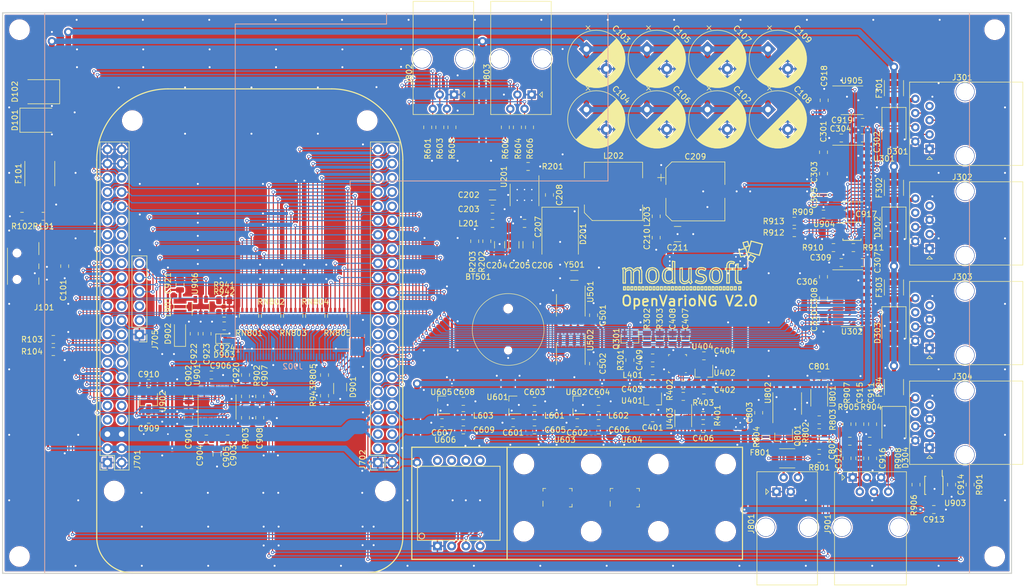
<source format=kicad_pcb>
(kicad_pcb (version 20171130) (host pcbnew 5.1.9+dfsg1-1~bpo10+1)
  (layers (0 F.Cu signal) (31 B.Cu signal) (34 B.Paste user) (35 F.Paste user) (36 B.SilkS user) (37 F.SilkS user) (38 B.Mask user) (39 F.Mask user) (44 Edge.Cuts user))
  (net 0 "")
  (net 1 "Net-(D302-Pad1)")
  (net 2 "Net-(J302-Pad4)")
  (net 3 "Net-(J302-Pad3)")
  (net 4 GND)
  (net 5 "Net-(J301-Pad3)")
  (net 6 "Net-(J301-Pad4)")
  (net 7 "Net-(D301-Pad1)")
  (net 8 "Net-(D304-Pad1)")
  (net 9 "Net-(J304-Pad4)")
  (net 10 "Net-(J304-Pad3)")
  (net 11 "Net-(J303-Pad3)")
  (net 12 "Net-(J303-Pad4)")
  (net 13 "Net-(D303-Pad1)")
  (net 14 "Net-(C916-Pad2)")
  (net 15 "Net-(J901-Pad4)")
  (net 16 "Net-(J901-Pad3)")
  (net 17 "Net-(C915-Pad2)")
  (net 18 "Net-(F801-Pad2)")
  (net 19 "Net-(J801-Pad2)")
  (net 20 "Net-(BT501-Pad1)")
  (net 21 "Net-(C609-Pad1)")
  (net 22 /BeagleBone+Display/I2C1_SDA)
  (net 23 /BeagleBone+Display/I2C1_SCL)
  (net 24 "/RS232 Interfaces/+12V")
  (net 25 "/Audio Interface/+5V")
  (net 26 "Net-(R802-Pad2)")
  (net 27 "Net-(C912-Pad2)")
  (net 28 "Net-(R904-Pad1)")
  (net 29 /BeagleBone+Display/AIN5)
  (net 30 "/Audio Interface/+3V3")
  (net 31 "Net-(R201-Pad1)")
  (net 32 "Net-(C406-Pad2)")
  (net 33 "Net-(R403-Pad2)")
  (net 34 "Net-(C404-Pad1)")
  (net 35 "Net-(C802-Pad2)")
  (net 36 "Net-(R803-Pad2)")
  (net 37 "Net-(Q801-Pad2)")
  (net 38 "/Audio Interface/ENA")
  (net 39 "/Audio Interface/AUD_L")
  (net 40 "Net-(R902-Pad2)")
  (net 41 "Net-(R903-Pad2)")
  (net 42 "/Audio Interface/AUD_R")
  (net 43 "Net-(R402-Pad2)")
  (net 44 "Net-(C911-Pad2)")
  (net 45 "Net-(Q801-Pad1)")
  (net 46 "Net-(C604-Pad1)")
  (net 47 "Net-(C603-Pad1)")
  (net 48 "/Audio Interface/AVDD")
  (net 49 "Net-(C608-Pad1)")
  (net 50 "Net-(C403-Pad1)")
  (net 51 "Net-(C914-Pad2)")
  (net 52 "Net-(C904-Pad1)")
  (net 53 "Net-(C904-Pad2)")
  (net 54 "Net-(C905-Pad1)")
  (net 55 "/Audio Interface/BCK")
  (net 56 "/Audio Interface/DIN")
  (net 57 /BeagleBone+Display/I2S_LRCK)
  (net 58 "Net-(C906-Pad1)")
  (net 59 "Net-(U501-Pad2)")
  (net 60 "Net-(U501-Pad1)")
  (net 61 "Net-(C306-Pad1)")
  (net 62 "Net-(C309-Pad2)")
  (net 63 "Net-(C306-Pad2)")
  (net 64 "Net-(C308-Pad1)")
  (net 65 "Net-(C308-Pad2)")
  (net 66 "Net-(C310-Pad2)")
  (net 67 "Net-(C305-Pad2)")
  (net 68 "Net-(C303-Pad2)")
  (net 69 "Net-(C303-Pad1)")
  (net 70 "Net-(C301-Pad2)")
  (net 71 "Net-(C304-Pad2)")
  (net 72 "Net-(C301-Pad1)")
  (net 73 "Net-(C208-Pad2)")
  (net 74 "Net-(C209-Pad1)")
  (net 75 "Net-(C204-Pad1)")
  (net 76 "Net-(C208-Pad1)")
  (net 77 "Net-(C605-Pad1)")
  (net 78 "Net-(C606-Pad1)")
  (net 79 "Net-(C408-Pad1)")
  (net 80 "/5V Power Supply/Vin")
  (net 81 "Net-(D101-Pad1)")
  (net 82 "/RS232 Interfaces/UART2_TXD")
  (net 83 "/RS232 Interfaces/UART2_RXD")
  (net 84 "/RS232 Interfaces/UART0_RXD")
  (net 85 "/RS232 Interfaces/UART0_TXD")
  (net 86 "/RS232 Interfaces/UART1_TXD")
  (net 87 "/RS232 Interfaces/UART1_RXD")
  (net 88 /BeagleBone+Display/UART0_RXD)
  (net 89 /BeagleBone+Display/UART0_TXD)
  (net 90 "Net-(C409-Pad2)")
  (net 91 "/RS232 Interfaces/CAN0_L")
  (net 92 "/RS232 Interfaces/CAN0_H")
  (net 93 "/RS232 Interfaces/UART0_TXD_I")
  (net 94 "/RS232 Interfaces/CAN0_RXD_I")
  (net 95 "/RS232 Interfaces/CAN0_TXD_I")
  (net 96 "/RS232 Interfaces/UART0_RXD_I")
  (net 97 "Net-(R913-Pad2)")
  (net 98 "Net-(R912-Pad2)")
  (net 99 /BeagleBone+Display/GPIO1_15)
  (net 100 /BeagleBone+Display/GPIO1_14)
  (net 101 "Net-(R202-Pad2)")
  (net 102 /BeagleBone+Display/GPIO0_26)
  (net 103 /BeagleBone+Display/GPIO1_13)
  (net 104 /BeagleBone+Display/GPIO0_7)
  (net 105 /BeagleBone+Display/GPIO0_20)
  (net 106 /BeagleBone+Display/GPIO2_1)
  (net 107 /BeagleBone+Display/BL_LED_A)
  (net 108 /BeagleBone+Display/BL_LED_K)
  (net 109 /BeagleBone+Display/TOUCH_YU)
  (net 110 /BeagleBone+Display/TOUCH_XL)
  (net 111 /BeagleBone+Display/TOUCH_YD)
  (net 112 /BeagleBone+Display/TOUCH_XR)
  (net 113 "Net-(D902-Pad2)")
  (net 114 /BeagleBone+Display/LCD_DISPEN)
  (net 115 /BeagleBone+Display/LCD_BL_PWM)
  (net 116 /BeagleBone+Display/LCD_D1)
  (net 117 /BeagleBone+Display/LCD_D0)
  (net 118 /BeagleBone+Display/LCD_D3)
  (net 119 /BeagleBone+Display/LCD_D2)
  (net 120 /BeagleBone+Display/LCD_D5)
  (net 121 /BeagleBone+Display/LCD_D4)
  (net 122 /BeagleBone+Display/LCD_D7)
  (net 123 /BeagleBone+Display/LCD_D6)
  (net 124 /BeagleBone+Display/LCD_D9)
  (net 125 /BeagleBone+Display/LCD_D8)
  (net 126 /BeagleBone+Display/LCD_D10)
  (net 127 /BeagleBone+Display/LCD_D12)
  (net 128 /BeagleBone+Display/LCD_D11)
  (net 129 /BeagleBone+Display/LCD_D13)
  (net 130 /BeagleBone+Display/LCD_D15)
  (net 131 /BeagleBone+Display/LCD_D14)
  (net 132 /BeagleBone+Display/LCD_EN)
  (net 133 /BeagleBone+Display/LCD_HSYNC)
  (net 134 /BeagleBone+Display/LCD_PCLK)
  (net 135 /BeagleBone+Display/LCD_VSYNC)
  (net 136 /BeagleBone+Display/IMU_IRQ)
  (net 137 "Net-(J902-Pad34)")
  (net 138 "Net-(J902-Pad33)")
  (net 139 "Net-(J902-Pad32)")
  (net 140 "Net-(J902-Pad31)")
  (net 141 "Net-(J902-Pad30)")
  (net 142 "Net-(J902-Pad28)")
  (net 143 "Net-(J902-Pad27)")
  (net 144 "Net-(J902-Pad26)")
  (net 145 "Net-(J902-Pad25)")
  (net 146 "Net-(J902-Pad24)")
  (net 147 "Net-(J902-Pad20)")
  (net 148 "Net-(J902-Pad19)")
  (net 149 "Net-(J902-Pad18)")
  (net 150 "Net-(J902-Pad17)")
  (net 151 "Net-(J902-Pad16)")
  (net 152 "Net-(J902-Pad15)")
  (net 153 "Net-(J902-Pad12)")
  (net 154 "Net-(J902-Pad11)")
  (net 155 "Net-(J902-Pad10)")
  (net 156 "Net-(J902-Pad9)")
  (net 157 "Net-(J902-Pad8)")
  (net 158 "Net-(Q301-Pad1)")
  (net 159 "Net-(R302-Pad1)")
  (module Inductor_SMD:L_Wuerth_MAPI-2512 (layer F.Cu) (at 87.884 90.424 90)
    (fp_text reference L901 (at 0 -2.15 90) (layer F.SilkS))
    (fp_text value 10u)
    (pad 2 smd rect (at 0.975 0 90) (size 0.85 2.3) (layers F.Cu F.Paste F.Mask) (net 25 "/Audio Interface/+5V"))
    (pad 1 smd rect (at -0.975 0 90) (size 0.85 2.3) (layers F.Cu F.Paste F.Mask) (net 113 "Net-(D902-Pad2)"))
  )
  (module Resistor_SMD:R_Array_Concave_4x0603 (layer F.Cu) (at 115.951 91.948 90)
    (fp_text reference RN805 (at -3.175 0 180) (layer F.SilkS))
    (fp_text value 22R)
    (pad 5 smd rect (at 0.85 1.2 90) (size 0.9 0.4) (layers F.Cu F.Paste F.Mask) (net 132 /BeagleBone+Display/LCD_EN))
    (pad 6 smd rect (at 0.85 0.4 90) (size 0.9 0.4) (layers F.Cu F.Paste F.Mask) (net 135 /BeagleBone+Display/LCD_VSYNC))
    (pad 7 smd rect (at 0.85 -0.4 90) (size 0.9 0.4) (layers F.Cu F.Paste F.Mask) (net 133 /BeagleBone+Display/LCD_HSYNC))
    (pad 8 smd rect (at 0.85 -1.2 90) (size 0.9 0.4) (layers F.Cu F.Paste F.Mask) (net 134 /BeagleBone+Display/LCD_PCLK))
    (pad 4 smd rect (at -0.85 1.2 90) (size 0.9 0.4) (layers F.Cu F.Paste F.Mask) (net 137 "Net-(J902-Pad34)"))
    (pad 1 smd rect (at -0.85 -1.2 90) (size 0.9 0.4) (layers F.Cu F.Paste F.Mask) (net 141 "Net-(J902-Pad30)"))
    (pad 3 smd rect (at -0.85 0.4 90) (size 0.9 0.4) (layers F.Cu F.Paste F.Mask) (net 138 "Net-(J902-Pad33)"))
    (pad 2 smd rect (at -0.85 -0.4 90) (size 0.9 0.4) (layers F.Cu F.Paste F.Mask) (net 139 "Net-(J902-Pad32)"))
  )
  (module Resistor_SMD:R_Array_Concave_4x0603 (layer F.Cu) (at 112.014 91.948 90)
    (fp_text reference RN804 (at 2.413 0 180) (layer F.SilkS))
    (fp_text value 22R)
    (pad 5 smd rect (at 0.85 1.2 90) (size 0.9 0.4) (layers F.Cu F.Paste F.Mask) (net 121 /BeagleBone+Display/LCD_D4))
    (pad 6 smd rect (at 0.85 0.4 90) (size 0.9 0.4) (layers F.Cu F.Paste F.Mask) (net 118 /BeagleBone+Display/LCD_D3))
    (pad 7 smd rect (at 0.85 -0.4 90) (size 0.9 0.4) (layers F.Cu F.Paste F.Mask) (net 119 /BeagleBone+Display/LCD_D2))
    (pad 8 smd rect (at 0.85 -1.2 90) (size 0.9 0.4) (layers F.Cu F.Paste F.Mask) (net 116 /BeagleBone+Display/LCD_D1))
    (pad 4 smd rect (at -0.85 1.2 90) (size 0.9 0.4) (layers F.Cu F.Paste F.Mask) (net 142 "Net-(J902-Pad28)"))
    (pad 1 smd rect (at -0.85 -1.2 90) (size 0.9 0.4) (layers F.Cu F.Paste F.Mask) (net 145 "Net-(J902-Pad25)"))
    (pad 3 smd rect (at -0.85 0.4 90) (size 0.9 0.4) (layers F.Cu F.Paste F.Mask) (net 143 "Net-(J902-Pad27)"))
    (pad 2 smd rect (at -0.85 -0.4 90) (size 0.9 0.4) (layers F.Cu F.Paste F.Mask) (net 144 "Net-(J902-Pad26)"))
  )
  (module Resistor_SMD:R_Array_Concave_4x0603 (layer F.Cu) (at 108.077 91.948 90)
    (fp_text reference RN803 (at -3.175 0 180) (layer F.SilkS))
    (fp_text value 22R)
    (pad 5 smd rect (at 0.85 1.2 90) (size 0.9 0.4) (layers F.Cu F.Paste F.Mask) (net 117 /BeagleBone+Display/LCD_D0))
    (pad 6 smd rect (at 0.85 0.4 90) (size 0.9 0.4) (layers F.Cu F.Paste F.Mask) (net 126 /BeagleBone+Display/LCD_D10))
    (pad 7 smd rect (at 0.85 -0.4 90) (size 0.9 0.4) (layers F.Cu F.Paste F.Mask) (net 124 /BeagleBone+Display/LCD_D9))
    (pad 8 smd rect (at 0.85 -1.2 90) (size 0.9 0.4) (layers F.Cu F.Paste F.Mask) (net 125 /BeagleBone+Display/LCD_D8))
    (pad 4 smd rect (at -0.85 1.2 90) (size 0.9 0.4) (layers F.Cu F.Paste F.Mask) (net 146 "Net-(J902-Pad24)"))
    (pad 1 smd rect (at -0.85 -1.2 90) (size 0.9 0.4) (layers F.Cu F.Paste F.Mask) (net 149 "Net-(J902-Pad18)"))
    (pad 3 smd rect (at -0.85 0.4 90) (size 0.9 0.4) (layers F.Cu F.Paste F.Mask) (net 147 "Net-(J902-Pad20)"))
    (pad 2 smd rect (at -0.85 -0.4 90) (size 0.9 0.4) (layers F.Cu F.Paste F.Mask) (net 148 "Net-(J902-Pad19)"))
  )
  (module Resistor_SMD:R_Array_Concave_4x0603 (layer F.Cu) (at 104.14 91.948 90)
    (fp_text reference RN802 (at 2.413 0 180) (layer F.SilkS))
    (fp_text value 22R)
    (pad 5 smd rect (at 0.85 1.2 90) (size 0.9 0.4) (layers F.Cu F.Paste F.Mask) (net 122 /BeagleBone+Display/LCD_D7))
    (pad 6 smd rect (at 0.85 0.4 90) (size 0.9 0.4) (layers F.Cu F.Paste F.Mask) (net 123 /BeagleBone+Display/LCD_D6))
    (pad 7 smd rect (at 0.85 -0.4 90) (size 0.9 0.4) (layers F.Cu F.Paste F.Mask) (net 120 /BeagleBone+Display/LCD_D5))
    (pad 8 smd rect (at 0.85 -1.2 90) (size 0.9 0.4) (layers F.Cu F.Paste F.Mask) (net 130 /BeagleBone+Display/LCD_D15))
    (pad 4 smd rect (at -0.85 1.2 90) (size 0.9 0.4) (layers F.Cu F.Paste F.Mask) (net 150 "Net-(J902-Pad17)"))
    (pad 1 smd rect (at -0.85 -1.2 90) (size 0.9 0.4) (layers F.Cu F.Paste F.Mask) (net 153 "Net-(J902-Pad12)"))
    (pad 3 smd rect (at -0.85 0.4 90) (size 0.9 0.4) (layers F.Cu F.Paste F.Mask) (net 151 "Net-(J902-Pad16)"))
    (pad 2 smd rect (at -0.85 -0.4 90) (size 0.9 0.4) (layers F.Cu F.Paste F.Mask) (net 152 "Net-(J902-Pad15)"))
  )
  (module Resistor_SMD:R_Array_Concave_4x0603 (layer F.Cu) (at 100.203 91.948 90)
    (fp_text reference RN801 (at -3.175 0) (layer F.SilkS))
    (fp_text value 22R)
    (pad 5 smd rect (at 0.85 1.2 90) (size 0.9 0.4) (layers F.Cu F.Paste F.Mask) (net 131 /BeagleBone+Display/LCD_D14))
    (pad 6 smd rect (at 0.85 0.4 90) (size 0.9 0.4) (layers F.Cu F.Paste F.Mask) (net 129 /BeagleBone+Display/LCD_D13))
    (pad 7 smd rect (at 0.85 -0.4 90) (size 0.9 0.4) (layers F.Cu F.Paste F.Mask) (net 127 /BeagleBone+Display/LCD_D12))
    (pad 8 smd rect (at 0.85 -1.2 90) (size 0.9 0.4) (layers F.Cu F.Paste F.Mask) (net 128 /BeagleBone+Display/LCD_D11))
    (pad 4 smd rect (at -0.85 1.2 90) (size 0.9 0.4) (layers F.Cu F.Paste F.Mask) (net 154 "Net-(J902-Pad11)"))
    (pad 1 smd rect (at -0.85 -1.2 90) (size 0.9 0.4) (layers F.Cu F.Paste F.Mask) (net 157 "Net-(J902-Pad8)"))
    (pad 3 smd rect (at -0.85 0.4 90) (size 0.9 0.4) (layers F.Cu F.Paste F.Mask) (net 155 "Net-(J902-Pad10)"))
    (pad 2 smd rect (at -0.85 -0.4 90) (size 0.9 0.4) (layers F.Cu F.Paste F.Mask) (net 156 "Net-(J902-Pad9)"))
  )
  (module modusoft:WE_742792040 (layer F.Cu) (at 172.847 74.295 270)
    (fp_text reference L203 (at 0.0635 1.651 90) (layer F.SilkS))
    (fp_text value 600R@100MHz/2A)
    (pad 1 smd roundrect (at -1.3 0 270) (size 1.4 1) (layers F.Cu F.Paste F.Mask) (net 74 "Net-(C209-Pad1)"))
    (pad 2 smd roundrect (at 1.3 0 270) (size 1.4 1) (layers F.Cu F.Paste F.Mask) (net 25 "/Audio Interface/+5V"))
  )
  (module modusoft:WE_742792040 (layer F.Cu) (at 143.637 75.565)
    (fp_text reference L201 (at -4.2545 0) (layer F.SilkS))
    (fp_text value 600R@100MHz/2A)
    (pad 1 smd roundrect (at -1.3 0) (size 1.4 1) (layers F.Cu F.Paste F.Mask) (net 80 "/5V Power Supply/Vin"))
    (pad 2 smd roundrect (at 1.3 0) (size 1.4 1) (layers F.Cu F.Paste F.Mask) (net 75 "Net-(C204-Pad1)"))
  )
  (module Capacitor_SMD:C_0805_2012Metric (layer F.Cu) (at 206.883 117.475 90)
    (fp_text reference C912 (at 0 -1.524 90) (layer F.SilkS))
    (fp_text value 470n)
    (pad 2 smd roundrect (at 0.9375 0 90) (size 0.975 1.4) (layers F.Cu F.Paste F.Mask) (net 27 "Net-(C912-Pad2)"))
    (pad 1 smd roundrect (at -0.9375 0 90) (size 0.975 1.4) (layers F.Cu F.Paste F.Mask) (net 42 "/Audio Interface/AUD_R"))
  )
  (module modusoft:TerminalBlock_Phoenix_PTSM-0,5-2-HH-2.5-SMD_1x02-1MP_P2.50mm_Vertical (layer F.Cu) (at 60.244 83.207 90)
    (fp_text reference J101 (at -7.344 3.383 180) (layer F.SilkS))
    (fp_text value "Power 12V")
    (pad "" np_thru_hole circle (at 2.35 -1.45 90) (size 1.1 1.1) (drill 1.1) (layers *.Cu *.Mask))
    (pad 2 smd rect (at 1.25 3.9 270) (size 1.2 3.2) (layers F.Cu F.Paste F.Mask) (net 24 "/RS232 Interfaces/+12V"))
    (pad 1 smd rect (at -1.25 3.9 270) (size 1.2 3.2) (layers F.Cu F.Paste F.Mask) (net 4 GND))
    (pad MP smd rect (at 4.5 -0.3 270) (size 2.2 5.6) (layers F.Cu F.Paste F.Mask))
    (pad MP smd rect (at -4.5 -0.3 270) (size 2.2 5.6) (layers F.Cu F.Paste F.Mask))
    (pad "" np_thru_hole circle (at -2.35 -1.45 90) (size 1.1 1.1) (drill 1.1) (layers *.Cu *.Mask))
  )
  (module modusoft:BatteryHolder_HARWIN_S8411-45R_CR1220 (layer F.Cu) (at 146.431 94.488 270)
    (fp_text reference BT501 (at -9.398 5.334) (layer F.SilkS))
    (fp_text value CR-1220)
    (pad "" np_thru_hole circle (at 3.725 0) (size 1 1) (drill 1) (layers *.Cu *.Mask))
    (pad "" np_thru_hole circle (at -3.725 0 270) (size 1.25 1.25) (drill 1.25) (layers *.Cu *.Mask))
    (pad 2 smd rect (at 8.2 0 270) (size 4.5 2.3) (layers F.Cu F.Paste F.Mask) (net 4 GND))
    (pad 1 smd rect (at -8.2 0 270) (size 4.5 2.3) (layers F.Cu F.Paste F.Mask) (net 20 "Net-(BT501-Pad1)"))
  )
  (module Connector_PinSocket_2.54mm:PinSocket_2x23_P2.54mm_Vertical (layer F.Cu) (at 74.93 118.237 180)
    (fp_text reference J701 (at -5.334 0.508 90) (layer F.SilkS))
    (fp_text value "BeagleBone J9")
    (pad 46 thru_hole oval (at -2.54 55.88 180) (size 1.7 1.7) (drill 1) (layers *.Cu *.Mask) (net 4 GND))
    (pad 45 thru_hole oval (at 0 55.88 180) (size 1.7 1.7) (drill 1) (layers *.Cu *.Mask) (net 4 GND))
    (pad 44 thru_hole oval (at -2.54 53.34 180) (size 1.7 1.7) (drill 1) (layers *.Cu *.Mask) (net 4 GND))
    (pad 43 thru_hole oval (at 0 53.34 180) (size 1.7 1.7) (drill 1) (layers *.Cu *.Mask) (net 4 GND))
    (pad 42 thru_hole oval (at -2.54 50.8 180) (size 1.7 1.7) (drill 1) (layers *.Cu *.Mask) (net 104 /BeagleBone+Display/GPIO0_7))
    (pad 41 thru_hole oval (at 0 50.8 180) (size 1.7 1.7) (drill 1) (layers *.Cu *.Mask) (net 105 /BeagleBone+Display/GPIO0_20))
    (pad 40 thru_hole oval (at -2.54 48.26 180) (size 1.7 1.7) (drill 1) (layers *.Cu *.Mask) (net 110 /BeagleBone+Display/TOUCH_XL))
    (pad 39 thru_hole oval (at 0 48.26 180) (size 1.7 1.7) (drill 1) (layers *.Cu *.Mask) (net 112 /BeagleBone+Display/TOUCH_XR))
    (pad 38 thru_hole oval (at -2.54 45.72 180) (size 1.7 1.7) (drill 1) (layers *.Cu *.Mask) (net 109 /BeagleBone+Display/TOUCH_YU))
    (pad 37 thru_hole oval (at 0 45.72 180) (size 1.7 1.7) (drill 1) (layers *.Cu *.Mask) (net 111 /BeagleBone+Display/TOUCH_YD))
    (pad 36 thru_hole oval (at -2.54 43.18 180) (size 1.7 1.7) (drill 1) (layers *.Cu *.Mask) (net 29 /BeagleBone+Display/AIN5))
    (pad 35 thru_hole oval (at 0 43.18 180) (size 1.7 1.7) (drill 1) (layers *.Cu *.Mask))
    (pad 34 thru_hole oval (at -2.54 40.64 180) (size 1.7 1.7) (drill 1) (layers *.Cu *.Mask))
    (pad 33 thru_hole oval (at 0 40.64 180) (size 1.7 1.7) (drill 1) (layers *.Cu *.Mask))
    (pad 32 thru_hole oval (at -2.54 38.1 180) (size 1.7 1.7) (drill 1) (layers *.Cu *.Mask))
    (pad 31 thru_hole oval (at 0 38.1 180) (size 1.7 1.7) (drill 1) (layers *.Cu *.Mask) (net 55 "/Audio Interface/BCK"))
    (pad 30 thru_hole oval (at -2.54 35.56 180) (size 1.7 1.7) (drill 1) (layers *.Cu *.Mask))
    (pad 29 thru_hole oval (at 0 35.56 180) (size 1.7 1.7) (drill 1) (layers *.Cu *.Mask) (net 57 /BeagleBone+Display/I2S_LRCK))
    (pad 28 thru_hole oval (at -2.54 33.02 180) (size 1.7 1.7) (drill 1) (layers *.Cu *.Mask) (net 56 "/Audio Interface/DIN"))
    (pad 27 thru_hole oval (at 0 33.02 180) (size 1.7 1.7) (drill 1) (layers *.Cu *.Mask) (net 114 /BeagleBone+Display/LCD_DISPEN))
    (pad 26 thru_hole oval (at -2.54 30.48 180) (size 1.7 1.7) (drill 1) (layers *.Cu *.Mask) (net 84 "/RS232 Interfaces/UART0_RXD"))
    (pad 25 thru_hole oval (at 0 30.48 180) (size 1.7 1.7) (drill 1) (layers *.Cu *.Mask))
    (pad 24 thru_hole oval (at -2.54 27.94 180) (size 1.7 1.7) (drill 1) (layers *.Cu *.Mask) (net 85 "/RS232 Interfaces/UART0_TXD"))
    (pad 23 thru_hole oval (at 0 27.94 180) (size 1.7 1.7) (drill 1) (layers *.Cu *.Mask))
    (pad 22 thru_hole oval (at -2.54 25.4 180) (size 1.7 1.7) (drill 1) (layers *.Cu *.Mask) (net 87 "/RS232 Interfaces/UART1_RXD"))
    (pad 21 thru_hole oval (at 0 25.4 180) (size 1.7 1.7) (drill 1) (layers *.Cu *.Mask) (net 86 "/RS232 Interfaces/UART1_TXD"))
    (pad 20 thru_hole oval (at -2.54 22.86 180) (size 1.7 1.7) (drill 1) (layers *.Cu *.Mask))
    (pad 19 thru_hole oval (at 0 22.86 180) (size 1.7 1.7) (drill 1) (layers *.Cu *.Mask))
    (pad 18 thru_hole oval (at -2.54 20.32 180) (size 1.7 1.7) (drill 1) (layers *.Cu *.Mask) (net 22 /BeagleBone+Display/I2C1_SDA))
    (pad 17 thru_hole oval (at 0 20.32 180) (size 1.7 1.7) (drill 1) (layers *.Cu *.Mask) (net 23 /BeagleBone+Display/I2C1_SCL))
    (pad 16 thru_hole oval (at -2.54 17.78 180) (size 1.7 1.7) (drill 1) (layers *.Cu *.Mask))
    (pad 15 thru_hole oval (at 0 17.78 180) (size 1.7 1.7) (drill 1) (layers *.Cu *.Mask))
    (pad 14 thru_hole oval (at -2.54 15.24 180) (size 1.7 1.7) (drill 1) (layers *.Cu *.Mask) (net 115 /BeagleBone+Display/LCD_BL_PWM))
    (pad 13 thru_hole oval (at 0 15.24 180) (size 1.7 1.7) (drill 1) (layers *.Cu *.Mask) (net 82 "/RS232 Interfaces/UART2_TXD"))
    (pad 12 thru_hole oval (at -2.54 12.7 180) (size 1.7 1.7) (drill 1) (layers *.Cu *.Mask))
    (pad 11 thru_hole oval (at 0 12.7 180) (size 1.7 1.7) (drill 1) (layers *.Cu *.Mask) (net 83 "/RS232 Interfaces/UART2_RXD"))
    (pad 10 thru_hole oval (at -2.54 10.16 180) (size 1.7 1.7) (drill 1) (layers *.Cu *.Mask))
    (pad 9 thru_hole oval (at 0 10.16 180) (size 1.7 1.7) (drill 1) (layers *.Cu *.Mask))
    (pad 8 thru_hole oval (at -2.54 7.62 180) (size 1.7 1.7) (drill 1) (layers *.Cu *.Mask))
    (pad 7 thru_hole oval (at 0 7.62 180) (size 1.7 1.7) (drill 1) (layers *.Cu *.Mask))
    (pad 6 thru_hole oval (at -2.54 5.08 180) (size 1.7 1.7) (drill 1) (layers *.Cu *.Mask) (net 25 "/Audio Interface/+5V"))
    (pad 5 thru_hole oval (at 0 5.08 180) (size 1.7 1.7) (drill 1) (layers *.Cu *.Mask) (net 25 "/Audio Interface/+5V"))
    (pad 4 thru_hole oval (at -2.54 2.54 180) (size 1.7 1.7) (drill 1) (layers *.Cu *.Mask) (net 30 "/Audio Interface/+3V3"))
    (pad 3 thru_hole oval (at 0 2.54 180) (size 1.7 1.7) (drill 1) (layers *.Cu *.Mask) (net 30 "/Audio Interface/+3V3"))
    (pad 2 thru_hole oval (at -2.54 0 180) (size 1.7 1.7) (drill 1) (layers *.Cu *.Mask) (net 4 GND))
    (pad 1 thru_hole rect (at 0 0 180) (size 1.7 1.7) (drill 1) (layers *.Cu *.Mask) (net 4 GND))
  )
  (module Capacitor_SMD:C_0805_2012Metric (layer F.Cu) (at 89.408 110.236 270)
    (fp_text reference C901 (at 3.683 0 90) (layer F.SilkS))
    (fp_text value 100n)
    (pad 2 smd roundrect (at 0.9375 0 270) (size 0.975 1.4) (layers F.Cu F.Paste F.Mask) (net 48 "/Audio Interface/AVDD"))
    (pad 1 smd roundrect (at -0.9375 0 270) (size 0.975 1.4) (layers F.Cu F.Paste F.Mask) (net 4 GND))
  )
  (module modusoft:AMS5915 (layer F.Cu) (at 133.81 133.12 90)
    (fp_text reference U606 (at 18.947 1.3815 180) (layer F.SilkS))
    (fp_text value AMS5915)
    (pad 8 thru_hole oval (at 15.24 0 90) (size 1.6 1.6) (drill 0.8) (layers *.Cu *.Mask))
    (pad 7 thru_hole oval (at 15.24 2.54 90) (size 1.6 1.6) (drill 0.8) (layers *.Cu *.Mask))
    (pad 6 thru_hole oval (at 15.24 5.08 90) (size 1.6 1.6) (drill 0.8) (layers *.Cu *.Mask))
    (pad 5 thru_hole oval (at 15.24 7.62 90) (size 1.6 1.6) (drill 0.8) (layers *.Cu *.Mask))
    (pad 4 thru_hole oval (at 0 7.62 90) (size 1.6 1.6) (drill 0.8) (layers *.Cu *.Mask) (net 23 /BeagleBone+Display/I2C1_SCL))
    (pad 3 thru_hole oval (at 0 5.08 90) (size 1.6 1.6) (drill 0.8) (layers *.Cu *.Mask) (net 22 /BeagleBone+Display/I2C1_SDA))
    (pad 2 thru_hole oval (at 0 2.54 90) (size 1.6 1.6) (drill 0.8) (layers *.Cu *.Mask) (net 21 "Net-(C609-Pad1)"))
    (pad 1 thru_hole rect (at 0 0 90) (size 1.6 1.6) (drill 0.8) (layers *.Cu *.Mask) (net 4 GND))
  )
  (module modusoft:Modular-MEBP8-8S (layer F.Cu) (at 226.695 75.565 90)
    (fp_text reference J302 (at 8.255 0.762 180) (layer F.SilkS))
    (fp_text value COM2)
    (pad "" np_thru_hole circle (at 5.715 1.27 90) (size 3.37 3.37) (drill 3.17) (layers *.Cu *.Mask))
    (pad "" np_thru_hole circle (at -5.715 1.27 90) (size 3.37 3.37) (drill 3.17) (layers *.Cu *.Mask))
    (pad 1 thru_hole rect (at -4.445 -5.08 90) (size 1.5 1.5) (drill 0.76) (layers *.Cu *.Mask) (net 4 GND))
    (pad 2 thru_hole circle (at -3.175 -7.62 90) (size 1.5 1.5) (drill 0.76) (layers *.Cu *.Mask) (net 4 GND))
    (pad 3 thru_hole circle (at -1.905 -5.08 90) (size 1.5 1.5) (drill 0.76) (layers *.Cu *.Mask) (net 3 "Net-(J302-Pad3)"))
    (pad 4 thru_hole circle (at -0.635 -7.62 90) (size 1.5 1.5) (drill 0.76) (layers *.Cu *.Mask) (net 2 "Net-(J302-Pad4)"))
    (pad 5 thru_hole circle (at 0.635 -5.08 90) (size 1.5 1.5) (drill 0.76) (layers *.Cu *.Mask) (net 4 GND))
    (pad 6 thru_hole circle (at 1.905 -7.62 90) (size 1.5 1.5) (drill 0.76) (layers *.Cu *.Mask))
    (pad 7 thru_hole circle (at 3.175 -5.08 90) (size 1.5 1.5) (drill 0.76) (layers *.Cu *.Mask))
    (pad 8 thru_hole circle (at 4.445 -7.62 90) (size 1.5 1.5) (drill 0.76) (layers *.Cu *.Mask) (net 1 "Net-(D302-Pad1)"))
  )
  (module modusoft:Modular-MEBP8-8S (layer F.Cu) (at 226.695 57.785 90)
    (fp_text reference J301 (at 8.255 0.762) (layer F.SilkS))
    (fp_text value COM1)
    (pad "" np_thru_hole circle (at 5.715 1.27 90) (size 3.37 3.37) (drill 3.17) (layers *.Cu *.Mask))
    (pad "" np_thru_hole circle (at -5.715 1.27 90) (size 3.37 3.37) (drill 3.17) (layers *.Cu *.Mask))
    (pad 1 thru_hole rect (at -4.445 -5.08 90) (size 1.5 1.5) (drill 0.76) (layers *.Cu *.Mask) (net 4 GND))
    (pad 2 thru_hole circle (at -3.175 -7.62 90) (size 1.5 1.5) (drill 0.76) (layers *.Cu *.Mask) (net 4 GND))
    (pad 3 thru_hole circle (at -1.905 -5.08 90) (size 1.5 1.5) (drill 0.76) (layers *.Cu *.Mask) (net 5 "Net-(J301-Pad3)"))
    (pad 4 thru_hole circle (at -0.635 -7.62 90) (size 1.5 1.5) (drill 0.76) (layers *.Cu *.Mask) (net 6 "Net-(J301-Pad4)"))
    (pad 5 thru_hole circle (at 0.635 -5.08 90) (size 1.5 1.5) (drill 0.76) (layers *.Cu *.Mask) (net 92 "/RS232 Interfaces/CAN0_H"))
    (pad 6 thru_hole circle (at 1.905 -7.62 90) (size 1.5 1.5) (drill 0.76) (layers *.Cu *.Mask) (net 91 "/RS232 Interfaces/CAN0_L"))
    (pad 7 thru_hole circle (at 3.175 -5.08 90) (size 1.5 1.5) (drill 0.76) (layers *.Cu *.Mask))
    (pad 8 thru_hole circle (at 4.445 -7.62 90) (size 1.5 1.5) (drill 0.76) (layers *.Cu *.Mask) (net 7 "Net-(D301-Pad1)"))
  )
  (module modusoft:Modular-MEBP8-8S (layer F.Cu) (at 226.695 111.125 90)
    (fp_text reference J304 (at 8.255 0.762) (layer F.SilkS))
    (fp_text value COM4)
    (pad "" np_thru_hole circle (at 5.715 1.27 90) (size 3.37 3.37) (drill 3.17) (layers *.Cu *.Mask))
    (pad "" np_thru_hole circle (at -5.715 1.27 90) (size 3.37 3.37) (drill 3.17) (layers *.Cu *.Mask))
    (pad 1 thru_hole rect (at -4.445 -5.08 90) (size 1.5 1.5) (drill 0.76) (layers *.Cu *.Mask) (net 4 GND))
    (pad 2 thru_hole circle (at -3.175 -7.62 90) (size 1.5 1.5) (drill 0.76) (layers *.Cu *.Mask) (net 4 GND))
    (pad 3 thru_hole circle (at -1.905 -5.08 90) (size 1.5 1.5) (drill 0.76) (layers *.Cu *.Mask) (net 10 "Net-(J304-Pad3)"))
    (pad 4 thru_hole circle (at -0.635 -7.62 90) (size 1.5 1.5) (drill 0.76) (layers *.Cu *.Mask) (net 9 "Net-(J304-Pad4)"))
    (pad 5 thru_hole circle (at 0.635 -5.08 90) (size 1.5 1.5) (drill 0.76) (layers *.Cu *.Mask) (net 4 GND))
    (pad 6 thru_hole circle (at 1.905 -7.62 90) (size 1.5 1.5) (drill 0.76) (layers *.Cu *.Mask))
    (pad 7 thru_hole circle (at 3.175 -5.08 90) (size 1.5 1.5) (drill 0.76) (layers *.Cu *.Mask))
    (pad 8 thru_hole circle (at 4.445 -7.62 90) (size 1.5 1.5) (drill 0.76) (layers *.Cu *.Mask) (net 8 "Net-(D304-Pad1)"))
  )
  (module modusoft:Modular-MEBP8-8S (layer F.Cu) (at 226.695 93.345 90)
    (fp_text reference J303 (at 8.255 0.762 180) (layer F.SilkS))
    (fp_text value COM3)
    (pad "" np_thru_hole circle (at 5.715 1.27 90) (size 3.37 3.37) (drill 3.17) (layers *.Cu *.Mask))
    (pad "" np_thru_hole circle (at -5.715 1.27 90) (size 3.37 3.37) (drill 3.17) (layers *.Cu *.Mask))
    (pad 1 thru_hole rect (at -4.445 -5.08 90) (size 1.5 1.5) (drill 0.76) (layers *.Cu *.Mask) (net 4 GND))
    (pad 2 thru_hole circle (at -3.175 -7.62 90) (size 1.5 1.5) (drill 0.76) (layers *.Cu *.Mask) (net 4 GND))
    (pad 3 thru_hole circle (at -1.905 -5.08 90) (size 1.5 1.5) (drill 0.76) (layers *.Cu *.Mask) (net 11 "Net-(J303-Pad3)"))
    (pad 4 thru_hole circle (at -0.635 -7.62 90) (size 1.5 1.5) (drill 0.76) (layers *.Cu *.Mask) (net 12 "Net-(J303-Pad4)"))
    (pad 5 thru_hole circle (at 0.635 -5.08 90) (size 1.5 1.5) (drill 0.76) (layers *.Cu *.Mask) (net 4 GND))
    (pad 6 thru_hole circle (at 1.905 -7.62 90) (size 1.5 1.5) (drill 0.76) (layers *.Cu *.Mask))
    (pad 7 thru_hole circle (at 3.175 -5.08 90) (size 1.5 1.5) (drill 0.76) (layers *.Cu *.Mask))
    (pad 8 thru_hole circle (at 4.445 -7.62 90) (size 1.5 1.5) (drill 0.76) (layers *.Cu *.Mask) (net 13 "Net-(D303-Pad1)"))
  )
  (module modusoft:Modular-MEBP6-6S (layer F.Cu) (at 211.074 128.506001)
    (fp_text reference J901 (at -7.62 0.716499 90) (layer F.SilkS))
    (fp_text value "Audio Out")
    (pad "" np_thru_hole circle (at 5.08 1.27) (size 3.37 3.37) (drill 3.17) (layers *.Cu *.Mask))
    (pad "" np_thru_hole circle (at -5.08 1.27) (size 3.37 3.37) (drill 3.17) (layers *.Cu *.Mask))
    (pad 1 thru_hole rect (at -3.175 -7.62) (size 1.5 1.5) (drill 0.76) (layers *.Cu *.Mask) (net 4 GND))
    (pad 2 thru_hole circle (at -1.905 -5.08) (size 1.5 1.5) (drill 0.76) (layers *.Cu *.Mask) (net 17 "Net-(C915-Pad2)"))
    (pad 3 thru_hole circle (at -0.635 -7.62) (size 1.5 1.5) (drill 0.76) (layers *.Cu *.Mask) (net 16 "Net-(J901-Pad3)"))
    (pad 4 thru_hole circle (at 0.635 -5.08) (size 1.5 1.5) (drill 0.76) (layers *.Cu *.Mask) (net 15 "Net-(J901-Pad4)"))
    (pad 5 thru_hole circle (at 1.905 -7.62) (size 1.5 1.5) (drill 0.76) (layers *.Cu *.Mask) (net 4 GND))
    (pad 6 thru_hole circle (at 3.175 -5.08) (size 1.5 1.5) (drill 0.76) (layers *.Cu *.Mask) (net 14 "Net-(C916-Pad2)"))
  )
  (module modusoft:Modular-MEBP4-4S (layer F.Cu) (at 196.215 128.506001)
    (fp_text reference J801 (at -6.4135 0.652999 90) (layer F.SilkS))
    (fp_text value OneWire)
    (pad "" np_thru_hole circle (at 3.81 1.27) (size 3.37 3.37) (drill 3.17) (layers *.Cu *.Mask))
    (pad "" np_thru_hole circle (at -3.81 1.27) (size 3.37 3.37) (drill 3.17) (layers *.Cu *.Mask))
    (pad 1 thru_hole rect (at -1.905 -5.08) (size 1.5 1.5) (drill 0.76) (layers *.Cu *.Mask) (net 4 GND))
    (pad 2 thru_hole circle (at -0.635 -7.62) (size 1.5 1.5) (drill 0.76) (layers *.Cu *.Mask) (net 19 "Net-(J801-Pad2)"))
    (pad 3 thru_hole circle (at 0.635 -5.08) (size 1.5 1.5) (drill 0.76) (layers *.Cu *.Mask) (net 4 GND))
    (pad 4 thru_hole circle (at 1.905 -7.62) (size 1.5 1.5) (drill 0.76) (layers *.Cu *.Mask) (net 18 "Net-(F801-Pad2)"))
  )
  (module Resistor_SMD:R_0805_2012Metric (layer F.Cu) (at 201.93 112.903 180)
    (fp_text reference R802 (at 2.413 0 270) (layer F.SilkS))
    (fp_text value 10k)
    (pad 2 smd roundrect (at 0.9375 0 180) (size 0.975 1.4) (layers F.Cu F.Paste F.Mask) (net 26 "Net-(R802-Pad2)"))
    (pad 1 smd roundrect (at -0.9375 0 180) (size 0.975 1.4) (layers F.Cu F.Paste F.Mask) (net 25 "/Audio Interface/+5V"))
  )
  (module Resistor_SMD:R_0805_2012Metric (layer F.Cu) (at 207.391 114.427 180)
    (fp_text reference R905 (at 0.254 6.096 180) (layer F.SilkS))
    (fp_text value 27k)
    (pad 2 smd roundrect (at 0.9375 0 180) (size 0.975 1.4) (layers F.Cu F.Paste F.Mask) (net 27 "Net-(C912-Pad2)"))
    (pad 1 smd roundrect (at -0.9375 0 180) (size 0.975 1.4) (layers F.Cu F.Paste F.Mask) (net 28 "Net-(R904-Pad1)"))
  )
  (module Resistor_SMD:R_0805_2012Metric (layer F.Cu) (at 211.455 117.475 90)
    (fp_text reference R908 (at 0 4.572 90) (layer F.SilkS))
    (fp_text value 100k)
    (pad 2 smd roundrect (at 0.9375 0 90) (size 0.975 1.4) (layers F.Cu F.Paste F.Mask) (net 14 "Net-(C916-Pad2)"))
    (pad 1 smd roundrect (at -0.9375 0 90) (size 0.975 1.4) (layers F.Cu F.Paste F.Mask) (net 4 GND))
  )
  (module Resistor_SMD:R_0805_2012Metric (layer F.Cu) (at 219.202 122.174 90)
    (fp_text reference R906 (at -3.683 -0.381 90) (layer F.SilkS))
    (fp_text value 20k)
    (pad 2 smd roundrect (at 0.9375 0 90) (size 0.975 1.4) (layers F.Cu F.Paste F.Mask) (net 28 "Net-(R904-Pad1)"))
    (pad 1 smd roundrect (at -0.9375 0 90) (size 0.975 1.4) (layers F.Cu F.Paste F.Mask) (net 15 "Net-(J901-Pad4)"))
  )
  (module Resistor_SMD:R_0805_2012Metric (layer F.Cu) (at 63.5 74.295 180)
    (fp_text reference R101 (at 0 -1.778 180) (layer F.SilkS))
    (fp_text value 120k)
    (pad 2 smd roundrect (at 0.9375 0 180) (size 0.975 1.4) (layers F.Cu F.Paste F.Mask) (net 29 /BeagleBone+Display/AIN5))
    (pad 1 smd roundrect (at -0.9375 0 180) (size 0.975 1.4) (layers F.Cu F.Paste F.Mask) (net 24 "/RS232 Interfaces/+12V"))
  )
  (module Resistor_SMD:R_0805_2012Metric (layer F.Cu) (at 59.69 74.295 180)
    (fp_text reference R102 (at 0 -1.778 180) (layer F.SilkS))
    (fp_text value 10k)
    (pad 2 smd roundrect (at 0.9375 0 180) (size 0.975 1.4) (layers F.Cu F.Paste F.Mask) (net 4 GND))
    (pad 1 smd roundrect (at -0.9375 0 180) (size 0.975 1.4) (layers F.Cu F.Paste F.Mask) (net 29 /BeagleBone+Display/AIN5))
  )
  (module Resistor_SMD:R_0805_2012Metric (layer F.Cu) (at 65.278 96.266)
    (fp_text reference R103 (at -3.81 0) (layer F.SilkS))
    (fp_text value 4k7)
    (pad 2 smd roundrect (at 0.9375 0) (size 0.975 1.4) (layers F.Cu F.Paste F.Mask) (net 22 /BeagleBone+Display/I2C1_SDA))
    (pad 1 smd roundrect (at -0.9375 0) (size 0.975 1.4) (layers F.Cu F.Paste F.Mask) (net 30 "/Audio Interface/+3V3"))
  )
  (module Resistor_SMD:R_0805_2012Metric (layer F.Cu) (at 65.278 98.425)
    (fp_text reference R104 (at -3.81 0) (layer F.SilkS))
    (fp_text value 4k7)
    (pad 2 smd roundrect (at 0.9375 0) (size 0.975 1.4) (layers F.Cu F.Paste F.Mask) (net 23 /BeagleBone+Display/I2C1_SCL))
    (pad 1 smd roundrect (at -0.9375 0) (size 0.975 1.4) (layers F.Cu F.Paste F.Mask) (net 30 "/Audio Interface/+3V3"))
  )
  (module Resistor_SMD:R_0805_2012Metric (layer F.Cu) (at 149.987 65.405)
    (fp_text reference R201 (at 4.3815 0) (layer F.SilkS))
    (fp_text value 61k9)
    (pad 2 smd roundrect (at 0.9375 0) (size 0.975 1.4) (layers F.Cu F.Paste F.Mask) (net 4 GND))
    (pad 1 smd roundrect (at -0.9375 0) (size 0.975 1.4) (layers F.Cu F.Paste F.Mask) (net 31 "Net-(R201-Pad1)"))
  )
  (module Resistor_SMD:R_0805_2012Metric (layer F.Cu) (at 181.229 109.855 180)
    (fp_text reference R401 (at -2.54 0 270) (layer F.SilkS))
    (fp_text value 200k)
    (pad 2 smd roundrect (at 0.9375 0 180) (size 0.975 1.4) (layers F.Cu F.Paste F.Mask) (net 32 "Net-(C406-Pad2)"))
    (pad 1 smd roundrect (at -0.9375 0 180) (size 0.975 1.4) (layers F.Cu F.Paste F.Mask) (net 30 "/Audio Interface/+3V3"))
  )
  (module Resistor_SMD:R_0805_2012Metric (layer F.Cu) (at 201.93 117.475 180)
    (fp_text reference R801 (at 0 -1.65 180) (layer F.SilkS))
    (fp_text value 200k)
    (pad 2 smd roundrect (at 0.9375 0 180) (size 0.975 1.4) (layers F.Cu F.Paste F.Mask) (net 25 "/Audio Interface/+5V"))
    (pad 1 smd roundrect (at -0.9375 0 180) (size 0.975 1.4) (layers F.Cu F.Paste F.Mask) (net 35 "Net-(C802-Pad2)"))
  )
  (module Resistor_SMD:R_0805_2012Metric (layer F.Cu) (at 201.93 110.617 180)
    (fp_text reference R803 (at -2.413 0 270) (layer F.SilkS))
    (fp_text value 10k)
    (pad 2 smd roundrect (at 0.9375 0 180) (size 0.975 1.4) (layers F.Cu F.Paste F.Mask) (net 36 "Net-(R803-Pad2)"))
    (pad 1 smd roundrect (at -0.9375 0 180) (size 0.975 1.4) (layers F.Cu F.Paste F.Mask) (net 25 "/Audio Interface/+5V"))
  )
  (module Resistor_SMD:R_0805_2012Metric (layer F.Cu) (at 192.405 113.665 90)
    (fp_text reference R804 (at 0 -1.65 90) (layer F.SilkS))
    (fp_text value 100R)
    (pad 2 smd roundrect (at 0.9375 0 90) (size 0.975 1.4) (layers F.Cu F.Paste F.Mask) (net 37 "Net-(Q801-Pad2)"))
    (pad 1 smd roundrect (at -0.9375 0 90) (size 0.975 1.4) (layers F.Cu F.Paste F.Mask) (net 25 "/Audio Interface/+5V"))
  )
  (module Resistor_SMD:R_0805_2012Metric (layer F.Cu) (at 228.854 122.174 90)
    (fp_text reference R901 (at 0 1.651 90) (layer F.SilkS))
    (fp_text value 10k)
    (pad 2 smd roundrect (at 0.9375 0 90) (size 0.975 1.4) (layers F.Cu F.Paste F.Mask) (net 38 "/Audio Interface/ENA"))
    (pad 1 smd roundrect (at -0.9375 0 90) (size 0.975 1.4) (layers F.Cu F.Paste F.Mask) (net 4 GND))
  )
  (module Resistor_SMD:R_0805_2012Metric (layer F.Cu) (at 99.568 106.426 270)
    (fp_text reference R902 (at -3.683 -2.032 90) (layer F.SilkS))
    (fp_text value 470R)
    (pad 2 smd roundrect (at 0.9375 0 270) (size 0.975 1.4) (layers F.Cu F.Paste F.Mask) (net 40 "Net-(R902-Pad2)"))
    (pad 1 smd roundrect (at -0.9375 0 270) (size 0.975 1.4) (layers F.Cu F.Paste F.Mask) (net 39 "/Audio Interface/AUD_L"))
  )
  (module Resistor_SMD:R_0805_2012Metric (layer F.Cu) (at 99.568 110.236 90)
    (fp_text reference R903 (at -3.683 0 270) (layer F.SilkS))
    (fp_text value 470R)
    (pad 2 smd roundrect (at 0.9375 0 90) (size 0.975 1.4) (layers F.Cu F.Paste F.Mask) (net 41 "Net-(R903-Pad2)"))
    (pad 1 smd roundrect (at -0.9375 0 90) (size 0.975 1.4) (layers F.Cu F.Paste F.Mask) (net 42 "/Audio Interface/AUD_R"))
  )
  (module Resistor_SMD:R_0805_2012Metric (layer F.Cu) (at 210.947 114.427)
    (fp_text reference R904 (at 0.254 -6.096) (layer F.SilkS))
    (fp_text value 27k)
    (pad 2 smd roundrect (at 0.9375 0) (size 0.975 1.4) (layers F.Cu F.Paste F.Mask) (net 44 "Net-(C911-Pad2)"))
    (pad 1 smd roundrect (at -0.9375 0) (size 0.975 1.4) (layers F.Cu F.Paste F.Mask) (net 28 "Net-(R904-Pad1)"))
  )
  (module Package_TO_SOT_SMD:SOT-23 (layer F.Cu) (at 195.58 113.665 270)
    (fp_text reference Q801 (at -0.254 -2.5 270) (layer F.SilkS))
    (fp_text value BSS84)
    (pad 3 smd rect (at 1 0 270) (size 0.9 0.8) (layers F.Cu F.Paste F.Mask) (net 19 "Net-(J801-Pad2)"))
    (pad 2 smd rect (at -1 0.95 270) (size 0.9 0.8) (layers F.Cu F.Paste F.Mask) (net 37 "Net-(Q801-Pad2)"))
    (pad 1 smd rect (at -1 -0.95 270) (size 0.9 0.8) (layers F.Cu F.Paste F.Mask) (net 45 "Net-(Q801-Pad1)"))
  )
  (module Package_TO_SOT_SMD:SOT-23 (layer F.Cu) (at 158.75 107.95 180)
    (fp_text reference U602 (at 0.127 2.286 180) (layer F.SilkS))
    (fp_text value MCP1700-3302E_SOT23)
    (pad 3 smd rect (at 1 0 180) (size 0.9 0.8) (layers F.Cu F.Paste F.Mask) (net 25 "/Audio Interface/+5V"))
    (pad 2 smd rect (at -1 0.95 180) (size 0.9 0.8) (layers F.Cu F.Paste F.Mask) (net 46 "Net-(C604-Pad1)"))
    (pad 1 smd rect (at -1 -0.95 180) (size 0.9 0.8) (layers F.Cu F.Paste F.Mask) (net 4 GND))
  )
  (module Package_TO_SOT_SMD:SOT-23 (layer F.Cu) (at 147.32 107.95 180)
    (fp_text reference U601 (at 2.794 1.397 180) (layer F.SilkS))
    (fp_text value MCP1700-3302E_SOT23)
    (pad 3 smd rect (at 1 0 180) (size 0.9 0.8) (layers F.Cu F.Paste F.Mask) (net 25 "/Audio Interface/+5V"))
    (pad 2 smd rect (at -1 0.95 180) (size 0.9 0.8) (layers F.Cu F.Paste F.Mask) (net 47 "Net-(C603-Pad1)"))
    (pad 1 smd rect (at -1 -0.95 180) (size 0.9 0.8) (layers F.Cu F.Paste F.Mask) (net 4 GND))
  )
  (module Package_TO_SOT_SMD:SOT-23 (layer F.Cu) (at 82.296 107.315 270)
    (fp_text reference U902 (at 0 -2.5 270) (layer F.SilkS))
    (fp_text value MCP1700-3302E_SOT23)
    (pad 3 smd rect (at 1 0 270) (size 0.9 0.8) (layers F.Cu F.Paste F.Mask) (net 25 "/Audio Interface/+5V"))
    (pad 2 smd rect (at -1 0.95 270) (size 0.9 0.8) (layers F.Cu F.Paste F.Mask) (net 48 "/Audio Interface/AVDD"))
    (pad 1 smd rect (at -1 -0.95 270) (size 0.9 0.8) (layers F.Cu F.Paste F.Mask) (net 4 GND))
  )
  (module Package_TO_SOT_SMD:SOT-23 (layer F.Cu) (at 134.62 107.95 180)
    (fp_text reference U605 (at 0.127 2.286 180) (layer F.SilkS))
    (fp_text value MCP1700-3302E_SOT23)
    (pad 3 smd rect (at 1 0 180) (size 0.9 0.8) (layers F.Cu F.Paste F.Mask) (net 25 "/Audio Interface/+5V"))
    (pad 2 smd rect (at -1 0.95 180) (size 0.9 0.8) (layers F.Cu F.Paste F.Mask) (net 49 "Net-(C608-Pad1)"))
    (pad 1 smd rect (at -1 -0.95 180) (size 0.9 0.8) (layers F.Cu F.Paste F.Mask) (net 4 GND))
  )
  (module Package_TO_SOT_SMD:SOT-23 (layer F.Cu) (at 172.212 107.188 270)
    (fp_text reference U401 (at 0 3.683) (layer F.SilkS))
    (fp_text value MCP1700-1802E_SOT23)
    (pad 3 smd rect (at 1 0 270) (size 0.9 0.8) (layers F.Cu F.Paste F.Mask) (net 30 "/Audio Interface/+3V3"))
    (pad 2 smd rect (at -1 0.95 270) (size 0.9 0.8) (layers F.Cu F.Paste F.Mask) (net 50 "Net-(C403-Pad1)"))
    (pad 1 smd rect (at -1 -0.95 270) (size 0.9 0.8) (layers F.Cu F.Paste F.Mask) (net 4 GND))
  )
  (module Package_SO:TSSOP-8_3x3mm_P0.65mm (layer F.Cu) (at 222.377 122.301 270)
    (fp_text reference U903 (at 3.175 -3.81) (layer F.SilkS))
    (fp_text value LM4990MM)
    (pad 8 smd rect (at 2.15 -0.975 270) (size 1.1 0.4) (layers F.Cu F.Paste F.Mask) (net 16 "Net-(J901-Pad3)"))
    (pad 7 smd rect (at 2.15 -0.325 270) (size 1.1 0.4) (layers F.Cu F.Paste F.Mask) (net 4 GND))
    (pad 6 smd rect (at 2.15 0.325 270) (size 1.1 0.4) (layers F.Cu F.Paste F.Mask) (net 25 "/Audio Interface/+5V"))
    (pad 5 smd rect (at 2.15 0.975 270) (size 1.1 0.4) (layers F.Cu F.Paste F.Mask) (net 15 "Net-(J901-Pad4)"))
    (pad 4 smd rect (at -2.15 0.975 270) (size 1.1 0.4) (layers F.Cu F.Paste F.Mask) (net 28 "Net-(R904-Pad1)"))
    (pad 3 smd rect (at -2.15 0.325 270) (size 1.1 0.4) (layers F.Cu F.Paste F.Mask) (net 51 "Net-(C914-Pad2)"))
    (pad 2 smd rect (at -2.15 -0.325 270) (size 1.1 0.4) (layers F.Cu F.Paste F.Mask) (net 51 "Net-(C914-Pad2)"))
    (pad 1 smd rect (at -2.15 -0.975 270) (size 1.1 0.4) (layers F.Cu F.Paste F.Mask) (net 38 "/Audio Interface/ENA"))
  )
  (module Package_SO:TSSOP-20_4.4x6.5mm_P0.65mm (layer F.Cu) (at 94.488 108.331 90)
    (fp_text reference U901 (at 5.842 -3.556 270) (layer F.SilkS))
    (fp_text value PCM5101A)
    (pad 20 smd roundrect (at 2.8625 -2.925 90) (size 1.475 0.4) (layers F.Cu F.Paste F.Mask) (net 30 "/Audio Interface/+3V3"))
    (pad 19 smd roundrect (at 2.8625 -2.275 90) (size 1.475 0.4) (layers F.Cu F.Paste F.Mask) (net 4 GND))
    (pad 18 smd roundrect (at 2.8625 -1.625 90) (size 1.475 0.4) (layers F.Cu F.Paste F.Mask) (net 58 "Net-(C906-Pad1)"))
    (pad 17 smd roundrect (at 2.8625 -0.975 90) (size 1.475 0.4) (layers F.Cu F.Paste F.Mask) (net 38 "/Audio Interface/ENA"))
    (pad 16 smd roundrect (at 2.8625 -0.325 90) (size 1.475 0.4) (layers F.Cu F.Paste F.Mask) (net 4 GND))
    (pad 15 smd roundrect (at 2.8625 0.325 90) (size 1.475 0.4) (layers F.Cu F.Paste F.Mask) (net 57 /BeagleBone+Display/I2S_LRCK))
    (pad 14 smd roundrect (at 2.8625 0.975 90) (size 1.475 0.4) (layers F.Cu F.Paste F.Mask) (net 56 "/Audio Interface/DIN"))
    (pad 13 smd roundrect (at 2.8625 1.625 90) (size 1.475 0.4) (layers F.Cu F.Paste F.Mask) (net 55 "/Audio Interface/BCK"))
    (pad 12 smd roundrect (at 2.8625 2.275 90) (size 1.475 0.4) (layers F.Cu F.Paste F.Mask) (net 4 GND))
    (pad 11 smd roundrect (at 2.8625 2.925 90) (size 1.475 0.4) (layers F.Cu F.Paste F.Mask) (net 4 GND))
    (pad 10 smd roundrect (at -2.8625 2.925 90) (size 1.475 0.4) (layers F.Cu F.Paste F.Mask) (net 4 GND))
    (pad 9 smd roundrect (at -2.8625 2.275 90) (size 1.475 0.4) (layers F.Cu F.Paste F.Mask) (net 4 GND))
    (pad 8 smd roundrect (at -2.8625 1.625 90) (size 1.475 0.4) (layers F.Cu F.Paste F.Mask) (net 48 "/Audio Interface/AVDD"))
    (pad 7 smd roundrect (at -2.8625 0.975 90) (size 1.475 0.4) (layers F.Cu F.Paste F.Mask) (net 41 "Net-(R903-Pad2)"))
    (pad 6 smd roundrect (at -2.8625 0.325 90) (size 1.475 0.4) (layers F.Cu F.Paste F.Mask) (net 40 "Net-(R902-Pad2)"))
    (pad 5 smd roundrect (at -2.8625 -0.325 90) (size 1.475 0.4) (layers F.Cu F.Paste F.Mask) (net 54 "Net-(C905-Pad1)"))
    (pad 4 smd roundrect (at -2.8625 -0.975 90) (size 1.475 0.4) (layers F.Cu F.Paste F.Mask) (net 53 "Net-(C904-Pad2)"))
    (pad 3 smd roundrect (at -2.8625 -1.625 90) (size 1.475 0.4) (layers F.Cu F.Paste F.Mask) (net 4 GND))
    (pad 2 smd roundrect (at -2.8625 -2.275 90) (size 1.475 0.4) (layers F.Cu F.Paste F.Mask) (net 52 "Net-(C904-Pad1)"))
    (pad 1 smd roundrect (at -2.8625 -2.925 90) (size 1.475 0.4) (layers F.Cu F.Paste F.Mask) (net 48 "/Audio Interface/AVDD"))
  )
  (module Package_SO:SSOP-8_2.95x2.8mm_P0.65mm (layer F.Cu) (at 201.93 106.68 270)
    (fp_text reference U801 (at -0.254 -2.4 270) (layer F.SilkS))
    (fp_text value PCA9306)
    (pad 8 smd rect (at 1.7 -0.975 180) (size 0.3 1.6) (layers F.Cu F.Paste F.Mask) (net 35 "Net-(C802-Pad2)"))
    (pad 7 smd rect (at 1.7 -0.325 180) (size 0.3 1.6) (layers F.Cu F.Paste F.Mask) (net 35 "Net-(C802-Pad2)"))
    (pad 6 smd rect (at 1.7 0.325 180) (size 0.3 1.6) (layers F.Cu F.Paste F.Mask) (net 26 "Net-(R802-Pad2)"))
    (pad 5 smd rect (at 1.7 0.975 180) (size 0.3 1.6) (layers F.Cu F.Paste F.Mask) (net 36 "Net-(R803-Pad2)"))
    (pad 4 smd rect (at -1.7 0.975 180) (size 0.3 1.6) (layers F.Cu F.Paste F.Mask) (net 22 /BeagleBone+Display/I2C1_SDA))
    (pad 3 smd rect (at -1.7 0.325 180) (size 0.3 1.6) (layers F.Cu F.Paste F.Mask) (net 23 /BeagleBone+Display/I2C1_SCL))
    (pad 2 smd rect (at -1.7 -0.325 180) (size 0.3 1.6) (layers F.Cu F.Paste F.Mask) (net 30 "/Audio Interface/+3V3"))
    (pad 1 smd rect (at -1.7 -0.975 180) (size 0.3 1.6) (layers F.Cu F.Paste F.Mask) (net 4 GND))
  )
  (module Package_SO:SOIC-8_3.9x4.9mm_P1.27mm (layer F.Cu) (at 157.607 98.806 270)
    (fp_text reference U502 (at -2.413 -3.5 270) (layer F.SilkS))
    (fp_text value 24LC01)
    (pad 8 smd roundrect (at 2.475 -1.905 270) (size 1.95 0.6) (layers F.Cu F.Paste F.Mask) (net 30 "/Audio Interface/+3V3"))
    (pad 7 smd roundrect (at 2.475 -0.635 270) (size 1.95 0.6) (layers F.Cu F.Paste F.Mask) (net 4 GND))
    (pad 6 smd roundrect (at 2.475 0.635 270) (size 1.95 0.6) (layers F.Cu F.Paste F.Mask) (net 23 /BeagleBone+Display/I2C1_SCL))
    (pad 5 smd roundrect (at 2.475 1.905 270) (size 1.95 0.6) (layers F.Cu F.Paste F.Mask) (net 22 /BeagleBone+Display/I2C1_SDA))
    (pad 4 smd roundrect (at -2.475 1.905 270) (size 1.95 0.6) (layers F.Cu F.Paste F.Mask) (net 4 GND))
    (pad 3 smd roundrect (at -2.475 0.635 270) (size 1.95 0.6) (layers F.Cu F.Paste F.Mask) (net 4 GND))
    (pad 2 smd roundrect (at -2.475 -0.635 270) (size 1.95 0.6) (layers F.Cu F.Paste F.Mask) (net 4 GND))
    (pad 1 smd roundrect (at -2.475 -1.905 270) (size 1.95 0.6) (layers F.Cu F.Paste F.Mask) (net 4 GND))
  )
  (module Package_SO:SOIC-8_3.9x4.9mm_P1.27mm (layer F.Cu) (at 157.607 90.17 270)
    (fp_text reference U501 (at -2.413 -3.5 270) (layer F.SilkS))
    (fp_text value DS1338-33)
    (pad 8 smd roundrect (at 2.475 -1.905 270) (size 1.95 0.6) (layers F.Cu F.Paste F.Mask) (net 30 "/Audio Interface/+3V3"))
    (pad 7 smd roundrect (at 2.475 -0.635 270) (size 1.95 0.6) (layers F.Cu F.Paste F.Mask))
    (pad 6 smd roundrect (at 2.475 0.635 270) (size 1.95 0.6) (layers F.Cu F.Paste F.Mask) (net 23 /BeagleBone+Display/I2C1_SCL))
    (pad 5 smd roundrect (at 2.475 1.905 270) (size 1.95 0.6) (layers F.Cu F.Paste F.Mask) (net 22 /BeagleBone+Display/I2C1_SDA))
    (pad 4 smd roundrect (at -2.475 1.905 270) (size 1.95 0.6) (layers F.Cu F.Paste F.Mask) (net 4 GND))
    (pad 3 smd roundrect (at -2.475 0.635 270) (size 1.95 0.6) (layers F.Cu F.Paste F.Mask) (net 20 "Net-(BT501-Pad1)"))
    (pad 2 smd roundrect (at -2.475 -0.635 270) (size 1.95 0.6) (layers F.Cu F.Paste F.Mask) (net 59 "Net-(U501-Pad2)"))
    (pad 1 smd roundrect (at -2.475 -1.905 270) (size 1.95 0.6) (layers F.Cu F.Paste F.Mask) (net 60 "Net-(U501-Pad1)"))
  )
  (module Package_SO:SOIC-16_3.9x9.9mm_P1.27mm (layer F.Cu) (at 207.772 88.9)
    (fp_text reference U302 (at 0 5.969) (layer F.SilkS))
    (fp_text value MAX3232)
    (pad 16 smd roundrect (at 2.475 -4.445) (size 1.95 0.6) (layers F.Cu F.Paste F.Mask) (net 30 "/Audio Interface/+3V3"))
    (pad 15 smd roundrect (at 2.475 -3.175) (size 1.95 0.6) (layers F.Cu F.Paste F.Mask) (net 4 GND))
    (pad 14 smd roundrect (at 2.475 -1.905) (size 1.95 0.6) (layers F.Cu F.Paste F.Mask) (net 11 "Net-(J303-Pad3)"))
    (pad 13 smd roundrect (at 2.475 -0.635) (size 1.95 0.6) (layers F.Cu F.Paste F.Mask) (net 12 "Net-(J303-Pad4)"))
    (pad 12 smd roundrect (at 2.475 0.635) (size 1.95 0.6) (layers F.Cu F.Paste F.Mask) (net 83 "/RS232 Interfaces/UART2_RXD"))
    (pad 11 smd roundrect (at 2.475 1.905) (size 1.95 0.6) (layers F.Cu F.Paste F.Mask) (net 82 "/RS232 Interfaces/UART2_TXD"))
    (pad 10 smd roundrect (at 2.475 3.175) (size 1.95 0.6) (layers F.Cu F.Paste F.Mask) (net 89 /BeagleBone+Display/UART0_TXD))
    (pad 9 smd roundrect (at 2.475 4.445) (size 1.95 0.6) (layers F.Cu F.Paste F.Mask) (net 88 /BeagleBone+Display/UART0_RXD))
    (pad 8 smd roundrect (at -2.475 4.445) (size 1.95 0.6) (layers F.Cu F.Paste F.Mask) (net 9 "Net-(J304-Pad4)"))
    (pad 7 smd roundrect (at -2.475 3.175) (size 1.95 0.6) (layers F.Cu F.Paste F.Mask) (net 10 "Net-(J304-Pad3)"))
    (pad 6 smd roundrect (at -2.475 1.905) (size 1.95 0.6) (layers F.Cu F.Paste F.Mask) (net 66 "Net-(C310-Pad2)"))
    (pad 5 smd roundrect (at -2.475 0.635) (size 1.95 0.6) (layers F.Cu F.Paste F.Mask) (net 65 "Net-(C308-Pad2)"))
    (pad 4 smd roundrect (at -2.475 -0.635) (size 1.95 0.6) (layers F.Cu F.Paste F.Mask) (net 64 "Net-(C308-Pad1)"))
    (pad 3 smd roundrect (at -2.475 -1.905) (size 1.95 0.6) (layers F.Cu F.Paste F.Mask) (net 63 "Net-(C306-Pad2)"))
    (pad 2 smd roundrect (at -2.475 -3.175) (size 1.95 0.6) (layers F.Cu F.Paste F.Mask) (net 62 "Net-(C309-Pad2)"))
    (pad 1 smd roundrect (at -2.475 -4.445) (size 1.95 0.6) (layers F.Cu F.Paste F.Mask) (net 61 "Net-(C306-Pad1)"))
  )
  (module Package_SO:SOIC-16_3.9x9.9mm_P1.27mm (layer F.Cu) (at 207.772 66.675)
    (fp_text reference U301 (at 5.715 -2.667) (layer F.SilkS))
    (fp_text value MAX3232)
    (pad 16 smd roundrect (at 2.475 -4.445) (size 1.95 0.6) (layers F.Cu F.Paste F.Mask) (net 30 "/Audio Interface/+3V3"))
    (pad 15 smd roundrect (at 2.475 -3.175) (size 1.95 0.6) (layers F.Cu F.Paste F.Mask) (net 4 GND))
    (pad 14 smd roundrect (at 2.475 -1.905) (size 1.95 0.6) (layers F.Cu F.Paste F.Mask) (net 5 "Net-(J301-Pad3)"))
    (pad 13 smd roundrect (at 2.475 -0.635) (size 1.95 0.6) (layers F.Cu F.Paste F.Mask) (net 6 "Net-(J301-Pad4)"))
    (pad 12 smd roundrect (at 2.475 0.635) (size 1.95 0.6) (layers F.Cu F.Paste F.Mask) (net 96 "/RS232 Interfaces/UART0_RXD_I"))
    (pad 11 smd roundrect (at 2.475 1.905) (size 1.95 0.6) (layers F.Cu F.Paste F.Mask) (net 93 "/RS232 Interfaces/UART0_TXD_I"))
    (pad 10 smd roundrect (at 2.475 3.175) (size 1.95 0.6) (layers F.Cu F.Paste F.Mask) (net 86 "/RS232 Interfaces/UART1_TXD"))
    (pad 9 smd roundrect (at 2.475 4.445) (size 1.95 0.6) (layers F.Cu F.Paste F.Mask) (net 87 "/RS232 Interfaces/UART1_RXD"))
    (pad 8 smd roundrect (at -2.475 4.445) (size 1.95 0.6) (layers F.Cu F.Paste F.Mask) (net 2 "Net-(J302-Pad4)"))
    (pad 7 smd roundrect (at -2.475 3.175) (size 1.95 0.6) (layers F.Cu F.Paste F.Mask) (net 3 "Net-(J302-Pad3)"))
    (pad 6 smd roundrect (at -2.475 1.905) (size 1.95 0.6) (layers F.Cu F.Paste F.Mask) (net 67 "Net-(C305-Pad2)"))
    (pad 5 smd roundrect (at -2.475 0.635) (size 1.95 0.6) (layers F.Cu F.Paste F.Mask) (net 68 "Net-(C303-Pad2)"))
    (pad 4 smd roundrect (at -2.475 -0.635) (size 1.95 0.6) (layers F.Cu F.Paste F.Mask) (net 69 "Net-(C303-Pad1)"))
    (pad 3 smd roundrect (at -2.475 -1.905) (size 1.95 0.6) (layers F.Cu F.Paste F.Mask) (net 70 "Net-(C301-Pad2)"))
    (pad 2 smd roundrect (at -2.475 -3.175) (size 1.95 0.6) (layers F.Cu F.Paste F.Mask) (net 71 "Net-(C304-Pad2)"))
    (pad 1 smd roundrect (at -2.475 -4.445) (size 1.95 0.6) (layers F.Cu F.Paste F.Mask) (net 72 "Net-(C301-Pad1)"))
  )
  (module Package_LGA:LGA-8_3x5mm_P1.25mm (layer F.Cu) (at 167.24 124.5 90)
    (fp_text reference U604 (at 10.327 1.2255 180) (layer F.SilkS))
    (fp_text value MS5611)
    (pad 5 smd rect (at 1.075 1.875 90) (size 0.95 0.55) (layers F.Cu F.Paste F.Mask) (net 78 "Net-(C606-Pad1)"))
    (pad 6 smd rect (at 1.075 0.625 90) (size 0.95 0.55) (layers F.Cu F.Paste F.Mask))
    (pad 7 smd rect (at 1.075 -0.625 90) (size 0.95 0.55) (layers F.Cu F.Paste F.Mask) (net 22 /BeagleBone+Display/I2C1_SDA))
    (pad 8 smd rect (at 1.075 -1.875 90) (size 0.95 0.55) (layers F.Cu F.Paste F.Mask) (net 23 /BeagleBone+Display/I2C1_SCL))
    (pad 3 smd rect (at -1.075 0.625 90) (size 0.95 0.55) (layers F.Cu F.Paste F.Mask) (net 4 GND))
    (pad 2 smd rect (at -1.075 -0.625 90) (size 0.95 0.55) (layers F.Cu F.Paste F.Mask) (net 78 "Net-(C606-Pad1)"))
    (pad 1 smd rect (at -1.075 -1.875 90) (size 0.95 0.55) (layers F.Cu F.Paste F.Mask) (net 78 "Net-(C606-Pad1)"))
    (pad 4 smd rect (at -1.075 1.875 90) (size 0.95 0.55) (layers F.Cu F.Paste F.Mask) (net 78 "Net-(C606-Pad1)"))
  )
  (module Inductor_SMD:L_Wuerth_WE-PDF_Handsoldering (layer F.Cu) (at 165.227 69.85)
    (fp_text reference L202 (at 0 -6.35) (layer F.SilkS))
    (fp_text value 22u)
    (pad 2 smd rect (at 5.1 0) (size 4.4 3.4) (layers F.Cu F.Paste F.Mask) (net 74 "Net-(C209-Pad1)"))
    (pad 1 smd rect (at -5.1 0) (size 4.4 3.4) (layers F.Cu F.Paste F.Mask) (net 76 "Net-(C208-Pad1)"))
  )
  (module Inductor_SMD:L_0805_2012Metric (layer F.Cu) (at 172.212 101.854)
    (fp_text reference L401 (at -3.556 0.762) (layer F.SilkS))
    (fp_text value 1k@100MHz)
    (pad 2 smd roundrect (at 0.9375 0) (size 0.975 1.4) (layers F.Cu F.Paste F.Mask) (net 90 "Net-(C409-Pad2)"))
    (pad 1 smd roundrect (at -0.9375 0) (size 0.975 1.4) (layers F.Cu F.Paste F.Mask) (net 50 "Net-(C403-Pad1)"))
  )
  (module Inductor_SMD:L_0805_2012Metric (layer F.Cu) (at 151.13 109.855)
    (fp_text reference L601 (at 3.556 0) (layer F.SilkS))
    (fp_text value 1k@100MHz)
    (pad 2 smd roundrect (at 0.9375 0) (size 0.975 1.4) (layers F.Cu F.Paste F.Mask) (net 77 "Net-(C605-Pad1)"))
    (pad 1 smd roundrect (at -0.9375 0) (size 0.975 1.4) (layers F.Cu F.Paste F.Mask) (net 47 "Net-(C603-Pad1)"))
  )
  (module Inductor_SMD:L_0805_2012Metric (layer F.Cu) (at 162.56 109.855)
    (fp_text reference L602 (at 3.556 0) (layer F.SilkS))
    (fp_text value 1k@100MHz)
    (pad 2 smd roundrect (at 0.9375 0) (size 0.975 1.4) (layers F.Cu F.Paste F.Mask) (net 78 "Net-(C606-Pad1)"))
    (pad 1 smd roundrect (at -0.9375 0) (size 0.975 1.4) (layers F.Cu F.Paste F.Mask) (net 46 "Net-(C604-Pad1)"))
  )
  (module Inductor_SMD:L_0805_2012Metric (layer F.Cu) (at 138.43 109.855 180)
    (fp_text reference L603 (at -3.556 0 180) (layer F.SilkS))
    (fp_text value 1k@100MHz)
    (pad 2 smd roundrect (at 0.9375 0 180) (size 0.975 1.4) (layers F.Cu F.Paste F.Mask) (net 21 "Net-(C609-Pad1)"))
    (pad 1 smd roundrect (at -0.9375 0 180) (size 0.975 1.4) (layers F.Cu F.Paste F.Mask) (net 49 "Net-(C608-Pad1)"))
  )
  (module Fuse:Fuse_2920_7451Metric (layer F.Cu) (at 62.865 66.675 270)
    (fp_text reference F101 (at 0 3.81 270) (layer F.SilkS))
    (fp_text value 1.5A)
    (pad 2 smd roundrect (at 3.3875 0 270) (size 1.925 5.45) (layers F.Cu F.Paste F.Mask) (roundrect_rratio 0.12987) (net 24 "/RS232 Interfaces/+12V"))
    (pad 1 smd roundrect (at -3.3875 0 270) (size 1.925 5.45) (layers F.Cu F.Paste F.Mask) (roundrect_rratio 0.12987) (net 81 "Net-(D101-Pad1)"))
  )
  (module Fuse:Fuse_1812_4532Metric (layer F.Cu) (at 215.265 69.215 90)
    (fp_text reference F302 (at 0 -2.65 90) (layer F.SilkS))
    (fp_text value 300mA)
    (pad 2 smd roundrect (at 2.1375 0 90) (size 1.125 3.4) (layers F.Cu F.Paste F.Mask) (roundrect_rratio 0.222222) (net 24 "/RS232 Interfaces/+12V"))
    (pad 1 smd roundrect (at -2.1375 0 90) (size 1.125 3.4) (layers F.Cu F.Paste F.Mask) (roundrect_rratio 0.222222) (net 1 "Net-(D302-Pad1)"))
  )
  (module Fuse:Fuse_1812_4532Metric (layer F.Cu) (at 215.265 51.435 90)
    (fp_text reference F301 (at 0 -2.65 90) (layer F.SilkS))
    (fp_text value 300mA)
    (pad 2 smd roundrect (at 2.1375 0 90) (size 1.125 3.4) (layers F.Cu F.Paste F.Mask) (roundrect_rratio 0.222222) (net 24 "/RS232 Interfaces/+12V"))
    (pad 1 smd roundrect (at -2.1375 0 90) (size 1.125 3.4) (layers F.Cu F.Paste F.Mask) (roundrect_rratio 0.222222) (net 7 "Net-(D301-Pad1)"))
  )
  (module Fuse:Fuse_1812_4532Metric (layer F.Cu) (at 215.265 86.995 90)
    (fp_text reference F303 (at 0 -2.65 90) (layer F.SilkS))
    (fp_text value 300mA)
    (pad 2 smd roundrect (at 2.1375 0 90) (size 1.125 3.4) (layers F.Cu F.Paste F.Mask) (roundrect_rratio 0.222222) (net 24 "/RS232 Interfaces/+12V"))
    (pad 1 smd roundrect (at -2.1375 0 90) (size 1.125 3.4) (layers F.Cu F.Paste F.Mask) (roundrect_rratio 0.222222) (net 13 "Net-(D303-Pad1)"))
  )
  (module Fuse:Fuse_1812_4532Metric (layer F.Cu) (at 215.265 104.775 90)
    (fp_text reference F304 (at 0 -2.65 90) (layer F.SilkS))
    (fp_text value 300mA)
    (pad 2 smd roundrect (at 2.1375 0 90) (size 1.125 3.4) (layers F.Cu F.Paste F.Mask) (roundrect_rratio 0.222222) (net 24 "/RS232 Interfaces/+12V"))
    (pad 1 smd roundrect (at -2.1375 0 90) (size 1.125 3.4) (layers F.Cu F.Paste F.Mask) (roundrect_rratio 0.222222) (net 8 "Net-(D304-Pad1)"))
  )
  (module Fuse:Fuse_1812_4532Metric (layer F.Cu) (at 196.215 117.475)
    (fp_text reference F801 (at -4.826 -1.016) (layer F.SilkS))
    (fp_text value 300mA)
    (pad 2 smd roundrect (at 2.1375 0) (size 1.125 3.4) (layers F.Cu F.Paste F.Mask) (roundrect_rratio 0.222222) (net 18 "Net-(F801-Pad2)"))
    (pad 1 smd roundrect (at -2.1375 0) (size 1.125 3.4) (layers F.Cu F.Paste F.Mask) (roundrect_rratio 0.222222) (net 25 "/Audio Interface/+5V"))
  )
  (module Diode_SMD:D_SMC (layer F.Cu) (at 155.702 77.47 270)
    (fp_text reference D201 (at 0 -4.1 270) (layer F.SilkS))
    (fp_text value SS36-E3/57T)
    (pad 2 smd rect (at 3.4 0) (size 3.3 2.5) (layers F.Cu F.Paste F.Mask) (net 4 GND))
    (pad 1 smd rect (at -3.4 0) (size 3.3 2.5) (layers F.Cu F.Paste F.Mask) (net 76 "Net-(C208-Pad1)"))
  )
  (module Diode_SMD:D_SMB (layer F.Cu) (at 215.265 76.2 270)
    (fp_text reference D302 (at 0 2.921 270) (layer F.SilkS))
    (fp_text value S1BB-13-F)
    (pad 2 smd rect (at 2.15 0 270) (size 2.5 2.3) (layers F.Cu F.Paste F.Mask) (net 4 GND))
    (pad 1 smd rect (at -2.15 0 270) (size 2.5 2.3) (layers F.Cu F.Paste F.Mask) (net 1 "Net-(D302-Pad1)"))
  )
  (module Diode_SMD:D_SMB (layer F.Cu) (at 215.265 93.98 270)
    (fp_text reference D303 (at 1.143 2.921 270) (layer F.SilkS))
    (fp_text value S1BB-13-F)
    (pad 2 smd rect (at 2.15 0 270) (size 2.5 2.3) (layers F.Cu F.Paste F.Mask) (net 4 GND))
    (pad 1 smd rect (at -2.15 0 270) (size 2.5 2.3) (layers F.Cu F.Paste F.Mask) (net 13 "Net-(D303-Pad1)"))
  )
  (module Diode_SMD:D_SMB (layer F.Cu) (at 215.265 111.76 270)
    (fp_text reference D304 (at 5.588 -2.032 270) (layer F.SilkS))
    (fp_text value S1BB-13-F)
    (pad 2 smd rect (at 2.15 0 270) (size 2.5 2.3) (layers F.Cu F.Paste F.Mask) (net 4 GND))
    (pad 1 smd rect (at -2.15 0 270) (size 2.5 2.3) (layers F.Cu F.Paste F.Mask) (net 8 "Net-(D304-Pad1)"))
  )
  (module Diode_SMD:D_SMB (layer F.Cu) (at 62.865 52.07 180)
    (fp_text reference D102 (at 4.445 0 270) (layer F.SilkS))
    (fp_text value VS-20BQ030HM3/5BT)
    (pad 2 smd rect (at 2.15 0 180) (size 2.5 2.3) (layers F.Cu F.Paste F.Mask) (net 81 "Net-(D101-Pad1)"))
    (pad 1 smd rect (at -2.15 0 180) (size 2.5 2.3) (layers F.Cu F.Paste F.Mask) (net 80 "/5V Power Supply/Vin"))
  )
  (module Diode_SMD:D_SMB (layer F.Cu) (at 62.865 57.15)
    (fp_text reference D101 (at -4.445 0 90) (layer F.SilkS))
    (fp_text value S3BB-13-F)
    (pad 2 smd rect (at 2.15 0) (size 2.5 2.3) (layers F.Cu F.Paste F.Mask) (net 4 GND))
    (pad 1 smd rect (at -2.15 0) (size 2.5 2.3) (layers F.Cu F.Paste F.Mask) (net 81 "Net-(D101-Pad1)"))
  )
  (module Diode_SMD:D_SMB (layer F.Cu) (at 215.265 58.42 270)
    (fp_text reference D301 (at 4.318 -0.635) (layer F.SilkS))
    (fp_text value S1BB-13-F)
    (pad 2 smd rect (at 2.15 0 270) (size 2.5 2.3) (layers F.Cu F.Paste F.Mask) (net 4 GND))
    (pad 1 smd rect (at -2.15 0 270) (size 2.5 2.3) (layers F.Cu F.Paste F.Mask) (net 7 "Net-(D301-Pad1)"))
  )
  (module Crystal:Crystal_SMD_3215-2Pin_3.2x1.5mm (layer F.Cu) (at 158.242 84.836 180)
    (fp_text reference Y501 (at 0 1.905 180) (layer F.SilkS))
    (fp_text value 32.768kHz/12.5pF)
    (pad 2 smd rect (at -1.25 0 180) (size 1 1.8) (layers F.Cu F.Paste F.Mask) (net 60 "Net-(U501-Pad1)"))
    (pad 1 smd rect (at 1.25 0 180) (size 1 1.8) (layers F.Cu F.Paste F.Mask) (net 59 "Net-(U501-Pad2)"))
  )
  (module Capacitor_SMD:C_1210_3225Metric (layer F.Cu) (at 176.657 77.47)
    (fp_text reference C211 (at 0 2.413) (layer F.SilkS))
    (fp_text value 47u/16V)
    (pad 2 smd roundrect (at 1.4 0) (size 1.25 2.65) (layers F.Cu F.Paste F.Mask) (roundrect_rratio 0.2) (net 4 GND))
    (pad 1 smd roundrect (at -1.4 0) (size 1.25 2.65) (layers F.Cu F.Paste F.Mask) (roundrect_rratio 0.2) (net 25 "/Audio Interface/+5V"))
  )
  (module Capacitor_SMD:C_1206_3216Metric (layer F.Cu) (at 149.987 79.375 270)
    (fp_text reference C206 (at 3.683 -2.54 180) (layer F.SilkS))
    (fp_text value 4u7/50V)
    (pad 2 smd roundrect (at 1.4 0 270) (size 1.25 1.75) (layers F.Cu F.Paste F.Mask) (roundrect_rratio 0.2) (net 4 GND))
    (pad 1 smd roundrect (at -1.4 0 270) (size 1.25 1.75) (layers F.Cu F.Paste F.Mask) (roundrect_rratio 0.2) (net 75 "Net-(C204-Pad1)"))
  )
  (module Capacitor_SMD:C_1206_3216Metric (layer F.Cu) (at 147.447 79.375 270)
    (fp_text reference C205 (at 3.683 -1.016 180) (layer F.SilkS))
    (fp_text value 4u7/50V)
    (pad 2 smd roundrect (at 1.4 0 270) (size 1.25 1.75) (layers F.Cu F.Paste F.Mask) (roundrect_rratio 0.2) (net 4 GND))
    (pad 1 smd roundrect (at -1.4 0 270) (size 1.25 1.75) (layers F.Cu F.Paste F.Mask) (roundrect_rratio 0.2) (net 75 "Net-(C204-Pad1)"))
  )
  (module Capacitor_SMD:C_1206_3216Metric (layer F.Cu) (at 144.907 79.375 270)
    (fp_text reference C204 (at 3.683 0.508 180) (layer F.SilkS))
    (fp_text value 4u7/50V)
    (pad 2 smd roundrect (at 1.4 0 270) (size 1.25 1.75) (layers F.Cu F.Paste F.Mask) (roundrect_rratio 0.2) (net 4 GND))
    (pad 1 smd roundrect (at -1.4 0 270) (size 1.25 1.75) (layers F.Cu F.Paste F.Mask) (roundrect_rratio 0.2) (net 75 "Net-(C204-Pad1)"))
  )
  (module Capacitor_SMD:C_1206_3216Metric (layer F.Cu) (at 143.637 70.485)
    (fp_text reference C202 (at -4.2545 0) (layer F.SilkS))
    (fp_text value 4u7/50V)
    (pad 2 smd roundrect (at 1.4 0) (size 1.25 1.75) (layers F.Cu F.Paste F.Mask) (roundrect_rratio 0.2) (net 4 GND))
    (pad 1 smd roundrect (at -1.4 0) (size 1.25 1.75) (layers F.Cu F.Paste F.Mask) (roundrect_rratio 0.2) (net 80 "/5V Power Supply/Vin"))
  )
  (module Capacitor_SMD:C_0805_2012Metric (layer F.Cu) (at 153.797 70.485 90)
    (fp_text reference C208 (at 0 1.778 90) (layer F.SilkS))
    (fp_text value 10n)
    (pad 2 smd roundrect (at 0.9375 0 90) (size 0.975 1.4) (layers F.Cu F.Paste F.Mask) (net 73 "Net-(C208-Pad2)"))
    (pad 1 smd roundrect (at -0.9375 0 90) (size 0.975 1.4) (layers F.Cu F.Paste F.Mask) (net 76 "Net-(C208-Pad1)"))
  )
  (module Capacitor_SMD:C_0805_2012Metric (layer F.Cu) (at 82.296 104.14)
    (fp_text reference C910 (at 0 -1.65 180) (layer F.SilkS))
    (fp_text value 1u)
    (pad 2 smd roundrect (at 0.9375 0) (size 0.975 1.4) (layers F.Cu F.Paste F.Mask) (net 4 GND))
    (pad 1 smd roundrect (at -0.9375 0) (size 0.975 1.4) (layers F.Cu F.Paste F.Mask) (net 48 "/Audio Interface/AVDD"))
  )
  (module Capacitor_SMD:C_0805_2012Metric (layer F.Cu) (at 82.296 110.49)
    (fp_text reference C909 (at 0 1.651 180) (layer F.SilkS))
    (fp_text value 1u)
    (pad 2 smd roundrect (at 0.9375 0) (size 0.975 1.4) (layers F.Cu F.Paste F.Mask) (net 4 GND))
    (pad 1 smd roundrect (at -0.9375 0) (size 0.975 1.4) (layers F.Cu F.Paste F.Mask) (net 25 "/Audio Interface/+5V"))
  )
  (module Capacitor_SMD:C_0805_2012Metric (layer F.Cu) (at 102.108 110.236 90)
    (fp_text reference C908 (at -3.683 0 270) (layer F.SilkS))
    (fp_text value 2n2)
    (pad 2 smd roundrect (at 0.9375 0 90) (size 0.975 1.4) (layers F.Cu F.Paste F.Mask) (net 4 GND))
    (pad 1 smd roundrect (at -0.9375 0 90) (size 0.975 1.4) (layers F.Cu F.Paste F.Mask) (net 42 "/Audio Interface/AUD_R"))
  )
  (module Capacitor_SMD:C_0805_2012Metric (layer F.Cu) (at 102.108 106.426 270)
    (fp_text reference C907 (at -3.683 -0.889 90) (layer F.SilkS))
    (fp_text value 2n2)
    (pad 2 smd roundrect (at 0.9375 0 270) (size 0.975 1.4) (layers F.Cu F.Paste F.Mask) (net 4 GND))
    (pad 1 smd roundrect (at -0.9375 0 270) (size 0.975 1.4) (layers F.Cu F.Paste F.Mask) (net 39 "/Audio Interface/AUD_L"))
  )
  (module Capacitor_SMD:C_0805_2012Metric (layer F.Cu) (at 93.472 102.616)
    (fp_text reference C906 (at 1.651 -1.651) (layer F.SilkS))
    (fp_text value 10u)
    (pad 2 smd roundrect (at 0.9375 0) (size 0.975 1.4) (layers F.Cu F.Paste F.Mask) (net 4 GND))
    (pad 1 smd roundrect (at -0.9375 0) (size 0.975 1.4) (layers F.Cu F.Paste F.Mask) (net 58 "Net-(C906-Pad1)"))
  )
  (module Capacitor_SMD:C_0805_2012Metric (layer F.Cu) (at 94.488 116.84 270)
    (fp_text reference C905 (at 0.381 -1.65 90) (layer F.SilkS))
    (fp_text value 2u2)
    (pad 2 smd roundrect (at 0.9375 0 270) (size 0.975 1.4) (layers F.Cu F.Paste F.Mask) (net 4 GND))
    (pad 1 smd roundrect (at -0.9375 0 270) (size 0.975 1.4) (layers F.Cu F.Paste F.Mask) (net 54 "Net-(C905-Pad1)"))
  )
  (module Capacitor_SMD:C_0805_2012Metric (layer F.Cu) (at 92.583 114.046)
    (fp_text reference C904 (at -1.143 2.921 90) (layer F.SilkS))
    (fp_text value 2u2)
    (pad 2 smd roundrect (at 0.9375 0) (size 0.975 1.4) (layers F.Cu F.Paste F.Mask) (net 53 "Net-(C904-Pad2)"))
    (pad 1 smd roundrect (at -0.9375 0) (size 0.975 1.4) (layers F.Cu F.Paste F.Mask) (net 52 "Net-(C904-Pad1)"))
  )
  (module Capacitor_SMD:C_0805_2012Metric (layer F.Cu) (at 96.393 114.046 180)
    (fp_text reference C903 (at -1.016 -2.921 270) (layer F.SilkS))
    (fp_text value 100n)
    (pad 2 smd roundrect (at 0.9375 0 180) (size 0.975 1.4) (layers F.Cu F.Paste F.Mask) (net 48 "/Audio Interface/AVDD"))
    (pad 1 smd roundrect (at -0.9375 0 180) (size 0.975 1.4) (layers F.Cu F.Paste F.Mask) (net 4 GND))
  )
  (module Capacitor_SMD:C_0805_2012Metric (layer F.Cu) (at 172.212 99.568)
    (fp_text reference C409 (at -2.3495 0.381 90) (layer F.SilkS))
    (fp_text value 100n)
    (pad 2 smd roundrect (at 0.9375 0) (size 0.975 1.4) (layers F.Cu F.Paste F.Mask) (net 90 "Net-(C409-Pad2)"))
    (pad 1 smd roundrect (at -0.9375 0) (size 0.975 1.4) (layers F.Cu F.Paste F.Mask) (net 4 GND))
  )
  (module Capacitor_SMD:C_0805_2012Metric (layer F.Cu) (at 162.56 112.395 180)
    (fp_text reference C606 (at -3.683 0 180) (layer F.SilkS))
    (fp_text value 100n)
    (pad 2 smd roundrect (at 0.9375 0 180) (size 0.975 1.4) (layers F.Cu F.Paste F.Mask) (net 4 GND))
    (pad 1 smd roundrect (at -0.9375 0 180) (size 0.975 1.4) (layers F.Cu F.Paste F.Mask) (net 78 "Net-(C606-Pad1)"))
  )
  (module Capacitor_SMD:C_0805_2012Metric (layer F.Cu) (at 161.671 91.948 270)
    (fp_text reference C501 (at 0 -1.65 270) (layer F.SilkS))
    (fp_text value 100n)
    (pad 2 smd roundrect (at 0.9375 0 270) (size 0.975 1.4) (layers F.Cu F.Paste F.Mask) (net 30 "/Audio Interface/+3V3"))
    (pad 1 smd roundrect (at -0.9375 0 270) (size 0.975 1.4) (layers F.Cu F.Paste F.Mask) (net 4 GND))
  )
  (module Capacitor_SMD:C_0805_2012Metric (layer F.Cu) (at 209.169 117.475 90)
    (fp_text reference C916 (at 0 4.064 90) (layer F.SilkS))
    (fp_text value 1u)
    (pad 2 smd roundrect (at 0.9375 0 90) (size 0.975 1.4) (layers F.Cu F.Paste F.Mask) (net 14 "Net-(C916-Pad2)"))
    (pad 1 smd roundrect (at -0.9375 0 90) (size 0.975 1.4) (layers F.Cu F.Paste F.Mask) (net 42 "/Audio Interface/AUD_R"))
  )
  (module Capacitor_SMD:C_0805_2012Metric (layer F.Cu) (at 147.32 111.125)
    (fp_text reference C601 (at 0 1.778) (layer F.SilkS))
    (fp_text value 1u)
    (pad 2 smd roundrect (at 0.9375 0) (size 0.975 1.4) (layers F.Cu F.Paste F.Mask) (net 4 GND))
    (pad 1 smd roundrect (at -0.9375 0) (size 0.975 1.4) (layers F.Cu F.Paste F.Mask) (net 25 "/Audio Interface/+5V"))
  )
  (module Capacitor_SMD:C_0805_2012Metric (layer F.Cu) (at 158.75 111.125)
    (fp_text reference C602 (at 0 1.778) (layer F.SilkS))
    (fp_text value 1u)
    (pad 2 smd roundrect (at 0.9375 0) (size 0.975 1.4) (layers F.Cu F.Paste F.Mask) (net 4 GND))
    (pad 1 smd roundrect (at -0.9375 0) (size 0.975 1.4) (layers F.Cu F.Paste F.Mask) (net 25 "/Audio Interface/+5V"))
  )
  (module Capacitor_SMD:C_0805_2012Metric (layer F.Cu) (at 151.13 107.315)
    (fp_text reference C603 (at 0 -1.65) (layer F.SilkS))
    (fp_text value 1u)
    (pad 2 smd roundrect (at 0.9375 0) (size 0.975 1.4) (layers F.Cu F.Paste F.Mask) (net 4 GND))
    (pad 1 smd roundrect (at -0.9375 0) (size 0.975 1.4) (layers F.Cu F.Paste F.Mask) (net 47 "Net-(C603-Pad1)"))
  )
  (module Capacitor_SMD:C_0805_2012Metric (layer F.Cu) (at 162.56 107.315)
    (fp_text reference C604 (at 0.127 -1.651) (layer F.SilkS))
    (fp_text value 1u)
    (pad 2 smd roundrect (at 0.9375 0) (size 0.975 1.4) (layers F.Cu F.Paste F.Mask) (net 4 GND))
    (pad 1 smd roundrect (at -0.9375 0) (size 0.975 1.4) (layers F.Cu F.Paste F.Mask) (net 46 "Net-(C604-Pad1)"))
  )
  (module Capacitor_SMD:C_0805_2012Metric (layer F.Cu) (at 151.13 112.395 180)
    (fp_text reference C605 (at -3.683 0 180) (layer F.SilkS))
    (fp_text value 100n)
    (pad 2 smd roundrect (at 0.9375 0 180) (size 0.975 1.4) (layers F.Cu F.Paste F.Mask) (net 4 GND))
    (pad 1 smd roundrect (at -0.9375 0 180) (size 0.975 1.4) (layers F.Cu F.Paste F.Mask) (net 77 "Net-(C605-Pad1)"))
  )
  (module Capacitor_SMD:C_0805_2012Metric (layer F.Cu) (at 134.62 111.125)
    (fp_text reference C607 (at 0 1.778) (layer F.SilkS))
    (fp_text value 1u)
    (pad 2 smd roundrect (at 0.9375 0) (size 0.975 1.4) (layers F.Cu F.Paste F.Mask) (net 4 GND))
    (pad 1 smd roundrect (at -0.9375 0) (size 0.975 1.4) (layers F.Cu F.Paste F.Mask) (net 25 "/Audio Interface/+5V"))
  )
  (module Capacitor_SMD:C_0805_2012Metric (layer F.Cu) (at 138.43 107.315)
    (fp_text reference C608 (at 0.127 -1.651) (layer F.SilkS))
    (fp_text value 1u)
    (pad 2 smd roundrect (at 0.9375 0) (size 0.975 1.4) (layers F.Cu F.Paste F.Mask) (net 4 GND))
    (pad 1 smd roundrect (at -0.9375 0) (size 0.975 1.4) (layers F.Cu F.Paste F.Mask) (net 49 "Net-(C608-Pad1)"))
  )
  (module Capacitor_SMD:C_0805_2012Metric (layer F.Cu) (at 138.43 112.395)
    (fp_text reference C609 (at 3.683 0) (layer F.SilkS))
    (fp_text value 100n)
    (pad 2 smd roundrect (at 0.9375 0) (size 0.975 1.4) (layers F.Cu F.Paste F.Mask) (net 4 GND))
    (pad 1 smd roundrect (at -0.9375 0) (size 0.975 1.4) (layers F.Cu F.Paste F.Mask) (net 21 "Net-(C609-Pad1)"))
  )
  (module Capacitor_SMD:C_0805_2012Metric (layer F.Cu) (at 201.93 102.743)
    (fp_text reference C801 (at 0 -1.65) (layer F.SilkS))
    (fp_text value 100n)
    (pad 2 smd roundrect (at 0.9375 0) (size 0.975 1.4) (layers F.Cu F.Paste F.Mask) (net 30 "/Audio Interface/+3V3"))
    (pad 1 smd roundrect (at -0.9375 0) (size 0.975 1.4) (layers F.Cu F.Paste F.Mask) (net 4 GND))
  )
  (module Capacitor_SMD:C_0805_2012Metric (layer F.Cu) (at 201.93 115.189)
    (fp_text reference C802 (at 2.286 0.635 90) (layer F.SilkS))
    (fp_text value 100n)
    (pad 2 smd roundrect (at 0.9375 0) (size 0.975 1.4) (layers F.Cu F.Paste F.Mask) (net 35 "Net-(C802-Pad2)"))
    (pad 1 smd roundrect (at -0.9375 0) (size 0.975 1.4) (layers F.Cu F.Paste F.Mask) (net 4 GND))
  )
  (module Capacitor_SMD:C_0805_2012Metric (layer F.Cu) (at 191.135 109.347 270)
    (fp_text reference C803 (at 0 1.651 270) (layer F.SilkS))
    (fp_text value 100n)
    (pad 2 smd roundrect (at 0.9375 0 270) (size 0.975 1.4) (layers F.Cu F.Paste F.Mask) (net 25 "/Audio Interface/+5V"))
    (pad 1 smd roundrect (at -0.9375 0 270) (size 0.975 1.4) (layers F.Cu F.Paste F.Mask) (net 4 GND))
  )
  (module Capacitor_SMD:C_0805_2012Metric (layer F.Cu) (at 225.552 122.174 90)
    (fp_text reference C914 (at 0 1.651 90) (layer F.SilkS))
    (fp_text value 1u)
    (pad 2 smd roundrect (at 0.9375 0 90) (size 0.975 1.4) (layers F.Cu F.Paste F.Mask) (net 51 "Net-(C914-Pad2)"))
    (pad 1 smd roundrect (at -0.9375 0 90) (size 0.975 1.4) (layers F.Cu F.Paste F.Mask) (net 4 GND))
  )
  (module Capacitor_SMD:C_0805_2012Metric (layer F.Cu) (at 202.692 92.71 90)
    (fp_text reference C310 (at -0.254 -1.651 90) (layer F.SilkS))
    (fp_text value 1u)
    (pad 2 smd roundrect (at 0.9375 0 90) (size 0.975 1.4) (layers F.Cu F.Paste F.Mask) (net 66 "Net-(C310-Pad2)"))
    (pad 1 smd roundrect (at -0.9375 0 90) (size 0.975 1.4) (layers F.Cu F.Paste F.Mask) (net 4 GND))
  )
  (module Capacitor_SMD:C_0805_2012Metric (layer F.Cu) (at 172.212 110.236)
    (fp_text reference C401 (at 0 1.778) (layer F.SilkS))
    (fp_text value 1u)
    (pad 2 smd roundrect (at 0.9375 0) (size 0.975 1.4) (layers F.Cu F.Paste F.Mask) (net 4 GND))
    (pad 1 smd roundrect (at -0.9375 0) (size 0.975 1.4) (layers F.Cu F.Paste F.Mask) (net 30 "/Audio Interface/+3V3"))
  )
  (module Capacitor_SMD:C_0805_2012Metric (layer F.Cu) (at 202.692 88.9 270)
    (fp_text reference C308 (at 0 1.651 270) (layer F.SilkS))
    (fp_text value 1u)
    (pad 2 smd roundrect (at 0.9375 0 270) (size 0.975 1.4) (layers F.Cu F.Paste F.Mask) (net 65 "Net-(C308-Pad2)"))
    (pad 1 smd roundrect (at -0.9375 0 270) (size 0.975 1.4) (layers F.Cu F.Paste F.Mask) (net 64 "Net-(C308-Pad1)"))
  )
  (module Capacitor_SMD:C_0805_2012Metric (layer F.Cu) (at 205.867 82.55)
    (fp_text reference C309 (at -3.683 -0.889) (layer F.SilkS))
    (fp_text value 1u)
    (pad 2 smd roundrect (at 0.9375 0) (size 0.975 1.4) (layers F.Cu F.Paste F.Mask) (net 62 "Net-(C309-Pad2)"))
    (pad 1 smd roundrect (at -0.9375 0) (size 0.975 1.4) (layers F.Cu F.Paste F.Mask) (net 4 GND))
  )
  (module Capacitor_SMD:C_0805_2012Metric (layer F.Cu) (at 202.692 62.865 270)
    (fp_text reference C301 (at -3.683 0 270) (layer F.SilkS))
    (fp_text value 1u)
    (pad 2 smd roundrect (at 0.9375 0 270) (size 0.975 1.4) (layers F.Cu F.Paste F.Mask) (net 70 "Net-(C301-Pad2)"))
    (pad 1 smd roundrect (at -0.9375 0 270) (size 0.975 1.4) (layers F.Cu F.Paste F.Mask) (net 72 "Net-(C301-Pad1)"))
  )
  (module Capacitor_SMD:C_0805_2012Metric (layer F.Cu) (at 172.212 104.14)
    (fp_text reference C403 (at -3.683 1.016) (layer F.SilkS))
    (fp_text value 1u)
    (pad 2 smd roundrect (at 0.9375 0) (size 0.975 1.4) (layers F.Cu F.Paste F.Mask) (net 4 GND))
    (pad 1 smd roundrect (at -0.9375 0) (size 0.975 1.4) (layers F.Cu F.Paste F.Mask) (net 50 "Net-(C403-Pad1)"))
  )
  (module Capacitor_SMD:C_0805_2012Metric (layer F.Cu) (at 181.229 112.141 180)
    (fp_text reference C406 (at 0 -1.778 180) (layer F.SilkS))
    (fp_text value 100n)
    (pad 2 smd roundrect (at 0.9375 0 180) (size 0.975 1.4) (layers F.Cu F.Paste F.Mask) (net 32 "Net-(C406-Pad2)"))
    (pad 1 smd roundrect (at -0.9375 0 180) (size 0.975 1.4) (layers F.Cu F.Paste F.Mask) (net 4 GND))
  )
  (module Capacitor_SMD:C_0805_2012Metric (layer F.Cu) (at 178.054 96.139 270)
    (fp_text reference C407 (at -3.556 0 90) (layer F.SilkS))
    (fp_text value 100n)
    (pad 2 smd roundrect (at 0.9375 0 270) (size 0.975 1.4) (layers F.Cu F.Paste F.Mask) (net 34 "Net-(C404-Pad1)"))
    (pad 1 smd roundrect (at -0.9375 0 270) (size 0.975 1.4) (layers F.Cu F.Paste F.Mask) (net 4 GND))
  )
  (module Capacitor_SMD:C_0805_2012Metric (layer F.Cu) (at 175.768 96.139 90)
    (fp_text reference C408 (at 3.556 0 270) (layer F.SilkS))
    (fp_text value 100n)
    (pad 2 smd roundrect (at 0.9375 0 90) (size 0.975 1.4) (layers F.Cu F.Paste F.Mask) (net 4 GND))
    (pad 1 smd roundrect (at -0.9375 0 90) (size 0.975 1.4) (layers F.Cu F.Paste F.Mask) (net 79 "Net-(C408-Pad1)"))
  )
  (module Capacitor_SMD:C_0805_2012Metric (layer F.Cu) (at 209.677 82.55)
    (fp_text reference C307 (at 2.667 0 90) (layer F.SilkS))
    (fp_text value 100n)
    (pad 2 smd roundrect (at 0.9375 0) (size 0.975 1.4) (layers F.Cu F.Paste F.Mask) (net 30 "/Audio Interface/+3V3"))
    (pad 1 smd roundrect (at -0.9375 0) (size 0.975 1.4) (layers F.Cu F.Paste F.Mask) (net 4 GND))
  )
  (module Capacitor_SMD:C_0805_2012Metric (layer F.Cu) (at 202.692 85.09 270)
    (fp_text reference C306 (at 0.889 2.921) (layer F.SilkS))
    (fp_text value 1u)
    (pad 2 smd roundrect (at 0.9375 0 270) (size 0.975 1.4) (layers F.Cu F.Paste F.Mask) (net 63 "Net-(C306-Pad2)"))
    (pad 1 smd roundrect (at -0.9375 0 270) (size 0.975 1.4) (layers F.Cu F.Paste F.Mask) (net 61 "Net-(C306-Pad1)"))
  )
  (module Capacitor_SMD:C_0805_2012Metric (layer F.Cu) (at 202.692 70.485 90)
    (fp_text reference C305 (at -0.508 -1.651 90) (layer F.SilkS))
    (fp_text value 1u)
    (pad 2 smd roundrect (at 0.9375 0 90) (size 0.975 1.4) (layers F.Cu F.Paste F.Mask) (net 67 "Net-(C305-Pad2)"))
    (pad 1 smd roundrect (at -0.9375 0 90) (size 0.975 1.4) (layers F.Cu F.Paste F.Mask) (net 4 GND))
  )
  (module Capacitor_SMD:C_0805_2012Metric (layer F.Cu) (at 205.867 60.325)
    (fp_text reference C304 (at -0.127 -1.651) (layer F.SilkS))
    (fp_text value 1u)
    (pad 2 smd roundrect (at 0.9375 0) (size 0.975 1.4) (layers F.Cu F.Paste F.Mask) (net 71 "Net-(C304-Pad2)"))
    (pad 1 smd roundrect (at -0.9375 0) (size 0.975 1.4) (layers F.Cu F.Paste F.Mask) (net 4 GND))
  )
  (module Capacitor_SMD:C_0805_2012Metric (layer F.Cu) (at 202.692 66.675 270)
    (fp_text reference C303 (at -0.254 1.651 270) (layer F.SilkS))
    (fp_text value 1u)
    (pad 2 smd roundrect (at 0.9375 0 270) (size 0.975 1.4) (layers F.Cu F.Paste F.Mask) (net 68 "Net-(C303-Pad2)"))
    (pad 1 smd roundrect (at -0.9375 0 270) (size 0.975 1.4) (layers F.Cu F.Paste F.Mask) (net 69 "Net-(C303-Pad1)"))
  )
  (module Capacitor_SMD:C_0805_2012Metric (layer F.Cu) (at 209.677 60.325)
    (fp_text reference C302 (at 2.54 0.762 90) (layer F.SilkS))
    (fp_text value 100n)
    (pad 2 smd roundrect (at 0.9375 0) (size 0.975 1.4) (layers F.Cu F.Paste F.Mask) (net 30 "/Audio Interface/+3V3"))
    (pad 1 smd roundrect (at -0.9375 0) (size 0.975 1.4) (layers F.Cu F.Paste F.Mask) (net 4 GND))
  )
  (module Capacitor_SMD:C_0805_2012Metric (layer F.Cu) (at 161.671 100.584 270)
    (fp_text reference C502 (at 0 -1.65 270) (layer F.SilkS))
    (fp_text value 100n)
    (pad 2 smd roundrect (at 0.9375 0 270) (size 0.975 1.4) (layers F.Cu F.Paste F.Mask) (net 30 "/Audio Interface/+3V3"))
    (pad 1 smd roundrect (at -0.9375 0 270) (size 0.975 1.4) (layers F.Cu F.Paste F.Mask) (net 4 GND))
  )
  (module Capacitor_SMD:C_0805_2012Metric (layer F.Cu) (at 172.847 78.105 270)
    (fp_text reference C210 (at 0.254 1.651 270) (layer F.SilkS))
    (fp_text value 100n)
    (pad 2 smd roundrect (at 0.9375 0 270) (size 0.975 1.4) (layers F.Cu F.Paste F.Mask) (net 4 GND))
    (pad 1 smd roundrect (at -0.9375 0 270) (size 0.975 1.4) (layers F.Cu F.Paste F.Mask) (net 25 "/Audio Interface/+5V"))
  )
  (module Capacitor_SMD:C_0805_2012Metric (layer F.Cu) (at 149.352 75.565 180)
    (fp_text reference C207 (at -2.413 -0.635 270) (layer F.SilkS))
    (fp_text value 1u/50V)
    (pad 2 smd roundrect (at 0.9375 0 180) (size 0.975 1.4) (layers F.Cu F.Paste F.Mask) (net 4 GND))
    (pad 1 smd roundrect (at -0.9375 0 180) (size 0.975 1.4) (layers F.Cu F.Paste F.Mask) (net 75 "Net-(C204-Pad1)"))
  )
  (module Capacitor_SMD:C_0805_2012Metric (layer F.Cu) (at 143.637 73.025)
    (fp_text reference C203 (at -4.2545 0 180) (layer F.SilkS))
    (fp_text value 100n)
    (pad 2 smd roundrect (at 0.9375 0) (size 0.975 1.4) (layers F.Cu F.Paste F.Mask) (net 4 GND))
    (pad 1 smd roundrect (at -0.9375 0) (size 0.975 1.4) (layers F.Cu F.Paste F.Mask) (net 80 "/5V Power Supply/Vin"))
  )
  (module Capacitor_SMD:C_0805_2012Metric (layer F.Cu) (at 67.31 83.185 270)
    (fp_text reference C101 (at 4.318 0.254 270) (layer F.SilkS))
    (fp_text value 100n)
    (pad 2 smd roundrect (at 0.9375 0 270) (size 0.975 1.4) (layers F.Cu F.Paste F.Mask) (net 4 GND))
    (pad 1 smd roundrect (at -0.9375 0 270) (size 0.975 1.4) (layers F.Cu F.Paste F.Mask) (net 24 "/RS232 Interfaces/+12V"))
  )
  (module Capacitor_SMD:C_0805_2012Metric (layer F.Cu) (at 89.408 106.426 90)
    (fp_text reference C902 (at 3.683 0 270) (layer F.SilkS))
    (fp_text value 100n)
    (pad 2 smd roundrect (at 0.9375 0 90) (size 0.975 1.4) (layers F.Cu F.Paste F.Mask) (net 30 "/Audio Interface/+3V3"))
    (pad 1 smd roundrect (at -0.9375 0 90) (size 0.975 1.4) (layers F.Cu F.Paste F.Mask) (net 4 GND))
  )
  (module Capacitor_SMD:C_0805_2012Metric (layer F.Cu) (at 222.377 126.619)
    (fp_text reference C913 (at 0 1.778) (layer F.SilkS))
    (fp_text value 1u)
    (pad 2 smd roundrect (at 0.9375 0) (size 0.975 1.4) (layers F.Cu F.Paste F.Mask) (net 4 GND))
    (pad 1 smd roundrect (at -0.9375 0) (size 0.975 1.4) (layers F.Cu F.Paste F.Mask) (net 25 "/Audio Interface/+5V"))
  )
  (module Capacitor_SMD:CP_Elec_10x7.9 (layer F.Cu) (at 179.832 69.85)
    (fp_text reference C209 (at 0 -6.2) (layer F.SilkS))
    (fp_text value 180u/16V)
    (pad 2 smd roundrect (at 4.35 0) (size 4.4 1.9) (layers F.Cu F.Paste F.Mask) (roundrect_rratio 0.131579) (net 4 GND))
    (pad 1 smd roundrect (at -4.35 0) (size 4.4 1.9) (layers F.Cu F.Paste F.Mask) (roundrect_rratio 0.131579) (net 74 "Net-(C209-Pad1)"))
  )
  (module MountingHole:MountingHole_3.2mm_M3 (layer F.Cu) (at 121.28502 57.212)
    (fp_text reference H702 hide)
    (fp_text value M3)
    (pad 1 np_thru_hole circle (at 0 0) (size 3.2 3.2) (drill 3.2) (layers *.Cu *.Mask))
  )
  (module MountingHole:MountingHole_3.2mm_M3 (layer F.Cu) (at 79.37502 57.212)
    (fp_text reference H701 hide)
    (fp_text value M3)
    (pad 1 np_thru_hole circle (at 0 0) (size 3.2 3.2) (drill 3.2) (layers *.Cu *.Mask))
  )
  (module MountingHole:MountingHole_3.2mm_M3 (layer F.Cu) (at 124.52502 123.312)
    (fp_text reference H704 hide)
    (fp_text value M3)
    (pad 1 np_thru_hole circle (at 0 0) (size 3.2 3.2) (drill 3.2) (layers *.Cu *.Mask))
  )
  (module MountingHole:MountingHole_3.2mm_M3 (layer F.Cu) (at 76.13502 123.312)
    (fp_text reference H703 hide)
    (fp_text value M3)
    (pad 1 np_thru_hole circle (at 0 0) (size 3.2 3.2) (drill 3.2) (layers *.Cu *.Mask))
  )
  (module MountingHole:MountingHole_3.2mm_M3 (layer F.Cu) (at 233.24002 134.99)
    (fp_text reference H104 hide)
    (fp_text value M3)
    (pad 1 np_thru_hole circle (at 0 0) (size 3.2 3.2) (drill 3.2) (layers *.Cu *.Mask))
  )
  (module MountingHole:MountingHole_3.2mm_M3 (layer F.Cu) (at 233.24002 40.99)
    (fp_text reference H102 hide)
    (fp_text value M3)
    (pad 1 np_thru_hole circle (at 0 0) (size 3.2 3.2) (drill 3.2) (layers *.Cu *.Mask))
  )
  (module MountingHole:MountingHole_3.2mm_M3 (layer F.Cu) (at 59.24002 134.99)
    (fp_text reference H103 hide)
    (fp_text value M3)
    (pad 1 np_thru_hole circle (at 0 0) (size 3.2 3.2) (drill 3.2) (layers *.Cu *.Mask))
  )
  (module MountingHole:MountingHole_3.2mm_M3 (layer F.Cu) (at 59.24002 40.99)
    (fp_text reference H101 hide)
    (fp_text value M3)
    (pad 1 np_thru_hole circle (at 0 0) (size 3.2 3.2) (drill 3.2) (layers *.Cu *.Mask))
  )
  (module Package_LGA:LGA-8_3x5mm_P1.25mm (layer F.Cu) (at 155.24 124.5 90)
    (fp_text reference U603 (at 10.327 1.2875) (layer F.SilkS))
    (fp_text value MS5611)
    (pad 5 smd rect (at 1.075 1.875 90) (size 0.95 0.55) (layers F.Cu F.Paste F.Mask) (net 4 GND))
    (pad 6 smd rect (at 1.075 0.625 90) (size 0.95 0.55) (layers F.Cu F.Paste F.Mask))
    (pad 7 smd rect (at 1.075 -0.625 90) (size 0.95 0.55) (layers F.Cu F.Paste F.Mask) (net 22 /BeagleBone+Display/I2C1_SDA))
    (pad 8 smd rect (at 1.075 -1.875 90) (size 0.95 0.55) (layers F.Cu F.Paste F.Mask) (net 23 /BeagleBone+Display/I2C1_SCL))
    (pad 3 smd rect (at -1.075 0.625 90) (size 0.95 0.55) (layers F.Cu F.Paste F.Mask) (net 4 GND))
    (pad 2 smd rect (at -1.075 -0.625 90) (size 0.95 0.55) (layers F.Cu F.Paste F.Mask) (net 77 "Net-(C605-Pad1)"))
    (pad 1 smd rect (at -1.075 -1.875 90) (size 0.95 0.55) (layers F.Cu F.Paste F.Mask) (net 77 "Net-(C605-Pad1)"))
    (pad 4 smd rect (at -1.075 1.875 90) (size 0.95 0.55) (layers F.Cu F.Paste F.Mask) (net 4 GND))
  )
  (module Capacitor_SMD:C_0805_2012Metric (layer F.Cu) (at 181.356 105.283 180)
    (fp_text reference C402 (at -3.683 0 180) (layer F.SilkS))
    (fp_text value 1u)
    (pad 2 smd roundrect (at 0.9375 0 180) (size 0.975 1.4) (layers F.Cu F.Paste F.Mask) (net 4 GND))
    (pad 1 smd roundrect (at -0.9375 0 180) (size 0.975 1.4) (layers F.Cu F.Paste F.Mask) (net 30 "/Audio Interface/+3V3"))
  )
  (module Package_TO_SOT_SMD:SOT-23 (layer F.Cu) (at 181.356 102.235 270)
    (fp_text reference U402 (at 0 -3.683) (layer F.SilkS))
    (fp_text value MCP1700-1802E_SOT23)
    (pad 3 smd rect (at 1 0 270) (size 0.9 0.8) (layers F.Cu F.Paste F.Mask) (net 30 "/Audio Interface/+3V3"))
    (pad 2 smd rect (at -1 0.95 270) (size 0.9 0.8) (layers F.Cu F.Paste F.Mask) (net 34 "Net-(C404-Pad1)"))
    (pad 1 smd rect (at -1 -0.95 270) (size 0.9 0.8) (layers F.Cu F.Paste F.Mask) (net 4 GND))
  )
  (module Capacitor_SMD:C_0805_2012Metric (layer F.Cu) (at 181.356 99.187)
    (fp_text reference C404 (at 3.683 -0.889) (layer F.SilkS))
    (fp_text value 1u)
    (pad 2 smd roundrect (at 0.9375 0) (size 0.975 1.4) (layers F.Cu F.Paste F.Mask) (net 4 GND))
    (pad 1 smd roundrect (at -0.9375 0) (size 0.975 1.4) (layers F.Cu F.Paste F.Mask) (net 34 "Net-(C404-Pad1)"))
  )
  (module modusoft:QFN-24-1EP_3x3mm_P0.4mm_EP1.75x1.6mm_NP (layer F.Cu) (at 176.657 100.584 180)
    (fp_text reference U404 (at -4.445 3.048 180) (layer F.SilkS))
    (fp_text value ICM20948)
    (pad 24 smd custom (at -1 -1.5 180) (size 0.115147 0.115147) (layers F.Cu F.Paste F.Mask) (net 33 "Net-(R403-Pad2)") (options (clearance outline) (anchor circle)) (primitives (gr_poly (pts (xy -0.1 -0.375) (xy 0.1 -0.375) (xy 0.1 0.375) (xy 0.02 0.375) (xy -0.1 0.255)) (width 0))))
    (pad 23 smd roundrect (at -0.6 -1.5 180) (size 0.2 0.75) (layers F.Cu F.Paste F.Mask) (net 43 "Net-(R402-Pad2)"))
    (pad 22 smd roundrect (at -0.2 -1.5 180) (size 0.2 0.75) (layers F.Cu F.Paste F.Mask) (net 34 "Net-(C404-Pad1)"))
    (pad 21 smd roundrect (at 0.2 -1.5 180) (size 0.2 0.75) (layers F.Cu F.Paste F.Mask))
    (pad 20 smd roundrect (at 0.6 -1.5 180) (size 0.2 0.75) (layers F.Cu F.Paste F.Mask) (net 4 GND))
    (pad 19 smd custom (at 1 -1.5 180) (size 0.115147 0.115147) (layers F.Cu F.Paste F.Mask) (options (clearance outline) (anchor circle)) (primitives (gr_poly (pts (xy -0.1 -0.375) (xy 0.1 -0.375) (xy 0.1 0.255) (xy -0.02 0.375) (xy -0.1 0.375)) (width 0))))
    (pad 18 smd custom (at 1.5 -1 180) (size 0.115147 0.115147) (layers F.Cu F.Paste F.Mask) (net 4 GND) (options (clearance outline) (anchor circle)) (primitives (gr_poly (pts (xy -0.375 0.02) (xy -0.255 -0.1) (xy 0.375 -0.1) (xy 0.375 0.1) (xy -0.375 0.1)) (width 0))))
    (pad 17 smd roundrect (at 1.5 -0.6 180) (size 0.75 0.2) (layers F.Cu F.Paste F.Mask))
    (pad 16 smd roundrect (at 1.5 -0.2 180) (size 0.75 0.2) (layers F.Cu F.Paste F.Mask))
    (pad 15 smd roundrect (at 1.5 0.2 180) (size 0.75 0.2) (layers F.Cu F.Paste F.Mask))
    (pad 14 smd roundrect (at 1.5 0.6 180) (size 0.75 0.2) (layers F.Cu F.Paste F.Mask))
    (pad 13 smd custom (at 1.5 1 180) (size 0.115147 0.115147) (layers F.Cu F.Paste F.Mask) (net 90 "Net-(C409-Pad2)") (options (clearance outline) (anchor circle)) (primitives (gr_poly (pts (xy -0.375 -0.1) (xy 0.375 -0.1) (xy 0.375 0.1) (xy -0.255 0.1) (xy -0.375 -0.02)) (width 0))))
    (pad 12 smd custom (at 1 1.5 180) (size 0.115147 0.115147) (layers F.Cu F.Paste F.Mask) (net 159 "Net-(R302-Pad1)") (options (clearance outline) (anchor circle)) (primitives (gr_poly (pts (xy -0.1 -0.375) (xy -0.02 -0.375) (xy 0.1 -0.255) (xy 0.1 0.375) (xy -0.1 0.375)) (width 0))))
    (pad 11 smd roundrect (at 0.6 1.5 180) (size 0.2 0.75) (layers F.Cu F.Paste F.Mask) (net 4 GND))
    (pad 10 smd roundrect (at 0.2 1.5 180) (size 0.2 0.75) (layers F.Cu F.Paste F.Mask) (net 79 "Net-(C408-Pad1)"))
    (pad 9 smd roundrect (at -0.2 1.5 180) (size 0.2 0.75) (layers F.Cu F.Paste F.Mask) (net 34 "Net-(C404-Pad1)"))
    (pad 8 smd roundrect (at -0.6 1.5 180) (size 0.2 0.75) (layers F.Cu F.Paste F.Mask) (net 34 "Net-(C404-Pad1)"))
    (pad 7 smd custom (at -1 1.5 180) (size 0.115147 0.115147) (layers F.Cu F.Paste F.Mask) (options (clearance outline) (anchor circle)) (primitives (gr_poly (pts (xy -0.1 -0.255) (xy 0.02 -0.375) (xy 0.1 -0.375) (xy 0.1 0.375) (xy -0.1 0.375)) (width 0))))
    (pad 6 smd custom (at -1.5 1 180) (size 0.115147 0.115147) (layers F.Cu F.Paste F.Mask) (options (clearance outline) (anchor circle)) (primitives (gr_poly (pts (xy -0.375 -0.1) (xy 0.375 -0.1) (xy 0.375 -0.02) (xy 0.255 0.1) (xy -0.375 0.1)) (width 0))))
    (pad 5 smd roundrect (at -1.5 0.6 180) (size 0.75 0.2) (layers F.Cu F.Paste F.Mask))
    (pad 4 smd roundrect (at -1.5 0.2 180) (size 0.75 0.2) (layers F.Cu F.Paste F.Mask))
    (pad 3 smd roundrect (at -1.5 -0.2 180) (size 0.75 0.2) (layers F.Cu F.Paste F.Mask))
    (pad 2 smd roundrect (at -1.5 -0.6 180) (size 0.75 0.2) (layers F.Cu F.Paste F.Mask))
    (pad 1 smd custom (at -1.5 -1 180) (size 0.115147 0.115147) (layers F.Cu F.Paste F.Mask) (options (clearance outline) (anchor circle)) (primitives (gr_poly (pts (xy -0.375 -0.1) (xy 0.255 -0.1) (xy 0.375 0.02) (xy 0.375 0.1) (xy -0.375 0.1)) (width 0))))
  )
  (module Resistor_SMD:R_0805_2012Metric (layer F.Cu) (at 177.673 106.426 180)
    (fp_text reference R403 (at -3.556 -1.143 180) (layer F.SilkS))
    (fp_text value 4k7)
    (pad 2 smd roundrect (at 0.9375 0 180) (size 0.975 1.4) (layers F.Cu F.Paste F.Mask) (net 33 "Net-(R403-Pad2)"))
    (pad 1 smd roundrect (at -0.9375 0 180) (size 0.975 1.4) (layers F.Cu F.Paste F.Mask) (net 34 "Net-(C404-Pad1)"))
  )
  (module Resistor_SMD:R_0805_2012Metric (layer F.Cu) (at 177.673 104.394 180)
    (fp_text reference R402 (at 2.413 -0.889 270) (layer F.SilkS))
    (fp_text value 4k7)
    (pad 2 smd roundrect (at 0.9375 0 180) (size 0.975 1.4) (layers F.Cu F.Paste F.Mask) (net 43 "Net-(R402-Pad2)"))
    (pad 1 smd roundrect (at -0.9375 0 180) (size 0.975 1.4) (layers F.Cu F.Paste F.Mask) (net 34 "Net-(C404-Pad1)"))
  )
  (module Package_SO:SSOP-8_2.95x2.8mm_P0.65mm (layer F.Cu) (at 177.673 110.363 270)
    (fp_text reference U403 (at 0 2.413 270) (layer F.SilkS))
    (fp_text value PCA9306)
    (pad 8 smd rect (at 1.7 -0.975 180) (size 0.3 1.6) (layers F.Cu F.Paste F.Mask) (net 32 "Net-(C406-Pad2)"))
    (pad 7 smd rect (at 1.7 -0.325 180) (size 0.3 1.6) (layers F.Cu F.Paste F.Mask) (net 32 "Net-(C406-Pad2)"))
    (pad 6 smd rect (at 1.7 0.325 180) (size 0.3 1.6) (layers F.Cu F.Paste F.Mask) (net 23 /BeagleBone+Display/I2C1_SCL))
    (pad 5 smd rect (at 1.7 0.975 180) (size 0.3 1.6) (layers F.Cu F.Paste F.Mask) (net 22 /BeagleBone+Display/I2C1_SDA))
    (pad 4 smd rect (at -1.7 0.975 180) (size 0.3 1.6) (layers F.Cu F.Paste F.Mask) (net 33 "Net-(R403-Pad2)"))
    (pad 3 smd rect (at -1.7 0.325 180) (size 0.3 1.6) (layers F.Cu F.Paste F.Mask) (net 43 "Net-(R402-Pad2)"))
    (pad 2 smd rect (at -1.7 -0.325 180) (size 0.3 1.6) (layers F.Cu F.Paste F.Mask) (net 34 "Net-(C404-Pad1)"))
    (pad 1 smd rect (at -1.7 -0.975 180) (size 0.3 1.6) (layers F.Cu F.Paste F.Mask) (net 4 GND))
  )
  (module Capacitor_SMD:C_0805_2012Metric (layer F.Cu) (at 211.455 111.379 270)
    (fp_text reference C911 (at -5.588 0.254 270) (layer F.SilkS))
    (fp_text value 470n)
    (pad 2 smd roundrect (at 0.9375 0 270) (size 0.975 1.4) (layers F.Cu F.Paste F.Mask) (net 44 "Net-(C911-Pad2)"))
    (pad 1 smd roundrect (at -0.9375 0 270) (size 0.975 1.4) (layers F.Cu F.Paste F.Mask) (net 39 "/Audio Interface/AUD_L"))
  )
  (module Capacitor_SMD:C_0805_2012Metric (layer F.Cu) (at 209.169 111.379 270)
    (fp_text reference C915 (at -5.588 0 270) (layer F.SilkS))
    (fp_text value 1u)
    (pad 2 smd roundrect (at 0.9375 0 270) (size 0.975 1.4) (layers F.Cu F.Paste F.Mask) (net 17 "Net-(C915-Pad2)"))
    (pad 1 smd roundrect (at -0.9375 0 270) (size 0.975 1.4) (layers F.Cu F.Paste F.Mask) (net 39 "/Audio Interface/AUD_L"))
  )
  (module Resistor_SMD:R_0805_2012Metric (layer F.Cu) (at 206.883 111.379 270)
    (fp_text reference R907 (at -5.588 0 270) (layer F.SilkS))
    (fp_text value 100k)
    (pad 2 smd roundrect (at 0.9375 0 270) (size 0.975 1.4) (layers F.Cu F.Paste F.Mask) (net 17 "Net-(C915-Pad2)"))
    (pad 1 smd roundrect (at -0.9375 0 270) (size 0.975 1.4) (layers F.Cu F.Paste F.Mask) (net 4 GND))
  )
  (module Package_SO:SOIC-8_3.9x4.9mm_P1.27mm (layer F.Cu) (at 196.215 107.696 90)
    (fp_text reference U802 (at 1.905 -3.429 90) (layer F.SilkS))
    (fp_text value DS2482-100)
    (pad 8 smd roundrect (at 2.475 -1.905 90) (size 1.95 0.6) (layers F.Cu F.Paste F.Mask) (net 4 GND))
    (pad 7 smd roundrect (at 2.475 -0.635 90) (size 1.95 0.6) (layers F.Cu F.Paste F.Mask) (net 4 GND))
    (pad 6 smd roundrect (at 2.475 0.635 90) (size 1.95 0.6) (layers F.Cu F.Paste F.Mask) (net 45 "Net-(Q801-Pad1)"))
    (pad 5 smd roundrect (at 2.475 1.905 90) (size 1.95 0.6) (layers F.Cu F.Paste F.Mask) (net 36 "Net-(R803-Pad2)"))
    (pad 4 smd roundrect (at -2.475 1.905 90) (size 1.95 0.6) (layers F.Cu F.Paste F.Mask) (net 26 "Net-(R802-Pad2)"))
    (pad 3 smd roundrect (at -2.475 0.635 90) (size 1.95 0.6) (layers F.Cu F.Paste F.Mask) (net 4 GND))
    (pad 2 smd roundrect (at -2.475 -0.635 90) (size 1.95 0.6) (layers F.Cu F.Paste F.Mask) (net 19 "Net-(J801-Pad2)"))
    (pad 1 smd roundrect (at -2.475 -1.905 90) (size 1.95 0.6) (layers F.Cu F.Paste F.Mask) (net 25 "/Audio Interface/+5V"))
  )
  (module modusoft:HSOP-8-1EP_3.9x4.9mm_P1.27mm_EP2.41x3.1mm_ThermalVias (layer F.Cu) (at 149.352 70.485 270)
    (fp_text reference U201 (at -3.2385 3.683 90) (layer F.SilkS))
    (fp_text value LM22670M-5_0)
    (pad 8 smd roundrect (at 2.65 -1.905 270) (size 1.6 0.6) (layers F.Cu F.Paste F.Mask) (net 76 "Net-(C208-Pad1)"))
    (pad 7 smd roundrect (at 2.65 -0.635 270) (size 1.6 0.6) (layers F.Cu F.Paste F.Mask) (net 75 "Net-(C204-Pad1)"))
    (pad 6 smd roundrect (at 2.65 0.635 270) (size 1.6 0.6) (layers F.Cu F.Paste F.Mask) (net 4 GND))
    (pad 5 smd roundrect (at 2.65 1.905 270) (size 1.6 0.6) (layers F.Cu F.Paste F.Mask) (net 101 "Net-(R202-Pad2)"))
    (pad 4 smd roundrect (at -2.65 1.905 270) (size 1.6 0.6) (layers F.Cu F.Paste F.Mask) (net 74 "Net-(C209-Pad1)"))
    (pad 3 smd roundrect (at -2.65 0.635 270) (size 1.6 0.6) (layers F.Cu F.Paste F.Mask) (net 31 "Net-(R201-Pad1)"))
    (pad 2 smd roundrect (at -2.65 -0.635 270) (size 1.6 0.6) (layers F.Cu F.Paste F.Mask))
    (pad 1 smd roundrect (at -2.65 -1.905 270) (size 1.6 0.6) (layers F.Cu F.Paste F.Mask) (net 73 "Net-(C208-Pad2)"))
    (pad 9 smd roundrect (at 0 0 270) (size 2.41 3.1) (layers B.Cu) (roundrect_rratio 0.104) (net 4 GND))
    (pad 9 thru_hole circle (at 0.955 1.3 270) (size 0.5 0.5) (drill 0.25) (layers *.Cu) (net 4 GND))
    (pad 9 thru_hole circle (at -0.955 1.3 270) (size 0.5 0.5) (drill 0.25) (layers *.Cu) (net 4 GND))
    (pad 9 thru_hole circle (at 0.955 0 270) (size 0.5 0.5) (drill 0.25) (layers *.Cu) (net 4 GND))
    (pad 9 thru_hole circle (at -0.955 0 270) (size 0.5 0.5) (drill 0.25) (layers *.Cu) (net 4 GND))
    (pad 9 thru_hole circle (at 0.955 -1.3 270) (size 0.5 0.5) (drill 0.25) (layers *.Cu) (net 4 GND))
    (pad 9 thru_hole circle (at -0.955 -1.3 270) (size 0.5 0.5) (drill 0.25) (layers *.Cu) (net 4 GND))
    (pad 9 smd roundrect (at 0 0 270) (size 2.41 3.1) (layers F.Cu F.Mask) (roundrect_rratio 0.104) (net 4 GND))
  )
  (module Package_SO:TSSOP-10_3x3mm_P0.5mm (layer F.Cu) (at 207.772 76.962)
    (fp_text reference U904 (at -4.953 -1.27) (layer F.SilkS))
    (fp_text value TS3A24159DGSR)
    (pad 10 smd rect (at 2.15 -1) (size 1.1 0.25) (layers F.Cu F.Paste F.Mask) (net 96 "/RS232 Interfaces/UART0_RXD_I"))
    (pad 9 smd rect (at 2.15 -0.5) (size 1.1 0.25) (layers F.Cu F.Paste F.Mask) (net 97 "Net-(R913-Pad2)"))
    (pad 8 smd rect (at 2.15 0) (size 1.1 0.25) (layers F.Cu F.Paste F.Mask) (net 106 /BeagleBone+Display/GPIO2_1))
    (pad 7 smd rect (at 2.15 0.5) (size 1.1 0.25) (layers F.Cu F.Paste F.Mask) (net 95 "/RS232 Interfaces/CAN0_TXD_I"))
    (pad 6 smd rect (at 2.15 1) (size 1.1 0.25) (layers F.Cu F.Paste F.Mask) (net 4 GND))
    (pad 5 smd rect (at -2.15 1) (size 1.1 0.25) (layers F.Cu F.Paste F.Mask) (net 94 "/RS232 Interfaces/CAN0_RXD_I"))
    (pad 4 smd rect (at -2.15 0.5) (size 1.1 0.25) (layers F.Cu F.Paste F.Mask) (net 106 /BeagleBone+Display/GPIO2_1))
    (pad 3 smd rect (at -2.15 0) (size 1.1 0.25) (layers F.Cu F.Paste F.Mask) (net 98 "Net-(R912-Pad2)"))
    (pad 2 smd rect (at -2.15 -0.5) (size 1.1 0.25) (layers F.Cu F.Paste F.Mask) (net 93 "/RS232 Interfaces/UART0_TXD_I"))
    (pad 1 smd rect (at -2.15 -1) (size 1.1 0.25) (layers F.Cu F.Paste F.Mask) (net 30 "/Audio Interface/+3V3"))
  )
  (module Package_SO:SOIC-8_3.9x4.9mm_P1.27mm (layer F.Cu) (at 207.772 53.594)
    (fp_text reference U905 (at 0 -3.5) (layer F.SilkS))
    (fp_text value SN65HVDA540)
    (pad 8 smd roundrect (at 2.475 -1.905) (size 1.95 0.6) (layers F.Cu F.Paste F.Mask) (net 106 /BeagleBone+Display/GPIO2_1))
    (pad 7 smd roundrect (at 2.475 -0.635) (size 1.95 0.6) (layers F.Cu F.Paste F.Mask) (net 92 "/RS232 Interfaces/CAN0_H"))
    (pad 6 smd roundrect (at 2.475 0.635) (size 1.95 0.6) (layers F.Cu F.Paste F.Mask) (net 91 "/RS232 Interfaces/CAN0_L"))
    (pad 5 smd roundrect (at 2.475 1.905) (size 1.95 0.6) (layers F.Cu F.Paste F.Mask) (net 30 "/Audio Interface/+3V3"))
    (pad 4 smd roundrect (at -2.475 1.905) (size 1.95 0.6) (layers F.Cu F.Paste F.Mask) (net 94 "/RS232 Interfaces/CAN0_RXD_I"))
    (pad 3 smd roundrect (at -2.475 0.635) (size 1.95 0.6) (layers F.Cu F.Paste F.Mask) (net 25 "/Audio Interface/+5V"))
    (pad 2 smd roundrect (at -2.475 -0.635) (size 1.95 0.6) (layers F.Cu F.Paste F.Mask) (net 4 GND))
    (pad 1 smd roundrect (at -2.475 -1.905) (size 1.95 0.6) (layers F.Cu F.Paste F.Mask) (net 95 "/RS232 Interfaces/CAN0_TXD_I"))
  )
  (module Capacitor_SMD:C_0805_2012Metric (layer F.Cu) (at 209.677 57.531)
    (fp_text reference C919 (at -3.683 -0.381) (layer F.SilkS))
    (fp_text value 100n)
    (pad 2 smd roundrect (at 0.9375 0) (size 0.975 1.4) (layers F.Cu F.Paste F.Mask) (net 30 "/Audio Interface/+3V3"))
    (pad 1 smd roundrect (at -0.9375 0) (size 0.975 1.4) (layers F.Cu F.Paste F.Mask) (net 4 GND))
  )
  (module Capacitor_SMD:C_0805_2012Metric (layer F.Cu) (at 206.629 73.914 180)
    (fp_text reference C917 (at -3.683 0 180) (layer F.SilkS))
    (fp_text value 100n)
    (pad 2 smd roundrect (at 0.9375 0 180) (size 0.975 1.4) (layers F.Cu F.Paste F.Mask) (net 30 "/Audio Interface/+3V3"))
    (pad 1 smd roundrect (at -0.9375 0 180) (size 0.975 1.4) (layers F.Cu F.Paste F.Mask) (net 4 GND))
  )
  (module Capacitor_SMD:C_0805_2012Metric (layer F.Cu) (at 202.819 53.594 270)
    (fp_text reference C918 (at -4.318 0 270) (layer F.SilkS))
    (fp_text value 100n)
    (pad 2 smd roundrect (at 0.9375 0 270) (size 0.975 1.4) (layers F.Cu F.Paste F.Mask) (net 25 "/Audio Interface/+5V"))
    (pad 1 smd roundrect (at -0.9375 0 270) (size 0.975 1.4) (layers F.Cu F.Paste F.Mask) (net 4 GND))
  )
  (module Resistor_SMD:R_0805_2012Metric (layer F.Cu) (at 202.692 73.914 180)
    (fp_text reference R909 (at 3.683 0.381 180) (layer F.SilkS))
    (fp_text value 10k)
    (pad 2 smd roundrect (at 0.9375 0 180) (size 0.975 1.4) (layers F.Cu F.Paste F.Mask) (net 106 /BeagleBone+Display/GPIO2_1))
    (pad 1 smd roundrect (at -0.9375 0 180) (size 0.975 1.4) (layers F.Cu F.Paste F.Mask) (net 30 "/Audio Interface/+3V3"))
  )
  (module Resistor_SMD:R_0805_2012Metric (layer F.Cu) (at 208.026 79.883)
    (fp_text reference R911 (at 3.556 0) (layer F.SilkS))
    (fp_text value 100k)
    (pad 2 smd roundrect (at 0.9375 0) (size 0.975 1.4) (layers F.Cu F.Paste F.Mask) (net 95 "/RS232 Interfaces/CAN0_TXD_I"))
    (pad 1 smd roundrect (at -0.9375 0) (size 0.975 1.4) (layers F.Cu F.Paste F.Mask) (net 30 "/Audio Interface/+3V3"))
  )
  (module Resistor_SMD:R_0805_2012Metric (layer F.Cu) (at 204.47 79.883 180)
    (fp_text reference R910 (at 3.683 0 180) (layer F.SilkS))
    (fp_text value 100k)
    (pad 2 smd roundrect (at 0.9375 0 180) (size 0.975 1.4) (layers F.Cu F.Paste F.Mask) (net 93 "/RS232 Interfaces/UART0_TXD_I"))
    (pad 1 smd roundrect (at -0.9375 0 180) (size 0.975 1.4) (layers F.Cu F.Paste F.Mask) (net 30 "/Audio Interface/+3V3"))
  )
  (module Resistor_SMD:R_0805_2012Metric (layer F.Cu) (at 197.485 75.184)
    (fp_text reference R913 (at -3.683 0) (layer F.SilkS))
    (fp_text value 100R)
    (pad 2 smd roundrect (at 0.9375 0) (size 0.975 1.4) (layers F.Cu F.Paste F.Mask) (net 97 "Net-(R913-Pad2)"))
    (pad 1 smd roundrect (at -0.9375 0) (size 0.975 1.4) (layers F.Cu F.Paste F.Mask) (net 84 "/RS232 Interfaces/UART0_RXD"))
  )
  (module Resistor_SMD:R_0805_2012Metric (layer F.Cu) (at 197.485 77.216)
    (fp_text reference R912 (at -3.683 0) (layer F.SilkS))
    (fp_text value 100R)
    (pad 2 smd roundrect (at 0.9375 0) (size 0.975 1.4) (layers F.Cu F.Paste F.Mask) (net 98 "Net-(R912-Pad2)"))
    (pad 1 smd roundrect (at -0.9375 0) (size 0.975 1.4) (layers F.Cu F.Paste F.Mask) (net 85 "/RS232 Interfaces/UART0_TXD"))
  )
  (module Resistor_SMD:R_0805_2012Metric (layer F.Cu) (at 150.241 58.42 90)
    (fp_text reference R606 (at -3.81 0.0635 90) (layer F.SilkS))
    (fp_text value 10k)
    (pad 2 smd roundrect (at 0.9375 0 90) (size 0.975 1.4) (layers F.Cu F.Paste F.Mask) (net 99 /BeagleBone+Display/GPIO1_15))
    (pad 1 smd roundrect (at -0.9375 0 90) (size 0.975 1.4) (layers F.Cu F.Paste F.Mask) (net 30 "/Audio Interface/+3V3"))
  )
  (module Resistor_SMD:R_0805_2012Metric (layer F.Cu) (at 136.398 58.42 90)
    (fp_text reference R605 (at -3.81 0 90) (layer F.SilkS))
    (fp_text value 10k)
    (pad 2 smd roundrect (at 0.9375 0 90) (size 0.975 1.4) (layers F.Cu F.Paste F.Mask) (net 100 /BeagleBone+Display/GPIO1_14))
    (pad 1 smd roundrect (at -0.9375 0 90) (size 0.975 1.4) (layers F.Cu F.Paste F.Mask) (net 30 "/Audio Interface/+3V3"))
  )
  (module Resistor_SMD:R_0805_2012Metric (layer F.Cu) (at 134.239 58.42 90)
    (fp_text reference R603 (at -3.81 0 90) (layer F.SilkS))
    (fp_text value 10k)
    (pad 2 smd roundrect (at 0.9375 0 90) (size 0.975 1.4) (layers F.Cu F.Paste F.Mask) (net 105 /BeagleBone+Display/GPIO0_20))
    (pad 1 smd roundrect (at -0.9375 0 90) (size 0.975 1.4) (layers F.Cu F.Paste F.Mask) (net 30 "/Audio Interface/+3V3"))
  )
  (module Resistor_SMD:R_0805_2012Metric (layer F.Cu) (at 145.923 58.42 90)
    (fp_text reference R602 (at -3.81 0 90) (layer F.SilkS))
    (fp_text value 10k)
    (pad 2 smd roundrect (at 0.9375 0 90) (size 0.975 1.4) (layers F.Cu F.Paste F.Mask) (net 102 /BeagleBone+Display/GPIO0_26))
    (pad 1 smd roundrect (at -0.9375 0 90) (size 0.975 1.4) (layers F.Cu F.Paste F.Mask) (net 30 "/Audio Interface/+3V3"))
  )
  (module Resistor_SMD:R_0805_2012Metric (layer F.Cu) (at 132.08 58.42 90)
    (fp_text reference R601 (at -3.81 0 90) (layer F.SilkS))
    (fp_text value 10k)
    (pad 2 smd roundrect (at 0.9375 0 90) (size 0.975 1.4) (layers F.Cu F.Paste F.Mask) (net 104 /BeagleBone+Display/GPIO0_7))
    (pad 1 smd roundrect (at -0.9375 0 90) (size 0.975 1.4) (layers F.Cu F.Paste F.Mask) (net 30 "/Audio Interface/+3V3"))
  )
  (module Resistor_SMD:R_0805_2012Metric (layer F.Cu) (at 148.082 58.42 90)
    (fp_text reference R604 (at -3.81 0.127 90) (layer F.SilkS))
    (fp_text value 10k)
    (pad 2 smd roundrect (at 0.9375 0 90) (size 0.975 1.4) (layers F.Cu F.Paste F.Mask) (net 103 /BeagleBone+Display/GPIO1_13))
    (pad 1 smd roundrect (at -0.9375 0 90) (size 0.975 1.4) (layers F.Cu F.Paste F.Mask) (net 30 "/Audio Interface/+3V3"))
  )
  (module Resistor_SMD:R_0805_2012Metric (layer F.Cu) (at 142.621 78.74 270)
    (fp_text reference R202 (at 3.683 0.889 270) (layer F.SilkS))
    (fp_text value 82k)
    (pad 2 smd roundrect (at 0.9375 0 270) (size 0.975 1.4) (layers F.Cu F.Paste F.Mask) (net 101 "Net-(R202-Pad2)"))
    (pad 1 smd roundrect (at -0.9375 0 270) (size 0.975 1.4) (layers F.Cu F.Paste F.Mask) (net 75 "Net-(C204-Pad1)"))
  )
  (module Resistor_SMD:R_0805_2012Metric (layer F.Cu) (at 140.462 78.74 90)
    (fp_text reference R203 (at -3.683 -0.381 90) (layer F.SilkS))
    (fp_text value 20k)
    (pad 2 smd roundrect (at 0.9375 0 90) (size 0.975 1.4) (layers F.Cu F.Paste F.Mask) (net 4 GND))
    (pad 1 smd roundrect (at -0.9375 0 90) (size 0.975 1.4) (layers F.Cu F.Paste F.Mask) (net 101 "Net-(R202-Pad2)"))
  )
  (module Connector_PinHeader_2.54mm:PinHeader_1x06_P2.54mm_Vertical (layer F.Cu) (at 80.64 95.377 180)
    (fp_text reference J705 (at -2.799 -0.9525 90) (layer F.SilkS))
    (fp_text value "BeagleBone J1")
    (pad 6 thru_hole oval (at 0 12.7 180) (size 1.7 1.7) (drill 1) (layers *.Cu *.Mask))
    (pad 5 thru_hole oval (at 0 10.16 180) (size 1.7 1.7) (drill 1) (layers *.Cu *.Mask) (net 89 /BeagleBone+Display/UART0_TXD))
    (pad 4 thru_hole oval (at 0 7.62 180) (size 1.7 1.7) (drill 1) (layers *.Cu *.Mask) (net 88 /BeagleBone+Display/UART0_RXD))
    (pad 3 thru_hole oval (at 0 5.08 180) (size 1.7 1.7) (drill 1) (layers *.Cu *.Mask))
    (pad 2 thru_hole oval (at 0 2.54 180) (size 1.7 1.7) (drill 1) (layers *.Cu *.Mask))
    (pad 1 thru_hole rect (at 0 0 180) (size 1.7 1.7) (drill 1) (layers *.Cu *.Mask) (net 4 GND))
  )
  (module Capacitor_SMD:C_0805_2012Metric (layer F.Cu) (at 99.568 102.616 90)
    (fp_text reference C920 (at 0.381 -1.651 90) (layer F.SilkS))
    (fp_text value 100n)
    (pad 2 smd roundrect (at 0.9375 0 90) (size 0.975 1.4) (layers F.Cu F.Paste F.Mask) (net 30 "/Audio Interface/+3V3"))
    (pad 1 smd roundrect (at -0.9375 0 90) (size 0.975 1.4) (layers F.Cu F.Paste F.Mask) (net 4 GND))
  )
  (module Capacitor_SMD:C_0805_2012Metric (layer F.Cu) (at 87.884 86.487 270)
    (fp_text reference C921 (at -0.254 2.15 90) (layer F.SilkS))
    (fp_text value 10u)
    (pad 2 smd roundrect (at 0.9375 0 270) (size 0.975 1.4) (layers F.Cu F.Paste F.Mask) (net 25 "/Audio Interface/+5V"))
    (pad 1 smd roundrect (at -0.9375 0 270) (size 0.975 1.4) (layers F.Cu F.Paste F.Mask) (net 4 GND))
  )
  (module Capacitor_SMD:C_0805_2012Metric (layer F.Cu) (at 90.424 95.25 270)
    (fp_text reference C922 (at 3.6195 0.0635 90) (layer F.SilkS))
    (fp_text value 1u)
    (pad 2 smd roundrect (at 0.9375 0 270) (size 0.975 1.4) (layers F.Cu F.Paste F.Mask) (net 107 /BeagleBone+Display/BL_LED_A))
    (pad 1 smd roundrect (at -0.9375 0 270) (size 0.975 1.4) (layers F.Cu F.Paste F.Mask) (net 4 GND))
  )
  (module Capacitor_SMD:C_0805_2012Metric (layer F.Cu) (at 92.71 95.25 270)
    (fp_text reference C923 (at 3.6195 0.0635 90) (layer F.SilkS))
    (fp_text value 1u)
    (pad 2 smd roundrect (at 0.9375 0 270) (size 0.975 1.4) (layers F.Cu F.Paste F.Mask) (net 107 /BeagleBone+Display/BL_LED_A))
    (pad 1 smd roundrect (at -0.9375 0 270) (size 0.975 1.4) (layers F.Cu F.Paste F.Mask) (net 4 GND))
  )
  (module Capacitor_SMD:C_0805_2012Metric (layer F.Cu) (at 95.758 93.853 180)
    (fp_text reference C924 (at -0.0635 -3.937) (layer F.SilkS))
    (fp_text value 100n)
    (pad 2 smd roundrect (at 0.9375 0 180) (size 0.975 1.4) (layers F.Cu F.Paste F.Mask) (net 108 /BeagleBone+Display/BL_LED_K))
    (pad 1 smd roundrect (at -0.9375 0 180) (size 0.975 1.4) (layers F.Cu F.Paste F.Mask) (net 4 GND))
  )
  (module Diode_SMD:D_SOD-123 (layer F.Cu) (at 87.884 95.25 90)
    (fp_text reference D902 (at 0 -2.15 90) (layer F.SilkS))
    (fp_text value MBR0540)
    (pad 2 smd rect (at 1.65 0 90) (size 0.9 1.2) (layers F.Cu F.Paste F.Mask) (net 113 "Net-(D902-Pad2)"))
    (pad 1 smd rect (at -1.65 0 90) (size 0.9 1.2) (layers F.Cu F.Paste F.Mask) (net 107 /BeagleBone+Display/BL_LED_A))
  )
  (module Diode_SMD:D_SOD-323 (layer F.Cu) (at 95.758 96.139)
    (fp_text reference D903 (at 0 2.8575) (layer F.SilkS))
    (fp_text value MM3Z24VT1G)
    (pad 2 smd rect (at 1.05 0) (size 0.6 0.45) (layers F.Cu F.Paste F.Mask) (net 108 /BeagleBone+Display/BL_LED_K))
    (pad 1 smd rect (at -1.05 0) (size 0.6 0.45) (layers F.Cu F.Paste F.Mask) (net 107 /BeagleBone+Display/BL_LED_A))
  )
  (module Connector_FFC-FPC:TE_4-1734839-0_1x40-1MP_P0.5mm_Horizontal (layer B.Cu) (at 107.99002 97.99)
    (fp_text reference J902 (at 0 3.1) (layer B.SilkS) (effects (justify mirror)))
    (fp_text value DISP)
    (pad MP smd rect (at 11.42 -0.35) (size 2.3 3.1) (layers B.Cu B.Paste B.Mask))
    (pad MP smd rect (at -11.42 -0.35) (size 2.3 3.1) (layers B.Cu B.Paste B.Mask))
    (pad 40 smd rect (at 9.75 1.35) (size 0.3 1.1) (layers B.Cu B.Paste B.Mask) (net 109 /BeagleBone+Display/TOUCH_YU))
    (pad 39 smd rect (at 9.25 1.35) (size 0.3 1.1) (layers B.Cu B.Paste B.Mask) (net 110 /BeagleBone+Display/TOUCH_XL))
    (pad 38 smd rect (at 8.75 1.35) (size 0.3 1.1) (layers B.Cu B.Paste B.Mask) (net 111 /BeagleBone+Display/TOUCH_YD))
    (pad 37 smd rect (at 8.25 1.35) (size 0.3 1.1) (layers B.Cu B.Paste B.Mask) (net 112 /BeagleBone+Display/TOUCH_XR))
    (pad 36 smd rect (at 7.75 1.35) (size 0.3 1.1) (layers B.Cu B.Paste B.Mask) (net 4 GND))
    (pad 35 smd rect (at 7.25 1.35) (size 0.3 1.1) (layers B.Cu B.Paste B.Mask))
    (pad 34 smd rect (at 6.75 1.35) (size 0.3 1.1) (layers B.Cu B.Paste B.Mask) (net 137 "Net-(J902-Pad34)"))
    (pad 33 smd rect (at 6.25 1.35) (size 0.3 1.1) (layers B.Cu B.Paste B.Mask) (net 138 "Net-(J902-Pad33)"))
    (pad 32 smd rect (at 5.75 1.35) (size 0.3 1.1) (layers B.Cu B.Paste B.Mask) (net 139 "Net-(J902-Pad32)"))
    (pad 31 smd rect (at 5.25 1.35) (size 0.3 1.1) (layers B.Cu B.Paste B.Mask) (net 140 "Net-(J902-Pad31)"))
    (pad 30 smd rect (at 4.75 1.35) (size 0.3 1.1) (layers B.Cu B.Paste B.Mask) (net 141 "Net-(J902-Pad30)"))
    (pad 29 smd rect (at 4.25 1.35) (size 0.3 1.1) (layers B.Cu B.Paste B.Mask) (net 4 GND))
    (pad 28 smd rect (at 3.75 1.35) (size 0.3 1.1) (layers B.Cu B.Paste B.Mask) (net 142 "Net-(J902-Pad28)"))
    (pad 27 smd rect (at 3.25 1.35) (size 0.3 1.1) (layers B.Cu B.Paste B.Mask) (net 143 "Net-(J902-Pad27)"))
    (pad 26 smd rect (at 2.75 1.35) (size 0.3 1.1) (layers B.Cu B.Paste B.Mask) (net 144 "Net-(J902-Pad26)"))
    (pad 25 smd rect (at 2.25 1.35) (size 0.3 1.1) (layers B.Cu B.Paste B.Mask) (net 145 "Net-(J902-Pad25)"))
    (pad 24 smd rect (at 1.75 1.35) (size 0.3 1.1) (layers B.Cu B.Paste B.Mask) (net 146 "Net-(J902-Pad24)"))
    (pad 23 smd rect (at 1.25 1.35) (size 0.3 1.1) (layers B.Cu B.Paste B.Mask) (net 4 GND))
    (pad 22 smd rect (at 0.75 1.35) (size 0.3 1.1) (layers B.Cu B.Paste B.Mask) (net 4 GND))
    (pad 21 smd rect (at 0.25 1.35) (size 0.3 1.1) (layers B.Cu B.Paste B.Mask) (net 4 GND))
    (pad 20 smd rect (at -0.25 1.35) (size 0.3 1.1) (layers B.Cu B.Paste B.Mask) (net 147 "Net-(J902-Pad20)"))
    (pad 19 smd rect (at -0.75 1.35) (size 0.3 1.1) (layers B.Cu B.Paste B.Mask) (net 148 "Net-(J902-Pad19)"))
    (pad 18 smd rect (at -1.25 1.35) (size 0.3 1.1) (layers B.Cu B.Paste B.Mask) (net 149 "Net-(J902-Pad18)"))
    (pad 17 smd rect (at -1.75 1.35) (size 0.3 1.1) (layers B.Cu B.Paste B.Mask) (net 150 "Net-(J902-Pad17)"))
    (pad 16 smd rect (at -2.25 1.35) (size 0.3 1.1) (layers B.Cu B.Paste B.Mask) (net 151 "Net-(J902-Pad16)"))
    (pad 15 smd rect (at -2.75 1.35) (size 0.3 1.1) (layers B.Cu B.Paste B.Mask) (net 152 "Net-(J902-Pad15)"))
    (pad 14 smd rect (at -3.25 1.35) (size 0.3 1.1) (layers B.Cu B.Paste B.Mask) (net 4 GND))
    (pad 13 smd rect (at -3.75 1.35) (size 0.3 1.1) (layers B.Cu B.Paste B.Mask) (net 4 GND))
    (pad 12 smd rect (at -4.25 1.35) (size 0.3 1.1) (layers B.Cu B.Paste B.Mask) (net 153 "Net-(J902-Pad12)"))
    (pad 11 smd rect (at -4.75 1.35) (size 0.3 1.1) (layers B.Cu B.Paste B.Mask) (net 154 "Net-(J902-Pad11)"))
    (pad 10 smd rect (at -5.25 1.35) (size 0.3 1.1) (layers B.Cu B.Paste B.Mask) (net 155 "Net-(J902-Pad10)"))
    (pad 9 smd rect (at -5.75 1.35) (size 0.3 1.1) (layers B.Cu B.Paste B.Mask) (net 156 "Net-(J902-Pad9)"))
    (pad 8 smd rect (at -6.25 1.35) (size 0.3 1.1) (layers B.Cu B.Paste B.Mask) (net 157 "Net-(J902-Pad8)"))
    (pad 7 smd rect (at -6.75 1.35) (size 0.3 1.1) (layers B.Cu B.Paste B.Mask) (net 4 GND))
    (pad 6 smd rect (at -7.25 1.35) (size 0.3 1.1) (layers B.Cu B.Paste B.Mask) (net 4 GND))
    (pad 5 smd rect (at -7.75 1.35) (size 0.3 1.1) (layers B.Cu B.Paste B.Mask) (net 4 GND))
    (pad 4 smd rect (at -8.25 1.35) (size 0.3 1.1) (layers B.Cu B.Paste B.Mask) (net 30 "/Audio Interface/+3V3"))
    (pad 3 smd rect (at -8.75 1.35) (size 0.3 1.1) (layers B.Cu B.Paste B.Mask) (net 4 GND))
    (pad 2 smd rect (at -9.25 1.35) (size 0.3 1.1) (layers B.Cu B.Paste B.Mask) (net 107 /BeagleBone+Display/BL_LED_A))
    (pad 1 smd rect (at -9.75 1.35) (size 0.3 1.1) (layers B.Cu B.Paste B.Mask) (net 108 /BeagleBone+Display/BL_LED_K))
  )
  (module Package_TO_SOT_SMD:SOT-23 (layer F.Cu) (at 168.148 96.139 270)
    (fp_text reference Q301 (at 0 2.413 90) (layer F.SilkS))
    (fp_text value BC846)
    (pad 3 smd rect (at 1 0 270) (size 0.9 0.8) (layers F.Cu F.Paste F.Mask) (net 136 /BeagleBone+Display/IMU_IRQ))
    (pad 2 smd rect (at -1 0.95 270) (size 0.9 0.8) (layers F.Cu F.Paste F.Mask) (net 4 GND))
    (pad 1 smd rect (at -1 -0.95 270) (size 0.9 0.8) (layers F.Cu F.Paste F.Mask) (net 158 "Net-(Q301-Pad1)"))
  )
  (module Resistor_SMD:R_0805_2012Metric (layer F.Cu) (at 168.148 99.949 270)
    (fp_text reference R301 (at 0 1.651 90) (layer F.SilkS))
    (fp_text value 10k)
    (pad 2 smd roundrect (at 0.9375 0 270) (size 0.975 1.4) (layers F.Cu F.Paste F.Mask) (net 30 "/Audio Interface/+3V3"))
    (pad 1 smd roundrect (at -0.9375 0 270) (size 0.975 1.4) (layers F.Cu F.Paste F.Mask) (net 136 /BeagleBone+Display/IMU_IRQ))
  )
  (module Resistor_SMD:R_0805_2012Metric (layer F.Cu) (at 171.196 96.139 90)
    (fp_text reference R302 (at 3.556 0 90) (layer F.SilkS))
    (fp_text value 100k)
    (pad 2 smd roundrect (at 0.9375 0 90) (size 0.975 1.4) (layers F.Cu F.Paste F.Mask) (net 158 "Net-(Q301-Pad1)"))
    (pad 1 smd roundrect (at -0.9375 0 90) (size 0.975 1.4) (layers F.Cu F.Paste F.Mask) (net 159 "Net-(R302-Pad1)"))
  )
  (module Resistor_SMD:R_0805_2012Metric (layer F.Cu) (at 173.482 96.139 270)
    (fp_text reference R303 (at -3.556 0 90) (layer F.SilkS))
    (fp_text value 100k)
    (pad 2 smd roundrect (at 0.9375 0 270) (size 0.975 1.4) (layers F.Cu F.Paste F.Mask) (net 159 "Net-(R302-Pad1)"))
    (pad 1 smd roundrect (at -0.9375 0 270) (size 0.975 1.4) (layers F.Cu F.Paste F.Mask) (net 4 GND))
  )
  (module Resistor_SMD:R_0805_2012Metric (layer F.Cu) (at 95.758 89.281 180)
    (fp_text reference R941 (at 0 2.7305) (layer F.SilkS))
    (fp_text value 100k)
    (pad 2 smd roundrect (at 0.9375 0 180) (size 0.975 1.4) (layers F.Cu F.Paste F.Mask) (net 115 /BeagleBone+Display/LCD_BL_PWM))
    (pad 1 smd roundrect (at -0.9375 0 180) (size 0.975 1.4) (layers F.Cu F.Paste F.Mask) (net 4 GND))
  )
  (module Resistor_SMD:R_0805_2012Metric (layer F.Cu) (at 95.758 91.567 180)
    (fp_text reference R942 (at 0 3.81) (layer F.SilkS))
    (fp_text value 2R7)
    (pad 2 smd roundrect (at 0.9375 0 180) (size 0.975 1.4) (layers F.Cu F.Paste F.Mask) (net 108 /BeagleBone+Display/BL_LED_K))
    (pad 1 smd roundrect (at -0.9375 0 180) (size 0.975 1.4) (layers F.Cu F.Paste F.Mask) (net 4 GND))
  )
  (module Resistor_SMD:R_0805_2012Metric (layer F.Cu) (at 113.665 106.299 90)
    (fp_text reference R943 (at -0.0635 -2.032 90) (layer F.SilkS))
    (fp_text value 10k)
    (pad 2 smd roundrect (at 0.9375 0 90) (size 0.975 1.4) (layers F.Cu F.Paste F.Mask) (net 114 /BeagleBone+Display/LCD_DISPEN))
    (pad 1 smd roundrect (at -0.9375 0 90) (size 0.975 1.4) (layers F.Cu F.Paste F.Mask) (net 4 GND))
  )
  (module Package_TO_SOT_SMD:TSOT-23-5 (layer F.Cu) (at 91.567 90.424 90)
    (fp_text reference U906 (at 4.1275 -1.016 90) (layer F.SilkS))
    (fp_text value FAN5333B)
    (pad 5 smd rect (at 1.31 -0.95 90) (size 1.22 0.65) (layers F.Cu F.Paste F.Mask) (net 25 "/Audio Interface/+5V"))
    (pad 4 smd rect (at 1.31 0.95 90) (size 1.22 0.65) (layers F.Cu F.Paste F.Mask) (net 115 /BeagleBone+Display/LCD_BL_PWM))
    (pad 3 smd rect (at -1.31 0.95 90) (size 1.22 0.65) (layers F.Cu F.Paste F.Mask) (net 108 /BeagleBone+Display/BL_LED_K))
    (pad 2 smd rect (at -1.31 0 90) (size 1.22 0.65) (layers F.Cu F.Paste F.Mask) (net 4 GND))
    (pad 1 smd rect (at -1.31 -0.95 90) (size 1.22 0.65) (layers F.Cu F.Paste F.Mask) (net 113 "Net-(D902-Pad2)"))
  )
  (module Package_TO_SOT_SMD:SOT-353_SC-70-5 (layer F.Cu) (at 116.459 104.775 90)
    (fp_text reference D901 (at 0 2.286 90) (layer F.SilkS))
    (fp_text value PESD3V3L4UG)
    (pad 5 smd rect (at 0.95 -0.65 90) (size 0.65 0.4) (layers F.Cu F.Paste F.Mask) (net 112 /BeagleBone+Display/TOUCH_XR))
    (pad 4 smd rect (at 0.95 0.65 90) (size 0.65 0.4) (layers F.Cu F.Paste F.Mask) (net 110 /BeagleBone+Display/TOUCH_XL))
    (pad 2 smd rect (at -0.95 0 90) (size 0.65 0.4) (layers F.Cu F.Paste F.Mask) (net 4 GND))
    (pad 3 smd rect (at -0.95 0.65 90) (size 0.65 0.4) (layers F.Cu F.Paste F.Mask) (net 109 /BeagleBone+Display/TOUCH_YU))
    (pad 1 smd rect (at -0.95 -0.65 90) (size 0.65 0.4) (layers F.Cu F.Paste F.Mask) (net 111 /BeagleBone+Display/TOUCH_YD))
  )
  (module Resistor_SMD:R_0805_2012Metric (layer F.Cu) (at 113.665 102.616 90)
    (fp_text reference R805 (at 0.127 -2.032 90) (layer F.SilkS))
    (fp_text value 22R)
    (pad 2 smd roundrect (at 0.9375 0 90) (size 0.975 1.4) (layers F.Cu F.Paste F.Mask) (net 140 "Net-(J902-Pad31)"))
    (pad 1 smd roundrect (at -0.9375 0 90) (size 0.975 1.4) (layers F.Cu F.Paste F.Mask) (net 114 /BeagleBone+Display/LCD_DISPEN))
  )
  (module MountingHole:MountingHole_3.2mm_M3 (layer F.Cu) (at 149.24 118.5)
    (fp_text reference H601 hide)
    (fp_text value M3)
    (pad 1 np_thru_hole circle (at 0 0) (size 3.2 3.2) (drill 3.2) (layers *.Cu *.Mask))
  )
  (module MountingHole:MountingHole_3.2mm_M3 (layer F.Cu) (at 161.24 118.5)
    (fp_text reference H602 hide)
    (fp_text value M3)
    (pad 1 np_thru_hole circle (at 0 0) (size 3.2 3.2) (drill 3.2) (layers *.Cu *.Mask))
  )
  (module MountingHole:MountingHole_3.2mm_M3 (layer F.Cu) (at 173.24 118.5)
    (fp_text reference H603 hide)
    (fp_text value M3)
    (pad 1 np_thru_hole circle (at 0 0) (size 3.2 3.2) (drill 3.2) (layers *.Cu *.Mask))
  )
  (module MountingHole:MountingHole_3.2mm_M3 (layer F.Cu) (at 185.24 118.5)
    (fp_text reference H604 hide)
    (fp_text value M3)
    (pad 1 np_thru_hole circle (at 0 0) (size 3.2 3.2) (drill 3.2) (layers *.Cu *.Mask))
  )
  (module MountingHole:MountingHole_3.2mm_M3 (layer F.Cu) (at 149.24 130.5)
    (fp_text reference H605 hide)
    (fp_text value M3)
    (pad 1 np_thru_hole circle (at 0 0) (size 3.2 3.2) (drill 3.2) (layers *.Cu *.Mask))
  )
  (module MountingHole:MountingHole_3.2mm_M3 (layer F.Cu) (at 161.24 130.5)
    (fp_text reference H606 hide)
    (fp_text value M3)
    (pad 1 np_thru_hole circle (at 0 0) (size 3.2 3.2) (drill 3.2) (layers *.Cu *.Mask))
  )
  (module MountingHole:MountingHole_3.2mm_M3 (layer F.Cu) (at 173.24 130.5)
    (fp_text reference H607 hide)
    (fp_text value M3)
    (pad 1 np_thru_hole circle (at 0 0) (size 3.2 3.2) (drill 3.2) (layers *.Cu *.Mask))
  )
  (module MountingHole:MountingHole_3.2mm_M3 (layer F.Cu) (at 185.24 130.5)
    (fp_text reference H608 hide)
    (fp_text value M3)
    (pad 1 np_thru_hole circle (at 0 0) (size 3.2 3.2) (drill 3.2) (layers *.Cu *.Mask))
  )
  (module modusoft:Modular-MEBP4-4S (layer F.Cu) (at 134.874 47.498 180)
    (fp_text reference J802 (at 6.096 -1.397 90) (layer F.SilkS))
    (fp_text value ENC0)
    (pad "" np_thru_hole circle (at 3.81 1.27 180) (size 3.37 3.37) (drill 3.17) (layers *.Cu *.Mask))
    (pad "" np_thru_hole circle (at -3.81 1.27 180) (size 3.37 3.37) (drill 3.17) (layers *.Cu *.Mask))
    (pad 1 thru_hole rect (at -1.905 -5.08 180) (size 1.5 1.5) (drill 0.76) (layers *.Cu *.Mask) (net 4 GND))
    (pad 2 thru_hole circle (at -0.635 -7.62 180) (size 1.5 1.5) (drill 0.76) (layers *.Cu *.Mask) (net 100 /BeagleBone+Display/GPIO1_14))
    (pad 3 thru_hole circle (at 0.635 -5.08 180) (size 1.5 1.5) (drill 0.76) (layers *.Cu *.Mask) (net 105 /BeagleBone+Display/GPIO0_20))
    (pad 4 thru_hole circle (at 1.905 -7.62 180) (size 1.5 1.5) (drill 0.76) (layers *.Cu *.Mask) (net 104 /BeagleBone+Display/GPIO0_7))
  )
  (module modusoft:Modular-MEBP4-4S (layer F.Cu) (at 148.717 47.498 180)
    (fp_text reference J803 (at 6.096 -1.397 90) (layer F.SilkS))
    (fp_text value ENC1)
    (pad "" np_thru_hole circle (at 3.81 1.27 180) (size 3.37 3.37) (drill 3.17) (layers *.Cu *.Mask))
    (pad "" np_thru_hole circle (at -3.81 1.27 180) (size 3.37 3.37) (drill 3.17) (layers *.Cu *.Mask))
    (pad 1 thru_hole rect (at -1.905 -5.08 180) (size 1.5 1.5) (drill 0.76) (layers *.Cu *.Mask) (net 4 GND))
    (pad 2 thru_hole circle (at -0.635 -7.62 180) (size 1.5 1.5) (drill 0.76) (layers *.Cu *.Mask) (net 99 /BeagleBone+Display/GPIO1_15))
    (pad 3 thru_hole circle (at 0.635 -5.08 180) (size 1.5 1.5) (drill 0.76) (layers *.Cu *.Mask) (net 103 /BeagleBone+Display/GPIO1_13))
    (pad 4 thru_hole circle (at 1.905 -7.62 180) (size 1.5 1.5) (drill 0.76) (layers *.Cu *.Mask) (net 102 /BeagleBone+Display/GPIO0_26))
  )
  (module Capacitor_THT:CP_Radial_D10.0mm_P5.00mm (layer F.Cu) (at 181.991 55.245 315)
    (fp_text reference C102 (at 2.5 -6.249999 135) (layer F.SilkS))
    (fp_text value 1000u/25V)
    (pad 2 thru_hole circle (at 5 0 315) (size 2 2) (drill 1) (layers *.Cu *.Mask) (net 4 GND))
    (pad 1 thru_hole rect (at 0 0 315) (size 2 2) (drill 1) (layers *.Cu *.Mask) (net 80 "/5V Power Supply/Vin"))
  )
  (module Capacitor_THT:CP_Radial_D10.0mm_P5.00mm (layer F.Cu) (at 160.401 44.45 315)
    (fp_text reference C103 (at 2.5 -6.249999 135) (layer F.SilkS))
    (fp_text value 1000u/25V)
    (pad 2 thru_hole circle (at 5 0 315) (size 2 2) (drill 1) (layers *.Cu *.Mask) (net 4 GND))
    (pad 1 thru_hole rect (at 0 0 315) (size 2 2) (drill 1) (layers *.Cu *.Mask) (net 80 "/5V Power Supply/Vin"))
  )
  (module Capacitor_THT:CP_Radial_D10.0mm_P5.00mm (layer F.Cu) (at 160.401 55.245 315)
    (fp_text reference C104 (at 2.5 -6.249999 135) (layer F.SilkS))
    (fp_text value 1000u/25V)
    (pad 2 thru_hole circle (at 5 0 315) (size 2 2) (drill 1) (layers *.Cu *.Mask) (net 4 GND))
    (pad 1 thru_hole rect (at 0 0 315) (size 2 2) (drill 1) (layers *.Cu *.Mask) (net 80 "/5V Power Supply/Vin"))
  )
  (module Capacitor_THT:CP_Radial_D10.0mm_P5.00mm (layer F.Cu) (at 171.196 44.45 315)
    (fp_text reference C105 (at 2.5 -6.249999 135) (layer F.SilkS))
    (fp_text value 1000u/25V)
    (pad 2 thru_hole circle (at 5 0 315) (size 2 2) (drill 1) (layers *.Cu *.Mask) (net 4 GND))
    (pad 1 thru_hole rect (at 0 0 315) (size 2 2) (drill 1) (layers *.Cu *.Mask) (net 80 "/5V Power Supply/Vin"))
  )
  (module Capacitor_THT:CP_Radial_D10.0mm_P5.00mm (layer F.Cu) (at 171.196 55.245 315)
    (fp_text reference C106 (at 2.5 -6.249999 135) (layer F.SilkS))
    (fp_text value 1000u/25V)
    (pad 2 thru_hole circle (at 5 0 315) (size 2 2) (drill 1) (layers *.Cu *.Mask) (net 4 GND))
    (pad 1 thru_hole rect (at 0 0 315) (size 2 2) (drill 1) (layers *.Cu *.Mask) (net 80 "/5V Power Supply/Vin"))
  )
  (module Capacitor_THT:CP_Radial_D10.0mm_P5.00mm (layer F.Cu) (at 181.991 44.45 315)
    (fp_text reference C107 (at 2.5 -6.249999 135) (layer F.SilkS))
    (fp_text value 1000u/25V)
    (pad 2 thru_hole circle (at 5 0 315) (size 2 2) (drill 1) (layers *.Cu *.Mask) (net 4 GND))
    (pad 1 thru_hole rect (at 0 0 315) (size 2 2) (drill 1) (layers *.Cu *.Mask) (net 80 "/5V Power Supply/Vin"))
  )
  (module Capacitor_THT:CP_Radial_D10.0mm_P5.00mm (layer F.Cu) (at 192.786 55.245 315)
    (fp_text reference C108 (at 2.5 -6.249999 135) (layer F.SilkS))
    (fp_text value 1000u/25V)
    (pad 2 thru_hole circle (at 5 0 315) (size 2 2) (drill 1) (layers *.Cu *.Mask) (net 4 GND))
    (pad 1 thru_hole rect (at 0 0 315) (size 2 2) (drill 1) (layers *.Cu *.Mask) (net 80 "/5V Power Supply/Vin"))
  )
  (module Capacitor_THT:CP_Radial_D10.0mm_P5.00mm (layer F.Cu) (at 192.786 44.45 315)
    (fp_text reference C109 (at 2.5 -6.249999 135) (layer F.SilkS))
    (fp_text value 1000u/25V)
    (pad 2 thru_hole circle (at 5 0 315) (size 2 2) (drill 1) (layers *.Cu *.Mask) (net 4 GND))
    (pad 1 thru_hole rect (at 0 0 315) (size 2 2) (drill 1) (layers *.Cu *.Mask) (net 80 "/5V Power Supply/Vin"))
  )
  (module Connector_PinSocket_2.54mm:PinSocket_2x23_P2.54mm_Vertical (layer F.Cu) (at 123.19 118.237 180)
    (fp_text reference J702 (at 2.7305 0.508 90) (layer F.SilkS))
    (fp_text value "BeagleBone J8")
    (pad 46 thru_hole oval (at -2.54 55.88 180) (size 1.7 1.7) (drill 1) (layers *.Cu *.Mask) (net 116 /BeagleBone+Display/LCD_D1))
    (pad 45 thru_hole oval (at 0 55.88 180) (size 1.7 1.7) (drill 1) (layers *.Cu *.Mask) (net 117 /BeagleBone+Display/LCD_D0))
    (pad 44 thru_hole oval (at -2.54 53.34 180) (size 1.7 1.7) (drill 1) (layers *.Cu *.Mask) (net 118 /BeagleBone+Display/LCD_D3))
    (pad 43 thru_hole oval (at 0 53.34 180) (size 1.7 1.7) (drill 1) (layers *.Cu *.Mask) (net 119 /BeagleBone+Display/LCD_D2))
    (pad 42 thru_hole oval (at -2.54 50.8 180) (size 1.7 1.7) (drill 1) (layers *.Cu *.Mask) (net 120 /BeagleBone+Display/LCD_D5))
    (pad 41 thru_hole oval (at 0 50.8 180) (size 1.7 1.7) (drill 1) (layers *.Cu *.Mask) (net 121 /BeagleBone+Display/LCD_D4))
    (pad 40 thru_hole oval (at -2.54 48.26 180) (size 1.7 1.7) (drill 1) (layers *.Cu *.Mask) (net 122 /BeagleBone+Display/LCD_D7))
    (pad 39 thru_hole oval (at 0 48.26 180) (size 1.7 1.7) (drill 1) (layers *.Cu *.Mask) (net 123 /BeagleBone+Display/LCD_D6))
    (pad 38 thru_hole oval (at -2.54 45.72 180) (size 1.7 1.7) (drill 1) (layers *.Cu *.Mask) (net 124 /BeagleBone+Display/LCD_D9))
    (pad 37 thru_hole oval (at 0 45.72 180) (size 1.7 1.7) (drill 1) (layers *.Cu *.Mask) (net 125 /BeagleBone+Display/LCD_D8))
    (pad 36 thru_hole oval (at -2.54 43.18 180) (size 1.7 1.7) (drill 1) (layers *.Cu *.Mask) (net 126 /BeagleBone+Display/LCD_D10))
    (pad 35 thru_hole oval (at 0 43.18 180) (size 1.7 1.7) (drill 1) (layers *.Cu *.Mask) (net 127 /BeagleBone+Display/LCD_D12))
    (pad 34 thru_hole oval (at -2.54 40.64 180) (size 1.7 1.7) (drill 1) (layers *.Cu *.Mask) (net 128 /BeagleBone+Display/LCD_D11))
    (pad 33 thru_hole oval (at 0 40.64 180) (size 1.7 1.7) (drill 1) (layers *.Cu *.Mask) (net 129 /BeagleBone+Display/LCD_D13))
    (pad 32 thru_hole oval (at -2.54 38.1 180) (size 1.7 1.7) (drill 1) (layers *.Cu *.Mask) (net 130 /BeagleBone+Display/LCD_D15))
    (pad 31 thru_hole oval (at 0 38.1 180) (size 1.7 1.7) (drill 1) (layers *.Cu *.Mask) (net 131 /BeagleBone+Display/LCD_D14))
    (pad 30 thru_hole oval (at -2.54 35.56 180) (size 1.7 1.7) (drill 1) (layers *.Cu *.Mask) (net 132 /BeagleBone+Display/LCD_EN))
    (pad 29 thru_hole oval (at 0 35.56 180) (size 1.7 1.7) (drill 1) (layers *.Cu *.Mask) (net 133 /BeagleBone+Display/LCD_HSYNC))
    (pad 28 thru_hole oval (at -2.54 33.02 180) (size 1.7 1.7) (drill 1) (layers *.Cu *.Mask) (net 134 /BeagleBone+Display/LCD_PCLK))
    (pad 27 thru_hole oval (at 0 33.02 180) (size 1.7 1.7) (drill 1) (layers *.Cu *.Mask) (net 135 /BeagleBone+Display/LCD_VSYNC))
    (pad 26 thru_hole oval (at -2.54 30.48 180) (size 1.7 1.7) (drill 1) (layers *.Cu *.Mask) (net 136 /BeagleBone+Display/IMU_IRQ))
    (pad 25 thru_hole oval (at 0 30.48 180) (size 1.7 1.7) (drill 1) (layers *.Cu *.Mask))
    (pad 24 thru_hole oval (at -2.54 27.94 180) (size 1.7 1.7) (drill 1) (layers *.Cu *.Mask))
    (pad 23 thru_hole oval (at 0 27.94 180) (size 1.7 1.7) (drill 1) (layers *.Cu *.Mask))
    (pad 22 thru_hole oval (at -2.54 25.4 180) (size 1.7 1.7) (drill 1) (layers *.Cu *.Mask))
    (pad 21 thru_hole oval (at 0 25.4 180) (size 1.7 1.7) (drill 1) (layers *.Cu *.Mask))
    (pad 20 thru_hole oval (at -2.54 22.86 180) (size 1.7 1.7) (drill 1) (layers *.Cu *.Mask))
    (pad 19 thru_hole oval (at 0 22.86 180) (size 1.7 1.7) (drill 1) (layers *.Cu *.Mask))
    (pad 18 thru_hole oval (at -2.54 20.32 180) (size 1.7 1.7) (drill 1) (layers *.Cu *.Mask) (net 106 /BeagleBone+Display/GPIO2_1))
    (pad 17 thru_hole oval (at 0 20.32 180) (size 1.7 1.7) (drill 1) (layers *.Cu *.Mask) (net 38 "/Audio Interface/ENA"))
    (pad 16 thru_hole oval (at -2.54 17.78 180) (size 1.7 1.7) (drill 1) (layers *.Cu *.Mask) (net 100 /BeagleBone+Display/GPIO1_14))
    (pad 15 thru_hole oval (at 0 17.78 180) (size 1.7 1.7) (drill 1) (layers *.Cu *.Mask) (net 99 /BeagleBone+Display/GPIO1_15))
    (pad 14 thru_hole oval (at -2.54 15.24 180) (size 1.7 1.7) (drill 1) (layers *.Cu *.Mask) (net 102 /BeagleBone+Display/GPIO0_26))
    (pad 13 thru_hole oval (at 0 15.24 180) (size 1.7 1.7) (drill 1) (layers *.Cu *.Mask))
    (pad 12 thru_hole oval (at -2.54 12.7 180) (size 1.7 1.7) (drill 1) (layers *.Cu *.Mask))
    (pad 11 thru_hole oval (at 0 12.7 180) (size 1.7 1.7) (drill 1) (layers *.Cu *.Mask) (net 103 /BeagleBone+Display/GPIO1_13))
    (pad 10 thru_hole oval (at -2.54 10.16 180) (size 1.7 1.7) (drill 1) (layers *.Cu *.Mask))
    (pad 9 thru_hole oval (at 0 10.16 180) (size 1.7 1.7) (drill 1) (layers *.Cu *.Mask))
    (pad 8 thru_hole oval (at -2.54 7.62 180) (size 1.7 1.7) (drill 1) (layers *.Cu *.Mask))
    (pad 7 thru_hole oval (at 0 7.62 180) (size 1.7 1.7) (drill 1) (layers *.Cu *.Mask))
    (pad 6 thru_hole oval (at -2.54 5.08 180) (size 1.7 1.7) (drill 1) (layers *.Cu *.Mask))
    (pad 5 thru_hole oval (at 0 5.08 180) (size 1.7 1.7) (drill 1) (layers *.Cu *.Mask))
    (pad 4 thru_hole oval (at -2.54 2.54 180) (size 1.7 1.7) (drill 1) (layers *.Cu *.Mask))
    (pad 3 thru_hole oval (at 0 2.54 180) (size 1.7 1.7) (drill 1) (layers *.Cu *.Mask))
    (pad 2 thru_hole oval (at -2.54 0 180) (size 1.7 1.7) (drill 1) (layers *.Cu *.Mask) (net 4 GND))
    (pad 1 thru_hole rect (at 0 0 180) (size 1.7 1.7) (drill 1) (layers *.Cu *.Mask) (net 4 GND))
  )
  (gr_line (start 129.24 115.5) (end 129.24 135.5) (layer F.SilkS) (width 0.2))
  (gr_line (start 129.24 135.5) (end 146.24 135.5) (layer F.SilkS) (width 0.2))
  (gr_line (start 146.24 115.5) (end 129.24 115.5) (layer F.SilkS) (width 0.2))
  (gr_line (start 124.74002 39.99) (end 124.74002 37.99) (layer B.SilkS) (width 0.15))
  (gr_line (start 164.24002 67.99) (end 164.24002 37.99) (layer B.SilkS) (width 0.15))
  (gr_line (start 118.24002 67.99) (end 164.24002 67.99) (layer B.SilkS) (width 0.15))
  (gr_line (start 97.74002 39.99) (end 124.74002 39.99) (layer B.SilkS) (width 0.15))
  (gr_line (start 118.24002 97.99) (end 118.24002 67.99) (layer B.SilkS) (width 0.15))
  (gr_line (start 97.74002 97.99) (end 118.24002 97.99) (layer B.SilkS) (width 0.15))
  (gr_line (start 97.74002 39.99) (end 97.74002 97.99) (layer B.SilkS) (width 0.15))
  (gr_line (start 228.74002 37.99) (end 63.74002 37.99) (layer B.SilkS) (width 0.15))
  (gr_line (start 228.74002 137.99) (end 228.74002 37.99) (layer B.SilkS) (width 0.15))
  (gr_line (start 63.74002 137.99) (end 228.74002 137.99) (layer B.SilkS) (width 0.15))
  (gr_line (start 63.74002 37.99) (end 63.74002 137.99) (layer B.SilkS) (width 0.15))
  (gr_arc (start 114.935 64.262) (end 127.635 64.262) (angle -90) (layer F.SilkS) (width 0.2))
  (gr_arc (start 85.725 64.262) (end 85.725 51.562) (angle -90) (layer F.SilkS) (width 0.2))
  (gr_arc (start 121.285 131.572) (end 121.285 137.922) (angle -90) (layer F.SilkS) (width 0.2))
  (gr_arc (start 79.375 131.572) (end 73.025 131.572) (angle -90) (layer F.SilkS) (width 0.2))
  (gr_line (start 121.285 137.922) (end 79.375 137.922) (layer F.SilkS) (width 0.2))
  (gr_line (start 127.635 64.262) (end 127.635 131.572) (layer F.SilkS) (width 0.2))
  (gr_line (start 85.725 51.562) (end 114.935 51.562) (layer F.SilkS) (width 0.2))
  (gr_line (start 73.025 131.572) (end 73.025 64.262) (layer F.SilkS) (width 0.2))
  (gr_line (start 173.59773 87.432047) (end 173.940666 87.432047) (layer F.SilkS) (width 0.2))
  (gr_arc (start 181.014948 85.458597) (end 181.506098 86.075947) (angle -26.42203868) (layer F.SilkS) (width 0.2))
  (gr_arc (start 169.497768 84.365321) (end 169.497768 83.85446) (angle -20.11744123) (layer F.SilkS) (width 0.2))
  (gr_line (start 170.964196 87.432047) (end 171.30705 87.432047) (layer F.SilkS) (width 0.2))
  (gr_line (start 175.915826 87.432047) (end 175.915826 86.864348) (layer F.SilkS) (width 0.2))
  (gr_line (start 189.793491 78.726858) (end 189.794752 78.724062) (layer F.SilkS) (width 0.2))
  (gr_line (start 189.256777 80.71787) (end 189.793491 78.726858) (layer F.SilkS) (width 0.2))
  (gr_arc (start 182.599565 84.92465) (end 184.589454 85.490055) (angle -15.86192344) (layer F.SilkS) (width 0.2))
  (gr_line (start 168.330677 86.864348) (end 168.330677 87.432047) (layer F.SilkS) (width 0.2))
  (gr_line (start 191.250584 81.250421) (end 189.256777 80.71787) (layer F.SilkS) (width 0.2))
  (gr_line (start 172.623859 86.864348) (end 172.281005 86.864348) (layer F.SilkS) (width 0.2))
  (gr_line (start 185.44344 83.865392) (end 185.186667 83.865392) (layer F.SilkS) (width 0.2))
  (gr_line (start 191.78877 79.256529) (end 191.250584 81.250421) (layer F.SilkS) (width 0.2))
  (gr_arc (start 183.501958 84.548818) (end 183.501958 83.811763) (angle -27.87950677) (layer F.SilkS) (width 0.2))
  (gr_line (start 179.86615 86.864348) (end 179.523297 86.864348) (layer F.SilkS) (width 0.2))
  (gr_line (start 189.794752 78.724062) (end 191.78877 79.256529) (layer F.SilkS) (width 0.2))
  (gr_arc (start 180.578726 84.307975) (end 179.980764 84.542788) (angle -23.27806251) (layer F.SilkS) (width 0.2))
  (gr_arc (start 187.669291 85.733872) (end 187.428674 85.785445) (angle -24.1097364) (layer F.SilkS) (width 0.2))
  (gr_arc (start 183.235026 84.558384) (end 184.151062 84.417797) (angle -17.13133327) (layer F.SilkS) (width 0.2))
  (gr_arc (start 180.64447 84.242877) (end 180.122236 84.759984) (angle -18.76037962) (layer F.SilkS) (width 0.2))
  (gr_line (start 187.567905 86.864348) (end 187.567905 87.432047) (layer F.SilkS) (width 0.2))
  (gr_line (start 189.160491 78.77786) (end 189.381442 79.596427) (layer F.SilkS) (width 0.2))
  (gr_line (start 188.341861 79.001627) (end 189.160491 78.77786) (layer F.SilkS) (width 0.2))
  (gr_line (start 188.562812 79.820047) (end 188.341861 79.001627) (layer F.SilkS) (width 0.2))
  (gr_arc (start 183.545307 84.404106) (end 184.069007 84.154204) (angle -33.36241667) (layer F.SilkS) (width 0.2))
  (gr_line (start 184.790344 87.432047) (end 185.133279 87.432047) (layer F.SilkS) (width 0.2))
  (gr_line (start 175.572891 87.432047) (end 175.915826 87.432047) (layer F.SilkS) (width 0.2))
  (gr_line (start 171.30705 87.432047) (end 171.30705 86.864348) (layer F.SilkS) (width 0.2))
  (gr_line (start 189.381442 79.596427) (end 188.562812 79.820047) (layer F.SilkS) (width 0.2))
  (gr_line (start 187.605683 80.329851) (end 188.818029 80.007024) (layer F.SilkS) (width 0.2))
  (gr_line (start 187.928553 81.544826) (end 187.605683 80.329851) (layer F.SilkS) (width 0.2))
  (gr_line (start 167.013873 87.432047) (end 167.356809 87.432047) (layer F.SilkS) (width 0.2))
  (gr_line (start 189.140731 81.216344) (end 187.928553 81.544826) (layer F.SilkS) (width 0.2))
  (gr_line (start 188.818029 80.007024) (end 189.140731 81.216344) (layer F.SilkS) (width 0.2))
  (gr_line (start 189.658944 81.114256) (end 190.539592 81.621202) (layer F.SilkS) (width 0.2))
  (gr_line (start 180.746975 84.603652) (end 181.100096 84.678535) (layer F.SilkS) (width 0.2))
  (gr_line (start 189.149139 81.995261) (end 189.658944 81.114256) (layer F.SilkS) (width 0.2))
  (gr_line (start 190.029998 82.502102) (end 189.149139 81.995261) (layer F.SilkS) (width 0.2))
  (gr_line (start 185.448696 86.864348) (end 185.448696 87.432047) (layer F.SilkS) (width 0.2))
  (gr_line (start 167.672233 87.432047) (end 168.015168 87.432047) (layer F.SilkS) (width 0.2))
  (gr_line (start 190.539592 81.621202) (end 190.029998 82.502102) (layer F.SilkS) (width 0.2))
  (gr_line (start 176.574262 86.864348) (end 176.231327 86.864348) (layer F.SilkS) (width 0.2))
  (gr_arc (start 180.832622 85.185048) (end 180.832622 85.968002) (angle -16.4190289) (layer F.SilkS) (width 0.2))
  (gr_arc (start 186.155708 83.028214) (end 185.737697 82.479355) (angle -28.44517967) (layer F.SilkS) (width 0.2))
  (gr_arc (start 180.875487 85.114366) (end 181.29942 83.502788) (angle -14.73802816) (layer F.SilkS) (width 0.2))
  (gr_arc (start 180.832622 84.51239) (end 180.41765 85.907598) (angle -16.56385953) (layer F.SilkS) (width 0.2))
  (gr_arc (start 180.941052 84.147829) (end 179.987187 85.716548) (angle -14.73797316) (layer F.SilkS) (width 0.2))
  (gr_line (start 182.815183 86.864348) (end 182.815183 87.432047) (layer F.SilkS) (width 0.2))
  (gr_arc (start 180.786598 84.218513) (end 180.361836 84.218513) (angle -22.28223317) (layer F.SilkS) (width 0.2))
  (gr_line (start 185.882229 86.214199) (end 185.44344 86.214199) (layer F.SilkS) (width 0.2))
  (gr_arc (start 180.764393 84.341757) (end 180.500418 83.505772) (angle -20.92361876) (layer F.SilkS) (width 0.2))
  (gr_arc (start 180.691002 84.24932) (end 180.219276 83.655171) (angle -26.11378053) (layer F.SilkS) (width 0.2))
  (gr_arc (start 180.727228 84.26655) (end 180.005911 83.923453) (angle -25.43831377) (layer F.SilkS) (width 0.2))
  (gr_line (start 179.826657 86.026965) (end 179.987187 85.716548) (layer F.SilkS) (width 0.2))
  (gr_line (start 185.791549 87.432047) (end 185.791549 86.864348) (layer F.SilkS) (width 0.2))
  (gr_line (start 172.281005 87.432047) (end 172.623859 87.432047) (layer F.SilkS) (width 0.2))
  (gr_arc (start 179.282405 85.775714) (end 178.703658 85.898446) (angle -22.05283837) (layer F.SilkS) (width 0.2))
  (gr_line (start 171.622569 87.432047) (end 171.965505 87.432047) (layer F.SilkS) (width 0.2))
  (gr_line (start 181.498374 86.864348) (end 181.498374 87.432047) (layer F.SilkS) (width 0.2))
  (gr_line (start 187.910923 87.432047) (end 187.910923 86.864348) (layer F.SilkS) (width 0.2))
  (gr_line (start 184.069007 84.154204) (end 184.069007 84.154204) (layer F.SilkS) (width 0.2))
  (gr_line (start 168.015168 87.432047) (end 168.015168 86.864348) (layer F.SilkS) (width 0.2))
  (gr_arc (start 179.639256 85.53478) (end 178.792081 86.106764) (angle -16.73323897) (layer F.SilkS) (width 0.2))
  (gr_line (start 179.260091 86.042978) (end 178.992638 86.326459) (layer F.SilkS) (width 0.2))
  (gr_line (start 180.934204 85.069182) (end 180.602443 84.999639) (layer F.SilkS) (width 0.2))
  (gr_arc (start 179.608225 85.664418) (end 179.161496 85.919247) (angle -17.69558058) (layer F.SilkS) (width 0.2))
  (gr_line (start 177.232553 86.864348) (end 176.8897 86.864348) (layer F.SilkS) (width 0.2))
  (gr_arc (start 179.623029 85.655973) (end 179.103871 85.769117) (angle -17.40724266) (layer F.SilkS) (width 0.2))
  (gr_arc (start 179.975653 85.579123) (end 179.086265 85.650462) (angle -7.708747562) (layer F.SilkS) (width 0.2))
  (gr_arc (start 186.113911 82.981714) (end 185.93632 82.379748) (angle -20.39230869) (layer F.SilkS) (width 0.2))
  (gr_line (start 179.078201 85.449082) (end 179.086265 85.650462) (layer F.SilkS) (width 0.2))
  (gr_line (start 179.078201 83.506679) (end 179.078201 85.449082) (layer F.SilkS) (width 0.2))
  (gr_line (start 186.107153 86.864348) (end 186.107153 87.432047) (layer F.SilkS) (width 0.2))
  (gr_arc (start 187.570825 85.553011) (end 187.251995 86.224874) (angle -13.23358316) (layer F.SilkS) (width 0.2))
  (gr_line (start 178.666279 83.576328) (end 179.078201 83.506679) (layer F.SilkS) (width 0.2))
  (gr_line (start 178.666279 85.465013) (end 178.666279 83.576328) (layer F.SilkS) (width 0.2))
  (gr_arc (start 180.755989 84.191895) (end 180.512911 83.889039) (angle -26.61581434) (layer F.SilkS) (width 0.2))
  (gr_arc (start 177.780624 85.022186) (end 178.353271 85.829995) (angle -28.10256441) (layer F.SilkS) (width 0.2))
  (gr_arc (start 177.986736 85.31294) (end 177.986736 85.946733) (angle -35.33238441) (layer F.SilkS) (width 0.2))
  (gr_arc (start 177.986736 85.254253) (end 177.800795 85.921302) (angle -15.57593457) (layer F.SilkS) (width 0.2))
  (gr_arc (start 177.927671 85.466143) (end 177.660314 85.855742) (angle -18.88341166) (layer F.SilkS) (width 0.2))
  (gr_arc (start 177.855398 85.575341) (end 177.573796 85.768688) (angle -20.6990831) (layer F.SilkS) (width 0.2))
  (gr_line (start 172.939357 87.432047) (end 173.282293 87.432047) (layer F.SilkS) (width 0.2))
  (gr_arc (start 177.865528 85.568386) (end 177.522375 85.654839) (angle -20.33265776) (layer F.SilkS) (width 0.2))
  (gr_arc (start 180.864661 84.469464) (end 180.864661 83.779745) (angle -17.26079795) (layer F.SilkS) (width 0.2))
  (gr_arc (start 183.418068 85.414066) (end 182.993625 85.668508) (angle -32.71668281) (layer F.SilkS) (width 0.2))
  (gr_line (start 185.133279 87.432047) (end 185.133279 86.864348) (layer F.SilkS) (width 0.2))
  (gr_arc (start 178.094246 85.510763) (end 177.50693 85.564197) (angle -8.942267753) (layer F.SilkS) (width 0.2))
  (gr_line (start 171.965505 86.864348) (end 171.622569 86.864348) (layer F.SilkS) (width 0.2))
  (gr_arc (start 179.242494 85.406296) (end 177.499762 85.406296) (angle -5.198421458) (layer F.SilkS) (width 0.2))
  (gr_line (start 169.647471 87.432047) (end 169.990325 87.432047) (layer F.SilkS) (width 0.2))
  (gr_line (start 177.499762 83.490681) (end 177.499762 85.406296) (layer F.SilkS) (width 0.2))
  (gr_arc (start 185.237957 84.796137) (end 182.867715 84.359069) (angle -10.44786222) (layer F.SilkS) (width 0.2))
  (gr_line (start 175.257454 87.432047) (end 175.257454 86.864348) (layer F.SilkS) (width 0.2))
  (gr_arc (start 186.207924 82.972018) (end 186.073911 82.707918) (angle -30.57084006) (layer F.SilkS) (width 0.2))
  (gr_line (start 177.890987 86.864348) (end 177.548052 86.864348) (layer F.SilkS) (width 0.2))
  (gr_line (start 177.087756 83.570988) (end 177.499762 83.490681) (layer F.SilkS) (width 0.2))
  (gr_line (start 173.282293 87.432047) (end 173.282293 86.864348) (layer F.SilkS) (width 0.2))
  (gr_arc (start 170.000401 85.258956) (end 169.111044 83.996114) (angle -5.082642482) (layer F.SilkS) (width 0.2))
  (gr_arc (start 187.427603 85.848204) (end 187.04304 86.002428) (angle -21.35614356) (layer F.SilkS) (width 0.2))
  (gr_line (start 172.281005 86.864348) (end 172.281005 87.432047) (layer F.SilkS) (width 0.2))
  (gr_line (start 187.108358 87.432047) (end 187.108358 86.864348) (layer F.SilkS) (width 0.2))
  (gr_line (start 177.087756 85.529314) (end 177.087756 83.570988) (layer F.SilkS) (width 0.2))
  (gr_arc (start 178.497993 85.529314) (end 177.087756 85.529314) (angle -9.963785222) (layer F.SilkS) (width 0.2))
  (gr_line (start 184.790344 86.864348) (end 184.790344 87.432047) (layer F.SilkS) (width 0.2))
  (gr_arc (start 177.697784 85.669891) (end 177.109027 85.773321) (angle -15.33031302) (layer F.SilkS) (width 0.2))
  (gr_arc (start 177.693493 85.66908) (end 177.157321 85.925298) (angle -36.00873717) (layer F.SilkS) (width 0.2))
  (gr_arc (start 177.858307 85.364892) (end 177.410402 86.191562) (angle -28.44966565) (layer F.SilkS) (width 0.2))
  (gr_line (start 178.206488 86.864348) (end 178.206488 87.432047) (layer F.SilkS) (width 0.2))
  (gr_line (start 186.797207 82.495543) (end 186.641995 82.789779) (layer F.SilkS) (width 0.2))
  (gr_line (start 178.864861 87.432047) (end 179.207714 87.432047) (layer F.SilkS) (width 0.2))
  (gr_arc (start 187.599776 85.41857) (end 187.414265 86.28002) (angle -12.15292596) (layer F.SilkS) (width 0.2))
  (gr_arc (start 177.858307 85.181963) (end 177.858307 86.305106) (angle -25.69011386) (layer F.SilkS) (width 0.2))
  (gr_arc (start 180.900237 85.507963) (end 181.372972 85.507963) (angle -22.51830348) (layer F.SilkS) (width 0.2))
  (gr_line (start 187.407206 83.865392) (end 187.407206 85.582857) (layer F.SilkS) (width 0.2))
  (gr_arc (start 177.923682 85.317861) (end 178.345194 86.194085) (angle -27.64727823) (layer F.SilkS) (width 0.2))
  (gr_line (start 169.002663 84.07987) (end 168.791454 84.26655) (layer F.SilkS) (width 0.2))
  (gr_arc (start 176.581486 85.904517) (end 175.745594 85.941396) (angle -9.650022845) (layer F.SilkS) (width 0.2))
  (gr_arc (start 176.564994 85.908075) (end 175.763604 86.080994) (angle -9.749052414) (layer F.SilkS) (width 0.2))
  (gr_line (start 176.232567 86.214199) (end 175.804458 86.214199) (layer F.SilkS) (width 0.2))
  (gr_line (start 167.356809 86.864348) (end 167.013873 86.864348) (layer F.SilkS) (width 0.2))
  (gr_arc (start 184.575451 84.865786) (end 182.448914 84.292397) (angle -15.09007702) (layer F.SilkS) (width 0.2))
  (gr_arc (start 177.005621 85.920488) (end 176.182224 85.997268) (angle -15.47624669) (layer F.SilkS) (width 0.2))
  (gr_line (start 174.256082 87.432047) (end 174.599017 87.432047) (layer F.SilkS) (width 0.2))
  (gr_line (start 173.940666 87.432047) (end 173.940666 86.864348) (layer F.SilkS) (width 0.2))
  (gr_arc (start 186.330511 83.207445) (end 186.797207 82.495543) (angle -18.48147144) (layer F.SilkS) (width 0.2))
  (gr_line (start 180.524521 87.432047) (end 180.524521 86.864348) (layer F.SilkS) (width 0.2))
  (gr_line (start 184.474843 87.432047) (end 184.474843 86.864348) (layer F.SilkS) (width 0.2))
  (gr_arc (start 183.093992 85.352755) (end 176.152239 85.352755) (angle -5.327348741) (layer F.SilkS) (width 0.2))
  (gr_line (start 176.152239 82.377689) (end 176.152239 85.352755) (layer F.SilkS) (width 0.2))
  (gr_line (start 175.734914 82.308145) (end 176.152239 82.377689) (layer F.SilkS) (width 0.2))
  (gr_line (start 175.734914 83.426456) (end 175.734914 82.308145) (layer F.SilkS) (width 0.2))
  (gr_line (start 175.737584 83.632448) (end 175.734914 83.426456) (layer F.SilkS) (width 0.2))
  (gr_line (start 175.740254 83.838441) (end 175.737584 83.632448) (layer F.SilkS) (width 0.2))
  (gr_arc (start 175.104352 84.315477) (end 175.740254 83.838441) (angle -28.10899115) (layer F.SilkS) (width 0.2))
  (gr_arc (start 183.461878 84.596177) (end 184.593624 84.315001) (angle -20.60472567) (layer F.SilkS) (width 0.2))
  (gr_arc (start 181.665824 84.956773) (end 184.168133 85.304516) (angle -7.911661486) (layer F.SilkS) (width 0.2))
  (gr_arc (start 183.380952 84.320081) (end 183.157301 83.897311) (angle -34.80136724) (layer F.SilkS) (width 0.2))
  (gr_line (start 168.015168 86.864348) (end 167.672233 86.864348) (layer F.SilkS) (width 0.2))
  (gr_line (start 184.069007 84.154204) (end 184.069007 84.154204) (layer F.SilkS) (width 0.2))
  (gr_arc (start 175.017824 84.500911) (end 175.440496 83.5951) (angle -25.01479039) (layer F.SilkS) (width 0.2))
  (gr_line (start 181.498374 87.432047) (end 181.841309 87.432047) (layer F.SilkS) (width 0.2))
  (gr_line (start 176.574262 87.432047) (end 176.574262 86.864348) (layer F.SilkS) (width 0.2))
  (gr_line (start 187.005601 83.218146) (end 187.037814 82.875426) (layer F.SilkS) (width 0.2))
  (gr_line (start 177.890987 87.432047) (end 177.890987 86.864348) (layer F.SilkS) (width 0.2))
  (gr_arc (start 175.017824 84.346072) (end 175.017824 83.501339) (angle -17.89864933) (layer F.SilkS) (width 0.2))
  (gr_line (start 174.599017 87.432047) (end 174.599017 86.864348) (layer F.SilkS) (width 0.2))
  (gr_line (start 171.622569 86.864348) (end 171.622569 87.432047) (layer F.SilkS) (width 0.2))
  (gr_arc (start 185.96577 84.796137) (end 182.827755 84.796137) (angle -10.76556318) (layer F.SilkS) (width 0.2))
  (gr_line (start 185.44344 83.549545) (end 185.44344 83.13222) (layer F.SilkS) (width 0.2))
  (gr_arc (start 167.255298 84.320096) (end 168.368863 84.320096) (angle -12.34976042) (layer F.SilkS) (width 0.2))
  (gr_line (start 183.158118 86.864348) (end 182.815183 86.864348) (layer F.SilkS) (width 0.2))
  (gr_arc (start 180.897971 85.507963) (end 181.328132 85.709426) (angle -25.0957347) (layer F.SilkS) (width 0.2))
  (gr_arc (start 169.635102 84.74025) (end 169.32206 83.885628) (angle -15.03769797) (layer F.SilkS) (width 0.2))
  (gr_arc (start 175.059507 84.475135) (end 174.758209 83.542223) (angle -16.60506665) (layer F.SilkS) (width 0.2))
  (gr_arc (start 175.167782 84.627009) (end 174.504173 83.667231) (angle -16.98903564) (layer F.SilkS) (width 0.2))
  (gr_arc (start 175.237736 84.682355) (end 174.252696 83.903014) (angle -16.37037998) (layer F.SilkS) (width 0.2))
  (gr_arc (start 175.455762 84.770355) (end 174.072976 84.212238) (angle -12.14369788) (layer F.SilkS) (width 0.2))
  (gr_arc (start 176.223102 84.903396) (end 173.98651 84.515615) (angle -9.836169219) (layer F.SilkS) (width 0.2))
  (gr_arc (start 176.212286 84.903396) (end 173.953142 84.903396) (angle -14.46318305) (layer F.SilkS) (width 0.2))
  (gr_arc (start 175.151005 85.177135) (end 174.024738 85.467635) (angle -20.20792605) (layer F.SilkS) (width 0.2))
  (gr_arc (start 174.9364 85.325574) (end 174.194412 85.838797) (angle -29.29257722) (layer F.SilkS) (width 0.2))
  (gr_arc (start 175.039352 85.11483) (end 174.540393 86.136204) (angle -26.03631367) (layer F.SilkS) (width 0.2))
  (gr_arc (start 175.039352 85.266514) (end 175.039352 86.251565) (angle -23.71023063) (layer F.SilkS) (width 0.2))
  (gr_arc (start 182.139758 84.92465) (end 184.668222 84.92465) (angle -13.9523327) (layer F.SilkS) (width 0.2))
  (gr_arc (start 175.078238 85.355057) (end 175.435452 86.168417) (angle -24.9872208) (layer F.SilkS) (width 0.2))
  (gr_line (start 172.73924 84.154204) (end 172.73924 84.154204) (layer F.SilkS) (width 0.2))
  (gr_line (start 170.305844 86.864348) (end 170.305844 87.432047) (layer F.SilkS) (width 0.2))
  (gr_line (start 177.232553 87.432047) (end 177.232553 86.864348) (layer F.SilkS) (width 0.2))
  (gr_line (start 173.282293 86.864348) (end 172.939357 86.864348) (layer F.SilkS) (width 0.2))
  (gr_line (start 185.44344 86.214199) (end 185.44344 83.865392) (layer F.SilkS) (width 0.2))
  (gr_arc (start 183.785865 84.528374) (end 182.956015 84.100575) (angle -16.82389162) (layer F.SilkS) (width 0.2))
  (gr_arc (start 183.46789 85.171375) (end 184.398541 85.873765) (angle -21.18098733) (layer F.SilkS) (width 0.2))
  (gr_line (start 168.673531 87.432047) (end 168.673531 86.864348) (layer F.SilkS) (width 0.2))
  (gr_line (start 172.73924 84.154204) (end 172.73924 84.154204) (layer F.SilkS) (width 0.2))
  (gr_arc (start 175.082133 84.870974) (end 175.48791 83.927326) (angle -23.26814452) (layer F.SilkS) (width 0.2))
  (gr_line (start 187.910923 86.864348) (end 187.567905 86.864348) (layer F.SilkS) (width 0.2))
  (gr_line (start 187.567905 87.432047) (end 187.910923 87.432047) (layer F.SilkS) (width 0.2))
  (gr_line (start 183.81647 86.864348) (end 183.473535 86.864348) (layer F.SilkS) (width 0.2))
  (gr_arc (start 187.660923 85.403982) (end 187.857754 86.270848) (angle -14.65506407) (layer F.SilkS) (width 0.2))
  (gr_arc (start 175.260069 84.457179) (end 175.729575 84.122186) (angle -31.22397382) (layer F.SilkS) (width 0.2))
  (gr_line (start 175.729575 85.534652) (end 175.729575 84.122186) (layer F.SilkS) (width 0.2))
  (gr_line (start 186.450006 86.864348) (end 186.107153 86.864348) (layer F.SilkS) (width 0.2))
  (gr_line (start 185.882229 83.865392) (end 185.882229 86.214199) (layer F.SilkS) (width 0.2))
  (gr_arc (start 183.507297 84.616524) (end 183.507297 83.469321) (angle -26.26007094) (layer F.SilkS) (width 0.2))
  (gr_arc (start 184.684217 84.865786) (end 182.372967 84.865786) (angle -14.7770028) (layer F.SilkS) (width 0.2))
  (gr_line (start 187.037814 82.875426) (end 187.47675 82.779099) (layer F.SilkS) (width 0.2))
  (gr_arc (start 188.195222 85.695197) (end 186.995116 85.695197) (angle -8.865885938) (layer F.SilkS) (width 0.2))
  (gr_arc (start 175.334453 85.364355) (end 175.664852 85.639961) (angle -16.51758201) (layer F.SilkS) (width 0.2))
  (gr_arc (start 180.919036 85.4783) (end 181.053931 85.936073) (angle -21.07726034) (layer F.SilkS) (width 0.2))
  (gr_arc (start 175.301259 85.336666) (end 175.568939 85.727223) (angle -15.7405499) (layer F.SilkS) (width 0.2))
  (gr_line (start 188.09211 83.549545) (end 187.96345 83.865392) (layer F.SilkS) (width 0.2))
  (gr_arc (start 175.020378 84.965152) (end 175.31736 85.855923) (angle -17.30909219) (layer F.SilkS) (width 0.2))
  (gr_line (start 183.81647 87.432047) (end 183.81647 86.864348) (layer F.SilkS) (width 0.2))
  (gr_arc (start 181.205714 85.345259) (end 181.755019 85.126145) (angle -25.33728252) (layer F.SilkS) (width 0.2))
  (gr_arc (start 181.108149 85.450193) (end 181.608409 84.912149) (angle -18.23312627) (layer F.SilkS) (width 0.2))
  (gr_arc (start 187.599776 85.134686) (end 187.599776 86.299768) (angle -12.79267917) (layer F.SilkS) (width 0.2))
  (gr_arc (start 175.055371 85.070111) (end 175.055371 85.898446) (angle -18.43830615) (layer F.SilkS) (width 0.2))
  (gr_arc (start 175.055371 85.100555) (end 174.873836 85.87752) (angle -13.15104571) (layer F.SilkS) (width 0.2))
  (gr_arc (start 180.814039 84.218513) (end 180.402988 84.030033) (angle -24.63301674) (layer F.SilkS) (width 0.2))
  (gr_arc (start 174.985524 85.399498) (end 174.740517 85.824881) (angle -16.78951883) (layer F.SilkS) (width 0.2))
  (gr_arc (start 180.792475 86.137057) (end 181.414947 84.78264) (angle -12.77301066) (layer F.SilkS) (width 0.2))
  (gr_arc (start 183.523317 85.083545) (end 183.523317 86.283837) (angle -25.104668) (layer F.SilkS) (width 0.2))
  (gr_arc (start 183.523317 85.09017) (end 183.000029 86.163022) (angle -26.00097799) (layer F.SilkS) (width 0.2))
  (gr_line (start 168.368863 86.214199) (end 168.368863 84.320096) (layer F.SilkS) (width 0.2))
  (gr_arc (start 186.246009 83.047072) (end 186.246009 82.666753) (angle -26.90461512) (layer F.SilkS) (width 0.2))
  (gr_arc (start 174.983278 85.403398) (end 174.627254 85.7348) (angle -17.11080104) (layer F.SilkS) (width 0.2))
  (gr_line (start 181.182876 87.432047) (end 181.182876 86.864348) (layer F.SilkS) (width 0.2))
  (gr_line (start 184.474843 86.864348) (end 184.131908 86.864348) (layer F.SilkS) (width 0.2))
  (gr_line (start 168.989035 87.432047) (end 169.331971 87.432047) (layer F.SilkS) (width 0.2))
  (gr_arc (start 180.684217 84.26655) (end 179.928471 84.26655) (angle -21.43935938) (layer F.SilkS) (width 0.2))
  (gr_arc (start 175.186762 85.213987) (end 174.520276 85.588277) (angle -13.6306469) (layer F.SilkS) (width 0.2))
  (gr_line (start 182.815183 87.432047) (end 183.158118 87.432047) (layer F.SilkS) (width 0.2))
  (gr_line (start 187.108358 86.864348) (end 186.765505 86.864348) (layer F.SilkS) (width 0.2))
  (gr_line (start 168.989035 86.864348) (end 168.989035 87.432047) (layer F.SilkS) (width 0.2))
  (gr_line (start 174.599017 86.864348) (end 174.256082 86.864348) (layer F.SilkS) (width 0.2))
  (gr_line (start 178.549341 87.432047) (end 178.549341 86.864348) (layer F.SilkS) (width 0.2))
  (gr_arc (start 187.563371 85.793757) (end 187.009456 85.88016) (angle -12.98663764) (layer F.SilkS) (width 0.2))
  (gr_line (start 186.995116 83.549545) (end 187.005601 83.218146) (layer F.SilkS) (width 0.2))
  (gr_arc (start 175.060227 85.290696) (end 174.450873 85.384441) (angle -20.11432374) (layer F.SilkS) (width 0.2))
  (gr_arc (start 177.647162 84.892716) (end 174.41327 84.892716) (angle -8.745943681) (layer F.SilkS) (width 0.2))
  (gr_arc (start 176.645515 84.892716) (end 174.466415 84.408525) (angle -12.52749139) (layer F.SilkS) (width 0.2))
  (gr_line (start 179.523297 87.432047) (end 179.86615 87.432047) (layer F.SilkS) (width 0.2))
  (gr_arc (start 175.347445 84.604288) (end 174.58448 84.122186) (angle -19.76042785) (layer F.SilkS) (width 0.2))
  (gr_arc (start 175.084705 84.430958) (end 174.797701 83.917934) (angle -29.09014936) (layer F.SilkS) (width 0.2))
  (gr_arc (start 175.082133 84.426361) (end 175.082133 83.843781) (angle -29.22426857) (layer F.SilkS) (width 0.2))
  (gr_line (start 180.840022 86.864348) (end 180.840022 87.432047) (layer F.SilkS) (width 0.2))
  (gr_arc (start 173.354217 84.865786) (end 171.043116 84.865786) (angle -14.77839443) (layer F.SilkS) (width 0.2))
  (gr_arc (start 172.313059 85.140452) (end 171.119568 85.455304) (angle -20.27147365) (layer F.SilkS) (width 0.2))
  (gr_arc (start 172.093981 85.294136) (end 171.302578 85.84931) (angle -28.95166546) (layer F.SilkS) (width 0.2))
  (gr_line (start 178.549341 86.864348) (end 178.206488 86.864348) (layer F.SilkS) (width 0.2))
  (gr_arc (start 172.19355 85.089976) (end 171.670224 86.163025) (angle -25.99846646) (layer F.SilkS) (width 0.2))
  (gr_arc (start 172.19355 85.083798) (end 172.19355 86.283837) (angle -25.10683708) (layer F.SilkS) (width 0.2))
  (gr_arc (start 180.639208 84.956773) (end 184.19218 84.956773) (angle -8.725291101) (layer F.SilkS) (width 0.2))
  (gr_arc (start 172.287322 85.283918) (end 172.702736 86.170455) (angle -27.84791519) (layer F.SilkS) (width 0.2))
  (gr_arc (start 172.138006 85.171215) (end 173.068752 85.873735) (angle -21.18041289) (layer F.SilkS) (width 0.2))
  (gr_arc (start 183.553716 84.537939) (end 184.422276 83.934704) (angle -28.25998894) (layer F.SilkS) (width 0.2))
  (gr_arc (start 171.270412 84.92465) (end 173.259702 85.489994) (angle -15.86483484) (layer F.SilkS) (width 0.2))
  (gr_arc (start 181.031897 85.453378) (end 181.33693 85.326915) (angle -27.01991138) (layer F.SilkS) (width 0.2))
  (gr_line (start 185.186667 83.549545) (end 185.44344 83.549545) (layer F.SilkS) (width 0.2))
  (gr_arc (start 170.811515 84.92465) (end 173.338476 84.92465) (angle -13.9569151) (layer F.SilkS) (width 0.2))
  (gr_line (start 182.499682 86.864348) (end 182.156747 86.864348) (layer F.SilkS) (width 0.2))
  (gr_arc (start 172.131217 84.596665) (end 173.263874 84.315167) (angle -20.596765) (layer F.SilkS) (width 0.2))
  (gr_line (start 179.86615 87.432047) (end 179.86615 86.864348) (layer F.SilkS) (width 0.2))
  (gr_arc (start 172.22429 84.537449) (end 173.092446 83.934704) (angle -28.27199263) (layer F.SilkS) (width 0.2))
  (gr_line (start 180.524521 86.864348) (end 180.181586 86.864348) (layer F.SilkS) (width 0.2))
  (gr_arc (start 172.177363 84.629721) (end 172.703388 83.595398) (angle -26.95649605) (layer F.SilkS) (width 0.2))
  (gr_arc (start 183.551943 85.336455) (end 183.890792 85.824292) (angle -35.72413082) (layer F.SilkS) (width 0.2))
  (gr_arc (start 187.749647 85.414419) (end 187.560154 85.945907) (angle -19.62286176) (layer F.SilkS) (width 0.2))
  (gr_line (start 185.448696 87.432047) (end 185.791549 87.432047) (layer F.SilkS) (width 0.2))
  (gr_line (start 172.623859 87.432047) (end 172.623859 86.864348) (layer F.SilkS) (width 0.2))
  (gr_line (start 174.914518 87.432047) (end 175.257454 87.432047) (layer F.SilkS) (width 0.2))
  (gr_line (start 179.207714 87.432047) (end 179.207714 86.864348) (layer F.SilkS) (width 0.2))
  (gr_line (start 183.473535 87.432047) (end 183.81647 87.432047) (layer F.SilkS) (width 0.2))
  (gr_line (start 176.231327 86.864348) (end 176.231327 87.432047) (layer F.SilkS) (width 0.2))
  (gr_line (start 169.990325 86.864348) (end 169.647471 86.864348) (layer F.SilkS) (width 0.2))
  (gr_arc (start 180.388073 86.367446) (end 181.533524 83.972314) (angle -9.497666594) (layer F.SilkS) (width 0.2))
  (gr_line (start 185.133279 86.864348) (end 184.790344 86.864348) (layer F.SilkS) (width 0.2))
  (gr_arc (start 172.177363 84.616434) (end 172.177363 83.469321) (angle -26.26163099) (layer F.SilkS) (width 0.2))
  (gr_arc (start 172.103611 84.466958) (end 171.669799 83.587723) (angle -28.44974687) (layer F.SilkS) (width 0.2))
  (gr_arc (start 183.423815 85.294169) (end 182.632397 85.849288) (angle -28.95235967) (layer F.SilkS) (width 0.2))
  (gr_line (start 187.423204 83.549545) (end 188.09211 83.549545) (layer F.SilkS) (width 0.2))
  (gr_line (start 167.356809 87.432047) (end 167.356809 86.864348) (layer F.SilkS) (width 0.2))
  (gr_arc (start 186.246009 83.261815) (end 186.422559 82.693547) (angle -17.25908441) (layer F.SilkS) (width 0.2))
  (gr_line (start 186.107153 87.432047) (end 186.450006 87.432047) (layer F.SilkS) (width 0.2))
  (gr_line (start 187.96345 83.865392) (end 187.407206 83.865392) (layer F.SilkS) (width 0.2))
  (gr_line (start 184.131908 87.432047) (end 184.474843 87.432047) (layer F.SilkS) (width 0.2))
  (gr_arc (start 172.310986 84.613725) (end 171.303331 83.900566) (angle -20.20084412) (layer F.SilkS) (width 0.2))
  (gr_arc (start 186.208651 83.669783) (end 186.547466 82.384316) (angle -14.76583656) (layer F.SilkS) (width 0.2))
  (gr_arc (start 173.245958 84.865786) (end 171.119052 84.29239) (angle -15.08777803) (layer F.SilkS) (width 0.2))
  (gr_arc (start 172.172023 84.476335) (end 172.515498 83.907405) (angle -31.12028122) (layer F.SilkS) (width 0.2))
  (gr_arc (start 187.440988 85.835632) (end 187.125609 86.131882) (angle -20.89287038) (layer F.SilkS) (width 0.2))
  (gr_line (start 175.257454 86.864348) (end 174.914518 86.864348) (layer F.SilkS) (width 0.2))
  (gr_arc (start 181.012553 85.42231) (end 181.811909 85.422309) (angle -21.74673792) (layer F.SilkS) (width 0.2))
  (gr_line (start 171.30705 86.864348) (end 170.964196 86.864348) (layer F.SilkS) (width 0.2))
  (gr_line (start 185.882229 83.549545) (end 186.995116 83.549545) (layer F.SilkS) (width 0.2))
  (gr_line (start 168.791454 86.214199) (end 168.368863 86.214199) (layer F.SilkS) (width 0.2))
  (gr_arc (start 186.386465 83.13222) (end 185.526731 82.744723) (angle -24.26187452) (layer F.SilkS) (width 0.2))
  (gr_arc (start 180.939864 83.676407) (end 180.571949 84.54912) (angle -11.10778131) (layer F.SilkS) (width 0.2))
  (gr_arc (start 180.722066 84.193036) (end 180.472184 84.487807) (angle -17.42938441) (layer F.SilkS) (width 0.2))
  (gr_line (start 182.156747 86.864348) (end 182.156747 87.432047) (layer F.SilkS) (width 0.2))
  (gr_line (start 183.158118 87.432047) (end 183.158118 86.864348) (layer F.SilkS) (width 0.2))
  (gr_line (start 186.765505 86.864348) (end 186.765505 87.432047) (layer F.SilkS) (width 0.2))
  (gr_arc (start 171.906977 84.557553) (end 172.821155 84.417443) (angle -17.14314209) (layer F.SilkS) (width 0.2))
  (gr_line (start 177.548052 86.864348) (end 177.548052 87.432047) (layer F.SilkS) (width 0.2))
  (gr_arc (start 180.654625 84.272591) (end 180.393554 84.37957) (angle -27.42929091) (layer F.SilkS) (width 0.2))
  (gr_line (start 168.330677 87.432047) (end 168.673531 87.432047) (layer F.SilkS) (width 0.2))
  (gr_line (start 186.995116 85.695197) (end 186.995116 83.865392) (layer F.SilkS) (width 0.2))
  (gr_arc (start 169.302189 84.956773) (end 172.862245 84.956773) (angle -8.713564404) (layer F.SilkS) (width 0.2))
  (gr_arc (start 180.937921 85.361778) (end 181.209866 86.232932) (angle -21.1683669) (layer F.SilkS) (width 0.2))
  (gr_line (start 180.840022 87.432047) (end 181.182876 87.432047) (layer F.SilkS) (width 0.2))
  (gr_line (start 186.765505 87.432047) (end 187.108358 87.432047) (layer F.SilkS) (width 0.2))
  (gr_arc (start 183.720435 85.223059) (end 182.882985 85.38229) (angle -20.7378126) (layer F.SilkS) (width 0.2))
  (gr_line (start 187.47675 82.779099) (end 187.435231 83.203041) (layer F.SilkS) (width 0.2))
  (gr_line (start 178.206488 87.432047) (end 178.549341 87.432047) (layer F.SilkS) (width 0.2))
  (gr_line (start 170.648698 87.432047) (end 170.648698 86.864348) (layer F.SilkS) (width 0.2))
  (gr_line (start 181.182876 86.864348) (end 180.840022 86.864348) (layer F.SilkS) (width 0.2))
  (gr_arc (start 180.805944 84.939001) (end 180.805944 86.294512) (angle -17.33662002) (layer F.SilkS) (width 0.2))
  (gr_line (start 177.548052 87.432047) (end 177.890987 87.432047) (layer F.SilkS) (width 0.2))
  (gr_arc (start 170.328924 84.956773) (end 172.838231 85.304759) (angle -7.895307331) (layer F.SilkS) (width 0.2))
  (gr_arc (start 183.533975 85.179973) (end 183.198484 85.857547) (angle -26.34170693) (layer F.SilkS) (width 0.2))
  (gr_line (start 180.181586 86.864348) (end 180.181586 87.432047) (layer F.SilkS) (width 0.2))
  (gr_arc (start 171.683283 85.144593) (end 172.782106 85.534652) (angle -11.64847852) (layer F.SilkS) (width 0.2))
  (gr_arc (start 172.221927 85.33623) (end 172.560961 85.824316) (angle -35.71069412) (layer F.SilkS) (width 0.2))
  (gr_arc (start 180.760604 84.489679) (end 179.826657 86.026965) (angle -15.99928536) (layer F.SilkS) (width 0.2))
  (gr_line (start 173.940666 86.864348) (end 173.59773 86.864348) (layer F.SilkS) (width 0.2))
  (gr_line (start 172.939357 86.864348) (end 172.939357 87.432047) (layer F.SilkS) (width 0.2))
  (gr_line (start 179.207714 86.864348) (end 178.864861 86.864348) (layer F.SilkS) (width 0.2))
  (gr_arc (start 172.20423 85.310752) (end 172.20423 85.936056) (angle -34.7845942) (layer F.SilkS) (width 0.2))
  (gr_arc (start 183.640835 84.613781) (end 182.633227 83.900556) (angle -20.20227649) (layer F.SilkS) (width 0.2))
  (gr_line (start 185.791549 86.864348) (end 185.448696 86.864348) (layer F.SilkS) (width 0.2))
  (gr_arc (start 172.20423 85.179937) (end 171.868764 85.857564) (angle -26.33816292) (layer F.SilkS) (width 0.2))
  (gr_line (start 167.013873 86.864348) (end 167.013873 87.432047) (layer F.SilkS) (width 0.2))
  (gr_arc (start 180.937388 85.422309) (end 181.729502 85.792907) (angle -25.0729744) (layer F.SilkS) (width 0.2))
  (gr_arc (start 172.088514 85.413679) (end 171.663795 85.668508) (angle -32.69824456) (layer F.SilkS) (width 0.2))
  (gr_line (start 176.8897 87.432047) (end 177.232553 87.432047) (layer F.SilkS) (width 0.2))
  (gr_arc (start 172.39019 85.223314) (end 171.553207 85.382396) (angle -20.74179413) (layer F.SilkS) (width 0.2))
  (gr_arc (start 174.637716 84.796137) (end 171.497988 84.796137) (angle -10.76158165) (layer F.SilkS) (width 0.2))
  (gr_arc (start 188.373863 85.582857) (end 187.407206 85.582857) (angle -12.09747985) (layer F.SilkS) (width 0.2))
  (gr_arc (start 173.908191 84.796137) (end 171.537948 84.359069) (angle -10.44786222) (layer F.SilkS) (width 0.2))
  (gr_line (start 173.59773 86.864348) (end 173.59773 87.432047) (layer F.SilkS) (width 0.2))
  (gr_arc (start 180.805944 84.323726) (end 180.286548 86.224838) (angle -15.28066557) (layer F.SilkS) (width 0.2))
  (gr_arc (start 172.456098 84.528374) (end 171.626248 84.100575) (angle -16.82389162) (layer F.SilkS) (width 0.2))
  (gr_arc (start 172.050975 84.31977) (end 171.827424 83.89732) (angle -34.81562143) (layer F.SilkS) (width 0.2))
  (gr_line (start 185.186667 83.865392) (end 185.186667 83.549545) (layer F.SilkS) (width 0.2))
  (gr_line (start 170.964196 86.864348) (end 170.964196 87.432047) (layer F.SilkS) (width 0.2))
  (gr_arc (start 168.089787 84.152442) (end 168.293887 83.977654) (angle -28.02769084) (layer F.SilkS) (width 0.2))
  (gr_arc (start 172.172023 84.548517) (end 172.172023 83.811763) (angle -27.88680166) (layer F.SilkS) (width 0.2))
  (gr_arc (start 169.497768 84.277181) (end 169.659833 83.886761) (angle -22.54359463) (layer F.SilkS) (width 0.2))
  (gr_arc (start 169.561973 84.122508) (end 169.762236 83.964242) (angle -29.13740329) (layer F.SilkS) (width 0.2))
  (gr_arc (start 169.189869 84.245107) (end 169.840209 84.245107) (angle -15.5156079) (layer F.SilkS) (width 0.2))
  (gr_line (start 175.572891 86.864348) (end 175.572891 87.432047) (layer F.SilkS) (width 0.2))
  (gr_line (start 169.840209 86.214199) (end 169.840209 84.245107) (layer F.SilkS) (width 0.2))
  (gr_arc (start 183.617303 85.284142) (end 184.032569 86.17045) (angle -27.85242123) (layer F.SilkS) (width 0.2))
  (gr_line (start 170.268318 86.214199) (end 169.840209 86.214199) (layer F.SilkS) (width 0.2))
  (gr_line (start 170.268318 84.202241) (end 170.268318 86.214199) (layer F.SilkS) (width 0.2))
  (gr_line (start 186.995116 83.865392) (end 185.882229 83.865392) (layer F.SilkS) (width 0.2))
  (gr_arc (start 169.524335 84.152253) (end 169.816509 84.07114) (angle -22.80339418) (layer F.SilkS) (width 0.2))
  (gr_arc (start 187.623906 85.767098) (end 187.470731 85.879234) (angle -34.169922) (layer F.SilkS) (width 0.2))
  (gr_line (start 183.473535 86.864348) (end 183.473535 87.432047) (layer F.SilkS) (width 0.2))
  (gr_line (start 188.011804 85.925298) (end 188.070666 86.192848) (layer F.SilkS) (width 0.2))
  (gr_line (start 187.435231 83.203041) (end 187.423204 83.549545) (layer F.SilkS) (width 0.2))
  (gr_line (start 185.882229 83.137559) (end 185.882229 83.549545) (layer F.SilkS) (width 0.2))
  (gr_line (start 179.523297 86.864348) (end 179.523297 87.432047) (layer F.SilkS) (width 0.2))
  (gr_line (start 169.647471 86.864348) (end 169.647471 87.432047) (layer F.SilkS) (width 0.2))
  (gr_arc (start 180.86466 84.712083) (end 181.122608 83.816138) (angle -16.06139374) (layer F.SilkS) (width 0.2))
  (gr_arc (start 180.957828 85.54022) (end 181.246183 85.202143) (angle -17.37885913) (layer F.SilkS) (width 0.2))
  (gr_line (start 174.914518 86.864348) (end 174.914518 87.432047) (layer F.SilkS) (width 0.2))
  (gr_arc (start 169.599676 84.126746) (end 170.219176 83.911313) (angle -22.32026298) (layer F.SilkS) (width 0.2))
  (gr_line (start 168.791454 84.26655) (end 168.791454 86.214199) (layer F.SilkS) (width 0.2))
  (gr_line (start 186.450006 87.432047) (end 186.450006 86.864348) (layer F.SilkS) (width 0.2))
  (gr_arc (start 169.637378 84.093396) (end 170.090943 83.692179) (angle -25.1552727) (layer F.SilkS) (width 0.2))
  (gr_arc (start 186.208651 83.302848) (end 186.208651 82.340415) (angle -16.43704096) (layer F.SilkS) (width 0.2))
  (gr_line (start 169.990325 87.432047) (end 169.990325 86.864348) (layer F.SilkS) (width 0.2))
  (gr_arc (start 169.599434 84.181292) (end 169.87738 83.537432) (angle -23.34920886) (layer F.SilkS) (width 0.2))
  (gr_line (start 170.648698 86.864348) (end 170.305844 86.864348) (layer F.SilkS) (width 0.2))
  (gr_line (start 171.965505 87.432047) (end 171.965505 86.864348) (layer F.SilkS) (width 0.2))
  (gr_arc (start 169.599434 84.340899) (end 169.599434 83.480001) (angle -27.41831391) (layer F.SilkS) (width 0.2))
  (gr_arc (start 186.10469 83.716681) (end 186.641995 82.789779) (angle -12.84085883) (layer F.SilkS) (width 0.2))
  (gr_arc (start 169.382581 84.202241) (end 170.268318 84.202241) (angle -19.17525546) (layer F.SilkS) (width 0.2))
  (gr_arc (start 183.433559 84.467063) (end 182.999722 83.587718) (angle -28.44757555) (layer F.SilkS) (width 0.2))
  (gr_arc (start 168.124313 84.134206) (end 168.743333 83.924109) (angle -35.66415619) (layer F.SilkS) (width 0.2))
  (gr_line (start 167.672233 86.864348) (end 167.672233 87.432047) (layer F.SilkS) (width 0.2))
  (gr_arc (start 168.091097 84.137102) (end 168.343095 84.081928) (angle -25.82710202) (layer F.SilkS) (width 0.2))
  (gr_line (start 181.841309 87.432047) (end 181.841309 86.864348) (layer F.SilkS) (width 0.2))
  (gr_arc (start 180.875487 84.693584) (end 180.875487 83.447962) (angle -17.52428693) (layer F.SilkS) (width 0.2))
  (gr_line (start 184.131908 86.864348) (end 184.131908 87.432047) (layer F.SilkS) (width 0.2))
  (gr_line (start 182.156747 87.432047) (end 182.499682 87.432047) (layer F.SilkS) (width 0.2))
  (gr_arc (start 187.811196 85.52237) (end 187.901002 85.963425) (angle -14.95849551) (layer F.SilkS) (width 0.2))
  (gr_arc (start 183.507297 84.629202) (end 184.033135 83.595366) (angle -26.95914482) (layer F.SilkS) (width 0.2))
  (gr_arc (start 168.122746 84.136395) (end 168.504741 83.602604) (angle -35.58850979) (layer F.SilkS) (width 0.2))
  (gr_line (start 169.331971 86.864348) (end 168.989035 86.864348) (layer F.SilkS) (width 0.2))
  (gr_arc (start 168.122746 84.300634) (end 168.122746 83.480001) (angle -27.35060716) (layer F.SilkS) (width 0.2))
  (gr_arc (start 168.38407 84.805844) (end 167.745719 83.571738) (angle -20.93684617) (layer F.SilkS) (width 0.2))
  (gr_arc (start 183.533975 85.310588) (end 183.533976 85.936056) (angle -34.78360704) (layer F.SilkS) (width 0.2))
  (gr_line (start 174.256082 86.864348) (end 174.256082 87.432047) (layer F.SilkS) (width 0.2))
  (gr_arc (start 169.993411 85.100362) (end 169.203005 83.576707) (angle -19.32445419) (layer F.SilkS) (width 0.2))
  (gr_arc (start 166.403563 83.908005) (end 167.323208 83.684098) (angle -12.83892838) (layer F.SilkS) (width 0.2))
  (gr_line (start 181.688736 83.661891) (end 181.533524 83.972314) (layer F.SilkS) (width 0.2))
  (gr_arc (start 180.792582 84.237488) (end 180.660006 83.810807) (angle -21.49037097) (layer F.SilkS) (width 0.2))
  (gr_line (start 170.305844 87.432047) (end 170.648698 87.432047) (layer F.SilkS) (width 0.2))
  (gr_line (start 166.843883 83.581668) (end 167.250461 83.485341) (layer F.SilkS) (width 0.2))
  (gr_arc (start 180.966372 85.539998) (end 181.209534 85.856935) (angle -27.40797606) (layer F.SilkS) (width 0.2))
  (gr_arc (start 166.375076 83.849437) (end 166.907344 83.759041) (angle -20.09515818) (layer F.SilkS) (width 0.2))
  (gr_arc (start 164.611983 84.148864) (end 166.940211 84.148864) (angle -9.638623001) (layer F.SilkS) (width 0.2))
  (gr_arc (start 166.513133 83.881328) (end 167.346872 83.881328) (angle -13.6835851) (layer F.SilkS) (width 0.2))
  (gr_line (start 178.864861 86.864348) (end 178.864861 87.432047) (layer F.SilkS) (width 0.2))
  (gr_line (start 176.231327 87.432047) (end 176.574262 87.432047) (layer F.SilkS) (width 0.2))
  (gr_line (start 166.940211 86.214199) (end 166.940211 84.148864) (layer F.SilkS) (width 0.2))
  (gr_line (start 167.341535 86.214199) (end 166.940211 86.214199) (layer F.SilkS) (width 0.2))
  (gr_line (start 169.331971 87.432047) (end 169.331971 86.864348) (layer F.SilkS) (width 0.2))
  (gr_line (start 182.499682 87.432047) (end 182.499682 86.864348) (layer F.SilkS) (width 0.2))
  (gr_line (start 176.8897 86.864348) (end 176.8897 87.432047) (layer F.SilkS) (width 0.2))
  (gr_arc (start 180.716324 86.106884) (end 181.13204 85.131447) (angle -11.22512999) (layer F.SilkS) (width 0.2))
  (gr_arc (start 183.012213 85.143879) (end 184.111873 85.534652) (angle -11.65138951) (layer F.SilkS) (width 0.2))
  (gr_line (start 167.341535 84.223769) (end 167.341535 86.214199) (layer F.SilkS) (width 0.2))
  (gr_arc (start 186.755342 83.137559) (end 185.905189 82.938648) (angle -13.16868362) (layer F.SilkS) (width 0.2))
  (gr_arc (start 180.840758 83.849566) (end 180.316289 84.900468) (angle -14.8151906) (layer F.SilkS) (width 0.2))
  (gr_arc (start 168.67147 85.695282) (end 167.756981 83.935228) (angle -14.65138398) (layer F.SilkS) (width 0.2))
  (gr_arc (start 187.749647 85.220093) (end 187.749647 85.978678) (angle -11.50904151) (layer F.SilkS) (width 0.2))
  (gr_arc (start 180.889048 85.062817) (end 181.688736 83.661891) (angle -14.98092118) (layer F.SilkS) (width 0.2))
  (gr_arc (start 172.215665 84.404047) (end 172.73924 84.154204) (angle -33.36993236) (layer F.SilkS) (width 0.2))
  (gr_arc (start 183.501958 84.475889) (end 183.845277 83.907386) (angle -31.12779691) (layer F.SilkS) (width 0.2))
  (gr_arc (start 168.021 84.443368) (end 168.021 83.870732) (angle -27.45550524) (layer F.SilkS) (width 0.2))
  (gr_line (start 180.181586 87.432047) (end 180.524521 87.432047) (layer F.SilkS) (width 0.2))
  (gr_arc (start 183.642973 85.140448) (end 182.44941 85.455288) (angle -20.26965953) (layer F.SilkS) (width 0.2))
  (gr_line (start 181.841309 86.864348) (end 181.498374 86.864348) (layer F.SilkS) (width 0.2))
  (gr_arc (start 186.300718 83.031191) (end 185.958217 82.812787) (angle -19.3558612) (layer F.SilkS) (width 0.2))
  (gr_line (start 168.673531 86.864348) (end 168.330677 86.864348) (layer F.SilkS) (width 0.2))
  (gr_line (start 175.915826 86.864348) (end 175.572891 86.864348) (layer F.SilkS) (width 0.2))
  (gr_arc (start 168.021 84.328) (end 168.187818 83.902247) (angle -21.39615373) (layer F.SilkS) (width 0.2))
  (gr_text "OpenVarioNG V2.0" (at 178.816 89.408) (layer F.SilkS) (effects (font (size 1.8 1.8) (thickness 0.3))))
  (gr_line (start 236.24002 37.99) (end 236.24002 137.99) (layer Edge.Cuts) (width 0.2))
  (gr_line (start 188.24 115.5) (end 188.24 135.5) (layer F.SilkS) (width 0.2))
  (gr_line (start 56.24002 37.99) (end 236.24002 37.99) (layer Edge.Cuts) (width 0.2))
  (gr_line (start 188.24 115.5) (end 146.24 115.5) (layer F.SilkS) (width 0.2))
  (gr_line (start 146.24 135.5) (end 146.24 115.5) (layer F.SilkS) (width 0.2))
  (gr_line (start 56.24002 37.99) (end 56.24002 137.99) (layer Edge.Cuts) (width 0.2))
  (gr_line (start 188.24 135.5) (end 146.24 135.5) (layer F.SilkS) (width 0.2))
  (gr_line (start 56.24002 137.99) (end 236.24002 137.99) (layer Edge.Cuts) (width 0.2))
  (segment (start 218.8425 71.3525) (end 219.075 71.12) (width 0.75) (layer F.Cu) (net 1))
  (segment (start 215.265 71.3525) (end 218.8425 71.3525) (width 0.75) (layer F.Cu) (net 1))
  (segment (start 215.265 74.05) (end 215.265 71.3525) (width 0.75) (layer F.Cu) (net 1))
  (segment (start 205.072 71.12) (end 207.137 71.12) (width 0.2) (layer F.Cu) (net 2))
  (segment (start 207.137 71.12) (end 207.772 70.485) (width 0.2) (layer F.Cu) (net 2))
  (segment (start 207.772 70.485) (end 212.852 70.485) (width 0.2) (layer F.Cu) (net 2))
  (segment (start 212.852 70.485) (end 213.487 69.85) (width 0.2) (layer F.Cu) (net 2))
  (segment (start 213.487 69.85) (end 222.377 69.85) (width 0.2) (layer F.Cu) (net 2))
  (segment (start 222.377 69.85) (end 223.012 70.485) (width 0.2) (layer F.Cu) (net 2))
  (segment (start 223.012 70.485) (end 223.012 75.565) (width 0.2) (layer F.Cu) (net 2))
  (segment (start 223.012 75.565) (end 222.377 76.2) (width 0.2) (layer F.Cu) (net 2))
  (segment (start 222.377 76.2) (end 219.075 76.2) (width 0.2) (layer F.Cu) (net 2))
  (segment (start 223.012 77.47) (end 221.615 77.47) (width 0.2) (layer F.Cu) (net 3))
  (segment (start 223.647 69.85) (end 223.647 76.835) (width 0.2) (layer F.Cu) (net 3))
  (segment (start 223.647 76.835) (end 223.012 77.47) (width 0.2) (layer F.Cu) (net 3))
  (segment (start 205.072 69.85) (end 207.137 69.85) (width 0.2) (layer F.Cu) (net 3))
  (segment (start 223.012 69.215) (end 223.647 69.85) (width 0.2) (layer F.Cu) (net 3))
  (segment (start 207.137 69.85) (end 207.772 69.215) (width 0.2) (layer F.Cu) (net 3))
  (segment (start 207.772 69.215) (end 223.012 69.215) (width 0.2) (layer F.Cu) (net 3))
  (via (at 175.895 98.171) (size 0.6) (drill 0.35) (layers F.Cu B.Cu) (net 4))
  (segment (start 176.057 98.333) (end 175.895 98.171) (width 0.2) (layer F.Cu) (net 4))
  (segment (start 176.057 99.084) (end 176.057 98.333) (width 0.2) (layer F.Cu) (net 4))
  (segment (start 176.057 102.084) (end 176.057 102.835) (width 0.2) (layer F.Cu) (net 4))
  (via (at 175.768 103.124) (size 0.6) (drill 0.35) (layers F.Cu B.Cu) (net 4))
  (segment (start 176.057 102.835) (end 175.768 103.124) (width 0.2) (layer F.Cu) (net 4))
  (via (at 174.244 101.6) (size 0.6) (drill 0.35) (layers F.Cu B.Cu) (net 4))
  (segment (start 174.26 101.584) (end 174.244 101.6) (width 0.2) (layer F.Cu) (net 4))
  (segment (start 175.157 101.584) (end 174.26 101.584) (width 0.2) (layer F.Cu) (net 4))
  (segment (start 148.717 75.2625) (end 148.4145 75.565) (width 0.4) (layer F.Cu) (net 4))
  (segment (start 148.717 73.135) (end 148.717 74.422) (width 0.4) (layer F.Cu) (net 4))
  (via (at 197.612 108.712) (size 0.6) (drill 0.35) (layers F.Cu B.Cu) (net 4))
  (via (at 222.504 122.936) (size 0.6) (drill 0.35) (layers F.Cu B.Cu) (net 4))
  (segment (start 96.763 111.281) (end 97.413 111.281) (width 0.2) (layer F.Cu) (net 4))
  (segment (start 96.763 105.381) (end 97.413 105.381) (width 0.2) (layer F.Cu) (net 4))
  (via (at 102.108 108.331) (size 0.6) (drill 0.35) (layers F.Cu B.Cu) (net 4))
  (via (at 69.088 55.753) (size 0.6) (drill 0.35) (layers F.Cu B.Cu) (net 4))
  (via (at 65.024 59.69) (size 0.6) (drill 0.35) (layers F.Cu B.Cu) (net 4))
  (via (at 61.976 84.455) (size 0.6) (drill 0.35) (layers F.Cu B.Cu) (net 4))
  (via (at 64.135 85.598) (size 0.6) (drill 0.35) (layers F.Cu B.Cu) (net 4))
  (via (at 67.31 85.344) (size 0.6) (drill 0.35) (layers F.Cu B.Cu) (net 4))
  (via (at 57.531 74.295) (size 0.6) (drill 0.35) (layers F.Cu B.Cu) (net 4))
  (via (at 146.431 70.485) (size 0.6) (drill 0.35) (layers F.Cu B.Cu) (net 4))
  (via (at 145.796 73.025) (size 0.6) (drill 0.35) (layers F.Cu B.Cu) (net 4))
  (via (at 144.907 82.169) (size 0.6) (drill 0.35) (layers F.Cu B.Cu) (net 4))
  (via (at 147.447 82.169) (size 0.6) (drill 0.35) (layers F.Cu B.Cu) (net 4))
  (via (at 149.987 82.169) (size 0.6) (drill 0.35) (layers F.Cu B.Cu) (net 4))
  (via (at 155.702 82.931) (size 0.6) (drill 0.35) (layers F.Cu B.Cu) (net 4))
  (via (at 155.702 78.867) (size 0.6) (drill 0.35) (layers F.Cu B.Cu) (net 4))
  (segment (start 148.717 74.422) (end 148.717 75.2625) (width 0.4) (layer F.Cu) (net 4))
  (via (at 148.717 74.422) (size 0.6) (drill 0.35) (layers F.Cu B.Cu) (net 4))
  (via (at 147.32 75.565) (size 0.6) (drill 0.35) (layers F.Cu B.Cu) (net 4))
  (via (at 152.146 65.405) (size 0.6) (drill 0.35) (layers F.Cu B.Cu) (net 4))
  (via (at 187.198 69.85) (size 0.6) (drill 0.35) (layers F.Cu B.Cu) (net 4))
  (via (at 181.229 69.85) (size 0.6) (drill 0.35) (layers F.Cu B.Cu) (net 4))
  (via (at 172.847 80.264) (size 0.6) (drill 0.35) (layers F.Cu B.Cu) (net 4))
  (via (at 179.451 77.47) (size 0.6) (drill 0.35) (layers F.Cu B.Cu) (net 4))
  (via (at 176.657 77.47) (size 0.6) (drill 0.35) (layers F.Cu B.Cu) (net 4))
  (via (at 135.636 107.95) (size 0.6) (drill 0.35) (layers F.Cu B.Cu) (net 4))
  (via (at 134.366 108.966) (size 0.6) (drill 0.35) (layers F.Cu B.Cu) (net 4))
  (via (at 140.589 107.315) (size 0.6) (drill 0.35) (layers F.Cu B.Cu) (net 4))
  (via (at 148.336 107.95) (size 0.6) (drill 0.35) (layers F.Cu B.Cu) (net 4))
  (via (at 147.066 108.966) (size 0.6) (drill 0.35) (layers F.Cu B.Cu) (net 4))
  (via (at 153.035 107.315) (size 0.6) (drill 0.35) (layers F.Cu B.Cu) (net 4))
  (via (at 148.463 102.743) (size 0.6) (drill 0.35) (layers F.Cu B.Cu) (net 4))
  (via (at 144.399 102.743) (size 0.6) (drill 0.35) (layers F.Cu B.Cu) (net 4))
  (via (at 146.431 99.568) (size 0.6) (drill 0.35) (layers F.Cu B.Cu) (net 4))
  (via (at 159.766 107.95) (size 0.6) (drill 0.35) (layers F.Cu B.Cu) (net 4))
  (via (at 158.496 108.966) (size 0.6) (drill 0.35) (layers F.Cu B.Cu) (net 4))
  (via (at 164.719 107.315) (size 0.6) (drill 0.35) (layers F.Cu B.Cu) (net 4))
  (via (at 161.671 98.552) (size 0.6) (drill 0.35) (layers F.Cu B.Cu) (net 4))
  (via (at 155.702 85.344) (size 0.6) (drill 0.35) (layers F.Cu B.Cu) (net 4))
  (via (at 154.432 87.503) (size 0.6) (drill 0.35) (layers F.Cu B.Cu) (net 4))
  (via (at 158.242 102.997) (size 0.6) (drill 0.35) (layers F.Cu B.Cu) (net 4))
  (via (at 170.053 99.568) (size 0.6) (drill 0.35) (layers F.Cu B.Cu) (net 4))
  (via (at 174.371 106.172) (size 0.6) (drill 0.35) (layers F.Cu B.Cu) (net 4))
  (via (at 173.228 108.839) (size 0.6) (drill 0.35) (layers F.Cu B.Cu) (net 4))
  (via (at 183.515 99.187) (size 0.6) (drill 0.35) (layers F.Cu B.Cu) (net 4))
  (via (at 183.515 101.219) (size 0.6) (drill 0.35) (layers F.Cu B.Cu) (net 4))
  (via (at 180.34 106.807) (size 0.6) (drill 0.35) (layers F.Cu B.Cu) (net 4))
  (via (at 181.229 108.712) (size 0.6) (drill 0.35) (layers F.Cu B.Cu) (net 4))
  (segment (start 181.229 111.2035) (end 182.1665 112.141) (width 0.3) (layer F.Cu) (net 4))
  (segment (start 181.229 108.712) (end 181.229 111.2035) (width 0.3) (layer F.Cu) (net 4))
  (via (at 191.135 107.061) (size 0.6) (drill 0.35) (layers F.Cu B.Cu) (net 4))
  (via (at 194.31 106.553) (size 0.6) (drill 0.35) (layers F.Cu B.Cu) (net 4))
  (via (at 199.771 107.569) (size 0.6) (drill 0.35) (layers F.Cu B.Cu) (net 4))
  (via (at 206.883 109.22) (size 0.6) (drill 0.35) (layers F.Cu B.Cu) (net 4))
  (via (at 211.455 119.634) (size 0.6) (drill 0.35) (layers F.Cu B.Cu) (net 4))
  (via (at 217.17 96.139) (size 0.6) (drill 0.35) (layers F.Cu B.Cu) (net 4))
  (via (at 217.17 113.919) (size 0.6) (drill 0.35) (layers F.Cu B.Cu) (net 4))
  (via (at 217.17 78.359) (size 0.6) (drill 0.35) (layers F.Cu B.Cu) (net 4))
  (via (at 217.17 60.579) (size 0.6) (drill 0.35) (layers F.Cu B.Cu) (net 4))
  (via (at 224.536 126.619) (size 0.6) (drill 0.35) (layers F.Cu B.Cu) (net 4))
  (via (at 225.552 124.333) (size 0.6) (drill 0.35) (layers F.Cu B.Cu) (net 4))
  (via (at 208.915 85.725) (size 0.6) (drill 0.35) (layers F.Cu B.Cu) (net 4))
  (via (at 202.692 94.869) (size 0.6) (drill 0.35) (layers F.Cu B.Cu) (net 4))
  (via (at 202.692 72.644) (size 0.6) (drill 0.35) (layers F.Cu B.Cu) (net 4))
  (via (at 203.708 60.325) (size 0.6) (drill 0.35) (layers F.Cu B.Cu) (net 4))
  (via (at 203.708 82.55) (size 0.6) (drill 0.35) (layers F.Cu B.Cu) (net 4))
  (via (at 206.248 81.153) (size 0.6) (drill 0.35) (layers F.Cu B.Cu) (net 4))
  (via (at 208.915 63.5) (size 0.6) (drill 0.35) (layers F.Cu B.Cu) (net 4))
  (via (at 208.915 58.928) (size 0.6) (drill 0.35) (layers F.Cu B.Cu) (net 4))
  (via (at 213.868 76.073) (size 0.6) (drill 0.35) (layers F.Cu B.Cu) (net 4))
  (via (at 213.614 93.853) (size 0.6) (drill 0.35) (layers F.Cu B.Cu) (net 4))
  (via (at 213.614 111.633) (size 0.6) (drill 0.35) (layers F.Cu B.Cu) (net 4))
  (via (at 235.077 54.864) (size 0.6) (drill 0.35) (layers F.Cu B.Cu) (net 4))
  (via (at 212.217 54.864) (size 0.6) (drill 0.35) (layers F.Cu B.Cu) (net 4))
  (via (at 181.982536 72.644) (size 0.6) (drill 0.35) (layers F.Cu B.Cu) (net 4))
  (via (at 170.053 73.152) (size 0.6) (drill 0.35) (layers F.Cu B.Cu) (net 4))
  (via (at 57.40401 54.864) (size 0.6) (drill 0.35) (layers F.Cu B.Cu) (net 4))
  (via (at 235.077 66.548) (size 0.6) (drill 0.35) (layers F.Cu B.Cu) (net 4))
  (via (at 223.232134 66.548) (size 0.6) (drill 0.35) (layers F.Cu B.Cu) (net 4))
  (via (at 69.248876 66.548) (size 0.6) (drill 0.35) (layers F.Cu B.Cu) (net 4))
  (via (at 57.40401 66.548) (size 0.6) (drill 0.35) (layers F.Cu B.Cu) (net 4))
  (via (at 235.077 78.232) (size 0.6) (drill 0.35) (layers F.Cu B.Cu) (net 4))
  (via (at 223.232134 78.232) (size 0.6) (drill 0.35) (layers F.Cu B.Cu) (net 4))
  (via (at 69.248876 78.232) (size 0.6) (drill 0.35) (layers F.Cu B.Cu) (net 4))
  (via (at 235.077 89.916) (size 0.6) (drill 0.35) (layers F.Cu B.Cu) (net 4))
  (via (at 211.963 89.916) (size 0.6) (drill 0.35) (layers F.Cu B.Cu) (net 4))
  (via (at 152.162938 89.916) (size 0.6) (drill 0.35) (layers F.Cu B.Cu) (net 4))
  (via (at 57.40401 89.916) (size 0.6) (drill 0.35) (layers F.Cu B.Cu) (net 4))
  (via (at 235.077 101.6) (size 0.6) (drill 0.35) (layers F.Cu B.Cu) (net 4))
  (via (at 223.232134 101.6) (size 0.6) (drill 0.35) (layers F.Cu B.Cu) (net 4))
  (via (at 57.40401 101.6) (size 0.6) (drill 0.35) (layers F.Cu B.Cu) (net 4))
  (via (at 235.077 113.284) (size 0.6) (drill 0.35) (layers F.Cu B.Cu) (net 4))
  (via (at 199.517 115.189) (size 0.6) (drill 0.35) (layers F.Cu B.Cu) (net 4))
  (via (at 69.723 113.284) (size 0.6) (drill 0.35) (layers F.Cu B.Cu) (net 4))
  (via (at 57.40401 113.284) (size 0.6) (drill 0.35) (layers F.Cu B.Cu) (net 4))
  (via (at 235.077 124.968) (size 0.6) (drill 0.35) (layers F.Cu B.Cu) (net 4))
  (via (at 211.387268 124.968) (size 0.6) (drill 0.35) (layers F.Cu B.Cu) (net 4))
  (via (at 199.542402 124.968) (size 0.6) (drill 0.35) (layers F.Cu B.Cu) (net 4))
  (via (at 128.473206 124.968) (size 0.6) (drill 0.35) (layers F.Cu B.Cu) (net 4))
  (via (at 69.723 124.968) (size 0.6) (drill 0.35) (layers F.Cu B.Cu) (net 4))
  (via (at 57.40401 124.968) (size 0.6) (drill 0.35) (layers F.Cu B.Cu) (net 4))
  (via (at 223.232134 136.652) (size 0.6) (drill 0.35) (layers F.Cu B.Cu) (net 4))
  (via (at 211.387268 136.652) (size 0.6) (drill 0.35) (layers F.Cu B.Cu) (net 4))
  (via (at 199.542402 136.652) (size 0.6) (drill 0.35) (layers F.Cu B.Cu) (net 4))
  (via (at 187.697536 136.652) (size 0.6) (drill 0.35) (layers F.Cu B.Cu) (net 4))
  (via (at 175.85267 136.652) (size 0.6) (drill 0.35) (layers F.Cu B.Cu) (net 4))
  (via (at 164.007804 136.652) (size 0.6) (drill 0.35) (layers F.Cu B.Cu) (net 4))
  (via (at 152.162938 136.652) (size 0.6) (drill 0.35) (layers F.Cu B.Cu) (net 4))
  (via (at 140.318072 136.652) (size 0.6) (drill 0.35) (layers F.Cu B.Cu) (net 4))
  (via (at 128.473206 136.652) (size 0.6) (drill 0.35) (layers F.Cu B.Cu) (net 4))
  (via (at 69.248876 136.652) (size 0.6) (drill 0.35) (layers F.Cu B.Cu) (net 4))
  (via (at 211.963 67.056) (size 0.6) (drill 0.35) (layers F.Cu B.Cu) (net 4))
  (via (at 211.836 78.232) (size 0.6) (drill 0.35) (layers F.Cu B.Cu) (net 4))
  (via (at 199.4535 78.2955) (size 0.6) (drill 0.35) (layers F.Cu B.Cu) (net 4))
  (via (at 158.292804 73.406) (size 0.6) (drill 0.35) (layers F.Cu B.Cu) (net 4))
  (via (at 140.843 113.03) (size 0.6) (drill 0.35) (layers F.Cu B.Cu) (net 4))
  (via (at 164.719 113.03) (size 0.6) (drill 0.35) (layers F.Cu B.Cu) (net 4))
  (via (at 175.514 113.03) (size 0.6) (drill 0.35) (layers F.Cu B.Cu) (net 4))
  (via (at 222.123 88.519) (size 0.6) (drill 0.35) (layers F.Cu B.Cu) (net 4))
  (via (at 67.945 89.916) (size 0.6) (drill 0.35) (layers F.Cu B.Cu) (net 4))
  (via (at 199.517 110.744) (size 0.6) (drill 0.35) (layers F.Cu B.Cu) (net 4))
  (via (at 151.892 115.062) (size 0.6) (drill 0.35) (layers F.Cu B.Cu) (net 4))
  (via (at 163.449 115.062) (size 0.6) (drill 0.35) (layers F.Cu B.Cu) (net 4))
  (via (at 146.812 115.062) (size 0.6) (drill 0.35) (layers F.Cu B.Cu) (net 4))
  (via (at 187.325 115.062) (size 0.6) (drill 0.35) (layers F.Cu B.Cu) (net 4))
  (via (at 167.132 115.062) (size 0.6) (drill 0.35) (layers F.Cu B.Cu) (net 4))
  (via (at 155.067 115.062) (size 0.6) (drill 0.35) (layers F.Cu B.Cu) (net 4))
  (via (at 155.067 108.839) (size 0.6) (drill 0.35) (layers F.Cu B.Cu) (net 4))
  (via (at 202.438 78.359) (size 0.6) (drill 0.35) (layers F.Cu B.Cu) (net 4))
  (via (at 213.741 101.346) (size 0.6) (drill 0.35) (layers F.Cu B.Cu) (net 4))
  (via (at 222.123 70.739) (size 0.6) (drill 0.35) (layers F.Cu B.Cu) (net 4))
  (via (at 222.123 106.299) (size 0.6) (drill 0.35) (layers F.Cu B.Cu) (net 4))
  (via (at 65.024 41.402) (size 0.6) (drill 0.35) (layers F.Cu B.Cu) (net 4))
  (via (at 57.404 76.835) (size 0.6) (drill 0.35) (layers F.Cu B.Cu) (net 4))
  (via (at 222.123 52.959) (size 0.6) (drill 0.35) (layers F.Cu B.Cu) (net 4))
  (via (at 206.883 52.959) (size 0.6) (drill 0.35) (layers F.Cu B.Cu) (net 4))
  (via (at 202.819 51.562) (size 0.6) (drill 0.35) (layers F.Cu B.Cu) (net 4))
  (via (at 202.184 56.642) (size 0.6) (drill 0.35) (layers F.Cu B.Cu) (net 4))
  (via (at 208.915 53.594) (size 0.6) (drill 0.35) (layers F.Cu B.Cu) (net 4))
  (via (at 205.867 50.038) (size 0.6) (drill 0.35) (layers F.Cu B.Cu) (net 4))
  (via (at 206.883 67.31) (size 0.6) (drill 0.35) (layers F.Cu B.Cu) (net 4))
  (via (at 144.907 79.248) (size 0.6) (drill 0.35) (layers F.Cu B.Cu) (net 4))
  (via (at 140.462 76.581) (size 0.6) (drill 0.35) (layers F.Cu B.Cu) (net 4))
  (via (at 173.736 65.151) (size 0.6) (drill 0.35) (layers F.Cu B.Cu) (net 4))
  (via (at 65.786 72.1995) (size 0.6) (drill 0.35) (layers F.Cu B.Cu) (net 4))
  (via (at 100.711 100.838) (size 0.6) (drill 0.35) (layers F.Cu B.Cu) (net 4))
  (segment (start 100.74002 99.34) (end 100.74002 100.80898) (width 0.3) (layer B.Cu) (net 4))
  (segment (start 100.74002 100.80898) (end 100.711 100.838) (width 0.3) (layer B.Cu) (net 4))
  (segment (start 101.24002 100.30898) (end 100.711 100.838) (width 0.3) (layer B.Cu) (net 4))
  (segment (start 101.24002 99.34) (end 101.24002 100.30898) (width 0.3) (layer B.Cu) (net 4))
  (segment (start 100.24002 100.36702) (end 100.711 100.838) (width 0.3) (layer B.Cu) (net 4))
  (segment (start 100.24002 99.34) (end 100.24002 100.36702) (width 0.3) (layer B.Cu) (net 4))
  (via (at 104.521 100.838) (size 0.6) (drill 0.35) (layers F.Cu B.Cu) (net 4))
  (segment (start 104.74002 99.34) (end 104.74002 100.61898) (width 0.3) (layer B.Cu) (net 4))
  (segment (start 104.74002 100.61898) (end 104.521 100.838) (width 0.3) (layer B.Cu) (net 4))
  (segment (start 104.24002 100.55702) (end 104.521 100.838) (width 0.3) (layer B.Cu) (net 4))
  (segment (start 104.24002 99.34) (end 104.24002 100.55702) (width 0.3) (layer B.Cu) (net 4))
  (via (at 100.711 97.917) (size 0.6) (drill 0.35) (layers F.Cu B.Cu) (net 4))
  (segment (start 100.74002 99.34) (end 100.74002 97.94602) (width 0.3) (layer B.Cu) (net 4))
  (segment (start 100.74002 97.94602) (end 100.711 97.917) (width 0.3) (layer B.Cu) (net 4))
  (segment (start 100.24002 98.38798) (end 100.711 97.917) (width 0.3) (layer B.Cu) (net 4))
  (segment (start 100.24002 99.34) (end 100.24002 98.38798) (width 0.3) (layer B.Cu) (net 4))
  (segment (start 101.24002 98.44602) (end 100.711 97.917) (width 0.3) (layer B.Cu) (net 4))
  (segment (start 101.24002 99.34) (end 101.24002 98.44602) (width 0.3) (layer B.Cu) (net 4))
  (segment (start 104.74002 99.34) (end 104.74002 98.13602) (width 0.3) (layer B.Cu) (net 4))
  (via (at 104.521 97.917) (size 0.6) (drill 0.35) (layers F.Cu B.Cu) (net 4))
  (segment (start 104.74002 98.13602) (end 104.521 97.917) (width 0.3) (layer B.Cu) (net 4))
  (segment (start 104.24002 98.19798) (end 104.521 97.917) (width 0.3) (layer B.Cu) (net 4))
  (segment (start 104.24002 99.34) (end 104.24002 98.19798) (width 0.3) (layer B.Cu) (net 4))
  (via (at 108.712 97.917) (size 0.6) (drill 0.35) (layers F.Cu B.Cu) (net 4))
  (segment (start 108.74002 99.34) (end 108.74002 97.94502) (width 0.3) (layer B.Cu) (net 4))
  (segment (start 108.74002 97.94502) (end 108.712 97.917) (width 0.3) (layer B.Cu) (net 4))
  (via (at 108.712 100.838) (size 0.6) (drill 0.35) (layers F.Cu B.Cu) (net 4))
  (segment (start 108.74002 99.34) (end 108.74002 100.80998) (width 0.3) (layer B.Cu) (net 4))
  (segment (start 108.74002 100.80998) (end 108.712 100.838) (width 0.3) (layer B.Cu) (net 4))
  (segment (start 109.24002 100.30998) (end 108.712 100.838) (width 0.3) (layer B.Cu) (net 4))
  (segment (start 109.24002 99.34) (end 109.24002 100.30998) (width 0.3) (layer B.Cu) (net 4))
  (segment (start 108.24002 100.36602) (end 108.712 100.838) (width 0.3) (layer B.Cu) (net 4))
  (segment (start 108.24002 99.34) (end 108.24002 100.36602) (width 0.3) (layer B.Cu) (net 4))
  (segment (start 108.24002 98.38898) (end 108.712 97.917) (width 0.3) (layer B.Cu) (net 4))
  (segment (start 108.24002 99.34) (end 108.24002 98.38898) (width 0.3) (layer B.Cu) (net 4))
  (segment (start 109.24002 98.44502) (end 108.712 97.917) (width 0.3) (layer B.Cu) (net 4))
  (segment (start 109.24002 99.34) (end 109.24002 98.44502) (width 0.3) (layer B.Cu) (net 4))
  (via (at 112.268 100.838) (size 0.6) (drill 0.35) (layers F.Cu B.Cu) (net 4))
  (segment (start 112.24002 99.34) (end 112.24002 100.81002) (width 0.3) (layer B.Cu) (net 4))
  (segment (start 112.24002 100.81002) (end 112.268 100.838) (width 0.3) (layer B.Cu) (net 4))
  (segment (start 115.74002 99.34) (end 115.74002 97.96002) (width 0.3) (layer B.Cu) (net 4))
  (via (at 115.697 97.917) (size 0.6) (drill 0.35) (layers F.Cu B.Cu) (net 4))
  (segment (start 115.74002 97.96002) (end 115.697 97.917) (width 0.3) (layer B.Cu) (net 4))
  (via (at 99.441 97.917) (size 0.6) (drill 0.35) (layers F.Cu B.Cu) (net 4))
  (segment (start 99.24002 99.34) (end 99.24002 98.11798) (width 0.3) (layer B.Cu) (net 4))
  (segment (start 99.24002 98.11798) (end 99.441 97.917) (width 0.3) (layer B.Cu) (net 4))
  (via (at 91.567 93.091) (size 0.6) (drill 0.35) (layers F.Cu B.Cu) (net 4))
  (via (at 64.135 83.312) (size 0.6) (drill 0.35) (layers F.Cu B.Cu) (net 4))
  (via (at 116.602938 136.652) (size 0.6) (drill 0.35) (layers F.Cu B.Cu) (net 4))
  (via (at 104.758072 136.652) (size 0.6) (drill 0.35) (layers F.Cu B.Cu) (net 4))
  (via (at 92.913206 136.652) (size 0.6) (drill 0.35) (layers F.Cu B.Cu) (net 4))
  (via (at 81.06834 136.652) (size 0.6) (drill 0.35) (layers F.Cu B.Cu) (net 4))
  (via (at 223.422634 39.243) (size 0.6) (drill 0.35) (layers F.Cu B.Cu) (net 4))
  (via (at 211.577768 39.243) (size 0.6) (drill 0.35) (layers F.Cu B.Cu) (net 4))
  (via (at 199.732902 39.243) (size 0.6) (drill 0.35) (layers F.Cu B.Cu) (net 4))
  (via (at 187.888036 39.243) (size 0.6) (drill 0.35) (layers F.Cu B.Cu) (net 4))
  (via (at 176.04317 39.243) (size 0.6) (drill 0.35) (layers F.Cu B.Cu) (net 4))
  (via (at 164.198304 39.243) (size 0.6) (drill 0.35) (layers F.Cu B.Cu) (net 4))
  (via (at 152.353438 39.243) (size 0.6) (drill 0.35) (layers F.Cu B.Cu) (net 4))
  (via (at 140.508572 39.243) (size 0.6) (drill 0.35) (layers F.Cu B.Cu) (net 4))
  (via (at 128.663706 39.243) (size 0.6) (drill 0.35) (layers F.Cu B.Cu) (net 4))
  (via (at 69.439376 39.243) (size 0.6) (drill 0.35) (layers F.Cu B.Cu) (net 4))
  (via (at 116.793438 39.243) (size 0.6) (drill 0.35) (layers F.Cu B.Cu) (net 4))
  (via (at 93.103706 39.243) (size 0.6) (drill 0.35) (layers F.Cu B.Cu) (net 4))
  (via (at 104.948572 39.243) (size 0.6) (drill 0.35) (layers F.Cu B.Cu) (net 4))
  (via (at 81.25884 39.243) (size 0.6) (drill 0.35) (layers F.Cu B.Cu) (net 4))
  (via (at 127.3175 44.45) (size 0.6) (drill 0.35) (layers F.Cu B.Cu) (net 4))
  (via (at 105.012072 44.5135) (size 0.6) (drill 0.35) (layers F.Cu B.Cu) (net 4))
  (via (at 116.856938 44.5135) (size 0.6) (drill 0.35) (layers F.Cu B.Cu) (net 4))
  (via (at 69.502876 44.5135) (size 0.6) (drill 0.35) (layers F.Cu B.Cu) (net 4))
  (via (at 81.32234 44.5135) (size 0.6) (drill 0.35) (layers F.Cu B.Cu) (net 4))
  (via (at 93.167206 44.5135) (size 0.6) (drill 0.35) (layers F.Cu B.Cu) (net 4))
  (via (at 122.936 51.2445) (size 0.6) (drill 0.35) (layers F.Cu B.Cu) (net 4))
  (via (at 76.94084 51.308) (size 0.6) (drill 0.35) (layers F.Cu B.Cu) (net 4))
  (via (at 88.785706 51.308) (size 0.6) (drill 0.35) (layers F.Cu B.Cu) (net 4))
  (via (at 112.475438 51.308) (size 0.6) (drill 0.35) (layers F.Cu B.Cu) (net 4))
  (via (at 100.630572 51.308) (size 0.6) (drill 0.35) (layers F.Cu B.Cu) (net 4))
  (via (at 69.502876 47.6885) (size 0.6) (drill 0.35) (layers F.Cu B.Cu) (net 4))
  (via (at 127.3175 47.625) (size 0.6) (drill 0.35) (layers F.Cu B.Cu) (net 4))
  (via (at 81.32234 47.6885) (size 0.6) (drill 0.35) (layers F.Cu B.Cu) (net 4))
  (via (at 93.167206 47.6885) (size 0.6) (drill 0.35) (layers F.Cu B.Cu) (net 4))
  (via (at 116.856938 47.6885) (size 0.6) (drill 0.35) (layers F.Cu B.Cu) (net 4))
  (via (at 105.012072 47.6885) (size 0.6) (drill 0.35) (layers F.Cu B.Cu) (net 4))
  (via (at 72.644 75.565) (size 0.6) (drill 0.35) (layers F.Cu B.Cu) (net 4))
  (via (at 72.644 77.0255) (size 0.6) (drill 0.35) (layers F.Cu B.Cu) (net 4))
  (via (at 65.024 54.61) (size 0.6) (drill 0.35) (layers F.Cu B.Cu) (net 4))
  (via (at 67.31 116.586) (size 0.6) (drill 0.35) (layers F.Cu B.Cu) (net 4))
  (via (at 67.31 99.949) (size 0.6) (drill 0.35) (layers F.Cu B.Cu) (net 4))
  (via (at 67.945 94.9325) (size 0.6) (drill 0.35) (layers F.Cu B.Cu) (net 4))
  (via (at 71.628 83.185) (size 0.6) (drill 0.35) (layers F.Cu B.Cu) (net 4))
  (via (at 80.7085 80.3275) (size 0.6) (drill 0.35) (layers F.Cu B.Cu) (net 4))
  (via (at 80.7085 73.9775) (size 0.6) (drill 0.35) (layers F.Cu B.Cu) (net 4))
  (via (at 80.7085 68.5165) (size 0.6) (drill 0.35) (layers F.Cu B.Cu) (net 4))
  (via (at 102.6795 68.5165) (size 0.6) (drill 0.35) (layers F.Cu B.Cu) (net 4))
  (via (at 102.6795 75.819) (size 0.6) (drill 0.35) (layers F.Cu B.Cu) (net 4))
  (via (at 102.6795 73.787) (size 0.6) (drill 0.35) (layers F.Cu B.Cu) (net 4))
  (via (at 102.1715 82.931) (size 0.6) (drill 0.35) (layers F.Cu B.Cu) (net 4))
  (via (at 102.1715 85.471) (size 0.6) (drill 0.35) (layers F.Cu B.Cu) (net 4))
  (via (at 106.1085 85.471) (size 0.6) (drill 0.35) (layers F.Cu B.Cu) (net 4))
  (via (at 110.0455 85.471) (size 0.6) (drill 0.35) (layers F.Cu B.Cu) (net 4))
  (via (at 106.1085 82.931) (size 0.6) (drill 0.35) (layers F.Cu B.Cu) (net 4))
  (via (at 110.0455 82.931) (size 0.6) (drill 0.35) (layers F.Cu B.Cu) (net 4))
  (via (at 113.9825 85.471) (size 0.6) (drill 0.35) (layers F.Cu B.Cu) (net 4))
  (via (at 113.9825 82.931) (size 0.6) (drill 0.35) (layers F.Cu B.Cu) (net 4))
  (via (at 108.5215 67.945) (size 0.6) (drill 0.35) (layers F.Cu B.Cu) (net 4))
  (via (at 110.0455 67.945) (size 0.6) (drill 0.35) (layers F.Cu B.Cu) (net 4))
  (via (at 112.475438 59.563) (size 0.6) (drill 0.35) (layers F.Cu B.Cu) (net 4))
  (via (at 100.630572 59.563) (size 0.6) (drill 0.35) (layers F.Cu B.Cu) (net 4))
  (via (at 88.785706 59.563) (size 0.6) (drill 0.35) (layers F.Cu B.Cu) (net 4))
  (via (at 91.059 68.5165) (size 0.6) (drill 0.35) (layers F.Cu B.Cu) (net 4))
  (via (at 91.059 73.787) (size 0.6) (drill 0.35) (layers F.Cu B.Cu) (net 4))
  (via (at 91.059 75.438) (size 0.6) (drill 0.35) (layers F.Cu B.Cu) (net 4))
  (via (at 91.059 77.7875) (size 0.6) (drill 0.35) (layers F.Cu B.Cu) (net 4))
  (via (at 91.059 80.3275) (size 0.6) (drill 0.35) (layers F.Cu B.Cu) (net 4))
  (via (at 91.059 82.804) (size 0.6) (drill 0.35) (layers F.Cu B.Cu) (net 4))
  (via (at 95.123 85.344) (size 0.6) (drill 0.35) (layers F.Cu B.Cu) (net 4))
  (via (at 86.8045 98.8695) (size 0.6) (drill 0.35) (layers F.Cu B.Cu) (net 4))
  (via (at 84.709 98.8695) (size 0.6) (drill 0.35) (layers F.Cu B.Cu) (net 4))
  (via (at 84.709 105.41) (size 0.6) (drill 0.35) (layers F.Cu B.Cu) (net 4))
  (via (at 84.709 109.093) (size 0.6) (drill 0.35) (layers F.Cu B.Cu) (net 4))
  (via (at 84.709 110.9345) (size 0.6) (drill 0.35) (layers F.Cu B.Cu) (net 4))
  (via (at 84.709 116.967) (size 0.6) (drill 0.35) (layers F.Cu B.Cu) (net 4))
  (via (at 102.8065 116.967) (size 0.6) (drill 0.35) (layers F.Cu B.Cu) (net 4))
  (via (at 94.488 118.9355) (size 0.6) (drill 0.35) (layers F.Cu B.Cu) (net 4))
  (via (at 87.376 109.093) (size 0.6) (drill 0.35) (layers F.Cu B.Cu) (net 4))
  (via (at 87.376 111.3155) (size 0.6) (drill 0.35) (layers F.Cu B.Cu) (net 4))
  (via (at 90.932 109.093) (size 0.6) (drill 0.35) (layers F.Cu B.Cu) (net 4))
  (via (at 87.376 103.378) (size 0.6) (drill 0.35) (layers F.Cu B.Cu) (net 4))
  (via (at 95.5675 102.616) (size 0.6) (drill 0.35) (layers F.Cu B.Cu) (net 4))
  (via (at 98.171 103.505) (size 0.6) (drill 0.35) (layers F.Cu B.Cu) (net 4))
  (via (at 97.0915 106.8705) (size 0.6) (drill 0.35) (layers F.Cu B.Cu) (net 4))
  (via (at 100.838 106.426) (size 0.6) (drill 0.35) (layers F.Cu B.Cu) (net 4))
  (via (at 100.838 110.2995) (size 0.6) (drill 0.35) (layers F.Cu B.Cu) (net 4))
  (via (at 105.156 110.2995) (size 0.6) (drill 0.35) (layers F.Cu B.Cu) (net 4))
  (via (at 105.156 106.426) (size 0.6) (drill 0.35) (layers F.Cu B.Cu) (net 4))
  (via (at 105.3465 116.967) (size 0.6) (drill 0.35) (layers F.Cu B.Cu) (net 4))
  (via (at 98.2345 111.1885) (size 0.6) (drill 0.35) (layers F.Cu B.Cu) (net 4))
  (via (at 116.459 106.8705) (size 0.6) (drill 0.35) (layers F.Cu B.Cu) (net 4))
  (via (at 112.268 106.2355) (size 0.6) (drill 0.35) (layers F.Cu B.Cu) (net 4))
  (via (at 120.523 101.1555) (size 0.6) (drill 0.35) (layers F.Cu B.Cu) (net 4))
  (via (at 120.523 109.2835) (size 0.6) (drill 0.35) (layers F.Cu B.Cu) (net 4))
  (via (at 120.396 119.6975) (size 0.6) (drill 0.35) (layers F.Cu B.Cu) (net 4))
  (via (at 120.523 92.7735) (size 0.6) (drill 0.35) (layers F.Cu B.Cu) (net 4))
  (via (at 120.523 61.468) (size 0.6) (drill 0.35) (layers F.Cu B.Cu) (net 4))
  (via (at 97.2185 99.7585) (size 0.6) (drill 0.35) (layers F.Cu B.Cu) (net 4))
  (via (at 97.917 92.202) (size 0.6) (drill 0.35) (layers F.Cu B.Cu) (net 4))
  (via (at 96.7105 95.1865) (size 0.6) (drill 0.35) (layers F.Cu B.Cu) (net 4))
  (via (at 89.4715 93.091) (size 0.6) (drill 0.35) (layers F.Cu B.Cu) (net 4))
  (via (at 93.599 93.091) (size 0.6) (drill 0.35) (layers F.Cu B.Cu) (net 4))
  (via (at 85.725 83.439) (size 0.6) (drill 0.35) (layers F.Cu B.Cu) (net 4))
  (via (at 92.913206 129.667) (size 0.6) (drill 0.35) (layers F.Cu B.Cu) (net 4))
  (via (at 81.06834 129.667) (size 0.6) (drill 0.35) (layers F.Cu B.Cu) (net 4))
  (via (at 102.8065 129.667) (size 0.6) (drill 0.35) (layers F.Cu B.Cu) (net 4))
  (via (at 105.4735 129.667) (size 0.6) (drill 0.35) (layers F.Cu B.Cu) (net 4))
  (via (at 105.4735 133.0325) (size 0.6) (drill 0.35) (layers F.Cu B.Cu) (net 4))
  (via (at 102.8065 133.0325) (size 0.6) (drill 0.35) (layers F.Cu B.Cu) (net 4))
  (via (at 120.4595 129.667) (size 0.6) (drill 0.35) (layers F.Cu B.Cu) (net 4))
  (via (at 122.428 129.667) (size 0.6) (drill 0.35) (layers F.Cu B.Cu) (net 4))
  (via (at 122.428 132.969) (size 0.6) (drill 0.35) (layers F.Cu B.Cu) (net 4))
  (via (at 120.4595 132.969) (size 0.6) (drill 0.35) (layers F.Cu B.Cu) (net 4))
  (via (at 92.849706 123.6345) (size 0.6) (drill 0.35) (layers F.Cu B.Cu) (net 4))
  (via (at 120.396 123.6345) (size 0.6) (drill 0.35) (layers F.Cu B.Cu) (net 4))
  (via (at 102.743 123.6345) (size 0.6) (drill 0.35) (layers F.Cu B.Cu) (net 4))
  (via (at 105.41 123.6345) (size 0.6) (drill 0.35) (layers F.Cu B.Cu) (net 4))
  (via (at 81.00484 123.6345) (size 0.6) (drill 0.35) (layers F.Cu B.Cu) (net 4))
  (via (at 136.525 124.968) (size 0.6) (drill 0.35) (layers F.Cu B.Cu) (net 4))
  (via (at 138.8745 124.968) (size 0.6) (drill 0.35) (layers F.Cu B.Cu) (net 4))
  (via (at 141.4145 124.968) (size 0.6) (drill 0.35) (layers F.Cu B.Cu) (net 4))
  (via (at 127.508 115.6335) (size 0.6) (drill 0.35) (layers F.Cu B.Cu) (net 4))
  (via (at 135.5725 113.03) (size 0.6) (drill 0.35) (layers F.Cu B.Cu) (net 4))
  (via (at 138.811 115.2525) (size 0.6) (drill 0.35) (layers F.Cu B.Cu) (net 4))
  (via (at 141.2875 115.2525) (size 0.6) (drill 0.35) (layers F.Cu B.Cu) (net 4))
  (via (at 131.3815 105.283) (size 0.6) (drill 0.35) (layers F.Cu B.Cu) (net 4))
  (via (at 131.3815 98.2345) (size 0.6) (drill 0.35) (layers F.Cu B.Cu) (net 4))
  (via (at 135.509 102.997) (size 0.6) (drill 0.35) (layers F.Cu B.Cu) (net 4))
  (via (at 135.509 86.8045) (size 0.6) (drill 0.35) (layers F.Cu B.Cu) (net 4))
  (via (at 137.414 105.283) (size 0.6) (drill 0.35) (layers F.Cu B.Cu) (net 4))
  (via (at 137.414 98.2345) (size 0.6) (drill 0.35) (layers F.Cu B.Cu) (net 4))
  (via (at 137.414 93.0275) (size 0.6) (drill 0.35) (layers F.Cu B.Cu) (net 4))
  (via (at 137.414 78.1685) (size 0.6) (drill 0.35) (layers F.Cu B.Cu) (net 4))
  (via (at 137.414 64.389) (size 0.6) (drill 0.35) (layers F.Cu B.Cu) (net 4))
  (via (at 137.414 55.4355) (size 0.6) (drill 0.35) (layers F.Cu B.Cu) (net 4))
  (via (at 137.414 49.149) (size 0.6) (drill 0.35) (layers F.Cu B.Cu) (net 4))
  (via (at 132.842 64.389) (size 0.6) (drill 0.35) (layers F.Cu B.Cu) (net 4))
  (via (at 131.5085 78.1685) (size 0.6) (drill 0.35) (layers F.Cu B.Cu) (net 4))
  (via (at 160.147 76.7715) (size 0.6) (drill 0.35) (layers F.Cu B.Cu) (net 4))
  (via (at 170.053 83.439) (size 0.6) (drill 0.35) (layers F.Cu B.Cu) (net 4))
  (via (at 162.6235 83.439) (size 0.6) (drill 0.35) (layers F.Cu B.Cu) (net 4))
  (via (at 170.053 93.218) (size 0.6) (drill 0.35) (layers F.Cu B.Cu) (net 4))
  (via (at 161.671 89.789) (size 0.6) (drill 0.35) (layers F.Cu B.Cu) (net 4))
  (via (at 163.449 93.218) (size 0.6) (drill 0.35) (layers F.Cu B.Cu) (net 4))
  (via (at 185.674 93.218) (size 0.6) (drill 0.35) (layers F.Cu B.Cu) (net 4))
  (via (at 185.674 84.455) (size 0.6) (drill 0.35) (layers F.Cu B.Cu) (net 4))
  (via (at 187.6425 80.2005) (size 0.6) (drill 0.35) (layers F.Cu B.Cu) (net 4))
  (via (at 189.611 69.85) (size 0.6) (drill 0.35) (layers F.Cu B.Cu) (net 4))
  (via (at 143.383 64.389) (size 0.6) (drill 0.35) (layers F.Cu B.Cu) (net 4))
  (via (at 145.669 52.578) (size 0.6) (drill 0.35) (layers F.Cu B.Cu) (net 4))
  (via (at 156.1465 44.45) (size 0.6) (drill 0.35) (layers F.Cu B.Cu) (net 4))
  (via (at 156.1465 63.246) (size 0.6) (drill 0.35) (layers F.Cu B.Cu) (net 4))
  (via (at 199.771 67.691) (size 0.6) (drill 0.35) (layers F.Cu B.Cu) (net 4))
  (via (at 212.217 51.6255) (size 0.6) (drill 0.35) (layers F.Cu B.Cu) (net 4))
  (via (at 192.913 84.455) (size 0.6) (drill 0.35) (layers F.Cu B.Cu) (net 4))
  (via (at 192.913 93.218) (size 0.6) (drill 0.35) (layers F.Cu B.Cu) (net 4))
  (via (at 199.771 69.85) (size 0.6) (drill 0.35) (layers F.Cu B.Cu) (net 4))
  (via (at 198.501 84.455) (size 0.6) (drill 0.35) (layers F.Cu B.Cu) (net 4))
  (via (at 192.913 98.298) (size 0.6) (drill 0.35) (layers F.Cu B.Cu) (net 4))
  (via (at 192.913 102.8065) (size 0.6) (drill 0.35) (layers F.Cu B.Cu) (net 4))
  (via (at 209.296 102.8065) (size 0.6) (drill 0.35) (layers F.Cu B.Cu) (net 4))
  (via (at 209.296 94.5515) (size 0.6) (drill 0.35) (layers F.Cu B.Cu) (net 4))
  (via (at 199.8345 102.743) (size 0.6) (drill 0.35) (layers F.Cu B.Cu) (net 4))
  (via (at 223.232134 50.546) (size 0.6) (drill 0.35) (layers F.Cu B.Cu) (net 4))
  (via (at 210.312 113.157) (size 0.6) (drill 0.35) (layers F.Cu B.Cu) (net 4))
  (via (at 212.852 64.77) (size 0.6) (drill 0.35) (layers F.Cu B.Cu) (net 5))
  (segment (start 210.472 64.77) (end 212.852 64.77) (width 0.2) (layer F.Cu) (net 5))
  (segment (start 212.852 64.77) (end 212.852 58.801) (width 0.2) (layer B.Cu) (net 5))
  (via (at 212.852 58.801) (size 0.6) (drill 0.35) (layers F.Cu B.Cu) (net 5))
  (segment (start 221.615 59.69) (end 218.567 59.69) (width 0.2) (layer F.Cu) (net 5))
  (segment (start 218.567 59.69) (end 217.551 58.674) (width 0.2) (layer F.Cu) (net 5))
  (segment (start 212.979 58.674) (end 212.852 58.801) (width 0.2) (layer F.Cu) (net 5))
  (segment (start 217.551 58.674) (end 212.979 58.674) (width 0.2) (layer F.Cu) (net 5))
  (via (at 212.217 66.04) (size 0.6) (drill 0.35) (layers F.Cu B.Cu) (net 6))
  (segment (start 210.472 66.04) (end 212.217 66.04) (width 0.2) (layer F.Cu) (net 6))
  (segment (start 212.217 66.04) (end 212.217 58.166) (width 0.2) (layer B.Cu) (net 6))
  (via (at 212.217 58.166) (size 0.6) (drill 0.35) (layers F.Cu B.Cu) (net 6))
  (segment (start 218.821 58.166) (end 219.075 58.42) (width 0.2) (layer F.Cu) (net 6))
  (segment (start 212.217 58.166) (end 218.821 58.166) (width 0.2) (layer F.Cu) (net 6))
  (segment (start 218.8425 53.5725) (end 219.075 53.34) (width 0.75) (layer F.Cu) (net 7))
  (segment (start 215.265 53.5725) (end 218.8425 53.5725) (width 0.75) (layer F.Cu) (net 7))
  (segment (start 215.265 53.5725) (end 215.265 56.27) (width 0.75) (layer F.Cu) (net 7))
  (segment (start 218.8425 106.9125) (end 219.075 106.68) (width 0.75) (layer F.Cu) (net 8))
  (segment (start 215.265 106.9125) (end 218.8425 106.9125) (width 0.75) (layer F.Cu) (net 8))
  (segment (start 215.265 106.9125) (end 215.265 109.61) (width 0.75) (layer F.Cu) (net 8))
  (via (at 212.217 92.71) (size 0.6) (drill 0.35) (layers F.Cu B.Cu) (net 9))
  (via (at 212.217 105.41) (size 0.6) (drill 0.35) (layers F.Cu B.Cu) (net 9))
  (segment (start 212.217 105.41) (end 222.377 105.41) (width 0.2) (layer F.Cu) (net 9))
  (segment (start 222.377 105.41) (end 223.012 106.045) (width 0.2) (layer F.Cu) (net 9))
  (segment (start 223.012 106.045) (end 223.012 111.125) (width 0.2) (layer F.Cu) (net 9))
  (segment (start 222.377 111.76) (end 219.075 111.76) (width 0.2) (layer F.Cu) (net 9))
  (segment (start 223.012 111.125) (end 222.377 111.76) (width 0.2) (layer F.Cu) (net 9))
  (segment (start 205.072 93.345) (end 207.137 93.345) (width 0.2) (layer F.Cu) (net 9))
  (segment (start 207.772 92.71) (end 212.217 92.71) (width 0.2) (layer F.Cu) (net 9))
  (segment (start 207.137 93.345) (end 207.772 92.71) (width 0.2) (layer F.Cu) (net 9))
  (segment (start 212.217 105.41) (end 212.217 92.71) (width 0.2) (layer B.Cu) (net 9))
  (via (at 212.852 91.44) (size 0.6) (drill 0.35) (layers F.Cu B.Cu) (net 10))
  (via (at 212.852 104.775) (size 0.6) (drill 0.35) (layers F.Cu B.Cu) (net 10))
  (segment (start 212.852 104.775) (end 223.012 104.775) (width 0.2) (layer F.Cu) (net 10))
  (segment (start 223.012 104.775) (end 223.647 105.41) (width 0.2) (layer F.Cu) (net 10))
  (segment (start 223.647 105.41) (end 223.647 112.395) (width 0.2) (layer F.Cu) (net 10))
  (segment (start 223.012 113.03) (end 221.615 113.03) (width 0.2) (layer F.Cu) (net 10))
  (segment (start 223.647 112.395) (end 223.012 113.03) (width 0.2) (layer F.Cu) (net 10))
  (segment (start 205.072 92.075) (end 207.137 92.075) (width 0.2) (layer F.Cu) (net 10))
  (segment (start 207.772 91.44) (end 212.852 91.44) (width 0.2) (layer F.Cu) (net 10))
  (segment (start 207.137 92.075) (end 207.772 91.44) (width 0.2) (layer F.Cu) (net 10))
  (segment (start 212.852 91.44) (end 212.852 104.775) (width 0.2) (layer B.Cu) (net 10))
  (segment (start 223.012 86.995) (end 223.647 87.63) (width 0.2) (layer F.Cu) (net 11))
  (segment (start 223.647 94.615) (end 223.012 95.25) (width 0.2) (layer F.Cu) (net 11))
  (segment (start 223.012 95.25) (end 221.615 95.25) (width 0.2) (layer F.Cu) (net 11))
  (segment (start 223.647 87.63) (end 223.647 94.615) (width 0.2) (layer F.Cu) (net 11))
  (segment (start 223.012 86.995) (end 210.472 86.995) (width 0.2) (layer F.Cu) (net 11))
  (segment (start 222.377 87.63) (end 223.012 88.265) (width 0.2) (layer F.Cu) (net 12))
  (segment (start 223.012 88.265) (end 223.012 93.345) (width 0.2) (layer F.Cu) (net 12))
  (segment (start 223.012 93.345) (end 222.377 93.98) (width 0.2) (layer F.Cu) (net 12))
  (segment (start 222.377 93.98) (end 219.075 93.98) (width 0.2) (layer F.Cu) (net 12))
  (segment (start 210.472 88.265) (end 212.852 88.265) (width 0.2) (layer F.Cu) (net 12))
  (segment (start 213.487 87.63) (end 222.377 87.63) (width 0.2) (layer F.Cu) (net 12))
  (segment (start 212.852 88.265) (end 213.487 87.63) (width 0.2) (layer F.Cu) (net 12))
  (segment (start 218.8425 89.1325) (end 219.075 88.9) (width 0.75) (layer F.Cu) (net 13))
  (segment (start 215.265 89.1325) (end 218.8425 89.1325) (width 0.75) (layer F.Cu) (net 13))
  (segment (start 215.265 89.1325) (end 215.265 91.83) (width 0.75) (layer F.Cu) (net 13))
  (segment (start 209.169 116.5375) (end 211.455 116.5375) (width 0.2) (layer F.Cu) (net 14))
  (segment (start 214.2005 116.5375) (end 214.249 116.586) (width 0.2) (layer F.Cu) (net 14))
  (via (at 214.249 116.586) (size 0.6) (drill 0.35) (layers F.Cu B.Cu) (net 14))
  (segment (start 211.455 116.5375) (end 214.2005 116.5375) (width 0.2) (layer F.Cu) (net 14))
  (segment (start 214.249 116.586) (end 214.249 123.426001) (width 0.2) (layer B.Cu) (net 14))
  (segment (start 221.402 123.358) (end 221.1555 123.1115) (width 0.3) (layer F.Cu) (net 15))
  (segment (start 221.402 124.451) (end 221.402 123.358) (width 0.3) (layer F.Cu) (net 15))
  (segment (start 216.9945 123.1115) (end 215.392 124.714) (width 0.3) (layer F.Cu) (net 15))
  (segment (start 212.996999 124.714) (end 211.709 123.426001) (width 0.3) (layer F.Cu) (net 15))
  (segment (start 215.392 124.714) (end 212.996999 124.714) (width 0.3) (layer F.Cu) (net 15))
  (segment (start 221.1555 123.1115) (end 219.202 123.1115) (width 0.3) (layer F.Cu) (net 15))
  (segment (start 219.202 123.1115) (end 216.9945 123.1115) (width 0.3) (layer F.Cu) (net 15))
  (segment (start 211.726999 122.174) (end 210.439 120.886001) (width 0.3) (layer F.Cu) (net 16))
  (segment (start 223.352 122.514) (end 223.012 122.174) (width 0.3) (layer F.Cu) (net 16))
  (segment (start 223.352 124.451) (end 223.352 122.514) (width 0.3) (layer F.Cu) (net 16))
  (segment (start 223.012 122.174) (end 211.726999 122.174) (width 0.3) (layer F.Cu) (net 16))
  (segment (start 209.169 112.3165) (end 206.883 112.3165) (width 0.2) (layer F.Cu) (net 17))
  (via (at 209.169 113.284) (size 0.6) (drill 0.35) (layers F.Cu B.Cu) (net 17))
  (segment (start 209.169 112.3165) (end 209.169 113.284) (width 0.2) (layer F.Cu) (net 17))
  (segment (start 209.169 123.426001) (end 209.169 113.284) (width 0.2) (layer B.Cu) (net 17))
  (segment (start 198.3525 120.653501) (end 198.12 120.886001) (width 0.4) (layer F.Cu) (net 18))
  (segment (start 198.3525 117.475) (end 198.3525 120.653501) (width 0.4) (layer F.Cu) (net 18))
  (segment (start 195.58 110.38) (end 195.58 114.665) (width 0.2) (layer F.Cu) (net 19))
  (segment (start 195.58 120.886001) (end 195.58 114.665) (width 0.4) (layer F.Cu) (net 19))
  (segment (start 156.972 87.695) (end 156.972 89.027) (width 0.2) (layer F.Cu) (net 20))
  (segment (start 156.972 89.027) (end 156.718 89.281) (width 0.2) (layer F.Cu) (net 20))
  (segment (start 156.718 89.281) (end 146.685 89.281) (width 0.2) (layer F.Cu) (net 20))
  (segment (start 146.431 89.027) (end 146.685 89.281) (width 0.2) (layer F.Cu) (net 20))
  (segment (start 146.431 86.288) (end 146.431 89.027) (width 0.2) (layer F.Cu) (net 20))
  (segment (start 137.4925 112.395) (end 137.4925 109.855) (width 0.3) (layer F.Cu) (net 21))
  (segment (start 137.4925 131.9775) (end 136.35 133.12) (width 0.3) (layer F.Cu) (net 21))
  (segment (start 137.4925 112.395) (end 137.4925 131.9775) (width 0.3) (layer F.Cu) (net 21))
  (segment (start 154.305 113.665) (end 154.305 113.665) (width 0.2) (layer F.Cu) (net 22))
  (via (at 154.305 113.665) (size 0.6) (drill 0.35) (layers F.Cu B.Cu) (net 22))
  (via (at 166.243 113.665) (size 0.6) (drill 0.35) (layers F.Cu B.Cu) (net 22))
  (via (at 140.081 113.665) (size 0.6) (drill 0.35) (layers F.Cu B.Cu) (net 22))
  (via (at 176.657 113.665) (size 0.6) (drill 0.35) (layers F.Cu B.Cu) (net 22))
  (segment (start 176.698 113.624) (end 176.657 113.665) (width 0.2) (layer F.Cu) (net 22))
  (segment (start 176.698 112.063) (end 176.698 113.624) (width 0.2) (layer F.Cu) (net 22))
  (via (at 155.702 99.695) (size 0.6) (drill 0.35) (layers F.Cu B.Cu) (net 22))
  (via (at 154.305 99.695) (size 0.6) (drill 0.35) (layers F.Cu B.Cu) (net 22))
  (via (at 154.305 91.059) (size 0.6) (drill 0.35) (layers F.Cu B.Cu) (net 22))
  (via (at 204.343 113.665) (size 0.6) (drill 0.35) (layers F.Cu B.Cu) (net 22))
  (segment (start 176.657 113.665) (end 204.343 113.665) (width 0.2) (layer B.Cu) (net 22))
  (segment (start 204.343 113.665) (end 204.343 106.82601) (width 0.2) (layer F.Cu) (net 22))
  (segment (start 204.343 106.82601) (end 204.089 106.57201) (width 0.2) (layer F.Cu) (net 22))
  (segment (start 200.955 104.98) (end 200.955 106.34) (width 0.2) (layer F.Cu) (net 22))
  (segment (start 201.18701 106.57201) (end 204.089 106.57201) (width 0.2) (layer F.Cu) (net 22))
  (segment (start 200.955 106.34) (end 201.18701 106.57201) (width 0.2) (layer F.Cu) (net 22))
  (via (at 155.702 91.059) (size 0.6) (drill 0.35) (layers F.Cu B.Cu) (net 22))
  (segment (start 154.305 113.665) (end 154.305 99.695) (width 0.2) (layer F.Cu) (net 22))
  (segment (start 154.305 99.695) (end 154.305 91.059) (width 0.2) (layer F.Cu) (net 22))
  (segment (start 155.702 101.281) (end 155.702 99.695) (width 0.2) (layer F.Cu) (net 22))
  (segment (start 155.702 92.645) (end 155.702 91.059) (width 0.2) (layer F.Cu) (net 22))
  (segment (start 154.305 91.059) (end 155.702 91.059) (width 0.2) (layer B.Cu) (net 22))
  (segment (start 155.702 99.695) (end 154.305 99.695) (width 0.2) (layer B.Cu) (net 22))
  (segment (start 154.305 123.115) (end 154.615 123.425) (width 0.2) (layer F.Cu) (net 22))
  (segment (start 154.305 113.665) (end 154.305 123.115) (width 0.2) (layer F.Cu) (net 22))
  (segment (start 166.243 123.053) (end 166.615 123.425) (width 0.2) (layer F.Cu) (net 22))
  (segment (start 166.243 113.665) (end 166.243 123.053) (width 0.2) (layer F.Cu) (net 22))
  (segment (start 176.657 113.665) (end 166.243 113.665) (width 0.2) (layer B.Cu) (net 22))
  (segment (start 154.305 113.665) (end 166.243 113.665) (width 0.2) (layer B.Cu) (net 22))
  (via (at 68.072 96.647) (size 0.6) (drill 0.3) (layers F.Cu B.Cu) (net 22))
  (segment (start 77.47 97.917) (end 76.2 96.647) (width 0.2) (layer B.Cu) (net 22))
  (segment (start 154.305 113.665) (end 140.081 113.665) (width 0.2) (layer B.Cu) (net 22))
  (via (at 138.938 131.699) (size 0.6) (drill 0.35) (layers F.Cu B.Cu) (net 22))
  (segment (start 138.89 131.747) (end 138.938 131.699) (width 0.2) (layer F.Cu) (net 22))
  (segment (start 138.89 133.12) (end 138.89 131.747) (width 0.2) (layer F.Cu) (net 22))
  (segment (start 140.081 130.556) (end 138.938 131.699) (width 0.2) (layer F.Cu) (net 22))
  (segment (start 140.081 113.665) (end 140.081 130.556) (width 0.2) (layer F.Cu) (net 22))
  (segment (start 68.072 96.647) (end 68.072 131.699) (width 0.2) (layer F.Cu) (net 22))
  (via (at 68.072 131.699) (size 0.6) (drill 0.3) (layers F.Cu B.Cu) (net 22))
  (segment (start 76.2 96.647) (end 68.072 96.647) (width 0.2) (layer B.Cu) (net 22))
  (segment (start 138.938 131.699) (end 68.072 131.699) (width 0.2) (layer B.Cu) (net 22))
  (segment (start 67.691 96.266) (end 68.072 96.647) (width 0.2) (layer F.Cu) (net 22))
  (segment (start 66.2155 96.266) (end 67.691 96.266) (width 0.2) (layer F.Cu) (net 22))
  (segment (start 153.67 114.3) (end 153.67 114.3) (width 0.2) (layer F.Cu) (net 23))
  (segment (start 153.67 114.3) (end 153.67 114.3) (width 0.2) (layer F.Cu) (net 23))
  (via (at 153.67 114.3) (size 0.6) (drill 0.35) (layers F.Cu B.Cu) (net 23))
  (via (at 165.608 114.3) (size 0.6) (drill 0.35) (layers F.Cu B.Cu) (net 23))
  (via (at 142.621 114.3) (size 0.6) (drill 0.35) (layers F.Cu B.Cu) (net 23))
  (via (at 177.419 114.3) (size 0.6) (drill 0.35) (layers F.Cu B.Cu) (net 23))
  (segment (start 177.348 114.229) (end 177.419 114.3) (width 0.2) (layer F.Cu) (net 23))
  (segment (start 177.348 112.063) (end 177.348 114.229) (width 0.2) (layer F.Cu) (net 23))
  (via (at 156.972 99.06) (size 0.6) (drill 0.35) (layers F.Cu B.Cu) (net 23))
  (via (at 153.67 99.06) (size 0.6) (drill 0.35) (layers F.Cu B.Cu) (net 23))
  (via (at 204.978 114.3) (size 0.6) (drill 0.35) (layers F.Cu B.Cu) (net 23))
  (segment (start 177.419 114.3) (end 204.978 114.3) (width 0.2) (layer B.Cu) (net 23))
  (segment (start 201.605 104.98) (end 201.605 105.974) (width 0.2) (layer F.Cu) (net 23))
  (segment (start 201.605 105.974) (end 201.803 106.172) (width 0.2) (layer F.Cu) (net 23))
  (segment (start 201.803 106.172) (end 204.724 106.172) (width 0.2) (layer F.Cu) (net 23))
  (segment (start 204.724 106.172) (end 204.978 106.426) (width 0.2) (layer F.Cu) (net 23))
  (segment (start 204.978 106.426) (end 204.978 114.3) (width 0.2) (layer F.Cu) (net 23))
  (via (at 153.67 90.424) (size 0.6) (drill 0.35) (layers F.Cu B.Cu) (net 23))
  (via (at 156.972 90.424) (size 0.6) (drill 0.35) (layers F.Cu B.Cu) (net 23))
  (segment (start 153.67 114.3) (end 153.67 99.06) (width 0.2) (layer F.Cu) (net 23))
  (segment (start 153.67 99.06) (end 153.67 90.424) (width 0.2) (layer F.Cu) (net 23))
  (segment (start 156.972 101.281) (end 156.972 99.06) (width 0.2) (layer F.Cu) (net 23))
  (segment (start 156.972 92.645) (end 156.972 90.424) (width 0.2) (layer F.Cu) (net 23))
  (segment (start 156.972 90.424) (end 153.67 90.424) (width 0.2) (layer B.Cu) (net 23))
  (segment (start 153.67 99.06) (end 156.972 99.06) (width 0.2) (layer B.Cu) (net 23))
  (segment (start 153.67 123.12) (end 153.365 123.425) (width 0.2) (layer F.Cu) (net 23))
  (segment (start 153.67 114.3) (end 153.67 123.12) (width 0.2) (layer F.Cu) (net 23))
  (segment (start 165.608 123.182) (end 165.365 123.425) (width 0.2) (layer F.Cu) (net 23))
  (segment (start 165.608 114.3) (end 165.608 123.182) (width 0.2) (layer F.Cu) (net 23))
  (segment (start 165.608 114.3) (end 177.419 114.3) (width 0.2) (layer B.Cu) (net 23))
  (segment (start 165.608 114.3) (end 153.67 114.3) (width 0.2) (layer B.Cu) (net 23))
  (via (at 68.707 97.917) (size 0.6) (drill 0.3) (layers F.Cu B.Cu) (net 23))
  (segment (start 142.621 114.3) (end 153.67 114.3) (width 0.2) (layer B.Cu) (net 23))
  (via (at 141.478 131.064) (size 0.6) (drill 0.35) (layers F.Cu B.Cu) (net 23))
  (segment (start 141.43 131.112) (end 141.478 131.064) (width 0.2) (layer F.Cu) (net 23))
  (segment (start 141.43 133.12) (end 141.43 131.112) (width 0.2) (layer F.Cu) (net 23))
  (segment (start 142.621 129.921) (end 141.478 131.064) (width 0.2) (layer F.Cu) (net 23))
  (segment (start 142.621 114.3) (end 142.621 129.921) (width 0.2) (layer F.Cu) (net 23))
  (segment (start 68.707 97.917) (end 68.707 131.064) (width 0.2) (layer F.Cu) (net 23))
  (via (at 68.707 131.064) (size 0.6) (drill 0.3) (layers F.Cu B.Cu) (net 23))
  (segment (start 74.93 97.917) (end 68.707 97.917) (width 0.2) (layer B.Cu) (net 23))
  (segment (start 68.707 131.064) (end 141.478 131.064) (width 0.2) (layer B.Cu) (net 23))
  (via (at 67.31 97.917) (size 0.6) (drill 0.3) (layers F.Cu B.Cu) (net 23))
  (segment (start 68.707 97.917) (end 67.31 97.917) (width 0.2) (layer B.Cu) (net 23))
  (segment (start 66.802 98.425) (end 67.31 97.917) (width 0.2) (layer F.Cu) (net 23))
  (segment (start 66.2155 98.425) (end 66.802 98.425) (width 0.2) (layer F.Cu) (net 23))
  (via (at 215.265 47.625) (size 1.5) (drill 0.8) (layers F.Cu B.Cu) (net 24))
  (segment (start 215.265 49.2975) (end 215.265 47.625) (width 0.75) (layer F.Cu) (net 24))
  (via (at 215.265 65.405) (size 1.5) (drill 0.8) (layers F.Cu B.Cu) (net 24))
  (segment (start 215.265 67.0775) (end 215.265 65.405) (width 0.75) (layer F.Cu) (net 24))
  (via (at 215.265 83.185) (size 1.5) (drill 0.8) (layers F.Cu B.Cu) (net 24))
  (segment (start 215.265 84.8575) (end 215.265 83.185) (width 0.75) (layer F.Cu) (net 24))
  (segment (start 215.265 102.6375) (end 215.265 100.965) (width 0.75) (layer F.Cu) (net 24))
  (via (at 215.265 100.965) (size 1.5) (drill 0.8) (layers F.Cu B.Cu) (net 24))
  (segment (start 215.265 100.965) (end 215.265 83.185) (width 1) (layer B.Cu) (net 24))
  (segment (start 215.265 83.185) (end 215.265 65.405) (width 1) (layer B.Cu) (net 24))
  (segment (start 215.265 65.405) (end 215.265 47.625) (width 1) (layer B.Cu) (net 24))
  (via (at 67.945 41.402) (size 1.5) (drill 0.8) (layers F.Cu B.Cu) (net 24))
  (segment (start 209.054001 41.414001) (end 215.265 47.625) (width 1) (layer B.Cu) (net 24))
  (segment (start 209.042 41.402) (end 209.054001 41.414001) (width 1) (layer B.Cu) (net 24))
  (segment (start 67.945 41.402) (end 209.042 41.402) (width 1) (layer B.Cu) (net 24))
  (segment (start 64.4375 81.6635) (end 64.144 81.957) (width 1) (layer F.Cu) (net 24))
  (segment (start 64.4375 74.295) (end 64.4375 81.6635) (width 1) (layer F.Cu) (net 24))
  (segment (start 67.0195 81.957) (end 67.31 82.2475) (width 1) (layer F.Cu) (net 24))
  (segment (start 64.144 81.957) (end 67.0195 81.957) (width 1) (layer F.Cu) (net 24))
  (segment (start 64.4375 70.1525) (end 64.389 70.104) (width 1) (layer F.Cu) (net 24))
  (segment (start 64.4375 74.295) (end 64.4375 70.1525) (width 1) (layer F.Cu) (net 24))
  (segment (start 67.945 66.548) (end 64.389 70.104) (width 1) (layer F.Cu) (net 24))
  (segment (start 67.945 41.402) (end 67.945 66.548) (width 1) (layer F.Cu) (net 24))
  (segment (start 133.62 111.0625) (end 133.6825 111.125) (width 0.3) (layer F.Cu) (net 25))
  (segment (start 133.62 107.95) (end 133.62 111.0625) (width 0.3) (layer F.Cu) (net 25))
  (segment (start 146.32 111.0625) (end 146.3825 111.125) (width 0.3) (layer F.Cu) (net 25))
  (segment (start 146.32 107.95) (end 146.32 111.0625) (width 0.3) (layer F.Cu) (net 25))
  (segment (start 157.75 111.0625) (end 157.8125 111.125) (width 0.3) (layer F.Cu) (net 25))
  (segment (start 157.75 107.95) (end 157.75 111.0625) (width 0.3) (layer F.Cu) (net 25))
  (segment (start 202.8675 112.903) (end 202.311 112.903) (width 0.2) (layer F.Cu) (net 25))
  (segment (start 202.311 112.903) (end 201.93 113.284) (width 0.2) (layer F.Cu) (net 25))
  (segment (start 201.93 113.284) (end 201.93 117.221) (width 0.2) (layer F.Cu) (net 25))
  (segment (start 201.676 117.475) (end 201.93 117.221) (width 0.2) (layer F.Cu) (net 25))
  (segment (start 200.9925 117.475) (end 201.676 117.475) (width 0.2) (layer F.Cu) (net 25))
  (segment (start 202.8675 112.903) (end 202.8675 110.617) (width 0.2) (layer F.Cu) (net 25))
  (via (at 199.898 117.475) (size 0.6) (drill 0.35) (layers F.Cu B.Cu) (net 25))
  (segment (start 200.9925 117.475) (end 199.898 117.475) (width 0.2) (layer F.Cu) (net 25))
  (via (at 192.913 117.475) (size 0.6) (drill 0.35) (layers F.Cu B.Cu) (net 25))
  (segment (start 199.898 117.475) (end 192.913 117.475) (width 0.2) (layer B.Cu) (net 25))
  (segment (start 222.052 126.0065) (end 221.4395 126.619) (width 0.3) (layer F.Cu) (net 25))
  (segment (start 222.052 124.451) (end 222.052 126.0065) (width 0.3) (layer F.Cu) (net 25))
  (segment (start 174.9545 77.1675) (end 175.257 77.47) (width 0.75) (layer F.Cu) (net 25))
  (segment (start 172.847 77.1675) (end 174.9545 77.1675) (width 0.75) (layer F.Cu) (net 25))
  (via (at 132.715 111.125) (size 0.6) (drill 0.35) (layers F.Cu B.Cu) (net 25))
  (segment (start 133.6825 111.125) (end 132.715 111.125) (width 0.3) (layer F.Cu) (net 25))
  (segment (start 145.415 111.125) (end 146.3825 111.125) (width 0.3) (layer F.Cu) (net 25))
  (via (at 145.415 111.125) (size 0.6) (drill 0.35) (layers F.Cu B.Cu) (net 25))
  (segment (start 157.8125 111.125) (end 156.845 111.125) (width 0.3) (layer F.Cu) (net 25))
  (via (at 156.845 111.125) (size 0.6) (drill 0.35) (layers F.Cu B.Cu) (net 25))
  (segment (start 132.715 111.125) (end 145.415 111.125) (width 2.54) (layer B.Cu) (net 25))
  (segment (start 145.415 111.125) (end 156.845 111.125) (width 2.54) (layer B.Cu) (net 25))
  (segment (start 81.3585 109.2525) (end 82.296 108.315) (width 0.4) (layer F.Cu) (net 25))
  (segment (start 81.3585 110.49) (end 81.3585 109.2525) (width 0.4) (layer F.Cu) (net 25))
  (segment (start 220.218 126.619) (end 221.4395 126.619) (width 0.4) (layer F.Cu) (net 25))
  (segment (start 219.964 126.619) (end 220.218 126.619) (width 0.4) (layer F.Cu) (net 25))
  (via (at 219.964 126.619) (size 0.6) (drill 0.35) (layers F.Cu B.Cu) (net 25))
  (via (at 188.595 126.619) (size 0.6) (drill 0.35) (layers F.Cu B.Cu) (net 25))
  (segment (start 203.1215 54.229) (end 202.819 54.5315) (width 0.3) (layer F.Cu) (net 25))
  (segment (start 205.072 54.229) (end 203.1215 54.229) (width 0.3) (layer F.Cu) (net 25))
  (via (at 200.787 68.707) (size 0.6) (drill 0.35) (layers F.Cu B.Cu) (net 25))
  (segment (start 200.787 68.707) (end 200.787 55.753) (width 0.4) (layer F.Cu) (net 25))
  (via (at 200.787 55.753) (size 0.6) (drill 0.35) (layers F.Cu B.Cu) (net 25))
  (via (at 202.819 55.753) (size 0.6) (drill 0.35) (layers F.Cu B.Cu) (net 25))
  (segment (start 200.787 55.753) (end 202.819 55.753) (width 0.4) (layer B.Cu) (net 25))
  (segment (start 202.819 55.753) (end 202.819 54.5315) (width 0.4) (layer F.Cu) (net 25))
  (segment (start 74.93 113.157) (end 77.47 113.157) (width 2.54) (layer B.Cu) (net 25))
  (segment (start 120.142 111.887) (end 128.778 111.887) (width 0.5) (layer B.Cu) (net 25))
  (segment (start 126.218001 109.327001) (end 128.778 111.887) (width 0.5) (layer B.Cu) (net 25))
  (segment (start 120.142 111.887) (end 122.701999 109.327001) (width 0.5) (layer B.Cu) (net 25))
  (segment (start 122.701999 109.327001) (end 126.218001 109.327001) (width 0.5) (layer B.Cu) (net 25))
  (segment (start 126.218001 114.446999) (end 128.778 111.887) (width 0.5) (layer B.Cu) (net 25))
  (segment (start 120.142 111.887) (end 122.701999 114.446999) (width 0.5) (layer B.Cu) (net 25))
  (segment (start 122.701999 114.446999) (end 126.218001 114.446999) (width 0.5) (layer B.Cu) (net 25))
  (segment (start 131.953 111.887) (end 132.715 111.125) (width 2.54) (layer B.Cu) (net 25))
  (segment (start 128.778 111.887) (end 131.953 111.887) (width 2.54) (layer B.Cu) (net 25))
  (segment (start 118.491 111.887) (end 120.142 111.887) (width 2.54) (layer B.Cu) (net 25))
  (segment (start 117.221 113.157) (end 118.491 111.887) (width 2.54) (layer B.Cu) (net 25))
  (via (at 187.833 111.125) (size 0.6) (drill 0.3) (layers F.Cu B.Cu) (net 25))
  (via (at 175.26 82.296) (size 0.6) (drill 0.3) (layers F.Cu B.Cu) (net 25))
  (segment (start 175.257 82.293) (end 175.26 82.296) (width 1) (layer F.Cu) (net 25))
  (segment (start 175.257 77.47) (end 175.257 82.293) (width 1) (layer F.Cu) (net 25))
  (via (at 188.595 68.707) (size 0.6) (drill 0.3) (layers F.Cu B.Cu) (net 25))
  (via (at 187.071 110.363) (size 0.6) (drill 0.3) (layers F.Cu B.Cu) (net 25))
  (via (at 187.071 111.887) (size 0.6) (drill 0.3) (layers F.Cu B.Cu) (net 25))
  (via (at 188.595 111.887) (size 0.6) (drill 0.3) (layers F.Cu B.Cu) (net 25))
  (via (at 188.595 110.363) (size 0.6) (drill 0.3) (layers F.Cu B.Cu) (net 25))
  (segment (start 187.833 111.125) (end 188.595 110.363) (width 1) (layer B.Cu) (net 25))
  (segment (start 187.833 111.125) (end 188.595 111.887) (width 1) (layer B.Cu) (net 25))
  (segment (start 187.833 111.125) (end 187.071 111.887) (width 1) (layer B.Cu) (net 25))
  (segment (start 187.833 111.125) (end 187.071 110.363) (width 1) (layer B.Cu) (net 25))
  (segment (start 187.833 111.125) (end 187.071 110.363) (width 1) (layer F.Cu) (net 25))
  (segment (start 187.833 111.125) (end 188.595 110.363) (width 1) (layer F.Cu) (net 25))
  (segment (start 187.833 111.125) (end 188.595 111.887) (width 1) (layer F.Cu) (net 25))
  (segment (start 187.833 111.125) (end 187.071 111.887) (width 1) (layer F.Cu) (net 25))
  (segment (start 156.845 111.125) (end 187.833 111.125) (width 2.54) (layer B.Cu) (net 25))
  (segment (start 187.833 111.125) (end 187.833 82.296) (width 2.54) (layer F.Cu) (net 25))
  (segment (start 187.833 82.296) (end 187.071 83.058) (width 1) (layer F.Cu) (net 25))
  (via (at 187.071 81.534) (size 0.6) (drill 0.3) (layers F.Cu B.Cu) (net 25))
  (segment (start 187.833 82.296) (end 187.071 83.058) (width 1) (layer B.Cu) (net 25))
  (segment (start 187.833 82.296) (end 187.071 81.534) (width 1) (layer F.Cu) (net 25))
  (via (at 187.071 83.058) (size 0.6) (drill 0.3) (layers F.Cu B.Cu) (net 25))
  (segment (start 187.833 82.296) (end 188.595 81.534) (width 1) (layer F.Cu) (net 25))
  (segment (start 187.833 82.296) (end 188.595 83.058) (width 1) (layer F.Cu) (net 25))
  (segment (start 187.833 82.296) (end 188.595 81.534) (width 1) (layer B.Cu) (net 25))
  (segment (start 187.833 82.296) (end 188.595 83.058) (width 1) (layer B.Cu) (net 25))
  (via (at 188.595 81.534) (size 0.6) (drill 0.3) (layers F.Cu B.Cu) (net 25))
  (via (at 187.833 82.296) (size 0.6) (drill 0.3) (layers F.Cu B.Cu) (net 25))
  (via (at 188.595 83.058) (size 0.6) (drill 0.3) (layers F.Cu B.Cu) (net 25))
  (segment (start 187.833 82.296) (end 187.071 81.534) (width 1) (layer B.Cu) (net 25))
  (segment (start 188.595 68.707) (end 188.595 81.534) (width 0.4) (layer F.Cu) (net 25))
  (segment (start 188.595 68.707) (end 200.787 68.707) (width 0.4) (layer B.Cu) (net 25))
  (segment (start 187.833 82.296) (end 175.26 82.296) (width 2.54) (layer B.Cu) (net 25))
  (via (at 175.26 81.534) (size 0.6) (drill 0.3) (layers F.Cu B.Cu) (net 25))
  (via (at 175.26 83.058) (size 0.6) (drill 0.3) (layers F.Cu B.Cu) (net 25))
  (segment (start 175.26 82.296) (end 175.26 83.058) (width 1) (layer F.Cu) (net 25))
  (segment (start 175.26 82.296) (end 175.26 81.534) (width 1) (layer B.Cu) (net 25))
  (segment (start 175.26 82.296) (end 175.26 83.058) (width 1) (layer B.Cu) (net 25))
  (segment (start 188.595 126.619) (end 219.964 126.619) (width 1) (layer B.Cu) (net 25))
  (segment (start 188.595 126.619) (end 188.595 111.887) (width 1) (layer F.Cu) (net 25))
  (segment (start 194.0775 117.475) (end 192.913 117.475) (width 0.4) (layer F.Cu) (net 25))
  (segment (start 187.833 111.125) (end 190.373 111.125) (width 0.4) (layer F.Cu) (net 25))
  (segment (start 194.1965 110.2845) (end 194.31 110.171) (width 0.3) (layer F.Cu) (net 25))
  (segment (start 191.135 110.2845) (end 194.1965 110.2845) (width 0.3) (layer F.Cu) (net 25))
  (segment (start 190.373 111.0465) (end 191.135 110.2845) (width 0.3) (layer F.Cu) (net 25))
  (segment (start 190.373 111.125) (end 190.373 111.0465) (width 0.3) (layer F.Cu) (net 25))
  (segment (start 192.405 114.6025) (end 193.2155 114.6025) (width 0.4) (layer F.Cu) (net 25))
  (segment (start 194.0775 115.4645) (end 194.0775 117.475) (width 0.4) (layer F.Cu) (net 25))
  (segment (start 193.2155 114.6025) (end 194.0775 115.4645) (width 0.4) (layer F.Cu) (net 25))
  (segment (start 190.373 111.125) (end 190.373 114.046) (width 0.4) (layer F.Cu) (net 25))
  (segment (start 190.9295 114.6025) (end 192.405 114.6025) (width 0.4) (layer F.Cu) (net 25))
  (segment (start 190.373 114.046) (end 190.9295 114.6025) (width 0.4) (layer F.Cu) (net 25))
  (segment (start 85.725 88.011) (end 85.725 113.157) (width 0.4) (layer F.Cu) (net 25))
  (segment (start 86.3115 87.4245) (end 85.725 88.011) (width 0.4) (layer F.Cu) (net 25))
  (segment (start 87.884 87.4245) (end 86.3115 87.4245) (width 0.4) (layer F.Cu) (net 25))
  (via (at 85.725 113.157) (size 0.6) (drill 0.3) (layers F.Cu B.Cu) (net 25))
  (segment (start 117.221 113.157) (end 85.725 113.157) (width 2.54) (layer B.Cu) (net 25))
  (via (at 81.407 113.157) (size 0.6) (drill 0.3) (layers F.Cu B.Cu) (net 25))
  (segment (start 81.3585 113.1085) (end 81.407 113.157) (width 0.4) (layer F.Cu) (net 25))
  (segment (start 81.3585 110.49) (end 81.3585 113.1085) (width 0.4) (layer F.Cu) (net 25))
  (segment (start 85.725 113.157) (end 81.407 113.157) (width 2.54) (layer B.Cu) (net 25))
  (segment (start 81.407 113.157) (end 77.47 113.157) (width 2.54) (layer B.Cu) (net 25))
  (segment (start 172.847 77.1675) (end 172.847 75.595) (width 0.75) (layer F.Cu) (net 25))
  (segment (start 88.219 89.114) (end 87.884 89.449) (width 0.5) (layer F.Cu) (net 25))
  (segment (start 90.617 89.114) (end 88.219 89.114) (width 0.5) (layer F.Cu) (net 25))
  (segment (start 87.884 87.4245) (end 87.884 89.449) (width 0.5) (layer F.Cu) (net 25))
  (segment (start 198.12 110.38) (end 198.12 112.649) (width 0.2) (layer F.Cu) (net 26))
  (segment (start 198.374 112.903) (end 200.9925 112.903) (width 0.2) (layer F.Cu) (net 26))
  (segment (start 198.12 112.649) (end 198.374 112.903) (width 0.2) (layer F.Cu) (net 26))
  (segment (start 201.605 108.38) (end 201.605 109.276) (width 0.2) (layer F.Cu) (net 26))
  (segment (start 201.605 109.276) (end 201.93 109.601) (width 0.2) (layer F.Cu) (net 26))
  (segment (start 201.93 109.601) (end 201.93 112.649) (width 0.2) (layer F.Cu) (net 26))
  (segment (start 201.676 112.903) (end 201.93 112.649) (width 0.2) (layer F.Cu) (net 26))
  (segment (start 200.9925 112.903) (end 201.676 112.903) (width 0.2) (layer F.Cu) (net 26))
  (segment (start 206.4535 116.108) (end 206.883 116.5375) (width 0.2) (layer F.Cu) (net 27))
  (segment (start 206.4535 114.427) (end 206.4535 116.108) (width 0.2) (layer F.Cu) (net 27))
  (segment (start 208.3285 114.427) (end 210.0095 114.427) (width 0.2) (layer F.Cu) (net 28))
  (segment (start 221.402 120.99) (end 221.1555 121.2365) (width 0.2) (layer F.Cu) (net 28))
  (segment (start 221.402 120.151) (end 221.402 120.99) (width 0.2) (layer F.Cu) (net 28))
  (segment (start 219.202 121.2365) (end 221.1555 121.2365) (width 0.2) (layer F.Cu) (net 28))
  (via (at 214.884 121.285) (size 0.6) (drill 0.35) (layers F.Cu B.Cu) (net 28))
  (segment (start 210.0095 114.427) (end 210.0095 115.3945) (width 0.2) (layer F.Cu) (net 28))
  (segment (start 210.0095 115.3945) (end 210.185 115.57) (width 0.2) (layer F.Cu) (net 28))
  (segment (start 214.9325 121.2365) (end 214.884 121.285) (width 0.2) (layer F.Cu) (net 28))
  (segment (start 219.202 121.2365) (end 214.9325 121.2365) (width 0.2) (layer F.Cu) (net 28))
  (via (at 214.884 115.824) (size 0.6) (drill 0.35) (layers F.Cu B.Cu) (net 28))
  (segment (start 214.63 115.57) (end 214.884 115.824) (width 0.2) (layer F.Cu) (net 28))
  (segment (start 210.185 115.57) (end 214.63 115.57) (width 0.2) (layer F.Cu) (net 28))
  (segment (start 214.884 115.824) (end 214.884 121.285) (width 0.2) (layer B.Cu) (net 28))
  (segment (start 60.6275 74.295) (end 62.5625 74.295) (width 0.2) (layer F.Cu) (net 29))
  (segment (start 77.47 75.057) (end 76.2 76.327) (width 0.2) (layer B.Cu) (net 29))
  (via (at 62.611 76.327) (size 0.6) (drill 0.3) (layers F.Cu B.Cu) (net 29))
  (segment (start 76.2 76.327) (end 62.611 76.327) (width 0.2) (layer B.Cu) (net 29))
  (segment (start 62.5625 76.2785) (end 62.611 76.327) (width 0.2) (layer F.Cu) (net 29))
  (segment (start 62.5625 74.295) (end 62.5625 76.2785) (width 0.2) (layer F.Cu) (net 29))
  (segment (start 210.472 82.6925) (end 210.6145 82.55) (width 0.3) (layer F.Cu) (net 30))
  (segment (start 210.472 84.455) (end 210.472 82.6925) (width 0.3) (layer F.Cu) (net 30))
  (segment (start 210.472 60.4675) (end 210.6145 60.325) (width 0.3) (layer F.Cu) (net 30))
  (segment (start 210.472 62.23) (end 210.472 60.4675) (width 0.3) (layer F.Cu) (net 30))
  (segment (start 171.2745 109.1255) (end 172.212 108.188) (width 0.3) (layer F.Cu) (net 30))
  (segment (start 171.2745 110.236) (end 171.2745 109.1255) (width 0.3) (layer F.Cu) (net 30))
  (segment (start 161.6555 101.506) (end 161.671 101.5215) (width 0.3) (layer F.Cu) (net 30))
  (segment (start 161.6555 92.87) (end 161.671 92.8855) (width 0.3) (layer F.Cu) (net 30))
  (segment (start 89.5155 105.381) (end 89.408 105.4885) (width 0.3) (layer F.Cu) (net 30))
  (segment (start 91.563 105.381) (end 89.5155 105.381) (width 0.3) (layer F.Cu) (net 30))
  (segment (start 210.566 58.928) (end 210.566 58.928) (width 1) (layer B.Cu) (net 30))
  (via (at 210.566 58.928) (size 0.6) (drill 0.35) (layers F.Cu B.Cu) (net 30))
  (segment (start 210.566 60.2765) (end 210.6145 60.325) (width 0.3) (layer F.Cu) (net 30))
  (segment (start 210.566 58.928) (end 210.566 60.2765) (width 0.3) (layer F.Cu) (net 30))
  (segment (start 202.255 103.3555) (end 202.8675 102.743) (width 0.3) (layer F.Cu) (net 30))
  (segment (start 202.255 104.98) (end 202.255 103.3555) (width 0.3) (layer F.Cu) (net 30))
  (via (at 204.089 104.14) (size 0.6) (drill 0.35) (layers F.Cu B.Cu) (net 30))
  (segment (start 181.356 104.3455) (end 182.2935 105.283) (width 0.3) (layer F.Cu) (net 30))
  (segment (start 181.356 103.235) (end 181.356 104.3455) (width 0.3) (layer F.Cu) (net 30))
  (segment (start 183.515 104.14) (end 204.089 104.14) (width 1) (layer B.Cu) (net 30))
  (via (at 183.515 104.14) (size 0.6) (drill 0.35) (layers F.Cu B.Cu) (net 30))
  (segment (start 183.515 108.5065) (end 182.1665 109.855) (width 0.4) (layer F.Cu) (net 30))
  (segment (start 183.515 105.283) (end 183.515 108.5065) (width 0.4) (layer F.Cu) (net 30))
  (segment (start 182.2935 105.283) (end 183.515 105.283) (width 0.4) (layer F.Cu) (net 30))
  (segment (start 183.515 104.14) (end 183.515 105.283) (width 0.4) (layer F.Cu) (net 30))
  (segment (start 170.053 104.14) (end 183.515 104.14) (width 1) (layer B.Cu) (net 30))
  (via (at 170.053 104.14) (size 0.6) (drill 0.35) (layers F.Cu B.Cu) (net 30))
  (segment (start 170.053 109.0145) (end 171.2745 110.236) (width 0.4) (layer F.Cu) (net 30))
  (segment (start 170.053 104.14) (end 170.053 109.0145) (width 0.4) (layer F.Cu) (net 30))
  (segment (start 163.195 104.14) (end 170.053 104.14) (width 1) (layer B.Cu) (net 30))
  (via (at 163.195 104.14) (size 0.6) (drill 0.35) (layers F.Cu B.Cu) (net 30))
  (segment (start 163.195 94.4095) (end 161.671 92.8855) (width 0.4) (layer F.Cu) (net 30))
  (segment (start 161.7495 101.6) (end 161.671 101.5215) (width 0.4) (layer F.Cu) (net 30))
  (segment (start 163.195 101.6) (end 161.7495 101.6) (width 0.4) (layer F.Cu) (net 30))
  (segment (start 163.195 104.14) (end 163.195 101.6) (width 0.4) (layer F.Cu) (net 30))
  (segment (start 163.195 101.6) (end 163.195 94.4095) (width 0.4) (layer F.Cu) (net 30))
  (segment (start 210.566 57.5795) (end 210.6145 57.531) (width 0.3) (layer F.Cu) (net 30))
  (segment (start 210.566 58.928) (end 210.566 57.5795) (width 0.3) (layer F.Cu) (net 30))
  (segment (start 210.472 57.3885) (end 210.6145 57.531) (width 0.3) (layer F.Cu) (net 30))
  (segment (start 210.472 55.499) (end 210.472 57.3885) (width 0.3) (layer F.Cu) (net 30))
  (segment (start 203.6295 73.914) (end 205.6915 73.914) (width 0.2) (layer F.Cu) (net 30))
  (segment (start 205.622 73.9835) (end 205.6915 73.914) (width 0.2) (layer F.Cu) (net 30))
  (segment (start 205.622 75.962) (end 205.622 73.9835) (width 0.2) (layer F.Cu) (net 30))
  (via (at 210.566 72.644) (size 0.6) (drill 0.35) (layers F.Cu B.Cu) (net 30))
  (segment (start 210.566 81.153) (end 210.566 58.928) (width 1) (layer B.Cu) (net 30))
  (via (at 210.566 81.153) (size 0.6) (drill 0.35) (layers F.Cu B.Cu) (net 30))
  (segment (start 210.566 81.153) (end 210.566 103.632) (width 1) (layer B.Cu) (net 30))
  (segment (start 210.566 82.5015) (end 210.6145 82.55) (width 0.3) (layer F.Cu) (net 30))
  (segment (start 210.566 81.153) (end 210.566 82.5015) (width 0.3) (layer F.Cu) (net 30))
  (segment (start 210.566 103.632) (end 210.058 104.14) (width 1) (layer B.Cu) (net 30))
  (segment (start 210.058 104.14) (end 204.089 104.14) (width 1) (layer B.Cu) (net 30))
  (segment (start 207.0885 79.883) (end 207.0885 80.8505) (width 0.2) (layer F.Cu) (net 30))
  (segment (start 207.391 81.153) (end 210.566 81.153) (width 0.2) (layer F.Cu) (net 30))
  (segment (start 207.0885 80.8505) (end 207.391 81.153) (width 0.2) (layer F.Cu) (net 30))
  (segment (start 207.0885 79.883) (end 205.4075 79.883) (width 0.2) (layer F.Cu) (net 30))
  (segment (start 136.017 104.14) (end 163.195 104.14) (width 1) (layer B.Cu) (net 30))
  (segment (start 204.089 103.505) (end 204.089 104.14) (width 0.3) (layer F.Cu) (net 30))
  (segment (start 203.327 102.743) (end 204.089 103.505) (width 0.3) (layer F.Cu) (net 30))
  (segment (start 202.8675 102.743) (end 203.327 102.743) (width 0.3) (layer F.Cu) (net 30))
  (via (at 168.148 104.14) (size 0.6) (drill 0.35) (layers F.Cu B.Cu) (net 30))
  (segment (start 168.148 100.8865) (end 168.148 104.14) (width 0.3) (layer F.Cu) (net 30))
  (segment (start 159.7525 92.8855) (end 159.512 92.645) (width 0.3) (layer F.Cu) (net 30))
  (segment (start 161.671 92.8855) (end 159.7525 92.8855) (width 0.3) (layer F.Cu) (net 30))
  (segment (start 159.7525 101.5215) (end 159.512 101.281) (width 0.3) (layer F.Cu) (net 30))
  (segment (start 161.671 101.5215) (end 159.7525 101.5215) (width 0.3) (layer F.Cu) (net 30))
  (segment (start 206.946499 72.659001) (end 205.6915 73.914) (width 0.3) (layer F.Cu) (net 30))
  (segment (start 210.566 72.644) (end 210.550999 72.659001) (width 0.3) (layer F.Cu) (net 30))
  (segment (start 210.550999 72.659001) (end 206.946499 72.659001) (width 0.3) (layer F.Cu) (net 30))
  (via (at 99.568 100.584) (size 0.6) (drill 0.35) (layers F.Cu B.Cu) (net 30))
  (segment (start 132.08 59.3575) (end 134.239 59.3575) (width 0.3) (layer F.Cu) (net 30))
  (segment (start 134.239 59.3575) (end 136.398 59.3575) (width 0.3) (layer F.Cu) (net 30))
  (segment (start 145.923 59.3575) (end 148.082 59.3575) (width 0.3) (layer F.Cu) (net 30))
  (segment (start 148.082 59.3575) (end 150.241 59.3575) (width 0.3) (layer F.Cu) (net 30))
  (segment (start 99.74002 100.41198) (end 99.568 100.584) (width 0.3) (layer B.Cu) (net 30))
  (segment (start 99.74002 99.34) (end 99.74002 100.41198) (width 0.3) (layer B.Cu) (net 30))
  (segment (start 99.568 101.6785) (end 99.568 100.584) (width 0.3) (layer F.Cu) (net 30))
  (segment (start 74.93 115.697) (end 77.47 115.697) (width 1) (layer B.Cu) (net 30))
  (segment (start 126.384999 116.986999) (end 127.635 118.237) (width 0.5) (layer B.Cu) (net 30))
  (segment (start 126.384999 119.487001) (end 122.027001 119.487001) (width 0.5) (layer B.Cu) (net 30))
  (segment (start 127.635 118.237) (end 126.384999 119.487001) (width 0.5) (layer B.Cu) (net 30))
  (segment (start 122.027001 119.487001) (end 120.777 118.237) (width 0.5) (layer B.Cu) (net 30))
  (segment (start 122.019999 116.986999) (end 126.384999 116.986999) (width 0.5) (layer B.Cu) (net 30))
  (segment (start 120.777 118.237) (end 120.777 118.229998) (width 0.5) (layer B.Cu) (net 30))
  (segment (start 120.777 118.229998) (end 122.019999 116.986999) (width 0.5) (layer B.Cu) (net 30))
  (segment (start 119.880998 118.229998) (end 117.348 115.697) (width 1) (layer B.Cu) (net 30))
  (segment (start 120.777 118.229998) (end 119.880998 118.229998) (width 1) (layer B.Cu) (net 30))
  (via (at 130.175 104.14) (size 1.5) (drill 0.8) (layers F.Cu B.Cu) (net 30))
  (segment (start 136.017 104.14) (end 135.763 104.14) (width 1) (layer B.Cu) (net 30))
  (via (at 130.175 118.237) (size 1.5) (drill 0.8) (layers F.Cu B.Cu) (net 30))
  (segment (start 130.175 104.14) (end 130.175 118.237) (width 1) (layer F.Cu) (net 30))
  (segment (start 130.175 118.237) (end 127.635 118.237) (width 1) (layer B.Cu) (net 30))
  (segment (start 135.763 104.14) (end 130.175 104.14) (width 1) (layer B.Cu) (net 30))
  (via (at 136.398 104.14) (size 0.6) (drill 0.3) (layers F.Cu B.Cu) (net 30))
  (via (at 136.398 60.706) (size 0.6) (drill 0.3) (layers F.Cu B.Cu) (net 30))
  (via (at 145.923 60.706) (size 0.6) (drill 0.3) (layers F.Cu B.Cu) (net 30))
  (segment (start 136.398 60.706) (end 145.923 60.706) (width 0.4) (layer B.Cu) (net 30))
  (segment (start 136.398 60.706) (end 136.398 59.3575) (width 0.3) (layer F.Cu) (net 30))
  (segment (start 145.923 60.706) (end 145.923 59.3575) (width 0.3) (layer F.Cu) (net 30))
  (segment (start 136.398 60.706) (end 136.398 104.14) (width 0.4) (layer F.Cu) (net 30))
  (via (at 86.487 100.584) (size 0.6) (drill 0.3) (layers F.Cu B.Cu) (net 30))
  (segment (start 86.487 100.584) (end 99.568 100.584) (width 0.4) (layer B.Cu) (net 30))
  (via (at 86.487 115.697) (size 0.6) (drill 0.3) (layers F.Cu B.Cu) (net 30))
  (segment (start 86.487 100.584) (end 86.487 105.41) (width 0.4) (layer F.Cu) (net 30))
  (segment (start 117.348 115.697) (end 86.487 115.697) (width 1) (layer B.Cu) (net 30))
  (segment (start 86.487 115.697) (end 77.47 115.697) (width 1) (layer B.Cu) (net 30))
  (segment (start 86.487 105.41) (end 86.487 115.697) (width 0.4) (layer F.Cu) (net 30))
  (segment (start 89.3295 105.41) (end 89.408 105.4885) (width 0.4) (layer F.Cu) (net 30))
  (segment (start 86.487 105.41) (end 89.3295 105.41) (width 0.4) (layer F.Cu) (net 30))
  (segment (start 74.93 115.697) (end 64.389 115.697) (width 0.4) (layer B.Cu) (net 30))
  (via (at 64.389 115.697) (size 0.6) (drill 0.3) (layers F.Cu B.Cu) (net 30))
  (segment (start 64.3405 96.266) (end 64.3405 98.425) (width 0.4) (layer F.Cu) (net 30))
  (segment (start 64.3405 115.6485) (end 64.389 115.697) (width 0.4) (layer F.Cu) (net 30))
  (segment (start 64.3405 98.425) (end 64.3405 115.6485) (width 0.4) (layer F.Cu) (net 30))
  (segment (start 148.717 65.7375) (end 149.0495 65.405) (width 0.3) (layer F.Cu) (net 31))
  (segment (start 148.717 67.835) (end 148.717 65.7375) (width 0.3) (layer F.Cu) (net 31))
  (segment (start 177.998 112.063) (end 178.648 112.063) (width 0.2) (layer F.Cu) (net 32))
  (segment (start 180.2135 112.063) (end 180.2915 112.141) (width 0.2) (layer F.Cu) (net 32))
  (segment (start 178.648 112.063) (end 180.2135 112.063) (width 0.2) (layer F.Cu) (net 32))
  (segment (start 180.2915 109.855) (end 180.2915 112.141) (width 0.2) (layer F.Cu) (net 32))
  (segment (start 176.698 106.4635) (end 176.7355 106.426) (width 0.2) (layer F.Cu) (net 33))
  (segment (start 176.698 108.663) (end 176.698 106.4635) (width 0.2) (layer F.Cu) (net 33))
  (segment (start 177.657 106.315) (end 177.546 106.426) (width 0.2) (layer F.Cu) (net 33))
  (segment (start 177.546 106.426) (end 176.7355 106.426) (width 0.2) (layer F.Cu) (net 33))
  (segment (start 177.657 102.084) (end 177.657 106.315) (width 0.2) (layer F.Cu) (net 33))
  (segment (start 176.857 99.084) (end 177.257 99.084) (width 0.2) (layer F.Cu) (net 34))
  (via (at 176.657 103.124) (size 0.6) (drill 0.35) (layers F.Cu B.Cu) (net 34))
  (segment (start 176.857 102.924) (end 176.657 103.124) (width 0.2) (layer F.Cu) (net 34))
  (segment (start 176.857 102.084) (end 176.857 102.924) (width 0.2) (layer F.Cu) (net 34))
  (segment (start 177.998 108.663) (end 177.998 107.0385) (width 0.2) (layer F.Cu) (net 34))
  (segment (start 177.998 107.0385) (end 178.6105 106.426) (width 0.2) (layer F.Cu) (net 34))
  (via (at 179.07 103.124) (size 0.6) (drill 0.35) (layers F.Cu B.Cu) (net 34))
  (segment (start 179.07 103.124) (end 176.657 103.124) (width 0.2) (layer B.Cu) (net 34))
  (segment (start 180.4185 99.187) (end 179.07 99.187) (width 0.3) (layer F.Cu) (net 34))
  (segment (start 179.07 99.187) (end 179.07 103.124) (width 0.3) (layer F.Cu) (net 34))
  (segment (start 180.4185 101.2225) (end 180.406 101.235) (width 0.3) (layer F.Cu) (net 34))
  (segment (start 180.4185 99.187) (end 180.4185 101.2225) (width 0.3) (layer F.Cu) (net 34))
  (segment (start 178.6105 106.426) (end 178.6105 104.394) (width 0.4) (layer F.Cu) (net 34))
  (segment (start 178.6105 103.5835) (end 179.07 103.124) (width 0.4) (layer F.Cu) (net 34))
  (segment (start 178.6105 104.394) (end 178.6105 103.5835) (width 0.4) (layer F.Cu) (net 34))
  (segment (start 177.257 97.8735) (end 178.054 97.0765) (width 0.2) (layer F.Cu) (net 34))
  (segment (start 177.257 99.084) (end 177.257 97.8735) (width 0.2) (layer F.Cu) (net 34))
  (segment (start 178.054 97.0765) (end 178.8645 97.0765) (width 0.3) (layer F.Cu) (net 34))
  (segment (start 178.8645 97.0765) (end 179.07 97.282) (width 0.3) (layer F.Cu) (net 34))
  (segment (start 179.07 97.282) (end 179.07 99.187) (width 0.3) (layer F.Cu) (net 34))
  (segment (start 202.255 108.38) (end 202.905 108.38) (width 0.2) (layer F.Cu) (net 35))
  (segment (start 202.8675 117.475) (end 202.8675 115.189) (width 0.2) (layer F.Cu) (net 35))
  (segment (start 203.581 115.189) (end 202.8675 115.189) (width 0.2) (layer F.Cu) (net 35))
  (segment (start 202.905 108.38) (end 203.376 108.38) (width 0.2) (layer F.Cu) (net 35))
  (segment (start 203.708 108.712) (end 203.708 115.062) (width 0.2) (layer F.Cu) (net 35))
  (segment (start 203.376 108.38) (end 203.708 108.712) (width 0.2) (layer F.Cu) (net 35))
  (segment (start 203.708 115.062) (end 203.581 115.189) (width 0.2) (layer F.Cu) (net 35))
  (segment (start 200.955 110.5795) (end 200.9925 110.617) (width 0.2) (layer F.Cu) (net 36))
  (segment (start 200.955 108.38) (end 200.955 110.5795) (width 0.2) (layer F.Cu) (net 36))
  (segment (start 200.955 108.38) (end 198.423 108.38) (width 0.2) (layer F.Cu) (net 36))
  (segment (start 198.423 108.38) (end 198.12 108.077) (width 0.2) (layer F.Cu) (net 36))
  (segment (start 198.12 108.077) (end 198.12 104.996) (width 0.2) (layer F.Cu) (net 36))
  (segment (start 194.5675 112.7275) (end 194.63 112.665) (width 0.4) (layer F.Cu) (net 37))
  (segment (start 192.405 112.7275) (end 194.5675 112.7275) (width 0.4) (layer F.Cu) (net 37))
  (via (at 227.203 135.509) (size 0.6) (drill 0.35) (layers F.Cu B.Cu) (net 38))
  (via (at 121.412 97.917) (size 0.6) (drill 0.3) (layers F.Cu B.Cu) (net 38))
  (segment (start 123.19 97.917) (end 121.412 97.917) (width 0.2) (layer B.Cu) (net 38))
  (via (at 121.412 135.509) (size 0.6) (drill 0.3) (layers F.Cu B.Cu) (net 38))
  (segment (start 227.203 135.509) (end 121.412 135.509) (width 0.2) (layer B.Cu) (net 38))
  (segment (start 227.203 135.509) (end 227.203 121.158) (width 0.2) (layer F.Cu) (net 38))
  (segment (start 228.7755 121.158) (end 228.854 121.2365) (width 0.2) (layer F.Cu) (net 38))
  (segment (start 227.203 121.158) (end 228.7755 121.158) (width 0.2) (layer F.Cu) (net 38))
  (segment (start 226.196 120.151) (end 227.203 121.158) (width 0.2) (layer F.Cu) (net 38))
  (segment (start 223.352 120.151) (end 226.196 120.151) (width 0.2) (layer F.Cu) (net 38))
  (via (at 93.599 107.696) (size 0.6) (drill 0.3) (layers F.Cu B.Cu) (net 38))
  (via (at 121.412 107.696) (size 0.6) (drill 0.3) (layers F.Cu B.Cu) (net 38))
  (segment (start 121.412 97.917) (end 121.412 107.696) (width 0.2) (layer F.Cu) (net 38))
  (segment (start 121.412 107.696) (end 121.412 135.509) (width 0.2) (layer F.Cu) (net 38))
  (segment (start 121.412 107.696) (end 95.048002 107.696) (width 0.2) (layer B.Cu) (net 38))
  (segment (start 95.048002 107.696) (end 94.879001 107.865001) (width 0.2) (layer B.Cu) (net 38))
  (segment (start 93.513 107.61) (end 93.599 107.696) (width 0.2) (layer F.Cu) (net 38))
  (segment (start 93.513 105.4685) (end 93.513 107.61) (width 0.2) (layer F.Cu) (net 38))
  (segment (start 93.768001 107.865001) (end 93.599 107.696) (width 0.2) (layer B.Cu) (net 38))
  (segment (start 94.879001 107.865001) (end 93.768001 107.865001) (width 0.2) (layer B.Cu) (net 38))
  (segment (start 209.169 110.4415) (end 211.455 110.4415) (width 0.2) (layer F.Cu) (net 39))
  (segment (start 99.568 105.4885) (end 102.108 105.4885) (width 0.2) (layer F.Cu) (net 39))
  (segment (start 209.169 110.4415) (end 209.169 111.125) (width 0.2) (layer F.Cu) (net 39))
  (segment (start 209.169 111.125) (end 208.915 111.379) (width 0.2) (layer F.Cu) (net 39))
  (via (at 205.613 111.379) (size 0.6) (drill 0.35) (layers F.Cu B.Cu) (net 39))
  (segment (start 208.915 111.379) (end 205.613 111.379) (width 0.2) (layer F.Cu) (net 39))
  (via (at 205.613 119.761) (size 0.6) (drill 0.35) (layers F.Cu B.Cu) (net 39))
  (segment (start 205.613 111.379) (end 205.613 119.761) (width 0.2) (layer B.Cu) (net 39))
  (via (at 202.692 134.239) (size 0.6) (drill 0.35) (layers F.Cu B.Cu) (net 39))
  (via (at 104.394 105.664) (size 0.6) (drill 0.35) (layers F.Cu B.Cu) (net 39))
  (segment (start 104.2185 105.4885) (end 104.394 105.664) (width 0.2) (layer F.Cu) (net 39))
  (segment (start 102.108 105.4885) (end 104.2185 105.4885) (width 0.2) (layer F.Cu) (net 39))
  (segment (start 202.692 122.682) (end 205.613 119.761) (width 0.2) (layer F.Cu) (net 39))
  (segment (start 202.692 122.682) (end 202.692 134.239) (width 0.2) (layer F.Cu) (net 39))
  (via (at 104.394 134.239) (size 0.6) (drill 0.3) (layers F.Cu B.Cu) (net 39))
  (segment (start 202.692 134.239) (end 104.394 134.239) (width 0.2) (layer B.Cu) (net 39))
  (segment (start 104.394 105.664) (end 104.394 134.239) (width 0.2) (layer F.Cu) (net 39))
  (segment (start 98.050499 108.881001) (end 99.568 107.3635) (width 0.2) (layer F.Cu) (net 40))
  (segment (start 95.983011 108.881001) (end 98.050499 108.881001) (width 0.2) (layer F.Cu) (net 40))
  (segment (start 94.813 111.1935) (end 94.813 110.051012) (width 0.2) (layer F.Cu) (net 40))
  (segment (start 94.813 110.051012) (end 95.983011 108.881001) (width 0.2) (layer F.Cu) (net 40))
  (segment (start 95.463 111.281) (end 95.463 109.896) (width 0.2) (layer F.Cu) (net 41))
  (segment (start 96.0605 109.2985) (end 95.463 109.896) (width 0.2) (layer F.Cu) (net 41))
  (segment (start 99.568 109.2985) (end 96.0605 109.2985) (width 0.2) (layer F.Cu) (net 41))
  (segment (start 209.169 118.4125) (end 206.883 118.4125) (width 0.2) (layer F.Cu) (net 42))
  (segment (start 99.568 111.1735) (end 102.108 111.1735) (width 0.2) (layer F.Cu) (net 42))
  (segment (start 206.883 119.38) (end 206.883 118.4125) (width 0.2) (layer F.Cu) (net 42))
  (via (at 203.454 134.874) (size 0.6) (drill 0.35) (layers F.Cu B.Cu) (net 42))
  (via (at 103.759 111.252) (size 0.6) (drill 0.35) (layers F.Cu B.Cu) (net 42))
  (segment (start 103.6805 111.1735) (end 103.759 111.252) (width 0.2) (layer F.Cu) (net 42))
  (segment (start 102.108 111.1735) (end 103.6805 111.1735) (width 0.2) (layer F.Cu) (net 42))
  (segment (start 206.882002 119.38) (end 206.883 119.38) (width 0.2) (layer F.Cu) (net 42))
  (segment (start 203.454 122.808002) (end 206.882002 119.38) (width 0.2) (layer F.Cu) (net 42))
  (segment (start 203.454 126.619) (end 203.454 134.874) (width 0.2) (layer F.Cu) (net 42))
  (segment (start 203.454 122.808002) (end 203.454 126.619) (width 0.2) (layer F.Cu) (net 42))
  (segment (start 103.759 111.252) (end 103.759 134.874) (width 0.2) (layer F.Cu) (net 42))
  (via (at 103.759 134.874) (size 0.6) (drill 0.3) (layers F.Cu B.Cu) (net 42))
  (segment (start 203.454 134.874) (end 103.759 134.874) (width 0.2) (layer B.Cu) (net 42))
  (segment (start 176.276 109.982) (end 175.895 109.601) (width 0.2) (layer F.Cu) (net 43))
  (segment (start 176.022 104.394) (end 176.7355 104.394) (width 0.2) (layer F.Cu) (net 43))
  (segment (start 177.348 108.663) (end 177.348 109.672) (width 0.2) (layer F.Cu) (net 43))
  (segment (start 177.348 109.672) (end 177.038 109.982) (width 0.2) (layer F.Cu) (net 43))
  (segment (start 175.895 104.521) (end 176.022 104.394) (width 0.2) (layer F.Cu) (net 43))
  (segment (start 175.895 109.601) (end 175.895 104.521) (width 0.2) (layer F.Cu) (net 43))
  (segment (start 177.257 103.8725) (end 176.7355 104.394) (width 0.2) (layer F.Cu) (net 43))
  (segment (start 177.038 109.982) (end 176.276 109.982) (width 0.2) (layer F.Cu) (net 43))
  (segment (start 177.257 102.084) (end 177.257 103.8725) (width 0.2) (layer F.Cu) (net 43))
  (segment (start 211.8845 112.746) (end 211.455 112.3165) (width 0.2) (layer F.Cu) (net 44))
  (segment (start 211.8845 114.427) (end 211.8845 112.746) (width 0.2) (layer F.Cu) (net 44))
  (segment (start 196.85 107.95) (end 196.215 108.585) (width 0.2) (layer F.Cu) (net 45))
  (segment (start 196.53 112.665) (end 196.53 112.075) (width 0.2) (layer F.Cu) (net 45))
  (segment (start 196.215 111.76) (end 196.215 108.585) (width 0.2) (layer F.Cu) (net 45))
  (segment (start 196.53 112.075) (end 196.215 111.76) (width 0.2) (layer F.Cu) (net 45))
  (segment (start 196.85 107.95) (end 196.85 104.996) (width 0.2) (layer F.Cu) (net 45))
  (segment (start 161.6225 107.315) (end 161.6225 109.855) (width 0.3) (layer F.Cu) (net 46))
  (segment (start 161.3075 107) (end 161.6225 107.315) (width 0.3) (layer F.Cu) (net 46))
  (segment (start 159.75 107) (end 161.3075 107) (width 0.3) (layer F.Cu) (net 46))
  (segment (start 150.1925 109.855) (end 150.1925 107.315) (width 0.3) (layer F.Cu) (net 47))
  (segment (start 149.8775 107) (end 150.1925 107.315) (width 0.3) (layer F.Cu) (net 47))
  (segment (start 148.32 107) (end 149.8775 107) (width 0.3) (layer F.Cu) (net 47))
  (segment (start 96.113 113.3885) (end 95.4555 114.046) (width 0.3) (layer F.Cu) (net 48))
  (segment (start 96.113 111.281) (end 96.113 113.3885) (width 0.3) (layer F.Cu) (net 48))
  (segment (start 89.5155 111.281) (end 89.408 111.1735) (width 0.3) (layer F.Cu) (net 48))
  (segment (start 91.563 111.281) (end 89.5155 111.281) (width 0.3) (layer F.Cu) (net 48))
  (segment (start 81.346 104.1525) (end 81.3585 104.14) (width 0.3) (layer F.Cu) (net 48))
  (segment (start 81.3585 106.3025) (end 81.346 106.315) (width 0.4) (layer F.Cu) (net 48))
  (segment (start 81.3585 104.14) (end 81.3585 106.3025) (width 0.4) (layer F.Cu) (net 48))
  (segment (start 81.026 104.4725) (end 81.3585 104.14) (width 0.3) (layer F.Cu) (net 48))
  (via (at 96.393 109.855) (size 0.6) (drill 0.3) (layers F.Cu B.Cu) (net 48))
  (segment (start 96.113 111.1935) (end 96.113 110.135) (width 0.3) (layer F.Cu) (net 48))
  (segment (start 96.113 110.135) (end 96.393 109.855) (width 0.3) (layer F.Cu) (net 48))
  (via (at 88.011 109.855) (size 0.6) (drill 0.3) (layers F.Cu B.Cu) (net 48))
  (segment (start 96.393 109.855) (end 88.011 109.855) (width 0.3) (layer B.Cu) (net 48))
  (segment (start 88.011 109.855) (end 88.011 110.871) (width 0.3) (layer F.Cu) (net 48))
  (segment (start 88.3135 111.1735) (end 89.408 111.1735) (width 0.3) (layer F.Cu) (net 48))
  (segment (start 88.011 110.871) (end 88.3135 111.1735) (width 0.3) (layer F.Cu) (net 48))
  (via (at 80.137 109.855) (size 0.6) (drill 0.3) (layers F.Cu B.Cu) (net 48))
  (segment (start 88.011 109.855) (end 80.137 109.855) (width 0.3) (layer B.Cu) (net 48))
  (segment (start 80.137 105.3615) (end 81.3585 104.14) (width 0.3) (layer F.Cu) (net 48))
  (segment (start 80.137 109.855) (end 80.137 105.3615) (width 0.3) (layer F.Cu) (net 48))
  (segment (start 137.4925 107.315) (end 137.4925 108.2825) (width 0.3) (layer F.Cu) (net 49))
  (segment (start 137.4925 108.2825) (end 137.795 108.585) (width 0.3) (layer F.Cu) (net 49))
  (segment (start 139.3675 109.855) (end 139.3675 108.8875) (width 0.3) (layer F.Cu) (net 49))
  (segment (start 139.065 108.585) (end 137.795 108.585) (width 0.3) (layer F.Cu) (net 49))
  (segment (start 139.3675 108.8875) (end 139.065 108.585) (width 0.3) (layer F.Cu) (net 49))
  (segment (start 137.1775 107) (end 137.4925 107.315) (width 0.3) (layer F.Cu) (net 49))
  (segment (start 135.62 107) (end 137.1775 107) (width 0.3) (layer F.Cu) (net 49))
  (segment (start 171.2745 101.854) (end 171.2745 104.14) (width 0.3) (layer F.Cu) (net 50))
  (segment (start 171.2745 106.1755) (end 171.262 106.188) (width 0.3) (layer F.Cu) (net 50))
  (segment (start 171.2745 104.14) (end 171.2745 106.1755) (width 0.3) (layer F.Cu) (net 50))
  (segment (start 222.702 120.151) (end 222.052 120.151) (width 0.2) (layer F.Cu) (net 51))
  (segment (start 222.9635 121.2365) (end 225.552 121.2365) (width 0.3) (layer F.Cu) (net 51))
  (segment (start 222.702 120.975) (end 222.9635 121.2365) (width 0.3) (layer F.Cu) (net 51))
  (segment (start 222.702 120.151) (end 222.702 120.975) (width 0.3) (layer F.Cu) (net 51))
  (segment (start 92.213 113.4785) (end 91.6455 114.046) (width 0.3) (layer F.Cu) (net 52))
  (segment (start 92.213 111.281) (end 92.213 113.4785) (width 0.3) (layer F.Cu) (net 52))
  (segment (start 93.513 114.0385) (end 93.5205 114.046) (width 0.3) (layer F.Cu) (net 53))
  (segment (start 93.513 111.281) (end 93.513 114.0385) (width 0.3) (layer F.Cu) (net 53))
  (segment (start 94.163 111.281) (end 94.163 112.451) (width 0.3) (layer F.Cu) (net 54))
  (segment (start 94.163 112.451) (end 94.488 112.776) (width 0.3) (layer F.Cu) (net 54))
  (segment (start 94.488 112.776) (end 94.488 115.9025) (width 0.3) (layer F.Cu) (net 54))
  (via (at 73.152 80.137) (size 0.6) (drill 0.3) (layers F.Cu B.Cu) (net 55))
  (segment (start 74.93 80.137) (end 73.152 80.137) (width 0.2) (layer B.Cu) (net 55))
  (via (at 73.152 109.347) (size 0.6) (drill 0.35) (layers F.Cu B.Cu) (net 55))
  (segment (start 73.152 109.347) (end 73.152 80.137) (width 0.2) (layer F.Cu) (net 55))
  (via (at 96.012 108.331) (size 0.6) (drill 0.3) (layers F.Cu B.Cu) (net 55))
  (segment (start 80.846998 108.331) (end 96.012 108.331) (width 0.2) (layer B.Cu) (net 55))
  (segment (start 73.152 109.347) (end 79.830998 109.347) (width 0.2) (layer B.Cu) (net 55))
  (segment (start 79.830998 109.347) (end 80.846998 108.331) (width 0.2) (layer B.Cu) (net 55))
  (segment (start 96.113 108.23) (end 96.012 108.331) (width 0.2) (layer F.Cu) (net 55))
  (segment (start 96.113 105.4685) (end 96.113 108.23) (width 0.2) (layer F.Cu) (net 55))
  (via (at 71.882 106.553) (size 0.6) (drill 0.35) (layers F.Cu B.Cu) (net 56))
  (via (at 71.882 86.487) (size 0.6) (drill 0.3) (layers F.Cu B.Cu) (net 56))
  (segment (start 77.47 85.217) (end 76.2 86.487) (width 0.2) (layer B.Cu) (net 56))
  (segment (start 76.2 86.487) (end 71.882 86.487) (width 0.2) (layer B.Cu) (net 56))
  (via (at 95.377 106.68) (size 0.6) (drill 0.3) (layers F.Cu B.Cu) (net 56))
  (segment (start 95.463 106.594) (end 95.377 106.68) (width 0.2) (layer F.Cu) (net 56))
  (segment (start 95.463 105.4685) (end 95.463 106.594) (width 0.2) (layer F.Cu) (net 56))
  (segment (start 95.309001 106.612001) (end 95.377 106.68) (width 0.15) (layer B.Cu) (net 56))
  (segment (start 71.882 106.553) (end 71.941001 106.612001) (width 0.15) (layer B.Cu) (net 56))
  (segment (start 71.941001 106.612001) (end 95.309001 106.612001) (width 0.15) (layer B.Cu) (net 56))
  (segment (start 71.882 106.553) (end 71.882 86.487) (width 0.2) (layer F.Cu) (net 56))
  (segment (start 74.93 82.677) (end 72.517 82.677) (width 0.2) (layer B.Cu) (net 57))
  (via (at 72.517 82.677) (size 0.6) (drill 0.3) (layers F.Cu B.Cu) (net 57))
  (via (at 94.615 107.315) (size 0.6) (drill 0.3) (layers F.Cu B.Cu) (net 57))
  (segment (start 94.813 105.4685) (end 94.813 107.117) (width 0.2) (layer F.Cu) (net 57))
  (segment (start 94.813 107.117) (end 94.615 107.315) (width 0.2) (layer F.Cu) (net 57))
  (via (at 72.517 107.315) (size 0.6) (drill 0.3) (layers F.Cu B.Cu) (net 57))
  (segment (start 72.830001 107.001999) (end 72.517 107.315) (width 0.15) (layer B.Cu) (net 57))
  (segment (start 94.615 107.315) (end 94.301999 107.001999) (width 0.15) (layer B.Cu) (net 57))
  (segment (start 94.301999 107.001999) (end 72.830001 107.001999) (width 0.15) (layer B.Cu) (net 57))
  (segment (start 72.517 82.677) (end 72.517 107.315) (width 0.2) (layer F.Cu) (net 57))
  (segment (start 92.863 102.9445) (end 92.5345 102.616) (width 0.3) (layer F.Cu) (net 58))
  (segment (start 92.863 105.381) (end 92.863 102.9445) (width 0.3) (layer F.Cu) (net 58))
  (segment (start 158.242 86.086) (end 156.992 84.836) (width 0.2) (layer F.Cu) (net 59))
  (segment (start 158.242 87.47) (end 158.242 86.086) (width 0.2) (layer F.Cu) (net 59))
  (segment (start 159.512 84.856) (end 159.492 84.836) (width 0.2) (layer F.Cu) (net 60))
  (segment (start 159.512 87.47) (end 159.512 84.856) (width 0.2) (layer F.Cu) (net 60))
  (segment (start 202.692 84.1525) (end 203.6595 84.1525) (width 0.3) (layer F.Cu) (net 61))
  (segment (start 203.962 84.455) (end 205.072 84.455) (width 0.3) (layer F.Cu) (net 61))
  (segment (start 203.6595 84.1525) (end 203.962 84.455) (width 0.3) (layer F.Cu) (net 61))
  (segment (start 206.8045 82.55) (end 206.8045 85.4225) (width 0.3) (layer F.Cu) (net 62))
  (segment (start 206.502 85.725) (end 205.072 85.725) (width 0.3) (layer F.Cu) (net 62))
  (segment (start 206.8045 85.4225) (end 206.502 85.725) (width 0.3) (layer F.Cu) (net 62))
  (segment (start 202.692 86.0275) (end 202.9945 86.0275) (width 0.3) (layer F.Cu) (net 63))
  (segment (start 203.962 86.995) (end 205.072 86.995) (width 0.3) (layer F.Cu) (net 63))
  (segment (start 202.9945 86.0275) (end 203.962 86.995) (width 0.3) (layer F.Cu) (net 63))
  (segment (start 202.692 87.9625) (end 203.6595 87.9625) (width 0.3) (layer F.Cu) (net 64))
  (segment (start 203.962 88.265) (end 205.072 88.265) (width 0.3) (layer F.Cu) (net 64))
  (segment (start 203.6595 87.9625) (end 203.962 88.265) (width 0.3) (layer F.Cu) (net 64))
  (segment (start 202.692 89.8375) (end 203.6595 89.8375) (width 0.3) (layer F.Cu) (net 65))
  (segment (start 203.962 89.535) (end 205.072 89.535) (width 0.3) (layer F.Cu) (net 65))
  (segment (start 203.6595 89.8375) (end 203.962 89.535) (width 0.3) (layer F.Cu) (net 65))
  (segment (start 202.692 91.7725) (end 202.9945 91.7725) (width 0.3) (layer F.Cu) (net 66))
  (segment (start 203.962 90.805) (end 205.072 90.805) (width 0.3) (layer F.Cu) (net 66))
  (segment (start 202.9945 91.7725) (end 203.962 90.805) (width 0.3) (layer F.Cu) (net 66))
  (segment (start 202.692 69.5475) (end 202.9945 69.5475) (width 0.3) (layer F.Cu) (net 67))
  (segment (start 203.962 68.58) (end 205.072 68.58) (width 0.3) (layer F.Cu) (net 67))
  (segment (start 202.9945 69.5475) (end 203.962 68.58) (width 0.3) (layer F.Cu) (net 67))
  (segment (start 202.692 67.6125) (end 203.6595 67.6125) (width 0.3) (layer F.Cu) (net 68))
  (segment (start 203.962 67.31) (end 205.072 67.31) (width 0.3) (layer F.Cu) (net 68))
  (segment (start 203.6595 67.6125) (end 203.962 67.31) (width 0.3) (layer F.Cu) (net 68))
  (segment (start 202.692 65.7375) (end 203.6595 65.7375) (width 0.3) (layer F.Cu) (net 69))
  (segment (start 203.962 66.04) (end 205.072 66.04) (width 0.3) (layer F.Cu) (net 69))
  (segment (start 203.6595 65.7375) (end 203.962 66.04) (width 0.3) (layer F.Cu) (net 69))
  (segment (start 202.692 63.8025) (end 202.9945 63.8025) (width 0.3) (layer F.Cu) (net 70))
  (segment (start 203.962 64.77) (end 205.072 64.77) (width 0.3) (layer F.Cu) (net 70))
  (segment (start 202.9945 63.8025) (end 203.962 64.77) (width 0.3) (layer F.Cu) (net 70))
  (segment (start 206.8045 60.325) (end 206.8045 63.1975) (width 0.3) (layer F.Cu) (net 71))
  (segment (start 206.502 63.5) (end 205.072 63.5) (width 0.3) (layer F.Cu) (net 71))
  (segment (start 206.8045 63.1975) (end 206.502 63.5) (width 0.3) (layer F.Cu) (net 71))
  (segment (start 202.692 61.9275) (end 203.6595 61.9275) (width 0.3) (layer F.Cu) (net 72))
  (segment (start 203.962 62.23) (end 205.072 62.23) (width 0.3) (layer F.Cu) (net 72))
  (segment (start 203.6595 61.9275) (end 203.962 62.23) (width 0.3) (layer F.Cu) (net 72))
  (segment (start 151.257 67.835) (end 153.052 67.835) (width 0.4) (layer F.Cu) (net 73))
  (segment (start 153.797 68.58) (end 153.797 69.5475) (width 0.4) (layer F.Cu) (net 73))
  (segment (start 153.052 67.835) (end 153.797 68.58) (width 0.4) (layer F.Cu) (net 73))
  (segment (start 148.082 64.135) (end 147.447 64.77) (width 0.3) (layer F.Cu) (net 74))
  (segment (start 147.447 64.77) (end 147.447 67.835) (width 0.3) (layer F.Cu) (net 74))
  (segment (start 175.482 69.85) (end 175.482 64.865) (width 0.3) (layer F.Cu) (net 74))
  (segment (start 175.482 64.865) (end 174.752 64.135) (width 0.3) (layer F.Cu) (net 74))
  (segment (start 148.082 64.135) (end 174.752 64.135) (width 0.3) (layer F.Cu) (net 74))
  (segment (start 170.327 69.85) (end 175.482 69.85) (width 1) (layer F.Cu) (net 74))
  (segment (start 172.847 72.995) (end 174.8455 72.995) (width 0.75) (layer F.Cu) (net 74))
  (segment (start 175.482 72.3585) (end 175.482 69.85) (width 0.75) (layer F.Cu) (net 74))
  (segment (start 174.8455 72.995) (end 175.482 72.3585) (width 0.75) (layer F.Cu) (net 74))
  (segment (start 147.447 77.975) (end 144.907 77.975) (width 1) (layer F.Cu) (net 75))
  (segment (start 147.447 77.975) (end 149.987 77.975) (width 1) (layer F.Cu) (net 75))
  (segment (start 150.2895 77.6725) (end 149.987 77.975) (width 0.75) (layer F.Cu) (net 75))
  (segment (start 150.2895 75.565) (end 150.2895 77.6725) (width 0.75) (layer F.Cu) (net 75))
  (segment (start 149.987 75.2625) (end 150.2895 75.565) (width 0.4) (layer F.Cu) (net 75))
  (segment (start 149.987 73.135) (end 149.987 75.2625) (width 0.4) (layer F.Cu) (net 75))
  (segment (start 142.7935 77.975) (end 142.621 77.8025) (width 0.2) (layer F.Cu) (net 75))
  (segment (start 144.907 77.975) (end 142.7935 77.975) (width 0.2) (layer F.Cu) (net 75))
  (segment (start 144.907 75.595) (end 144.937 75.565) (width 0.75) (layer F.Cu) (net 75))
  (segment (start 144.907 77.975) (end 144.907 75.595) (width 0.75) (layer F.Cu) (net 75))
  (segment (start 154.767 73.135) (end 155.702 74.07) (width 0.4) (layer F.Cu) (net 76))
  (segment (start 153.797 71.4225) (end 153.797 73.135) (width 0.4) (layer F.Cu) (net 76))
  (segment (start 153.797 73.135) (end 154.767 73.135) (width 0.4) (layer F.Cu) (net 76))
  (segment (start 151.257 73.135) (end 153.797 73.135) (width 0.4) (layer F.Cu) (net 76))
  (segment (start 155.907 74.07) (end 160.127 69.85) (width 1) (layer F.Cu) (net 76))
  (segment (start 155.702 74.07) (end 155.907 74.07) (width 1) (layer F.Cu) (net 76))
  (segment (start 152.0675 112.395) (end 152.0675 109.855) (width 0.3) (layer F.Cu) (net 77))
  (segment (start 153.365 125.575) (end 154.615 125.575) (width 0.2) (layer F.Cu) (net 77))
  (segment (start 152.372 125.575) (end 152.146 125.349) (width 0.3) (layer F.Cu) (net 77))
  (segment (start 153.365 125.575) (end 152.372 125.575) (width 0.3) (layer F.Cu) (net 77))
  (segment (start 152.146 122.428) (end 153.162 121.412) (width 0.3) (layer F.Cu) (net 77))
  (segment (start 153.162 115.062) (end 152.0675 113.9675) (width 0.3) (layer F.Cu) (net 77))
  (segment (start 152.146 125.349) (end 152.146 122.428) (width 0.3) (layer F.Cu) (net 77))
  (segment (start 152.0675 113.9675) (end 152.0675 112.395) (width 0.3) (layer F.Cu) (net 77))
  (segment (start 153.162 121.412) (end 153.162 115.062) (width 0.3) (layer F.Cu) (net 77))
  (segment (start 163.4975 112.395) (end 163.4975 109.855) (width 0.3) (layer F.Cu) (net 78))
  (segment (start 165.365 125.575) (end 166.615 125.575) (width 0.2) (layer F.Cu) (net 78))
  (segment (start 165.365 125.575) (end 165.365 124.83) (width 0.2) (layer F.Cu) (net 78))
  (segment (start 165.365 124.83) (end 165.608 124.587) (width 0.2) (layer F.Cu) (net 78))
  (segment (start 165.608 124.587) (end 169.037 124.587) (width 0.2) (layer F.Cu) (net 78))
  (segment (start 169.037 125.497) (end 169.115 125.575) (width 0.2) (layer F.Cu) (net 78))
  (segment (start 169.037 124.587) (end 169.037 125.497) (width 0.2) (layer F.Cu) (net 78))
  (segment (start 169.037 123.503) (end 169.115 123.425) (width 0.2) (layer F.Cu) (net 78))
  (segment (start 169.037 124.587) (end 169.037 123.503) (width 0.2) (layer F.Cu) (net 78))
  (segment (start 164.31 125.575) (end 164.084 125.349) (width 0.3) (layer F.Cu) (net 78))
  (segment (start 165.1 115.57) (end 163.4975 113.9675) (width 0.3) (layer F.Cu) (net 78))
  (segment (start 165.365 125.575) (end 164.31 125.575) (width 0.3) (layer F.Cu) (net 78))
  (segment (start 164.084 125.349) (end 164.084 122.428) (width 0.3) (layer F.Cu) (net 78))
  (segment (start 164.084 122.428) (end 165.1 121.412) (width 0.3) (layer F.Cu) (net 78))
  (segment (start 163.4975 113.9675) (end 163.4975 112.395) (width 0.3) (layer F.Cu) (net 78))
  (segment (start 165.1 121.412) (end 165.1 115.57) (width 0.3) (layer F.Cu) (net 78))
  (segment (start 176.457 99.084) (end 176.457 98.498) (width 0.2) (layer F.Cu) (net 79))
  (segment (start 176.457 98.498) (end 176.53 98.425) (width 0.2) (layer F.Cu) (net 79))
  (segment (start 176.53 97.8385) (end 175.768 97.0765) (width 0.2) (layer F.Cu) (net 79))
  (segment (start 176.53 98.425) (end 176.53 97.8385) (width 0.2) (layer F.Cu) (net 79))
  (via (at 65.024 43.053) (size 1.5) (drill 0.8) (layers F.Cu B.Cu) (net 80))
  (segment (start 160.401 55.245) (end 160.401 44.45) (width 1) (layer F.Cu) (net 80))
  (segment (start 171.196 55.245) (end 171.196 44.45) (width 1) (layer F.Cu) (net 80))
  (segment (start 181.991 55.245) (end 181.991 44.45) (width 1) (layer F.Cu) (net 80))
  (segment (start 192.786 55.245) (end 192.786 44.45) (width 1) (layer F.Cu) (net 80))
  (segment (start 160.401 44.45) (end 171.196 44.45) (width 1) (layer B.Cu) (net 80))
  (segment (start 171.196 44.45) (end 181.991 44.45) (width 1) (layer B.Cu) (net 80))
  (segment (start 181.991 44.45) (end 192.786 44.45) (width 1) (layer B.Cu) (net 80))
  (segment (start 160.401 55.245) (end 171.196 55.245) (width 1) (layer B.Cu) (net 80))
  (segment (start 171.196 55.245) (end 181.991 55.245) (width 1) (layer B.Cu) (net 80))
  (segment (start 181.991 55.245) (end 192.786 55.245) (width 1) (layer B.Cu) (net 80))
  (segment (start 65.015 43.062) (end 65.024 43.053) (width 1) (layer F.Cu) (net 80))
  (segment (start 65.015 52.07) (end 65.015 43.062) (width 1) (layer F.Cu) (net 80))
  (segment (start 159.004 43.053) (end 160.401 44.45) (width 1) (layer B.Cu) (net 80))
  (segment (start 65.024 43.053) (end 159.004 43.053) (width 1) (layer B.Cu) (net 80))
  (via (at 141.859 43.053) (size 1.5) (drill 0.8) (layers F.Cu B.Cu) (net 80))
  (segment (start 141.859 43.053) (end 141.859 68.326) (width 1) (layer F.Cu) (net 80))
  (segment (start 142.237 68.704) (end 142.237 70.485) (width 1) (layer F.Cu) (net 80))
  (segment (start 141.859 68.326) (end 142.237 68.704) (width 1) (layer F.Cu) (net 80))
  (segment (start 142.237 75.465) (end 142.337 75.565) (width 1) (layer F.Cu) (net 80))
  (segment (start 142.3035 73.025) (end 142.237 72.9585) (width 1) (layer F.Cu) (net 80))
  (segment (start 142.6995 73.025) (end 142.3035 73.025) (width 1) (layer F.Cu) (net 80))
  (segment (start 142.237 70.485) (end 142.237 72.9585) (width 1) (layer F.Cu) (net 80))
  (segment (start 142.237 72.9585) (end 142.237 75.465) (width 1) (layer F.Cu) (net 80))
  (segment (start 60.715 52.07) (end 60.715 57.15) (width 1) (layer F.Cu) (net 81))
  (segment (start 60.715 63.237) (end 60.706 63.246) (width 1) (layer F.Cu) (net 81))
  (segment (start 60.715 57.15) (end 60.715 63.237) (width 1) (layer F.Cu) (net 81))
  (segment (start 60.7655 63.2875) (end 60.715 63.237) (width 1) (layer F.Cu) (net 81))
  (segment (start 62.865 63.2875) (end 60.7655 63.2875) (width 1) (layer F.Cu) (net 81))
  (via (at 208.915 90.805) (size 0.6) (drill 0.3) (layers F.Cu B.Cu) (net 82))
  (via (at 197.612 90.805) (size 0.6) (drill 0.3) (layers F.Cu B.Cu) (net 82))
  (via (at 197.612 94.234) (size 0.6) (drill 0.3) (layers F.Cu B.Cu) (net 82))
  (segment (start 197.612 90.805) (end 197.612 94.234) (width 0.2) (layer F.Cu) (net 82))
  (segment (start 197.612 94.234) (end 196.723 95.123) (width 0.2) (layer B.Cu) (net 82))
  (via (at 133.096 93.726) (size 0.6) (drill 0.3) (layers F.Cu B.Cu) (net 82))
  (segment (start 196.723 95.123) (end 134.493 95.123) (width 0.2) (layer B.Cu) (net 82))
  (segment (start 134.493 95.123) (end 133.096 93.726) (width 0.2) (layer B.Cu) (net 82))
  (via (at 133.096 88.9) (size 0.6) (drill 0.3) (layers F.Cu B.Cu) (net 82))
  (segment (start 133.096 88.9) (end 133.096 93.726) (width 0.2) (layer F.Cu) (net 82))
  (via (at 69.342 88.9) (size 0.6) (drill 0.3) (layers F.Cu B.Cu) (net 82))
  (via (at 69.342 102.997) (size 0.6) (drill 0.3) (layers F.Cu B.Cu) (net 82))
  (segment (start 69.342 102.997) (end 69.342 88.9) (width 0.2) (layer F.Cu) (net 82))
  (segment (start 69.342 88.9) (end 133.096 88.9) (width 0.15) (layer B.Cu) (net 82))
  (segment (start 74.93 102.997) (end 69.342 102.997) (width 0.2) (layer B.Cu) (net 82))
  (segment (start 210.247 90.805) (end 208.915 90.805) (width 0.2) (layer F.Cu) (net 82))
  (segment (start 197.612 90.805) (end 208.915 90.805) (width 0.2) (layer B.Cu) (net 82))
  (via (at 208.915 89.535) (size 0.6) (drill 0.3) (layers F.Cu B.Cu) (net 83))
  (via (at 198.247 89.535) (size 0.6) (drill 0.3) (layers F.Cu B.Cu) (net 83))
  (segment (start 198.247 89.535) (end 198.247 94.742) (width 0.2) (layer F.Cu) (net 83))
  (via (at 198.247 94.742) (size 0.6) (drill 0.3) (layers F.Cu B.Cu) (net 83))
  (segment (start 198.247 94.742) (end 197.485 95.504) (width 0.2) (layer B.Cu) (net 83))
  (via (at 132.461 94.488) (size 0.6) (drill 0.3) (layers F.Cu B.Cu) (net 83))
  (segment (start 197.485 95.504) (end 133.477 95.504) (width 0.2) (layer B.Cu) (net 83))
  (segment (start 133.477 95.504) (end 132.461 94.488) (width 0.2) (layer B.Cu) (net 83))
  (via (at 132.461 91.44) (size 0.6) (drill 0.3) (layers F.Cu B.Cu) (net 83))
  (segment (start 132.461 94.488) (end 132.461 91.44) (width 0.2) (layer F.Cu) (net 83))
  (via (at 69.977 91.44) (size 0.6) (drill 0.3) (layers F.Cu B.Cu) (net 83))
  (via (at 69.977 105.537) (size 0.6) (drill 0.3) (layers F.Cu B.Cu) (net 83))
  (segment (start 69.977 91.44) (end 69.977 105.537) (width 0.2) (layer F.Cu) (net 83))
  (segment (start 132.461 91.44) (end 69.977 91.44) (width 0.15) (layer B.Cu) (net 83))
  (segment (start 74.93 105.537) (end 69.977 105.537) (width 0.2) (layer B.Cu) (net 83))
  (segment (start 210.247 89.535) (end 208.915 89.535) (width 0.2) (layer F.Cu) (net 83))
  (segment (start 198.247 89.535) (end 208.915 89.535) (width 0.2) (layer B.Cu) (net 83))
  (via (at 83.693 86.487) (size 0.6) (drill 0.3) (layers F.Cu B.Cu) (net 84))
  (via (at 83.693 79.121) (size 0.6) (drill 0.3) (layers F.Cu B.Cu) (net 84))
  (segment (start 78.74 86.487) (end 83.693 86.487) (width 0.2) (layer B.Cu) (net 84))
  (segment (start 77.47 87.757) (end 78.74 86.487) (width 0.2) (layer B.Cu) (net 84))
  (segment (start 83.752001 79.061999) (end 83.693 79.121) (width 0.15) (layer B.Cu) (net 84))
  (segment (start 83.693 86.487) (end 83.693 79.121) (width 0.2) (layer F.Cu) (net 84))
  (via (at 196.977 93.599) (size 0.6) (drill 0.3) (layers F.Cu B.Cu) (net 84))
  (segment (start 196.977 93.599) (end 195.834 94.742) (width 0.2) (layer B.Cu) (net 84))
  (segment (start 197.28501 75.92151) (end 196.5475 75.184) (width 0.2) (layer F.Cu) (net 84))
  (segment (start 197.28501 77.876774) (end 197.28501 75.92151) (width 0.2) (layer F.Cu) (net 84))
  (segment (start 196.977 93.599) (end 196.977 78.184784) (width 0.2) (layer F.Cu) (net 84))
  (segment (start 196.977 78.184784) (end 197.28501 77.876774) (width 0.2) (layer F.Cu) (net 84))
  (segment (start 195.834 94.742) (end 195.58 94.742) (width 0.2) (layer B.Cu) (net 84))
  (via (at 133.731 93.091) (size 0.6) (drill 0.3) (layers F.Cu B.Cu) (net 84))
  (segment (start 195.58 94.742) (end 135.382 94.742) (width 0.2) (layer B.Cu) (net 84))
  (segment (start 135.382 94.742) (end 133.731 93.091) (width 0.2) (layer B.Cu) (net 84))
  (via (at 133.731 79.121) (size 0.6) (drill 0.3) (layers F.Cu B.Cu) (net 84))
  (segment (start 83.752001 79.061999) (end 133.671999 79.061999) (width 0.15) (layer B.Cu) (net 84))
  (segment (start 133.671999 79.061999) (end 133.731 79.121) (width 0.15) (layer B.Cu) (net 84))
  (segment (start 133.731 79.121) (end 133.731 93.091) (width 0.2) (layer F.Cu) (net 84))
  (segment (start 196.469 77.2945) (end 196.5475 77.216) (width 0.2) (layer F.Cu) (net 85))
  (via (at 84.328 89.535) (size 0.6) (drill 0.3) (layers F.Cu B.Cu) (net 85))
  (via (at 84.328 81.661) (size 0.6) (drill 0.3) (layers F.Cu B.Cu) (net 85))
  (segment (start 84.387001 81.601999) (end 84.328 81.661) (width 0.15) (layer B.Cu) (net 85))
  (via (at 196.342 92.964) (size 0.6) (drill 0.3) (layers F.Cu B.Cu) (net 85))
  (segment (start 196.5475 77.216) (end 196.5475 92.7585) (width 0.2) (layer F.Cu) (net 85))
  (segment (start 196.5475 92.7585) (end 196.342 92.964) (width 0.2) (layer F.Cu) (net 85))
  (segment (start 196.342 92.964) (end 194.945 94.361) (width 0.2) (layer B.Cu) (net 85))
  (segment (start 194.945 94.361) (end 137.16 94.361) (width 0.2) (layer B.Cu) (net 85))
  (via (at 134.366 92.456) (size 0.6) (drill 0.3) (layers F.Cu B.Cu) (net 85))
  (segment (start 137.16 94.361) (end 136.271 94.361) (width 0.2) (layer B.Cu) (net 85))
  (segment (start 136.271 94.361) (end 134.366 92.456) (width 0.2) (layer B.Cu) (net 85))
  (via (at 134.366 81.661) (size 0.6) (drill 0.3) (layers F.Cu B.Cu) (net 85))
  (segment (start 77.47 90.297) (end 78.545001 89.221999) (width 0.15) (layer B.Cu) (net 85))
  (segment (start 84.014999 89.221999) (end 84.328 89.535) (width 0.15) (layer B.Cu) (net 85))
  (segment (start 78.545001 89.221999) (end 84.014999 89.221999) (width 0.15) (layer B.Cu) (net 85))
  (segment (start 84.328 89.535) (end 84.328 81.661) (width 0.2) (layer F.Cu) (net 85))
  (segment (start 84.387001 81.601999) (end 134.306999 81.601999) (width 0.15) (layer B.Cu) (net 85))
  (segment (start 134.306999 81.601999) (end 134.366 81.661) (width 0.15) (layer B.Cu) (net 85))
  (segment (start 134.366 92.456) (end 134.366 81.661) (width 0.2) (layer F.Cu) (net 85))
  (via (at 84.836 92.075) (size 0.6) (drill 0.3) (layers F.Cu B.Cu) (net 86))
  (via (at 84.963 84.201) (size 0.6) (drill 0.3) (layers F.Cu B.Cu) (net 86))
  (segment (start 85.022001 84.141999) (end 84.963 84.201) (width 0.15) (layer B.Cu) (net 86))
  (via (at 203.835 70.485) (size 0.6) (drill 0.3) (layers F.Cu B.Cu) (net 86))
  (segment (start 206.996988 70.485) (end 203.835 70.485) (width 0.2) (layer F.Cu) (net 86))
  (segment (start 210.247 69.85) (end 207.631988 69.85) (width 0.2) (layer F.Cu) (net 86))
  (segment (start 207.631988 69.85) (end 206.996988 70.485) (width 0.2) (layer F.Cu) (net 86))
  (via (at 200.787 70.485) (size 0.6) (drill 0.3) (layers F.Cu B.Cu) (net 86))
  (segment (start 203.835 70.485) (end 200.787 70.485) (width 0.2) (layer B.Cu) (net 86))
  (via (at 200.787 95.758) (size 0.6) (drill 0.3) (layers F.Cu B.Cu) (net 86))
  (segment (start 200.787 70.485) (end 200.787 95.758) (width 0.2) (layer F.Cu) (net 86))
  (via (at 131.191 95.758) (size 0.6) (drill 0.3) (layers F.Cu B.Cu) (net 86))
  (segment (start 200.787 95.758) (end 198.755 95.758) (width 0.2) (layer B.Cu) (net 86))
  (segment (start 198.755 95.758) (end 198.247 96.266) (width 0.2) (layer B.Cu) (net 86))
  (segment (start 131.699 96.266) (end 131.191 95.758) (width 0.2) (layer B.Cu) (net 86))
  (segment (start 198.247 96.266) (end 131.699 96.266) (width 0.2) (layer B.Cu) (net 86))
  (via (at 131.191 84.201) (size 0.6) (drill 0.3) (layers F.Cu B.Cu) (net 86))
  (segment (start 74.93 92.837) (end 76.005001 91.761999) (width 0.15) (layer B.Cu) (net 86))
  (segment (start 84.963 91.948) (end 84.836 92.075) (width 0.2) (layer F.Cu) (net 86))
  (segment (start 84.963 84.201) (end 84.963 91.948) (width 0.2) (layer F.Cu) (net 86))
  (segment (start 84.522999 91.761999) (end 84.836 92.075) (width 0.15) (layer B.Cu) (net 86))
  (segment (start 76.005001 91.761999) (end 84.522999 91.761999) (width 0.15) (layer B.Cu) (net 86))
  (segment (start 85.022001 84.141999) (end 131.131999 84.141999) (width 0.15) (layer B.Cu) (net 86))
  (segment (start 131.131999 84.141999) (end 131.191 84.201) (width 0.15) (layer B.Cu) (net 86))
  (segment (start 131.191 84.201) (end 131.191 95.758) (width 0.2) (layer F.Cu) (net 86))
  (via (at 206.375 72.009) (size 0.6) (drill 0.35) (layers F.Cu B.Cu) (net 87))
  (via (at 200.152 72.009) (size 0.6) (drill 0.35) (layers F.Cu B.Cu) (net 87))
  (segment (start 206.375 72.009) (end 200.152 72.009) (width 0.2) (layer B.Cu) (net 87))
  (segment (start 206.813698 72.009) (end 206.375 72.009) (width 0.2) (layer F.Cu) (net 87))
  (segment (start 207.702698 71.12) (end 206.813698 72.009) (width 0.2) (layer F.Cu) (net 87))
  (segment (start 210.472 71.12) (end 207.702698 71.12) (width 0.2) (layer F.Cu) (net 87))
  (via (at 83.693 94.107) (size 0.6) (drill 0.3) (layers F.Cu B.Cu) (net 87))
  (via (at 83.693 87.249) (size 0.6) (drill 0.3) (layers F.Cu B.Cu) (net 87))
  (segment (start 78.74 94.107) (end 77.47 92.837) (width 0.2) (layer B.Cu) (net 87))
  (via (at 200.152 95.123) (size 0.6) (drill 0.3) (layers F.Cu B.Cu) (net 87))
  (segment (start 200.152 72.009) (end 200.152 95.123) (width 0.2) (layer F.Cu) (net 87))
  (via (at 131.826 95.123) (size 0.6) (drill 0.3) (layers F.Cu B.Cu) (net 87))
  (segment (start 200.152 95.123) (end 198.755 95.123) (width 0.2) (layer B.Cu) (net 87))
  (segment (start 198.755 95.123) (end 197.993 95.885) (width 0.2) (layer B.Cu) (net 87))
  (segment (start 131.826 95.123) (end 132.588 95.885) (width 0.2) (layer B.Cu) (net 87))
  (segment (start 197.993 95.885) (end 132.588 95.885) (width 0.2) (layer B.Cu) (net 87))
  (via (at 131.826 86.6775) (size 0.6) (drill 0.3) (layers F.Cu B.Cu) (net 87))
  (segment (start 78.74 94.107) (end 83.693 94.107) (width 0.2) (layer B.Cu) (net 87))
  (segment (start 83.693 94.107) (end 83.693 87.249) (width 0.2) (layer F.Cu) (net 87))
  (segment (start 84.310999 86.631001) (end 83.693 87.249) (width 0.15) (layer B.Cu) (net 87))
  (segment (start 84.310999 86.631001) (end 131.779501 86.631001) (width 0.15) (layer B.Cu) (net 87))
  (segment (start 131.779501 86.631001) (end 131.826 86.6775) (width 0.15) (layer B.Cu) (net 87))
  (segment (start 131.826 95.123) (end 131.826 86.6775) (width 0.2) (layer F.Cu) (net 87))
  (segment (start 198.882 93.345) (end 198.882 93.345) (width 0.2) (layer B.Cu) (net 88))
  (via (at 208.915 93.345) (size 0.6) (drill 0.35) (layers F.Cu B.Cu) (net 88))
  (via (at 83.058 87.757) (size 0.6) (drill 0.3) (layers F.Cu B.Cu) (net 88))
  (via (at 83.058 76.581) (size 0.6) (drill 0.3) (layers F.Cu B.Cu) (net 88))
  (segment (start 80.64 87.757) (end 83.058 87.757) (width 0.2) (layer B.Cu) (net 88))
  (segment (start 83.117001 76.521999) (end 83.058 76.581) (width 0.15) (layer B.Cu) (net 88))
  (segment (start 83.058 76.581) (end 83.058 87.757) (width 0.2) (layer F.Cu) (net 88))
  (via (at 198.882 97.028) (size 0.6) (drill 0.3) (layers F.Cu B.Cu) (net 88))
  (via (at 129.963 97.028) (size 0.6) (drill 0.3) (layers F.Cu B.Cu) (net 88))
  (segment (start 198.882 97.028) (end 129.963 97.028) (width 0.2) (layer B.Cu) (net 88))
  (segment (start 198.882 93.345) (end 198.882 97.028) (width 0.2) (layer F.Cu) (net 88))
  (via (at 198.882 93.345) (size 0.6) (drill 0.3) (layers F.Cu B.Cu) (net 88))
  (via (at 129.9845 76.581) (size 0.6) (drill 0.3) (layers F.Cu B.Cu) (net 88))
  (segment (start 210.247 93.345) (end 208.915 93.345) (width 0.2) (layer F.Cu) (net 88))
  (segment (start 198.882 93.345) (end 208.915 93.345) (width 0.2) (layer B.Cu) (net 88))
  (segment (start 129.925499 76.521999) (end 129.9845 76.581) (width 0.15) (layer B.Cu) (net 88))
  (segment (start 129.925499 76.521999) (end 83.117001 76.521999) (width 0.15) (layer B.Cu) (net 88))
  (segment (start 129.9845 97.0065) (end 129.963 97.028) (width 0.2) (layer F.Cu) (net 88))
  (segment (start 129.9845 76.581) (end 129.9845 97.0065) (width 0.2) (layer F.Cu) (net 88))
  (via (at 208.915 92.075) (size 0.6) (drill 0.35) (layers F.Cu B.Cu) (net 89))
  (segment (start 199.517 92.075) (end 199.517 92.075) (width 0.2) (layer B.Cu) (net 89))
  (via (at 82.423 85.217) (size 0.6) (drill 0.3) (layers F.Cu B.Cu) (net 89))
  (via (at 82.423 74.422) (size 0.6) (drill 0.3) (layers F.Cu B.Cu) (net 89))
  (segment (start 120.142 74.422) (end 82.423 74.422) (width 0.15) (layer B.Cu) (net 89))
  (segment (start 120.582001 73.981999) (end 120.142 74.422) (width 0.15) (layer B.Cu) (net 89))
  (segment (start 82.423 74.422) (end 82.423 85.217) (width 0.2) (layer F.Cu) (net 89))
  (segment (start 80.64 85.217) (end 82.423 85.217) (width 0.2) (layer B.Cu) (net 89))
  (via (at 199.517 96.393) (size 0.6) (drill 0.3) (layers F.Cu B.Cu) (net 89))
  (via (at 130.556 96.393) (size 0.6) (drill 0.3) (layers F.Cu B.Cu) (net 89))
  (segment (start 130.556 96.393) (end 130.81 96.647) (width 0.2) (layer B.Cu) (net 89))
  (segment (start 198.702998 96.393) (end 199.517 96.393) (width 0.2) (layer B.Cu) (net 89))
  (segment (start 130.81 96.647) (end 198.448998 96.647) (width 0.2) (layer B.Cu) (net 89))
  (segment (start 198.448998 96.647) (end 198.702998 96.393) (width 0.2) (layer B.Cu) (net 89))
  (segment (start 199.517 96.393) (end 199.517 92.075) (width 0.2) (layer F.Cu) (net 89))
  (via (at 199.517 92.075) (size 0.6) (drill 0.3) (layers F.Cu B.Cu) (net 89))
  (via (at 130.556 73.9775) (size 0.6) (drill 0.3) (layers F.Cu B.Cu) (net 89))
  (segment (start 210.247 92.075) (end 208.915 92.075) (width 0.2) (layer F.Cu) (net 89))
  (segment (start 199.517 92.075) (end 208.915 92.075) (width 0.2) (layer B.Cu) (net 89))
  (segment (start 120.582001 73.981999) (end 130.551501 73.981999) (width 0.15) (layer B.Cu) (net 89))
  (segment (start 130.556 96.393) (end 130.556 73.9775) (width 0.2) (layer F.Cu) (net 89))
  (segment (start 173.1655 99.584) (end 173.1495 99.568) (width 0.2) (layer F.Cu) (net 90))
  (segment (start 175.157 99.584) (end 173.1655 99.584) (width 0.2) (layer F.Cu) (net 90))
  (segment (start 173.1495 99.568) (end 173.1495 101.854) (width 0.3) (layer F.Cu) (net 90))
  (segment (start 223.012 55.245) (end 222.377 55.88) (width 0.2) (layer F.Cu) (net 91))
  (segment (start 222.377 55.88) (end 219.075 55.88) (width 0.2) (layer F.Cu) (net 91))
  (segment (start 210.472 54.229) (end 211.709 54.229) (width 0.2) (layer F.Cu) (net 91))
  (segment (start 211.709 54.229) (end 213.868 52.07) (width 0.2) (layer F.Cu) (net 91))
  (segment (start 213.868 52.07) (end 222.377 52.07) (width 0.2) (layer F.Cu) (net 91))
  (segment (start 222.377 52.07) (end 223.012 52.705) (width 0.2) (layer F.Cu) (net 91))
  (segment (start 223.012 52.705) (end 223.012 55.245) (width 0.2) (layer F.Cu) (net 91))
  (segment (start 210.472 52.959) (end 212.344 52.959) (width 0.2) (layer F.Cu) (net 92))
  (segment (start 212.344 52.959) (end 213.868 51.435) (width 0.2) (layer F.Cu) (net 92))
  (segment (start 213.868 51.435) (end 223.012 51.435) (width 0.2) (layer F.Cu) (net 92))
  (segment (start 223.012 51.435) (end 223.647 52.07) (width 0.2) (layer F.Cu) (net 92))
  (segment (start 223.647 52.07) (end 223.647 56.515) (width 0.2) (layer F.Cu) (net 92))
  (segment (start 223.647 56.515) (end 223.012 57.15) (width 0.2) (layer F.Cu) (net 92))
  (segment (start 223.012 57.15) (end 221.615 57.15) (width 0.2) (layer F.Cu) (net 92))
  (via (at 207.01 76.835) (size 0.6) (drill 0.35) (layers F.Cu B.Cu) (net 93))
  (segment (start 206.637 76.462) (end 207.01 76.835) (width 0.2) (layer F.Cu) (net 93))
  (segment (start 205.622 76.462) (end 206.637 76.462) (width 0.2) (layer F.Cu) (net 93))
  (via (at 207.01 68.58) (size 0.6) (drill 0.35) (layers F.Cu B.Cu) (net 93))
  (segment (start 207.01 68.58) (end 210.472 68.58) (width 0.2) (layer F.Cu) (net 93))
  (segment (start 207.01 76.835) (end 207.01 68.58) (width 0.2) (layer B.Cu) (net 93))
  (segment (start 203.454 79.8045) (end 203.5325 79.883) (width 0.2) (layer F.Cu) (net 93))
  (segment (start 203.454 76.708) (end 203.454 79.8045) (width 0.2) (layer F.Cu) (net 93))
  (segment (start 205.622 76.462) (end 204.859 76.462) (width 0.2) (layer F.Cu) (net 93))
  (segment (start 204.859 76.462) (end 204.724 76.327) (width 0.2) (layer F.Cu) (net 93))
  (segment (start 204.724 76.327) (end 203.835 76.327) (width 0.2) (layer F.Cu) (net 93))
  (segment (start 203.835 76.327) (end 203.454 76.708) (width 0.2) (layer F.Cu) (net 93))
  (segment (start 207.502 77.962) (end 207.645 78.105) (width 0.2) (layer F.Cu) (net 94))
  (via (at 207.645 78.105) (size 0.6) (drill 0.35) (layers F.Cu B.Cu) (net 94))
  (segment (start 205.622 77.962) (end 207.502 77.962) (width 0.2) (layer F.Cu) (net 94))
  (via (at 207.645 55.499) (size 0.6) (drill 0.35) (layers F.Cu B.Cu) (net 94))
  (segment (start 207.645 55.499) (end 205.072 55.499) (width 0.2) (layer F.Cu) (net 94))
  (segment (start 207.645 78.105) (end 207.645 55.499) (width 0.2) (layer B.Cu) (net 94))
  (via (at 208.28 77.597) (size 0.6) (drill 0.35) (layers F.Cu B.Cu) (net 95))
  (segment (start 208.415 77.462) (end 208.28 77.597) (width 0.2) (layer F.Cu) (net 95))
  (segment (start 209.922 77.462) (end 208.415 77.462) (width 0.2) (layer F.Cu) (net 95))
  (via (at 208.28 51.689) (size 0.6) (drill 0.35) (layers F.Cu B.Cu) (net 95))
  (segment (start 208.28 51.689) (end 205.072 51.689) (width 0.2) (layer F.Cu) (net 95))
  (segment (start 208.28 77.597) (end 208.28 51.689) (width 0.2) (layer B.Cu) (net 95))
  (segment (start 208.28 79.1995) (end 208.9635 79.883) (width 0.2) (layer F.Cu) (net 95))
  (segment (start 208.28 77.597) (end 208.28 79.1995) (width 0.2) (layer F.Cu) (net 95))
  (via (at 208.915 75.819) (size 0.6) (drill 0.35) (layers F.Cu B.Cu) (net 96))
  (segment (start 209.058 75.962) (end 208.915 75.819) (width 0.2) (layer F.Cu) (net 96))
  (segment (start 209.922 75.962) (end 209.058 75.962) (width 0.2) (layer F.Cu) (net 96))
  (via (at 208.915 67.31) (size 0.6) (drill 0.35) (layers F.Cu B.Cu) (net 96))
  (segment (start 210.472 67.31) (end 208.915 67.31) (width 0.2) (layer F.Cu) (net 96))
  (segment (start 208.915 75.819) (end 208.915 67.31) (width 0.2) (layer B.Cu) (net 96))
  (via (at 206.375 75.184) (size 0.6) (drill 0.35) (layers F.Cu B.Cu) (net 97))
  (segment (start 207.653 76.462) (end 206.375 75.184) (width 0.2) (layer F.Cu) (net 97))
  (segment (start 209.922 76.462) (end 207.653 76.462) (width 0.2) (layer F.Cu) (net 97))
  (via (at 199.517 75.184) (size 0.6) (drill 0.35) (layers F.Cu B.Cu) (net 97))
  (segment (start 198.4225 75.184) (end 199.517 75.184) (width 0.2) (layer F.Cu) (net 97))
  (segment (start 206.375 75.184) (end 199.517 75.184) (width 0.2) (layer B.Cu) (net 97))
  (via (at 204.343 76.962) (size 0.6) (drill 0.35) (layers F.Cu B.Cu) (net 98))
  (segment (start 205.622 76.962) (end 204.343 76.962) (width 0.2) (layer F.Cu) (net 98))
  (via (at 199.517 77.216) (size 0.6) (drill 0.35) (layers F.Cu B.Cu) (net 98))
  (segment (start 198.4225 77.216) (end 199.517 77.216) (width 0.2) (layer F.Cu) (net 98))
  (segment (start 199.771 76.962) (end 199.517 77.216) (width 0.2) (layer B.Cu) (net 98))
  (segment (start 204.343 76.962) (end 199.771 76.962) (width 0.2) (layer B.Cu) (net 98))
  (segment (start 149.352 56.5935) (end 150.241 57.4825) (width 0.2) (layer F.Cu) (net 99))
  (segment (start 149.352 55.118) (end 149.352 56.5935) (width 0.2) (layer F.Cu) (net 99))
  (segment (start 123.19 100.457) (end 124.46 99.187) (width 0.2) (layer B.Cu) (net 99))
  (via (at 128.778 99.187) (size 0.6) (drill 0.35) (layers F.Cu B.Cu) (net 99))
  (segment (start 124.46 99.187) (end 128.778 99.187) (width 0.2) (layer B.Cu) (net 99))
  (via (at 149.352 53.848) (size 0.6) (drill 0.35) (layers F.Cu B.Cu) (net 99))
  (segment (start 149.352 55.118) (end 149.352 53.848) (width 0.2) (layer F.Cu) (net 99))
  (segment (start 149.352 53.848) (end 128.778 53.848) (width 0.2) (layer B.Cu) (net 99))
  (via (at 128.778 53.848) (size 0.6) (drill 0.35) (layers F.Cu B.Cu) (net 99))
  (segment (start 128.778 53.848) (end 128.778 99.187) (width 0.2) (layer F.Cu) (net 99))
  (segment (start 135.509 56.5935) (end 136.398 57.4825) (width 0.2) (layer F.Cu) (net 100))
  (segment (start 135.509 55.118) (end 135.509 56.5935) (width 0.2) (layer F.Cu) (net 100))
  (via (at 129.413 100.457) (size 0.6) (drill 0.35) (layers F.Cu B.Cu) (net 100))
  (segment (start 125.73 100.457) (end 129.413 100.457) (width 0.2) (layer B.Cu) (net 100))
  (via (at 135.509 49.657) (size 0.6) (drill 0.35) (layers F.Cu B.Cu) (net 100))
  (segment (start 135.509 55.118) (end 135.509 49.657) (width 0.2) (layer F.Cu) (net 100))
  (via (at 129.413 49.657) (size 0.6) (drill 0.35) (layers F.Cu B.Cu) (net 100))
  (segment (start 135.509 49.657) (end 129.413 49.657) (width 0.2) (layer B.Cu) (net 100))
  (segment (start 129.413 49.657) (end 129.413 100.457) (width 0.2) (layer F.Cu) (net 100))
  (segment (start 140.462 79.6775) (end 142.621 79.6775) (width 0.2) (layer F.Cu) (net 101))
  (segment (start 147.447 73.135) (end 147.447 74.041) (width 0.2) (layer F.Cu) (net 101))
  (via (at 142.621 80.899) (size 0.6) (drill 0.35) (layers F.Cu B.Cu) (net 101))
  (segment (start 142.621 79.6775) (end 142.621 80.899) (width 0.2) (layer F.Cu) (net 101))
  (via (at 146.558 74.93) (size 0.6) (drill 0.35) (layers F.Cu B.Cu) (net 101))
  (segment (start 147.447 74.041) (end 146.558 74.93) (width 0.2) (layer F.Cu) (net 101))
  (segment (start 146.558 74.93) (end 146.558 80.518) (width 0.2) (layer B.Cu) (net 101))
  (segment (start 146.177 80.899) (end 142.621 80.899) (width 0.2) (layer B.Cu) (net 101))
  (segment (start 146.558 80.518) (end 146.177 80.899) (width 0.2) (layer B.Cu) (net 101))
  (segment (start 146.812 56.5935) (end 145.923 57.4825) (width 0.2) (layer F.Cu) (net 102))
  (segment (start 146.812 55.118) (end 146.812 56.5935) (width 0.2) (layer F.Cu) (net 102))
  (via (at 128.143 102.997) (size 0.6) (drill 0.35) (layers F.Cu B.Cu) (net 102))
  (segment (start 125.73 102.997) (end 128.143 102.997) (width 0.2) (layer B.Cu) (net 102))
  (via (at 146.812 50.292) (size 0.6) (drill 0.35) (layers F.Cu B.Cu) (net 102))
  (segment (start 146.812 55.118) (end 146.812 50.292) (width 0.2) (layer F.Cu) (net 102))
  (via (at 128.143 50.292) (size 0.6) (drill 0.35) (layers F.Cu B.Cu) (net 102))
  (segment (start 146.812 50.292) (end 128.143 50.292) (width 0.2) (layer B.Cu) (net 102))
  (segment (start 128.143 50.292) (end 128.143 102.997) (width 0.2) (layer F.Cu) (net 102))
  (segment (start 148.082 52.578) (end 148.082 57.4825) (width 0.2) (layer F.Cu) (net 103))
  (via (at 127.508 104.267) (size 0.6) (drill 0.35) (layers F.Cu B.Cu) (net 103))
  (segment (start 123.19 105.537) (end 124.46 104.267) (width 0.2) (layer B.Cu) (net 103))
  (segment (start 124.46 104.267) (end 127.508 104.267) (width 0.2) (layer B.Cu) (net 103))
  (segment (start 148.082 52.578) (end 148.082 50.927) (width 0.2) (layer F.Cu) (net 103))
  (via (at 148.082 50.927) (size 0.6) (drill 0.35) (layers F.Cu B.Cu) (net 103))
  (via (at 127.508 50.927) (size 0.6) (drill 0.35) (layers F.Cu B.Cu) (net 103))
  (segment (start 127.508 104.267) (end 127.508 50.927) (width 0.2) (layer F.Cu) (net 103))
  (segment (start 148.082 50.927) (end 127.508 50.927) (width 0.2) (layer B.Cu) (net 103))
  (segment (start 132.969 56.5935) (end 132.08 57.4825) (width 0.2) (layer F.Cu) (net 104))
  (segment (start 132.969 55.118) (end 132.969 56.5935) (width 0.2) (layer F.Cu) (net 104))
  (via (at 132.969 48.387) (size 0.6) (drill 0.35) (layers F.Cu B.Cu) (net 104))
  (segment (start 132.969 55.118) (end 132.969 48.387) (width 0.2) (layer F.Cu) (net 104))
  (segment (start 77.47 67.437) (end 76.2 66.167) (width 0.2) (layer B.Cu) (net 104))
  (via (at 72.517 66.167) (size 0.6) (drill 0.35) (layers F.Cu B.Cu) (net 104))
  (segment (start 76.2 66.167) (end 72.517 66.167) (width 0.2) (layer B.Cu) (net 104))
  (via (at 72.517 48.387) (size 0.6) (drill 0.35) (layers F.Cu B.Cu) (net 104))
  (segment (start 72.517 48.387) (end 132.969 48.387) (width 0.2) (layer B.Cu) (net 104))
  (segment (start 72.517 66.167) (end 72.517 48.387) (width 0.2) (layer F.Cu) (net 104))
  (segment (start 134.239 52.578) (end 134.239 57.4825) (width 0.2) (layer F.Cu) (net 105))
  (via (at 134.239 49.022) (size 0.6) (drill 0.35) (layers F.Cu B.Cu) (net 105))
  (via (at 73.152 67.437) (size 0.6) (drill 0.35) (layers F.Cu B.Cu) (net 105))
  (segment (start 74.93 67.437) (end 73.152 67.437) (width 0.2) (layer B.Cu) (net 105))
  (via (at 73.152 49.022) (size 0.6) (drill 0.35) (layers F.Cu B.Cu) (net 105))
  (segment (start 134.239 49.022) (end 73.152 49.022) (width 0.2) (layer B.Cu) (net 105))
  (segment (start 134.239 49.022) (end 134.239 52.578) (width 0.2) (layer F.Cu) (net 105))
  (segment (start 73.152 66.420002) (end 73.152 67.437) (width 0.2) (layer F.Cu) (net 105))
  (segment (start 73.152 49.022) (end 73.152 66.420002) (width 0.2) (layer F.Cu) (net 105))
  (via (at 204.089 77.724) (size 0.6) (drill 0.35) (layers F.Cu B.Cu) (net 106))
  (segment (start 205.622 77.462) (end 204.859 77.462) (width 0.2) (layer F.Cu) (net 106))
  (segment (start 204.597 77.724) (end 204.089 77.724) (width 0.2) (layer F.Cu) (net 106))
  (segment (start 204.859 77.462) (end 204.597 77.724) (width 0.2) (layer F.Cu) (net 106))
  (segment (start 209.922 76.962) (end 208.026 76.962) (width 0.2) (layer F.Cu) (net 106))
  (segment (start 207.526 77.462) (end 205.622 77.462) (width 0.2) (layer F.Cu) (net 106))
  (segment (start 208.026 76.962) (end 207.526 77.462) (width 0.2) (layer F.Cu) (net 106))
  (segment (start 210.472 51.689) (end 210.472 51.087) (width 0.2) (layer F.Cu) (net 106))
  (segment (start 210.185 50.8) (end 201.803 50.8) (width 0.2) (layer F.Cu) (net 106))
  (segment (start 210.472 51.087) (end 210.185 50.8) (width 0.2) (layer F.Cu) (net 106))
  (segment (start 201.803 50.8) (end 201.422 51.181) (width 0.2) (layer F.Cu) (net 106))
  (via (at 201.422 77.724) (size 0.6) (drill 0.35) (layers F.Cu B.Cu) (net 106))
  (via (at 201.422 97.663) (size 0.6) (drill 0.3) (layers F.Cu B.Cu) (net 106))
  (segment (start 198.702998 97.663) (end 201.422 97.663) (width 0.2) (layer B.Cu) (net 106))
  (segment (start 130.556 97.409) (end 198.448998 97.409) (width 0.2) (layer B.Cu) (net 106))
  (segment (start 198.448998 97.409) (end 198.702998 97.663) (width 0.2) (layer B.Cu) (net 106))
  (segment (start 130.048 97.917) (end 130.556 97.409) (width 0.2) (layer B.Cu) (net 106))
  (segment (start 125.73 97.917) (end 130.048 97.917) (width 0.2) (layer B.Cu) (net 106))
  (segment (start 201.7545 73.914) (end 201.422 73.914) (width 0.2) (layer F.Cu) (net 106))
  (segment (start 201.422 51.181) (end 201.422 73.914) (width 0.2) (layer F.Cu) (net 106))
  (segment (start 201.422 73.914) (end 201.422 77.724) (width 0.2) (layer F.Cu) (net 106))
  (segment (start 204.089 77.724) (end 201.422 77.724) (width 0.2) (layer B.Cu) (net 106))
  (segment (start 201.422 77.724) (end 201.422 97.663) (width 0.2) (layer F.Cu) (net 106))
  (segment (start 94.6595 96.1875) (end 94.708 96.139) (width 0.3) (layer F.Cu) (net 107))
  (via (at 98.933 96.901) (size 0.6) (drill 0.35) (layers F.Cu B.Cu) (net 107))
  (segment (start 94.708 96.139) (end 95.47 96.901) (width 0.3) (layer F.Cu) (net 107))
  (segment (start 95.47 96.901) (end 98.933 96.901) (width 0.3) (layer F.Cu) (net 107))
  (segment (start 98.74002 97.09398) (end 98.933 96.901) (width 0.3) (layer B.Cu) (net 107))
  (segment (start 98.74002 99.34) (end 98.74002 97.09398) (width 0.3) (layer B.Cu) (net 107))
  (segment (start 92.7585 96.139) (end 92.71 96.1875) (width 0.3) (layer F.Cu) (net 107))
  (segment (start 94.708 96.139) (end 92.7585 96.139) (width 0.5) (layer F.Cu) (net 107))
  (segment (start 92.71 96.1875) (end 90.424 96.1875) (width 0.5) (layer F.Cu) (net 107))
  (segment (start 88.5965 96.1875) (end 87.884 96.9) (width 0.5) (layer F.Cu) (net 107))
  (segment (start 90.424 96.1875) (end 88.5965 96.1875) (width 0.5) (layer F.Cu) (net 107))
  (via (at 98.220022 96.139) (size 0.6) (drill 0.35) (layers F.Cu B.Cu) (net 108))
  (segment (start 96.808 96.139) (end 98.220022 96.139) (width 0.3) (layer F.Cu) (net 108))
  (segment (start 98.24002 96.158998) (end 98.220022 96.139) (width 0.3) (layer B.Cu) (net 108))
  (segment (start 98.24002 99.34) (end 98.24002 96.158998) (width 0.3) (layer B.Cu) (net 108))
  (segment (start 94.6535 91.734) (end 94.8205 91.567) (width 0.2) (layer F.Cu) (net 108))
  (segment (start 92.517 91.734) (end 94.6535 91.734) (width 0.2) (layer F.Cu) (net 108))
  (segment (start 94.8205 91.567) (end 94.8205 93.853) (width 0.5) (layer F.Cu) (net 108))
  (segment (start 94.8205 93.853) (end 94.8205 94.8205) (width 0.5) (layer F.Cu) (net 108))
  (segment (start 96.139 96.139) (end 96.808 96.139) (width 0.5) (layer F.Cu) (net 108))
  (segment (start 94.8205 94.8205) (end 96.139 96.139) (width 0.5) (layer F.Cu) (net 108))
  (via (at 117.729 102.616) (size 0.6) (drill 0.35) (layers F.Cu B.Cu) (net 109))
  (segment (start 117.109 105.268) (end 117.109 105.725) (width 0.2) (layer F.Cu) (net 109))
  (segment (start 117.729 104.648) (end 117.109 105.268) (width 0.2) (layer F.Cu) (net 109))
  (segment (start 119.761 73.152) (end 119.761 73.152) (width 0.2) (layer B.Cu) (net 109))
  (segment (start 78.613 72.517) (end 77.47 72.517) (width 0.2) (layer B.Cu) (net 109))
  (segment (start 79.248 73.152) (end 78.613 72.517) (width 0.2) (layer B.Cu) (net 109))
  (segment (start 119.761 100.584) (end 117.729 102.616) (width 0.2) (layer F.Cu) (net 109))
  (segment (start 119.761 73.152) (end 119.761 100.584) (width 0.2) (layer F.Cu) (net 109))
  (segment (start 117.729 102.616) (end 117.729 104.648) (width 0.2) (layer F.Cu) (net 109))
  (segment (start 117.771001 102.573999) (end 117.729 102.616) (width 0.2) (layer B.Cu) (net 109))
  (segment (start 117.771001 99.460961) (end 117.771001 102.573999) (width 0.2) (layer B.Cu) (net 109))
  (segment (start 117.74002 99.34) (end 117.74002 99.42998) (width 0.2) (layer B.Cu) (net 109))
  (segment (start 117.74002 99.42998) (end 117.771001 99.460961) (width 0.2) (layer B.Cu) (net 109))
  (segment (start 119.761 73.152) (end 79.248 73.152) (width 0.2) (layer B.Cu) (net 109))
  (via (at 119.761 73.152) (size 0.6) (drill 0.3) (layers F.Cu B.Cu) (net 109))
  (via (at 117.221 101.981) (size 0.6) (drill 0.35) (layers F.Cu B.Cu) (net 110))
  (via (at 119.126 70.612) (size 0.6) (drill 0.35) (layers F.Cu B.Cu) (net 110))
  (segment (start 117.24002 99.80298) (end 117.205011 99.837989) (width 0.2) (layer B.Cu) (net 110))
  (segment (start 119.126 70.612) (end 79.248 70.612) (width 0.2) (layer B.Cu) (net 110))
  (segment (start 78.613 69.977) (end 77.47 69.977) (width 0.2) (layer B.Cu) (net 110))
  (segment (start 79.248 70.612) (end 78.613 69.977) (width 0.2) (layer B.Cu) (net 110))
  (segment (start 119.126 100.076) (end 117.221 101.981) (width 0.2) (layer F.Cu) (net 110))
  (segment (start 119.126 70.612) (end 119.126 100.076) (width 0.2) (layer F.Cu) (net 110))
  (segment (start 117.109 102.093) (end 117.109 103.825) (width 0.2) (layer F.Cu) (net 110))
  (segment (start 117.221 101.981) (end 117.109 102.093) (width 0.2) (layer F.Cu) (net 110))
  (segment (start 117.263001 101.938999) (end 117.221 101.981) (width 0.2) (layer B.Cu) (net 110))
  (segment (start 117.263001 101.081999) (end 117.263001 101.938999) (width 0.2) (layer B.Cu) (net 110))
  (segment (start 117.24002 99.34) (end 117.24002 101.059018) (width 0.2) (layer B.Cu) (net 110))
  (segment (start 117.24002 101.059018) (end 117.263001 101.081999) (width 0.2) (layer B.Cu) (net 110))
  (via (at 116.713 101.346) (size 0.6) (drill 0.35) (layers F.Cu B.Cu) (net 111))
  (via (at 118.491 71.882) (size 0.6) (drill 0.35) (layers F.Cu B.Cu) (net 111))
  (segment (start 115.809 105.298) (end 115.809 105.725) (width 0.2) (layer F.Cu) (net 111))
  (segment (start 116.459 104.648) (end 115.809 105.298) (width 0.2) (layer F.Cu) (net 111))
  (segment (start 118.491 71.882) (end 79.248 71.882) (width 0.2) (layer B.Cu) (net 111))
  (segment (start 79.248 71.882) (end 78.613 71.247) (width 0.2) (layer B.Cu) (net 111))
  (segment (start 76.2 71.247) (end 74.93 72.517) (width 0.2) (layer B.Cu) (net 111))
  (segment (start 78.613 71.247) (end 76.2 71.247) (width 0.2) (layer B.Cu) (net 111))
  (segment (start 118.491 99.568) (end 116.713 101.346) (width 0.2) (layer F.Cu) (net 111))
  (segment (start 118.491 71.882) (end 118.491 99.568) (width 0.2) (layer F.Cu) (net 111))
  (segment (start 116.459 101.6) (end 116.459 104.648) (width 0.2) (layer F.Cu) (net 111))
  (segment (start 116.713 101.346) (end 116.459 101.6) (width 0.2) (layer F.Cu) (net 111))
  (segment (start 116.755001 101.303999) (end 116.713 101.346) (width 0.2) (layer B.Cu) (net 111))
  (segment (start 116.755001 100.446999) (end 116.755001 101.303999) (width 0.2) (layer B.Cu) (net 111))
  (segment (start 116.74002 99.34) (end 116.74002 100.432018) (width 0.2) (layer B.Cu) (net 111))
  (segment (start 116.74002 100.432018) (end 116.755001 100.446999) (width 0.2) (layer B.Cu) (net 111))
  (via (at 116.205 100.711) (size 0.6) (drill 0.35) (layers F.Cu B.Cu) (net 112))
  (via (at 117.821001 69.342) (size 0.6) (drill 0.35) (layers F.Cu B.Cu) (net 112))
  (segment (start 117.821001 99.094999) (end 117.821001 69.342) (width 0.2) (layer F.Cu) (net 112))
  (segment (start 116.205 100.711) (end 117.821001 99.094999) (width 0.2) (layer F.Cu) (net 112))
  (segment (start 116.24002 100.67598) (end 116.205 100.711) (width 0.2) (layer B.Cu) (net 112))
  (segment (start 115.809 101.107) (end 116.205 100.711) (width 0.2) (layer F.Cu) (net 112))
  (segment (start 117.821001 69.342) (end 79.248 69.342) (width 0.2) (layer B.Cu) (net 112))
  (segment (start 79.248 69.342) (end 78.613 68.707) (width 0.2) (layer B.Cu) (net 112))
  (segment (start 76.2 68.707) (end 74.93 69.977) (width 0.2) (layer B.Cu) (net 112))
  (segment (start 78.613 68.707) (end 76.2 68.707) (width 0.2) (layer B.Cu) (net 112))
  (segment (start 116.24002 99.34) (end 116.24002 100.67598) (width 0.2) (layer B.Cu) (net 112))
  (segment (start 115.809 101.107) (end 115.809 103.825) (width 0.2) (layer F.Cu) (net 112))
  (segment (start 88.219 91.734) (end 87.884 91.399) (width 0.5) (layer F.Cu) (net 113))
  (segment (start 90.617 91.734) (end 88.219 91.734) (width 0.5) (layer F.Cu) (net 113))
  (segment (start 87.884 91.399) (end 87.884 93.6) (width 0.5) (layer F.Cu) (net 113))
  (segment (start 113.665 103.5535) (end 113.665 105.3615) (width 0.2) (layer F.Cu) (net 114))
  (segment (start 74.93 85.217) (end 71.247 85.217) (width 0.2) (layer B.Cu) (net 114))
  (via (at 71.247 85.217) (size 0.6) (drill 0.3) (layers F.Cu B.Cu) (net 114))
  (via (at 71.247 104.267) (size 0.6) (drill 0.3) (layers F.Cu B.Cu) (net 114))
  (segment (start 71.247 85.217) (end 71.247 104.267) (width 0.2) (layer F.Cu) (net 114))
  (via (at 112.522 104.267) (size 0.6) (drill 0.3) (layers F.Cu B.Cu) (net 114))
  (segment (start 71.247 104.267) (end 112.522 104.267) (width 0.2) (layer B.Cu) (net 114))
  (segment (start 113.2355 103.5535) (end 112.522 104.267) (width 0.2) (layer F.Cu) (net 114))
  (segment (start 113.665 103.5535) (end 113.2355 103.5535) (width 0.2) (layer F.Cu) (net 114))
  (via (at 92.5195 85.471) (size 0.6) (drill 0.3) (layers F.Cu B.Cu) (net 115))
  (segment (start 77.47 102.997) (end 76.2 101.727) (width 0.2) (layer B.Cu) (net 115))
  (via (at 70.612 101.727) (size 0.6) (drill 0.3) (layers F.Cu B.Cu) (net 115))
  (segment (start 76.2 101.727) (end 70.612 101.727) (width 0.2) (layer B.Cu) (net 115))
  (via (at 70.612 83.947) (size 0.6) (drill 0.3) (layers F.Cu B.Cu) (net 115))
  (segment (start 70.612 101.727) (end 70.612 83.947) (width 0.2) (layer F.Cu) (net 115))
  (segment (start 81.967002 83.947) (end 70.612 83.947) (width 0.2) (layer B.Cu) (net 115))
  (segment (start 92.5195 89.1115) (end 92.517 89.114) (width 0.2) (layer F.Cu) (net 115))
  (segment (start 92.5195 85.471) (end 92.5195 89.1115) (width 0.2) (layer F.Cu) (net 115))
  (segment (start 94.6535 89.114) (end 94.8205 89.281) (width 0.2) (layer F.Cu) (net 115))
  (segment (start 92.517 89.114) (end 94.6535 89.114) (width 0.2) (layer F.Cu) (net 115))
  (segment (start 83.491002 85.471) (end 81.967002 83.947) (width 0.2) (layer B.Cu) (net 115))
  (segment (start 92.5195 85.471) (end 83.491002 85.471) (width 0.2) (layer B.Cu) (net 115))
  (segment (start 125.73 62.357) (end 124.46 63.627) (width 0.2) (layer B.Cu) (net 116))
  (via (at 110.871 63.627) (size 0.6) (drill 0.35) (layers F.Cu B.Cu) (net 116))
  (segment (start 124.46 63.627) (end 110.871 63.627) (width 0.2) (layer B.Cu) (net 116))
  (segment (start 110.814 63.684) (end 110.871 63.627) (width 0.2) (layer F.Cu) (net 116))
  (segment (start 110.814 91.048) (end 110.814 63.684) (width 0.2) (layer F.Cu) (net 116))
  (via (at 109.22 62.357) (size 0.6) (drill 0.35) (layers F.Cu B.Cu) (net 117))
  (segment (start 109.277 91.048) (end 109.277 62.414) (width 0.2) (layer F.Cu) (net 117))
  (segment (start 109.277 62.414) (end 109.22 62.357) (width 0.2) (layer F.Cu) (net 117))
  (segment (start 109.22 62.357) (end 123.19 62.357) (width 0.2) (layer B.Cu) (net 117))
  (segment (start 125.73 64.897) (end 124.46 66.167) (width 0.2) (layer B.Cu) (net 118))
  (via (at 112.395 66.167) (size 0.6) (drill 0.35) (layers F.Cu B.Cu) (net 118))
  (segment (start 112.414 91.048) (end 112.414 66.186) (width 0.2) (layer F.Cu) (net 118))
  (segment (start 112.414 66.186) (end 112.395 66.167) (width 0.2) (layer F.Cu) (net 118))
  (segment (start 112.395 66.167) (end 124.46 66.167) (width 0.2) (layer B.Cu) (net 118))
  (via (at 111.633 64.897) (size 0.6) (drill 0.35) (layers F.Cu B.Cu) (net 119))
  (segment (start 111.614 91.048) (end 111.614 64.916) (width 0.2) (layer F.Cu) (net 119))
  (segment (start 111.614 64.916) (end 111.633 64.897) (width 0.2) (layer F.Cu) (net 119))
  (segment (start 111.633 64.897) (end 123.19 64.897) (width 0.2) (layer B.Cu) (net 119))
  (segment (start 125.73 67.437) (end 124.46 68.707) (width 0.2) (layer B.Cu) (net 120))
  (via (at 103.759 68.707) (size 0.6) (drill 0.35) (layers F.Cu B.Cu) (net 120))
  (segment (start 103.74 91.048) (end 103.74 68.726) (width 0.2) (layer F.Cu) (net 120))
  (segment (start 103.74 68.726) (end 103.759 68.707) (width 0.2) (layer F.Cu) (net 120))
  (segment (start 103.759 68.707) (end 124.46 68.707) (width 0.2) (layer B.Cu) (net 120))
  (via (at 113.157 67.437) (size 0.6) (drill 0.35) (layers F.Cu B.Cu) (net 121))
  (segment (start 113.214 91.048) (end 113.214 67.494) (width 0.2) (layer F.Cu) (net 121))
  (segment (start 113.214 67.494) (end 113.157 67.437) (width 0.2) (layer F.Cu) (net 121))
  (segment (start 113.157 67.437) (end 123.19 67.437) (width 0.2) (layer B.Cu) (net 121))
  (segment (start 125.73 69.977) (end 124.46 71.247) (width 0.2) (layer B.Cu) (net 122))
  (segment (start 105.34 91.048) (end 105.34 71.317) (width 0.2) (layer F.Cu) (net 122))
  (via (at 105.41 71.247) (size 0.6) (drill 0.35) (layers F.Cu B.Cu) (net 122))
  (segment (start 105.34 71.317) (end 105.41 71.247) (width 0.2) (layer F.Cu) (net 122))
  (segment (start 105.41 71.247) (end 124.46 71.247) (width 0.2) (layer B.Cu) (net 122))
  (segment (start 104.54 91.048) (end 104.54 69.996) (width 0.2) (layer F.Cu) (net 123))
  (via (at 104.521 69.977) (size 0.6) (drill 0.35) (layers F.Cu B.Cu) (net 123))
  (segment (start 104.54 69.996) (end 104.521 69.977) (width 0.2) (layer F.Cu) (net 123))
  (segment (start 104.521 69.977) (end 123.19 69.977) (width 0.2) (layer B.Cu) (net 123))
  (via (at 107.696 73.787) (size 0.6) (drill 0.35) (layers F.Cu B.Cu) (net 124))
  (segment (start 107.677 91.048) (end 107.677 73.806) (width 0.2) (layer F.Cu) (net 124))
  (segment (start 107.677 73.806) (end 107.696 73.787) (width 0.2) (layer F.Cu) (net 124))
  (segment (start 124.654999 73.592001) (end 120.336999 73.592001) (width 0.15) (layer B.Cu) (net 124))
  (segment (start 125.73 72.517) (end 124.654999 73.592001) (width 0.15) (layer B.Cu) (net 124))
  (segment (start 120.142 73.787) (end 120.336999 73.592001) (width 0.15) (layer B.Cu) (net 124))
  (segment (start 107.696 73.787) (end 120.142 73.787) (width 0.15) (layer B.Cu) (net 124))
  (via (at 106.807 72.517) (size 0.6) (drill 0.35) (layers F.Cu B.Cu) (net 125))
  (segment (start 106.877 91.048) (end 106.877 72.587) (width 0.2) (layer F.Cu) (net 125))
  (segment (start 106.877 72.587) (end 106.807 72.517) (width 0.2) (layer F.Cu) (net 125))
  (segment (start 106.807 72.517) (end 123.19 72.517) (width 0.2) (layer B.Cu) (net 125))
  (via (at 108.458 75.946) (size 0.6) (drill 0.35) (layers F.Cu B.Cu) (net 126))
  (segment (start 125.73 75.057) (end 124.654999 76.132001) (width 0.15) (layer B.Cu) (net 126))
  (segment (start 108.644001 76.132001) (end 108.458 75.946) (width 0.15) (layer B.Cu) (net 126))
  (segment (start 124.654999 76.132001) (end 108.644001 76.132001) (width 0.15) (layer B.Cu) (net 126))
  (segment (start 108.477 75.965) (end 108.458 75.946) (width 0.2) (layer F.Cu) (net 126))
  (segment (start 108.477 91.048) (end 108.477 75.965) (width 0.2) (layer F.Cu) (net 126))
  (via (at 99.822 75.057) (size 0.6) (drill 0.35) (layers F.Cu B.Cu) (net 127))
  (segment (start 99.803 91.048) (end 99.803 75.076) (width 0.2) (layer F.Cu) (net 127))
  (segment (start 99.803 75.076) (end 99.822 75.057) (width 0.2) (layer F.Cu) (net 127))
  (segment (start 99.822 75.057) (end 123.19 75.057) (width 0.2) (layer B.Cu) (net 127))
  (via (at 98.933 78.486) (size 0.6) (drill 0.35) (layers F.Cu B.Cu) (net 128))
  (segment (start 125.73 77.597) (end 124.654999 78.672001) (width 0.15) (layer B.Cu) (net 128))
  (segment (start 99.119001 78.672001) (end 98.933 78.486) (width 0.15) (layer B.Cu) (net 128))
  (segment (start 124.654999 78.672001) (end 99.119001 78.672001) (width 0.15) (layer B.Cu) (net 128))
  (segment (start 99.003 78.556) (end 98.933 78.486) (width 0.2) (layer F.Cu) (net 128))
  (segment (start 99.003 91.048) (end 99.003 78.556) (width 0.2) (layer F.Cu) (net 128))
  (via (at 100.584 77.597) (size 0.6) (drill 0.35) (layers F.Cu B.Cu) (net 129))
  (segment (start 100.603 91.048) (end 100.603 77.616) (width 0.2) (layer F.Cu) (net 129))
  (segment (start 100.603 77.616) (end 100.584 77.597) (width 0.2) (layer F.Cu) (net 129))
  (segment (start 100.584 77.597) (end 123.19 77.597) (width 0.2) (layer B.Cu) (net 129))
  (via (at 102.87 81.026) (size 0.6) (drill 0.35) (layers F.Cu B.Cu) (net 130))
  (segment (start 125.73 80.137) (end 124.654999 81.212001) (width 0.15) (layer B.Cu) (net 130))
  (segment (start 102.94 81.096) (end 102.87 81.026) (width 0.2) (layer F.Cu) (net 130))
  (segment (start 102.94 91.048) (end 102.94 81.096) (width 0.2) (layer F.Cu) (net 130))
  (segment (start 103.056001 81.212001) (end 102.87 81.026) (width 0.15) (layer B.Cu) (net 130))
  (segment (start 124.654999 81.212001) (end 103.056001 81.212001) (width 0.15) (layer B.Cu) (net 130))
  (via (at 101.346 80.137) (size 0.6) (drill 0.35) (layers F.Cu B.Cu) (net 131))
  (segment (start 101.403 91.048) (end 101.403 80.194) (width 0.2) (layer F.Cu) (net 131))
  (segment (start 101.403 80.194) (end 101.346 80.137) (width 0.2) (layer F.Cu) (net 131))
  (segment (start 101.346 80.137) (end 123.19 80.137) (width 0.2) (layer B.Cu) (net 131))
  (via (at 117.221 83.566) (size 0.6) (drill 0.35) (layers F.Cu B.Cu) (net 132))
  (segment (start 125.73 82.677) (end 124.654999 83.752001) (width 0.15) (layer B.Cu) (net 132))
  (segment (start 117.151 83.636) (end 117.221 83.566) (width 0.2) (layer F.Cu) (net 132))
  (segment (start 117.151 91.048) (end 117.151 83.636) (width 0.2) (layer F.Cu) (net 132))
  (segment (start 117.407001 83.752001) (end 117.221 83.566) (width 0.15) (layer B.Cu) (net 132))
  (segment (start 124.654999 83.752001) (end 117.407001 83.752001) (width 0.15) (layer B.Cu) (net 132))
  (segment (start 115.551 91.048) (end 115.551 82.696) (width 0.2) (layer F.Cu) (net 133))
  (via (at 115.57 82.677) (size 0.6) (drill 0.35) (layers F.Cu B.Cu) (net 133))
  (segment (start 115.551 82.696) (end 115.57 82.677) (width 0.2) (layer F.Cu) (net 133))
  (segment (start 115.57 82.677) (end 123.19 82.677) (width 0.2) (layer B.Cu) (net 133))
  (via (at 114.808 86.106) (size 0.6) (drill 0.35) (layers F.Cu B.Cu) (net 134))
  (segment (start 125.73 85.217) (end 124.654999 86.292001) (width 0.15) (layer B.Cu) (net 134))
  (segment (start 114.751 86.163) (end 114.808 86.106) (width 0.2) (layer F.Cu) (net 134))
  (segment (start 114.751 91.048) (end 114.751 86.163) (width 0.2) (layer F.Cu) (net 134))
  (segment (start 114.994001 86.292001) (end 114.808 86.106) (width 0.15) (layer B.Cu) (net 134))
  (segment (start 124.654999 86.292001) (end 114.994001 86.292001) (width 0.15) (layer B.Cu) (net 134))
  (segment (start 116.351 91.048) (end 116.351 85.236) (width 0.2) (layer F.Cu) (net 135))
  (via (at 116.332 85.217) (size 0.6) (drill 0.35) (layers F.Cu B.Cu) (net 135))
  (segment (start 116.351 85.236) (end 116.332 85.217) (width 0.2) (layer F.Cu) (net 135))
  (segment (start 116.332 85.217) (end 123.19 85.217) (width 0.2) (layer B.Cu) (net 135))
  (segment (start 168.148 97.139) (end 168.148 99.0115) (width 0.2) (layer F.Cu) (net 136))
  (via (at 168.148 93.726) (size 0.6) (drill 0.3) (layers F.Cu B.Cu) (net 136))
  (segment (start 168.148 97.139) (end 168.148 93.726) (width 0.2) (layer F.Cu) (net 136))
  (via (at 135.001 91.821) (size 0.6) (drill 0.3) (layers F.Cu B.Cu) (net 136))
  (via (at 135.001 87.757) (size 0.6) (drill 0.3) (layers F.Cu B.Cu) (net 136))
  (segment (start 125.73 87.757) (end 135.001 87.757) (width 0.2) (layer B.Cu) (net 136))
  (segment (start 137.16 93.98) (end 135.001 91.821) (width 0.2) (layer B.Cu) (net 136))
  (segment (start 167.9575 93.98) (end 137.16 93.98) (width 0.2) (layer B.Cu) (net 136))
  (segment (start 168.148 93.726) (end 168.148 93.7895) (width 0.2) (layer B.Cu) (net 136))
  (segment (start 168.148 93.7895) (end 167.9575 93.98) (width 0.2) (layer B.Cu) (net 136))
  (segment (start 135.001 87.757) (end 135.001 91.821) (width 0.2) (layer F.Cu) (net 136))
  (segment (start 117.151 92.848) (end 117.151 94.088003) (width 0.2) (layer F.Cu) (net 137))
  (via (at 117.132003 94.107) (size 0.6) (drill 0.35) (layers F.Cu B.Cu) (net 137))
  (segment (start 117.151 94.088003) (end 117.132003 94.107) (width 0.2) (layer F.Cu) (net 137))
  (segment (start 117.132003 94.194999) (end 117.132003 94.107) (width 0.2) (layer B.Cu) (net 137))
  (segment (start 114.74002 99.34) (end 114.74002 96.586982) (width 0.2) (layer B.Cu) (net 137))
  (segment (start 114.74002 96.586982) (end 117.132003 94.194999) (width 0.2) (layer B.Cu) (net 137))
  (via (at 116.332 94.107) (size 0.6) (drill 0.35) (layers F.Cu B.Cu) (net 138))
  (segment (start 116.351 92.848) (end 116.351 94.088) (width 0.2) (layer F.Cu) (net 138))
  (segment (start 116.351 94.088) (end 116.332 94.107) (width 0.2) (layer F.Cu) (net 138))
  (segment (start 114.24002 96.19898) (end 116.332 94.107) (width 0.2) (layer B.Cu) (net 138))
  (segment (start 114.24002 99.34) (end 114.24002 96.19898) (width 0.2) (layer B.Cu) (net 138))
  (via (at 115.481003 94.107) (size 0.6) (drill 0.35) (layers F.Cu B.Cu) (net 139))
  (segment (start 115.551 92.848) (end 115.551 94.037003) (width 0.2) (layer F.Cu) (net 139))
  (segment (start 115.551 94.037003) (end 115.481003 94.107) (width 0.2) (layer F.Cu) (net 139))
  (segment (start 115.481003 94.194999) (end 115.481003 94.107) (width 0.2) (layer B.Cu) (net 139))
  (segment (start 113.74002 99.34) (end 113.74002 95.935982) (width 0.2) (layer B.Cu) (net 139))
  (segment (start 113.74002 95.935982) (end 115.481003 94.194999) (width 0.2) (layer B.Cu) (net 139))
  (via (at 113.665 100.711) (size 0.6) (drill 0.35) (layers F.Cu B.Cu) (net 140))
  (segment (start 113.24002 99.34) (end 113.24002 100.28602) (width 0.2) (layer B.Cu) (net 140))
  (segment (start 113.24002 100.28602) (end 113.665 100.711) (width 0.2) (layer B.Cu) (net 140))
  (segment (start 113.665 100.711) (end 113.665 101.6785) (width 0.2) (layer F.Cu) (net 140))
  (via (at 114.681 94.107) (size 0.6) (drill 0.35) (layers F.Cu B.Cu) (net 141))
  (segment (start 114.751 92.848) (end 114.751 94.037) (width 0.2) (layer F.Cu) (net 141))
  (segment (start 114.751 94.037) (end 114.681 94.107) (width 0.2) (layer F.Cu) (net 141))
  (segment (start 112.74002 96.04798) (end 114.681 94.107) (width 0.2) (layer B.Cu) (net 141))
  (segment (start 112.74002 99.34) (end 112.74002 96.04798) (width 0.2) (layer B.Cu) (net 141))
  (segment (start 113.214 92.848) (end 113.214 94.088003) (width 0.2) (layer F.Cu) (net 142))
  (via (at 113.195003 94.107) (size 0.6) (drill 0.35) (layers F.Cu B.Cu) (net 142))
  (segment (start 113.214 94.088003) (end 113.195003 94.107) (width 0.2) (layer F.Cu) (net 142))
  (segment (start 113.195003 94.194999) (end 113.195003 94.107) (width 0.2) (layer B.Cu) (net 142))
  (segment (start 111.74002 99.34) (end 111.74002 95.649982) (width 0.2) (layer B.Cu) (net 142))
  (segment (start 111.74002 95.649982) (end 113.195003 94.194999) (width 0.2) (layer B.Cu) (net 142))
  (via (at 112.395 94.107) (size 0.6) (drill 0.35) (layers F.Cu B.Cu) (net 143))
  (segment (start 112.414 92.848) (end 112.414 94.088) (width 0.2) (layer F.Cu) (net 143))
  (segment (start 112.414 94.088) (end 112.395 94.107) (width 0.2) (layer F.Cu) (net 143))
  (segment (start 111.24002 95.26198) (end 112.395 94.107) (width 0.2) (layer B.Cu) (net 143))
  (segment (start 111.24002 99.34) (end 111.24002 95.26198) (width 0.2) (layer B.Cu) (net 143))
  (via (at 111.544003 94.107) (size 0.6) (drill 0.35) (layers F.Cu B.Cu) (net 144))
  (segment (start 111.614 92.848) (end 111.614 94.037003) (width 0.2) (layer F.Cu) (net 144))
  (segment (start 111.614 94.037003) (end 111.544003 94.107) (width 0.2) (layer F.Cu) (net 144))
  (segment (start 111.544003 94.194999) (end 111.544003 94.107) (width 0.2) (layer B.Cu) (net 144))
  (segment (start 110.74002 99.34) (end 110.74002 94.998982) (width 0.2) (layer B.Cu) (net 144))
  (segment (start 110.74002 94.998982) (end 111.544003 94.194999) (width 0.2) (layer B.Cu) (net 144))
  (segment (start 110.814 92.848) (end 110.814 94.037) (width 0.2) (layer F.Cu) (net 145))
  (via (at 110.744 94.107) (size 0.6) (drill 0.35) (layers F.Cu B.Cu) (net 145))
  (segment (start 110.814 94.037) (end 110.744 94.107) (width 0.2) (layer F.Cu) (net 145))
  (segment (start 110.24002 94.61098) (end 110.744 94.107) (width 0.2) (layer B.Cu) (net 145))
  (segment (start 110.24002 99.34) (end 110.24002 94.61098) (width 0.2) (layer B.Cu) (net 145))
  (via (at 109.258003 94.107) (size 0.6) (drill 0.35) (layers F.Cu B.Cu) (net 146))
  (segment (start 109.277 92.848) (end 109.277 94.088003) (width 0.2) (layer F.Cu) (net 146))
  (segment (start 109.277 94.088003) (end 109.258003 94.107) (width 0.2) (layer F.Cu) (net 146))
  (segment (start 109.74002 94.589017) (end 109.258003 94.107) (width 0.2) (layer B.Cu) (net 146))
  (segment (start 109.74002 99.34) (end 109.74002 94.589017) (width 0.2) (layer B.Cu) (net 146))
  (via (at 108.458 94.107) (size 0.6) (drill 0.35) (layers F.Cu B.Cu) (net 147))
  (segment (start 108.477 92.848) (end 108.477 94.088) (width 0.2) (layer F.Cu) (net 147))
  (segment (start 108.477 94.088) (end 108.458 94.107) (width 0.2) (layer F.Cu) (net 147))
  (segment (start 107.74002 94.82498) (end 108.458 94.107) (width 0.2) (layer B.Cu) (net 147))
  (segment (start 107.74002 99.34) (end 107.74002 94.82498) (width 0.2) (layer B.Cu) (net 147))
  (via (at 107.607003 94.107) (size 0.6) (drill 0.35) (layers F.Cu B.Cu) (net 148))
  (segment (start 107.677 92.848) (end 107.677 94.037003) (width 0.2) (layer F.Cu) (net 148))
  (segment (start 107.677 94.037003) (end 107.607003 94.107) (width 0.2) (layer F.Cu) (net 148))
  (segment (start 107.607003 94.194999) (end 107.607003 94.107) (width 0.2) (layer B.Cu) (net 148))
  (segment (start 107.24002 99.34) (end 107.24002 94.561982) (width 0.2) (layer B.Cu) (net 148))
  (segment (start 107.24002 94.561982) (end 107.607003 94.194999) (width 0.2) (layer B.Cu) (net 148))
  (segment (start 106.877 92.848) (end 106.877 94.037) (width 0.2) (layer F.Cu) (net 149))
  (via (at 106.807 94.107) (size 0.6) (drill 0.35) (layers F.Cu B.Cu) (net 149))
  (segment (start 106.877 94.037) (end 106.807 94.107) (width 0.2) (layer F.Cu) (net 149))
  (segment (start 106.74002 94.17398) (end 106.807 94.107) (width 0.2) (layer B.Cu) (net 149))
  (segment (start 106.74002 99.34) (end 106.74002 94.17398) (width 0.2) (layer B.Cu) (net 149))
  (via (at 105.283 94.107) (size 0.6) (drill 0.35) (layers F.Cu B.Cu) (net 150))
  (segment (start 105.34 92.848) (end 105.34 94.05) (width 0.2) (layer F.Cu) (net 150))
  (segment (start 105.34 94.05) (end 105.283 94.107) (width 0.2) (layer F.Cu) (net 150))
  (segment (start 106.24002 95.06402) (end 105.283 94.107) (width 0.2) (layer B.Cu) (net 150))
  (segment (start 106.24002 99.34) (end 106.24002 95.06402) (width 0.2) (layer B.Cu) (net 150))
  (via (at 104.470006 94.107) (size 0.6) (drill 0.35) (layers F.Cu B.Cu) (net 151))
  (segment (start 104.54 92.848) (end 104.54 94.037006) (width 0.2) (layer F.Cu) (net 151))
  (segment (start 104.54 94.037006) (end 104.470006 94.107) (width 0.2) (layer F.Cu) (net 151))
  (segment (start 105.74002 99.34) (end 105.74002 95.452022) (width 0.2) (layer B.Cu) (net 151))
  (segment (start 104.470006 94.182008) (end 104.470006 94.107) (width 0.2) (layer B.Cu) (net 151))
  (segment (start 105.74002 95.452022) (end 104.470006 94.182008) (width 0.2) (layer B.Cu) (net 151))
  (via (at 103.670003 94.107) (size 0.6) (drill 0.35) (layers F.Cu B.Cu) (net 152))
  (segment (start 103.74 92.848) (end 103.74 94.037003) (width 0.2) (layer F.Cu) (net 152))
  (segment (start 103.74 94.037003) (end 103.670003 94.107) (width 0.2) (layer F.Cu) (net 152))
  (segment (start 103.670003 94.531264) (end 103.670003 94.107) (width 0.2) (layer B.Cu) (net 152))
  (segment (start 105.24002 99.34) (end 105.24002 96.101281) (width 0.2) (layer B.Cu) (net 152))
  (segment (start 105.24002 96.101281) (end 103.670003 94.531264) (width 0.2) (layer B.Cu) (net 152))
  (via (at 102.87 94.107) (size 0.6) (drill 0.35) (layers F.Cu B.Cu) (net 153))
  (segment (start 102.94 92.848) (end 102.94 94.037) (width 0.2) (layer F.Cu) (net 153))
  (segment (start 102.94 94.037) (end 102.87 94.107) (width 0.2) (layer F.Cu) (net 153))
  (segment (start 102.87 94.296959) (end 102.87 94.107) (width 0.2) (layer B.Cu) (net 153))
  (segment (start 103.74002 99.34) (end 103.74002 95.166979) (width 0.2) (layer B.Cu) (net 153))
  (segment (start 103.74002 95.166979) (end 102.87 94.296959) (width 0.2) (layer B.Cu) (net 153))
  (via (at 101.384003 94.107) (size 0.6) (drill 0.35) (layers F.Cu B.Cu) (net 154))
  (segment (start 101.403 92.848) (end 101.403 94.088003) (width 0.2) (layer F.Cu) (net 154))
  (segment (start 101.403 94.088003) (end 101.384003 94.107) (width 0.2) (layer F.Cu) (net 154))
  (segment (start 103.24002 95.963017) (end 101.384003 94.107) (width 0.2) (layer B.Cu) (net 154))
  (segment (start 103.24002 99.34) (end 103.24002 95.963017) (width 0.2) (layer B.Cu) (net 154))
  (via (at 100.584 94.107) (size 0.6) (drill 0.35) (layers F.Cu B.Cu) (net 155))
  (segment (start 100.603 92.848) (end 100.603 94.088) (width 0.2) (layer F.Cu) (net 155))
  (segment (start 100.603 94.088) (end 100.584 94.107) (width 0.2) (layer F.Cu) (net 155))
  (segment (start 100.584 94.194999) (end 100.584 94.107) (width 0.2) (layer B.Cu) (net 155))
  (segment (start 102.74002 99.34) (end 102.74002 96.351019) (width 0.2) (layer B.Cu) (net 155))
  (segment (start 102.74002 96.351019) (end 100.584 94.194999) (width 0.2) (layer B.Cu) (net 155))
  (via (at 99.733003 94.107) (size 0.6) (drill 0.35) (layers F.Cu B.Cu) (net 156))
  (segment (start 99.803 92.848) (end 99.803 94.037003) (width 0.2) (layer F.Cu) (net 156))
  (segment (start 99.803 94.037003) (end 99.733003 94.107) (width 0.2) (layer F.Cu) (net 156))
  (segment (start 99.733003 94.144005) (end 99.733003 94.107) (width 0.2) (layer B.Cu) (net 156))
  (segment (start 102.24002 99.34) (end 102.24002 96.651022) (width 0.2) (layer B.Cu) (net 156))
  (segment (start 102.24002 96.651022) (end 99.733003 94.144005) (width 0.2) (layer B.Cu) (net 156))
  (via (at 98.933 94.107) (size 0.6) (drill 0.35) (layers F.Cu B.Cu) (net 157))
  (segment (start 99.003 92.848) (end 99.003 94.037) (width 0.2) (layer F.Cu) (net 157))
  (segment (start 99.003 94.037) (end 98.933 94.107) (width 0.2) (layer F.Cu) (net 157))
  (segment (start 98.933 94.194999) (end 98.933 94.107) (width 0.2) (layer B.Cu) (net 157))
  (segment (start 101.74002 99.34) (end 101.74002 97.002019) (width 0.2) (layer B.Cu) (net 157))
  (segment (start 101.74002 97.002019) (end 98.933 94.194999) (width 0.2) (layer B.Cu) (net 157))
  (segment (start 171.1335 95.139) (end 171.196 95.2015) (width 0.2) (layer F.Cu) (net 158))
  (segment (start 169.098 95.139) (end 171.1335 95.139) (width 0.2) (layer F.Cu) (net 158))
  (segment (start 175.657 99.084) (end 174.395 99.084) (width 0.2) (layer F.Cu) (net 159))
  (segment (start 173.482 98.171) (end 173.482 97.0765) (width 0.2) (layer F.Cu) (net 159))
  (segment (start 174.395 99.084) (end 173.482 98.171) (width 0.2) (layer F.Cu) (net 159))
  (segment (start 173.482 97.0765) (end 171.196 97.0765) (width 0.2) (layer F.Cu) (net 159))
  (zone (net 4) (net_name GND) (layer B.Cu) (connect_pads (clearance 0.254)) (min_thickness 0.2) (fill yes (arc_segments 16) (thermal_gap 0.254) (thermal_bridge_width 0.254))
    (polygon (pts (xy 56.261 37.973) (xy 236.22 37.973) (xy 236.22 137.922) (xy 56.261 137.922)))
  )
  (zone (net 4) (net_name GND) (layer F.Cu) (connect_pads (clearance 0.254)) (min_thickness 0.2) (fill yes (arc_segments 16) (thermal_gap 0.254) (thermal_bridge_width 0.254))
    (polygon (pts (xy 56.261 37.973) (xy 236.22 37.973) (xy 236.22 137.922) (xy 56.261 137.922)))
  )
)
</source>
